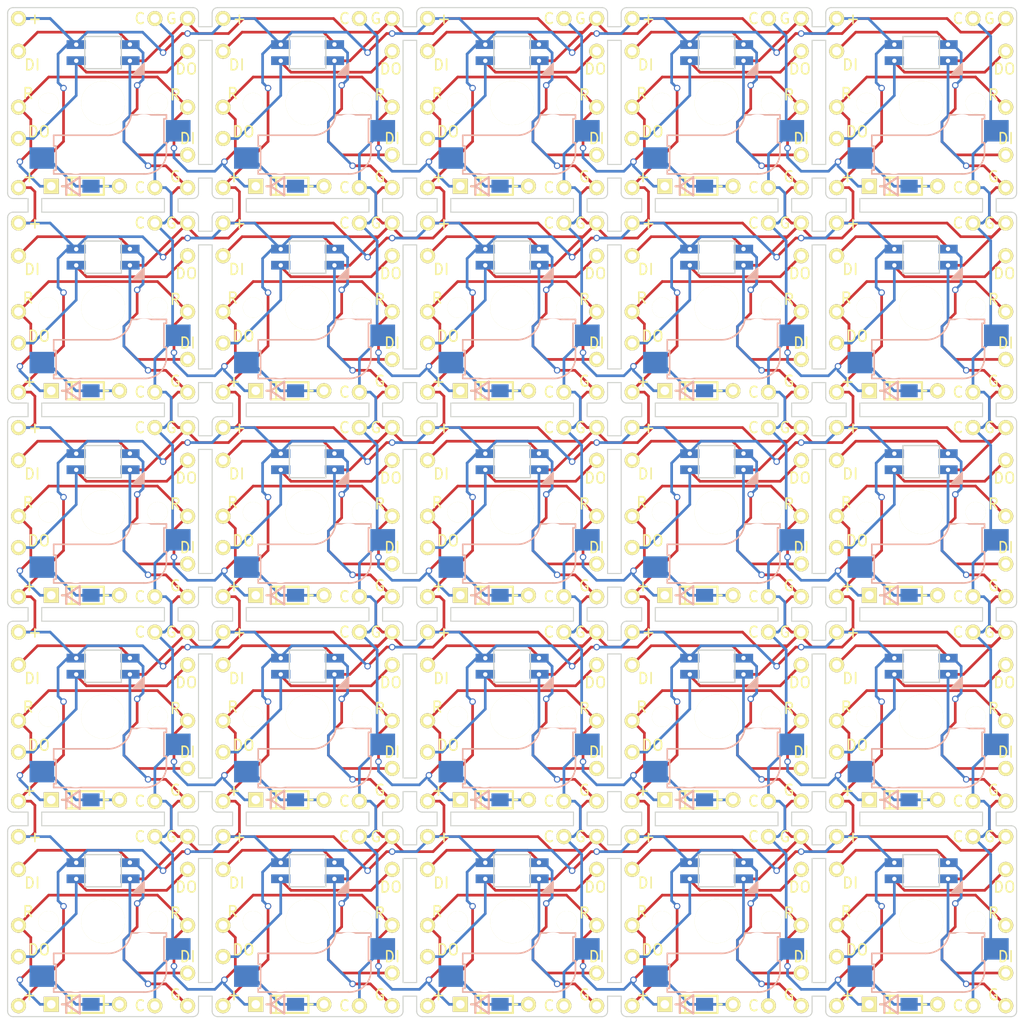
<source format=kicad_pcb>
(kicad_pcb (version 20211014) (generator pcbnew)
  (layers (0 "F.Cu" signal) (31 "B.Cu" signal) (34 "B.Paste" user) (35 "F.Paste" user) (36 "B.SilkS" user "B.Silkscreen") (37 "F.SilkS" user "F.Silkscreen") (38 "B.Mask" user) (39 "F.Mask" user) (44 "Edge.Cuts" user))
  (net 0 "")
  (net 1 "row0")
  (net 2 "Net-(D1-Pad2)")
  (net 3 "row1")
  (net 4 "Net-(D2-Pad2)")
  (net 5 "row2")
  (net 6 "Net-(D3-Pad2)")
  (net 7 "row3")
  (net 8 "Net-(D4-Pad2)")
  (net 9 "row4")
  (net 10 "Net-(D5-Pad2)")
  (net 11 "Net-(D6-Pad2)")
  (net 12 "Net-(D7-Pad2)")
  (net 13 "Net-(D8-Pad2)")
  (net 14 "Net-(D9-Pad2)")
  (net 15 "Net-(D10-Pad2)")
  (net 16 "Net-(D11-Pad2)")
  (net 17 "Net-(D12-Pad2)")
  (net 18 "Net-(D13-Pad2)")
  (net 19 "Net-(D14-Pad2)")
  (net 20 "Net-(D15-Pad2)")
  (net 21 "Net-(D16-Pad2)")
  (net 22 "Net-(D17-Pad2)")
  (net 23 "Net-(D18-Pad2)")
  (net 24 "Net-(D19-Pad2)")
  (net 25 "Net-(D20-Pad2)")
  (net 26 "Net-(D21-Pad2)")
  (net 27 "Net-(D22-Pad2)")
  (net 28 "Net-(D23-Pad2)")
  (net 29 "Net-(D24-Pad2)")
  (net 30 "Net-(D25-Pad2)")
  (net 31 "col0")
  (net 32 "col1")
  (net 33 "col2")
  (net 34 "col3")
  (net 35 "col4")
  (net 36 "GND")
  (net 37 "VCC")
  (net 38 "unconnected-(L1-Pad4)")
  (net 39 "unconnected-(L1-Pad2)")
  (footprint "" (layer "F.Cu") (at 90.678 95.504)
    (fp_text reference "65" hide)
    (fp_text value "")
  )
  (footprint "" (layer "F.Cu") (at 109.728 49.276)
    (fp_text reference "" hide)
    (fp_text value "")
  )
  (footprint "kbd:1pin_conn_no_silkscreen" (layer "F.Cu") (at 106.426 77.978)
    (fp_text reference "**81" hide)
    (fp_text value "Val**" hide)
  )
  (footprint "kbd:1pin_conn_no_silkscreen" (layer "F.Cu") (at 90.678 46.228)
    (fp_text reference "**48" hide)
    (fp_text value "Val**" hide)
  )
  (footprint "kbd:1pin_conn_no_silkscreen" (layer "F.Cu") (at 106.426 39.878)
    (fp_text reference "**11" hide)
    (fp_text value "Val**" hide)
  )
  (footprint "kbd:1pin_conn_no_silkscreen" (layer "F.Cu") (at 84.328 61.976)
    (fp_text reference "**37" hide)
    (fp_text value "Val**" hide)
  )
  (footprint "kbd:1pin_conn_no_silkscreen" (layer "F.Cu") (at 141.478 42.926)
    (fp_text reference "**23" hide)
    (fp_text value "Val**" hide)
  )
  (footprint "kbd:1pin_conn_no_silkscreen" (layer "F.Cu") (at 109.728 61.976)
    (fp_text reference "**50" hide)
    (fp_text value "Val**" hide)
  )
  (footprint "kbd:1pin_conn_no_silkscreen" (layer "F.Cu") (at 103.378 100.076)
    (fp_text reference "**114" hide)
    (fp_text value "Val**" hide)
  )
  (footprint "kbd:1pin_conn_no_silkscreen" (layer "F.Cu") (at 122.428 119.126)
    (fp_text reference "**156" hide)
    (fp_text value "Val**" hide)
  )
  (footprint "" (layer "F.Cu") (at 71.628 92.583)
    (fp_text reference "62" hide)
    (fp_text value "")
  )
  (footprint "kbd:1pin_conn_no_silkscreen" (layer "F.Cu") (at 128.778 46.228)
    (fp_text reference "**62" hide)
    (fp_text value "Val**" hide)
  )
  (footprint "kbd:1pin_conn_no_silkscreen" (layer "F.Cu") (at 87.376 30.226)
    (fp_text reference "**5" hide)
    (fp_text value "Val**" hide)
  )
  (footprint "kbd:1pin_conn_no_silkscreen" (layer "F.Cu") (at 68.326 103.378)
    (fp_text reference "**140" hide)
    (fp_text value "Val**" hide)
  )
  (footprint "kbd:1pin_conn_no_silkscreen" (layer "F.Cu") (at 90.678 103.378)
    (fp_text reference "**153" hide)
    (fp_text value "Val**" hide)
  )
  (footprint "kbd:1pin_conn_no_silkscreen" (layer "F.Cu") (at 68.326 30.226)
    (fp_text reference "**" hide)
    (fp_text value "Val**" hide)
  )
  (footprint "kbd:1pin_conn_no_silkscreen" (layer "F.Cu") (at 128.778 103.378)
    (fp_text reference "**167" hide)
    (fp_text value "Val**" hide)
  )
  (footprint "kbd:1pin_conn_no_silkscreen" (layer "F.Cu") (at 125.476 77.978)
    (fp_text reference "**88" hide)
    (fp_text value "Val**" hide)
  )
  (footprint "" (layer "F.Cu") (at 52.578 49.276)
    (fp_text reference "" hide)
    (fp_text value "")
  )
  (footprint "kbd:1pin_conn_no_silkscreen" (layer "F.Cu") (at 87.376 97.028)
    (fp_text reference "**109" hide)
    (fp_text value "Val**" hide)
  )
  (footprint "kbd:1pin_conn_no_silkscreen" (layer "F.Cu") (at 125.476 30.226)
    (fp_text reference "**19" hide)
    (fp_text value "Val**" hide)
  )
  (footprint "kbd:1pin_conn_no_silkscreen" (layer "F.Cu") (at 125.476 97.028)
    (fp_text reference "**123" hide)
    (fp_text value "Val**" hide)
  )
  (footprint "" (layer "F.Cu") (at 141.478 103.378)
    (fp_text reference "96" hide)
    (fp_text value "")
  )
  (footprint "kbd:1pin_conn_no_silkscreen" (layer "F.Cu") (at 144.526 106.426)
    (fp_text reference "**166" hide)
    (fp_text value "Val**" hide)
  )
  (footprint "kbd:1pin_conn_no_silkscreen" (layer "F.Cu") (at 52.578 65.278)
    (fp_text reference "**69" hide)
    (fp_text value "Val**" hide)
  )
  (footprint "kbd:CherryMX_Hotswap_single_side" (layer "F.Cu") (at 79.502 111.252 180)
    (fp_text reference "SW22" hide)
    (fp_text value "SW_PUSH" hide)
  )
  (footprint "kbd:CherryMX_Hotswap_single_side" (layer "F.Cu") (at 136.652 73.152 180)
    (fp_text reference "SW15" hide)
    (fp_text value "SW_PUSH" hide)
  )
  (footprint "kbd:1pin_conn_no_silkscreen" (layer "F.Cu") (at 87.376 61.976)
    (fp_text reference "**38" hide)
    (fp_text value "Val**" hide)
  )
  (footprint "kbd:1pin_conn_no_silkscreen" (layer "F.Cu") (at 106.426 49.276)
    (fp_text reference "**47" hide)
    (fp_text value "Val**" hide)
  )
  (footprint "" (layer "F.Cu") (at 128.778 57.404)
    (fp_text reference "33" hide)
    (fp_text value "")
  )
  (footprint "" (layer "F.Cu") (at 125.476 111.633)
    (fp_text reference "91" hide)
    (fp_text value "")
  )
  (footprint "kbd:1pin_conn_no_silkscreen" (layer "F.Cu") (at 125.476 119.126)
    (fp_text reference "**157" hide)
    (fp_text value "Val**" hide)
  )
  (footprint "kbd:1pin_conn_no_silkscreen" (layer "F.Cu") (at 87.376 116.078)
    (fp_text reference "**144" hide)
    (fp_text value "Val**" hide)
  )
  (footprint "kbd:1pin_conn_no_silkscreen" (layer "F.Cu") (at 144.526 100.076)
    (fp_text reference "**129" hide)
    (fp_text value "Val**" hide)
  )
  (footprint "kbd:1pin_conn_no_silkscreen" (layer "F.Cu") (at 106.426 68.326)
    (fp_text reference "**82" hide)
    (fp_text value "Val**" hide)
  )
  (footprint "" (layer "F.Cu") (at 128.778 106.426)
    (fp_text reference "" hide)
    (fp_text value "")
  )
  (footprint "" (layer "F.Cu") (at 52.578 38.354)
    (fp_text reference "" hide)
    (fp_text value "")
  )
  (footprint "kbd:1pin_conn_no_silkscreen" (layer "F.Cu") (at 84.328 42.926)
    (fp_text reference "**2" hide)
    (fp_text value "Val**" hide)
  )
  (footprint "kbd:1pin_conn_no_silkscreen" (layer "F.Cu") (at 125.476 65.278)
    (fp_text reference "**91" hide)
    (fp_text value "Val**" hide)
  )
  (footprint "kbd:1pin_conn_no_silkscreen" (layer "F.Cu") (at 87.376 103.378)
    (fp_text reference "**147" hide)
    (fp_text value "Val**" hide)
  )
  (footprint "kbd:1pin_conn_no_silkscreen" (layer "F.Cu") (at 125.476 61.976)
    (fp_text reference "**52" hide)
    (fp_text value "Val**" hide)
  )
  (footprint "" (layer "F.Cu") (at 87.376 92.583)
    (fp_text reference "63" hide)
    (fp_text value "")
  )
  (footprint "kbd:1pin_conn_no_silkscreen" (layer "F.Cu") (at 71.628 81.026)
    (fp_text reference "**71" hide)
    (fp_text value "Val**" hide)
  )
  (footprint "" (layer "F.Cu") (at 90.678 49.276)
    (fp_text reference "" hide)
    (fp_text value "")
  )
  (footprint "" (layer "F.Cu") (at 106.426 111.633)
    (fp_text reference "87" hide)
    (fp_text value "")
  )
  (footprint "kbd:1pin_conn_no_silkscreen" (layer "F.Cu") (at 87.376 119.126)
    (fp_text reference "**143" hide)
    (fp_text value "Val**" hide)
  )
  (footprint "kbd:D3_hybrid_common_hole" (layer "F.Cu") (at 131.826 118.999)
    (fp_text reference "D" hide)
    (fp_text value "D" hide)
  )
  (footprint "kbd:CherryMX_Hotswap_single_side" (layer "F.Cu") (at 117.602 111.252 180)
    (fp_text reference "SW24" hide)
    (fp_text value "SW_PUSH" hide)
  )
  (footprint "" (layer "F.Cu") (at 109.728 76.454)
    (fp_text reference "49" hide)
    (fp_text value "")
  )
  (footprint "kbd:1pin_conn_no_silkscreen" (layer "F.Cu") (at 68.326 27.178)
    (fp_text reference "**" hide)
    (fp_text value "Val**" hide)
  )
  (footprint "" (layer "F.Cu") (at 125.476 92.583)
    (fp_text reference "71" hide)
    (fp_text value "")
  )
  (footprint "" (layer "F.Cu") (at 128.778 73.533)
    (fp_text reference "54" hide)
    (fp_text value "")
  )
  (footprint "kbd:D3_hybrid_common_hole" (layer "F.Cu") (at 93.726 118.999)
    (fp_text reference "D" hide)
    (fp_text value "D" hide)
  )
  (footprint "kbd:D3_hybrid_common_hole" (layer "F.Cu") (at 55.626 118.999)
    (fp_text reference "D" hide)
    (fp_text value "D" hide)
  )
  (footprint "" (layer "F.Cu") (at 87.376 73.533)
    (fp_text reference "43" hide)
    (fp_text value "")
  )
  (footprint "kbd:1pin_conn_no_silkscreen" (layer "F.Cu") (at 90.678 119.126)
    (fp_text reference "**148" hide)
    (fp_text value "Val**" hide)
  )
  (footprint "kbd:1pin_conn_no_silkscreen" (layer "F.Cu") (at 125.476 68.326)
    (fp_text reference "**89" hide)
    (fp_text value "Val**" hide)
  )
  (footprint "" (layer "F.Cu") (at 65.278 27.178)
    (fp_text reference "" hide)
    (fp_text value "")
  )
  (footprint "kbd:1pin_conn_no_silkscreen" (layer "F.Cu") (at 90.678 61.976)
    (fp_text reference "**43" hide)
    (fp_text value "Val**" hide)
  )
  (footprint "kbd:1pin_conn_no_silkscreen" (layer "F.Cu") (at 52.578 103.378)
    (fp_text reference "**139" hide)
    (fp_text value "Val**" hide)
  )
  (footprint "kbd:1pin_conn_no_silkscreen" (layer "F.Cu") (at 125.476 49.276)
    (fp_text reference "**54" hide)
    (fp_text value "Val**" hide)
  )
  (footprint "kbd:1pin_conn_no_silkscreen" (layer "F.Cu") (at 109.728 65.278)
    (fp_text reference "**90" hide)
    (fp_text value "Val**" hide)
  )
  (footprint "" (layer "F.Cu") (at 106.426 73.533)
    (fp_text reference "47" hide)
    (fp_text value "")
  )
  (footprint "" (layer "F.Cu") (at 68.326 111.633)
    (fp_text reference "79" hide)
    (fp_text value "")
  )
  (footprint "kbd:1pin_conn_no_silkscreen" (layer "F.Cu") (at 71.628 103.378)
    (fp_text reference "**146" hide)
    (fp_text value "Val**" hide)
  )
  (footprint "kbd:D3_hybrid_common_hole" (layer "F.Cu") (at 74.676 42.799)
    (fp_text reference "D" hide)
    (fp_text value "D" hide)
  )
  (footprint "" (layer "F.Cu") (at 109.728 35.433)
    (fp_text reference "10" hide)
    (fp_text value "")
  )
  (footprint "kbd:1pin_conn_no_silkscreen" (layer "F.Cu") (at 68.326 68.326)
    (fp_text reference "**68" hide)
    (fp_text value "Val**" hide)
  )
  (footprint "kbd:CherryMX_Hotswap_single_side" (layer "F.Cu") (at 117.602 92.202 180)
    (fp_text reference "SW19" hide)
    (fp_text value "SW_PUSH" hide)
  )
  (footprint "kbd:1pin_conn_no_silkscreen" (layer "F.Cu") (at 68.326 77.978)
    (fp_text reference "**67" hide)
    (fp_text value "Val**" hide)
  )
  (footprint "kbd:CherryMX_Hotswap_single_side" (layer "F.Cu") (at 136.652 54.102 180)
    (fp_text reference "SW10" hide)
    (fp_text value "SW_PUSH" hide)
  )
  (footprint "" (layer "F.Cu") (at 65.278 103.378)
    (fp_text reference "80" hide)
    (fp_text value "")
  )
  (footprint "kbd:1pin_conn_no_silkscreen" (layer "F.Cu") (at 52.578 61.976)
    (fp_text reference "**29" hide)
    (fp_text value "Val**" hide)
  )
  (footprint "kbd:1pin_conn_no_silkscreen" (layer "F.Cu") (at 68.326 42.926)
    (fp_text reference "**" hide)
    (fp_text value "Val**" hide)
  )
  (footprint "kbd:CherryMX_Hotswap_single_side" (layer "F.Cu") (at 136.652 111.252 180)
    (fp_text reference "SW25" hide)
    (fp_text value "SW_PUSH" hide)
  )
  (footprint "kbd:1pin_conn_no_silkscreen" (layer "F.Cu") (at 109.728 42.926)
    (fp_text reference "**15" hide)
    (fp_text value "Val**" hide)
  )
  (footprint "kbd:1pin_conn_no_silkscreen" (layer "F.Cu") (at 144.526 39.878)
    (fp_text reference "**25" hide)
    (fp_text value "Val**" hide)
  )
  (footprint "kbd:1pin_conn_no_silkscreen" (layer "F.Cu") (at 106.426 61.976)
    (fp_text reference "**45" hide)
    (fp_text value "Val**" hide)
  )
  (footprint "kbd:D3_hybrid_common_hole" (layer "F.Cu") (at 131.826 61.849)
    (fp_text reference "D" hide)
    (fp_text value "D" hide)
  )
  (footprint "" (layer "F.Cu") (at 128.778 92.583)
    (fp_text reference "74" hide)
    (fp_text value "")
  )
  (footprint "" (layer "F.Cu") (at 103.378 27.178)
    (fp_text reference "8" hide)
    (fp_text value "")
  )
  (footprint "kbd:1pin_conn_no_silkscreen" (layer "F.Cu") (at 52.578 27.178)
    (fp_text reference "**" hide)
    (fp_text value "Val**" hide)
  )
  (footprint "kbd:1pin_conn_no_silkscreen" (layer "F.Cu") (at 125.476 58.928)
    (fp_text reference "**53" hide)
    (fp_text value "Val**" hide)
  )
  (footprint "kbd:1pin_conn_no_silkscreen" (layer "F.Cu") (at 125.476 106.426)
    (fp_text reference "**159" hide)
    (fp_text value "Val**" hide)
  )
  (footprint "" (layer "F.Cu") (at 52.578 106.426)
    (fp_text reference "" hide)
    (fp_text value "")
  )
  (footprint "" (layer "F.Cu") (at 52.578 114.554)
    (fp_text reference "77" hide)
    (fp_text value "")
  )
  (footprint "" (layer "F.Cu") (at 71.628 54.483)
    (fp_text reference "22" hide)
    (fp_text value "")
  )
  (footprint "" (layer "F.Cu") (at 125.476 35.433)
    (fp_text reference "11" hide)
    (fp_text value "")
  )
  (footprint "kbd:1pin_conn_no_silkscreen" (layer "F.Cu") (at 144.526 116.078)
    (fp_text reference "**165" hide)
    (fp_text value "Val**" hide)
  )
  (footprint "kbd:1pin_conn_no_silkscreen" (layer "F.Cu") (at 87.376 58.928)
    (fp_text reference "**39" hide)
    (fp_text value "Val**" hide)
  )
  (footprint "kbd:1pin_conn_no_silkscreen" (layer "F.Cu") (at 125.476 42.926)
    (fp_text reference "**17" hide)
    (fp_text value "Val**" hide)
  )
  (footprint "kbd:1pin_conn_no_silkscreen" (layer "F.Cu") (at 128.778 100.076)
    (fp_text reference "**127" hide)
    (fp_text value "Val**" hide)
  )
  (footprint "" (layer "F.Cu") (at 52.578 54.483)
    (fp_text reference "18" hide)
    (fp_text value "")
  )
  (footprint "kbd:1pin_conn_no_silkscreen" (layer "F.Cu") (at 128.778 61.976)
    (fp_text reference "**57" hide)
    (fp_text value "Val**" hide)
  )
  (footprint "kbd:CherryMX_Hotswap_single_side" (layer "F.Cu") (at 79.502 73.152 180)
    (fp_text reference "SW12" hide)
    (fp_text value "SW_PUSH" hide)
  )
  (footprint "kbd:1pin_conn_no_silkscreen" (layer "F.Cu") (at 144.526 97.028)
    (fp_text reference "**130" hide)
    (fp_text value "Val**" hide)
  )
  (footprint "kbd:1pin_conn_no_silkscreen" (layer "F.Cu") (at 128.778 119.126)
    (fp_text reference "**162" hide)
    (fp_text value "Val**" hide)
  )
  (footprint "kbd:1pin_conn_no_silkscreen" (layer "F.Cu") (at 68.326 106.426)
    (fp_text reference "**138" hide)
    (fp_text value "Val**" hide)
  )
  (footprint "" (layer "F.Cu") (at 122.428 84.328)
    (fp_text reference "72" hide)
    (fp_text value "")
  )
  (footprint "" (layer "F.Cu") (at 71.628 114.554)
    (fp_text reference "81" hide)
    (fp_text value "")
  )
  (footprint "kbd:CherryMX_Hotswap_single_side" (layer "F.Cu") (at 117.602 35.052 180)
    (fp_text reference "SW4" hide)
    (fp_text value "SW_PUSH" hide)
  )
  (footprint "kbd:1pin_conn_no_silkscreen" (layer "F.Cu") (at 109.728 103.378)
    (fp_text reference "**160" hide)
    (fp_text value "Val**" hide)
  )
  (footprint "kbd:1pin_conn_no_silkscreen" (layer "F.Cu") (at 144.526 61.976)
    (fp_text reference "**59" hide)
    (fp_text value "Val**" hide)
  )
  (footprint "kbd:1pin_conn_no_silkscreen" (layer "F.Cu") (at 68.326 100.076)
    (fp_text reference "**101" hide)
    (fp_text value "Val**" hide)
  )
  (footprint "kbd:1pin_conn_no_silkscreen" (layer "F.Cu") (at 68.326 49.276)
    (fp_text reference "**33" hide)
    (fp_text value "Val**" hide)
  )
  (footprint "kbd:1pin_conn_no_silkscreen" (layer "F.Cu") (at 128.778 65.278)
    (fp_text reference "**97" hide)
    (fp_text value "Val**" hide)
  )
  (footprint "kbd:1pin_conn_no_silkscreen" (layer "F.Cu") (at 144.526 58.928)
    (fp_text reference "**60" hide)
    (fp_text value "Val**" hide)
  )
  (footprint "kbd:D3_hybrid_common_hole" (layer "F.Cu") (at 112.776 80.899)
    (fp_text reference "D" hide)
    (fp_text value "D" hide)
  )
  (footprint "" (layer "F.Cu") (at 103.378 84.328)
    (fp_text reference "68" hide)
    (fp_text value "")
  )
  (footprint "" (layer "F.Cu") (at 128.778 111.633)
    (fp_text reference "94" hide)
    (fp_text value "")
  )
  (footprint "" (layer "F.Cu") (at 52.578 30.226)
    (fp_text reference "" hide)
    (fp_text value "")
  )
  (footprint "" (layer "F.Cu") (at 90.678 73.533)
    (fp_text reference "46" hide)
    (fp_text value "")
  )
  (footprint "" (layer "F.Cu") (at 65.278 84.328)
    (fp_text reference "60" hide)
    (fp_text value "")
  )
  (footprint "" (layer "F.Cu") (at 109.728 38.354)
    (fp_text reference "9" hide)
    (fp_text value "")
  )
  (footprint "" (layer "F.Cu") (at 109.728 114.554)
    (fp_text reference "89" hide)
    (fp_text value "")
  )
  (footprint "" (layer "F.Cu") (at 128.778 35.433)
    (fp_text reference "14" hide)
    (fp_text value "")
  )
  (footprint "" (layer "F.Cu") (at 71.628 106.426)
    (fp_text reference "" hide)
    (fp_text value "")
  )
  (footprint "kbd:1pin_conn_no_silkscreen" (layer "F.Cu") (at 103.378 119.126)
    (fp_text reference "**149" hide)
    (fp_text value "Val**" hide)
  )
  (footprint "kbd:1pin_conn_no_silkscreen" (layer "F.Cu") (at 125.476 46.228)
    (fp_text reference "**56" hide)
    (fp_text value "Val**" hide)
  )
  (footprint "kbd:1pin_conn_no_silkscreen" (layer "F.Cu") (at 144.526 46.228)
    (fp_text reference "**63" hide)
    (fp_text value "Val**" hide)
  )
  (footprint "kbd:1pin_conn_no_silkscreen" (layer "F.Cu") (at 71.628 65.278)
    (fp_text reference "**76" hide)
    (fp_text value "Val**" hide)
  )
  (footprint "kbd:1pin_conn_no_silkscreen" (layer "F.Cu") (at 106.426 116.078)
    (fp_text reference "**151" hide)
    (fp_text value "Val**" hide)
  )
  (footprint "kbd:D3_hybrid_common_hole" (layer "F.Cu") (at 55.626 42.799)
    (fp_text reference "D" hide)
    (fp_text value "D" hide)
  )
  (footprint "kbd:1pin_conn_no_silkscreen" (layer "F.Cu") (at 144.526 77.978)
    (fp_text reference "**95" hide)
    (fp_text value "Val**" hide)
  )
  (footprint "kbd:1pin_conn_no_silkscreen" (layer "F.Cu") (at 90.678 42.926)
    (fp_text reference "**8" hide)
    (fp_text value "Val**" hide)
  )
  (footprint "" (layer "F.Cu") (at 122.428 46.228)
    (fp_text reference "32" hide)
    (fp_text value "")
  )
  (footprint "kbd:1pin_conn_no_silkscreen" (layer "F.Cu") (at 87.376 84.328)
    (fp_text reference "**112" hide)
    (fp_text value "Val**" hide)
  )
  (footprint "kbd:1pin_conn_no_silkscreen" (layer "F.Cu") (at 106.426 65.278)
    (fp_text reference "**84" hide)
    (fp_text value "Val**" hide)
  )
  (footprint "kbd:1pin_conn_no_silkscreen" (layer "F.Cu") (at 71.628 27.178)
    (fp_text reference "**6" hide)
    (fp_text value "Val**" hide)
  )
  (footprint "kbd:1pin_conn_no_silkscreen" (layer "F.Cu") (at 87.376 87.376)
    (fp_text reference "**110" hide)
    (fp_text value "Val**" hide)
  )
  (footprint "" (layer "F.Cu") (at 90.678 54.483)
    (fp_text reference "26" hide)
    (fp_text value "")
  )
  (footprint "kbd:1pin_conn_no_silkscreen" (layer "F.Cu") (at 106.426 106.426)
    (fp_text reference "**152" hide)
    (fp_text value "Val**" hide)
  )
  (footprint "" (layer "F.Cu") (at 109.728 30.226)
    (fp_text reference "" hide)
    (fp_text value "")
  )
  (footprint "kbd:1pin_conn_no_silkscreen" (layer "F.Cu") (at 144.526 81.026)
    (fp_text reference "**94" hide)
    (fp_text value "Val**" hide)
  )
  (footprint "" (layer "F.Cu") (at 71.628 30.226)
    (fp_text reference "" hide)
    (fp_text value "")
  )
  (footprint "" (layer "F.Cu") (at 71.628 49.276)
    (fp_text reference "" hide)
    (fp_text value "")
  )
  (footprint "kbd:1pin_conn_no_silkscreen" (layer "F.Cu") (at 125.476 103.378)
    (fp_text reference "**161" hide)
    (fp_text value "Val**" hide)
  )
  (footprint "kbd:1pin_conn_no_silkscreen" (layer "F.Cu") (at 87.376 65.278)
    (fp_text reference "**77" hide)
    (fp_text value "Val**" hide)
  )
  (footprint "" (layer "F.Cu") (at 122.428 27.178)
    (fp_text reference "12" hide)
    (fp_text value "")
  )
  (footprint "kbd:1pin_conn_no_silkscreen" (layer "F.Cu") (at 87.376 77.978)
    (fp_text reference "**74" hide)
    (fp_text value "Val**" hide)
  )
  (footprint "kbd:1pin_conn_no_silkscreen" (layer "F.Cu") (at 87.376 39.878)
    (fp_text reference "**4" hide)
    (fp_text value "Val**" hide)
  )
  (footprint "kbd:CherryMX_Hotswap_single_side" (layer "F.Cu") (at 136.652 92.202 180)
    (fp_text reference "SW20" hide)
    (fp_text value "SW_PUSH" hide)
  )
  (footprint "" (layer "F.Cu") (at 84.328 84.328)
    (fp_text reference "64" hide)
    (fp_text value "")
  )
  (footprint "" (layer "F.Cu") (at 65.278 46.228)
    (fp_text reference "20" hide)
    (fp_text value "")
  )
  (footprint "" (layer "F.Cu") (at 109.728 106.426)
    (fp_text reference "" hide)
    (fp_text value "")
  )
  (footprint "kbd:1pin_conn_no_silkscreen" (layer "F.Cu") (at 144.526 27.178)
    (fp_text reference "**28" hide)
    (fp_text value "Val**" hide)
  )
  (footprint "kbd:CherryMX_Hotswap_single_side" (layer "F.Cu") (at 79.502 35.052 180)
    (fp_text reference "SW2" hide)
    (fp_text value "SW_PUSH" hide)
  )
  (footprint "kbd:D3_hybrid_common_hole" (layer "F.Cu") (at 93.726 99.949)
    (fp_text reference "D" hide)
    (fp_text value "D" hide)
  )
  (footprint "kbd:1pin_conn_no_silkscreen" (layer "F.Cu") (at 122.428 100.076)
    (fp_text reference "**121" hide)
    (fp_text value "Val**" hide)
  )
  (footprint "kbd:CherryMX_Hotswap_single_side" (layer "F.Cu") (at 60.452 73.152 180)
    (fp_text reference "SW11" hide)
    (fp_text value "SW_PUSH" hide)
  )
  (footprint "kbd:1pin_conn_no_silkscreen" (layer "F.Cu") (at 122.428 42.926)
    (fp_text reference "**16" hide)
    (fp_text value "Val**" hide)
  )
  (footprint "kbd:1pin_conn_no_silkscreen" (layer "F.Cu") (at 128.778 81.026)
    (fp_text reference "**92" hide)
    (fp_text value "Val**" hide)
  )
  (footprint "" (layer "F.Cu") (at 52.578 95.504)
    (fp_text reference "57" hide)
    (fp_text value "")
  )
  (footprint "" (layer "F.Cu") (at 68.326 92.583)
    (fp_text reference "59" hide)
    (fp_text value "")
  )
  (footprint "kbd:1pin_conn_no_silkscreen" (layer "F.Cu") (at 68.326 119.126)
    (fp_text reference "**136" hide)
    (fp_text value "Val**" hide)
  )
  (footprint "kbd:1pin_conn_no_silkscreen" (layer "F.Cu") (at 106.426 84.328)
    (fp_text reference "**119" hide)
    (fp_text value "Val**" hide)
  )
  (footprint "" (layer "F.Cu") (at 71.628 111.633)
    (fp_text reference "82" hide)
    (fp_text value "")
  )
  (footprint "kbd:1pin_conn_no_silkscreen" (layer "F.Cu") (at 128.778 84.328)
    (fp_text reference "**132" hide)
    (fp_text value "Val**" hide)
  )
  (footprint "" (layer "F.Cu") (at 52.578 111.633)
    (fp_text reference "78" hide)
    (fp_text value "")
  )
  (footprint "" (layer "F.Cu") (at 128.778 49.276)
    (fp_text reference "" hide)
    (fp_text value "")
  )
  (footprint "kbd:1pin_conn_no_silkscreen" (layer "F.Cu") (at 106.426 46.228)
    (fp_text reference "**49" hide)
    (fp_text value "Val**" hide)
  )
  (footprint "kbd:1pin_conn_no_silkscreen" (layer "F.Cu") (at 52.578 46.228)
    (fp_text reference "**34" hide)
    (fp_text value "Val**" hide)
  )
  (footprint "" (layer "F.Cu") (at 106.426 92.583)
    (fp_text reference "67" hide)
    (fp_text value "")
  )
  (footprint "" (layer "F.Cu") (at 144.526 92.583)
    (fp_text reference "75" hide)
    (fp_text value "")
  )
  (footprint "kbd:CherryMX_Hotswap_single_side" (layer "F.Cu") (at 117.602 54.102 180)
    (fp_text reference "SW9" hide)
    (fp_text value "SW_PUSH" hide)
  )
  (footprint "kbd:1pin_conn_no_silkscreen" (layer "F.Cu") (at 106.426 103.378)
    (fp_text reference "**154" hide)
    (fp_text value "Val**" hide)
  )
  (footprint "kbd:D3_hybrid_common_hole" (layer "F.Cu") (at 131.826 99.949)
    (fp_text reference "D" hide)
    (fp_text value "D" hide)
  )
  (footprint "kbd:1pin_conn_no_silkscreen" (layer "F.Cu") (at 65.278 81.026)
    (fp_text reference "**65" hide)
    (fp_text value "Val**" hide)
  )
  (footprint "kbd:1pin_conn_no_silkscreen" (layer "F.Cu") (at 109.728 81.026)
    (fp_text reference "**85" hide)
    (fp_text value "Val**" hide)
  )
  (footprint "kbd:D3_hybrid_common_hole" (layer "F.Cu") (at 55.626 61.849)
    (fp_text reference "D" hide)
    (fp_text value "D" hide)
  )
  (footprint "" (layer "F.Cu") (at 71.628 38.354)
    (fp_text reference "1" hide)
    (fp_text value "")
  )
  (footprint "kbd:D3_hybrid_common_hole" (layer "F.Cu") (at 74.676 118.999)
    (fp_text reference "D" hide)
    (fp_text value "D" hide)
  )
  (footprint "kbd:1pin_conn_no_silkscreen" (layer "F.Cu") (at 122.428 61.976)
    (fp_text reference "**51" hide)
    (fp_text value "Val**" hide)
  )
  (footprint "" (layer "F.Cu") (at 71.628 68.326)
    (fp_text reference "" hide)
    (fp_text value "")
  )
  (footprint "kbd:1pin_conn_no_silkscreen" (layer "F.Cu") (at 141.478 61.976)
    (fp_text reference "**58" hide)
    (fp_text value "Val**" hide)
  )
  (footprint "" (layer "F.Cu") (at 87.376 54.483)
    (fp_text reference "23" hide)
    (fp_text value "")
  )
  (footprint "kbd:1pin_conn_no_silkscreen" (layer "F.Cu") (at 144.526 49.276)
    (fp_text reference "**61" hide)
    (fp_text value "Val**" hide)
  )
  (footprint "kbd:1pin_conn_no_silkscreen" (layer "F.Cu") (at 141.478 100.076)
    (fp_text reference "**128" hide)
    (fp_text value "Val**" hide)
  )
  (footprint "" (layer "F.Cu") (at 90.678 114.554)
    (fp_text reference "85" hide)
    (fp_text value "")
  )
  (footprint "kbd:1pin_conn_no_silkscreen" (layer "F.Cu") (at 84.328 81.026)
    (fp_text reference "**72" hide)
    (fp_text value "Val**" hide)
  )
  (footprint "kbd:1pin_conn_no_silkscreen" (layer "F.Cu") (at 106.426 58.928)
    (fp_text reference "**46" hide)
    (fp_text value "Val**" hide)
  )
  (footprint "kbd:1pin_conn_no_silkscreen" (layer "F.Cu") (at 52.578 42.926)
    (fp_text reference "**" hide)
    (fp_text value "Val**" hide)
  )
  (footprint "" (layer "F.Cu") (at 68.326 54.483)
    (fp_text reference "19" hide)
    (fp_text value "")
  )
  (footprint "" (layer "F.Cu") (at 84.328 65.278)
    (fp_text reference "44" hide)
    (fp_text value "")
  )
  (footprint "kbd:1pin_conn_no_silkscreen" (layer "F.Cu") (at 90.678 84.328)
    (fp_text reference "**118" hide)
    (fp_text value "Val**" hide)
  )
  (footprint "kbd:1pin_conn_no_silkscreen" (layer "F.Cu") (at 106.426 42.926)
    (fp_text reference "**10" hide)
    (fp_text value "Val**" hide)
  )
  (footprint "kbd:1pin_conn_no_silkscreen" (layer "F.Cu") (at 90.678 81.026)
    (fp_text reference "**78" hide)
    (fp_text value "Val**" hide)
  )
  (footprint "kbd:1pin_conn_no_silkscreen" (layer "F.Cu") (at 106.426 81.026)
    (fp_text reference "**80" hide)
    (fp_text value "Val**" hide)
  )
  (footprint "kbd:D3_hybrid_common_hole" (layer "F.Cu") (at 93.726 80.899)
    (fp_text reference "D" hide)
    (fp_text value "D" hide)
  )
  (footprint "kbd:1pin_conn_no_silkscreen" (layer "F.Cu") (at 144.526 103.378)
    (fp_text reference "**168" hide)
    (fp_text value "Val**" hide)
  )
  (footprint "" (layer "F.Cu") (at 141.478 27.178)
    (fp_text reference "16" hide)
    (fp_text value "")
  )
  (footprint "kbd:1pin_conn_no_silkscreen" (layer "F.Cu") (at 141.478 81.026)
    (fp_text reference "**93" hide)
    (fp_text value "Val**" hide)
  )
  (footprint "" (layer "F.Cu") (at 109.728 87.376)
    (fp_text reference "" hide)
    (fp_text value "")
  )
  (footprint "kbd:1pin_conn_no_silkscreen" (layer "F.Cu") (at 144.526 87.376)
    (fp_text reference "**131" hide)
    (fp_text value "Val**" hide)
  )
  (footprint "" (layer "F.Cu") (at 128.778 38.354)
    (fp_text reference "13" hide)
    (fp_text value "")
  )
  (footprint "kbd:1pin_conn_no_silkscreen" (layer "F.Cu") (at 65.278 61.976)
    (fp_text reference "**30" hide)
    (fp_text value "Val**" hide)
  )
  (footprint "" (layer "F.Cu") (at 128.778 30.226)
    (fp_text reference "" hide)
    (fp_text value "")
  )
  (footprint "" (layer "F.Cu") (at 122.428 65.278)
    (fp_text reference "52" hide)
    (fp_text value "")
  )
  (footprint "kbd:1pin_conn_no_silkscreen" (layer "F.Cu") (at 144.526 30.226)
    (fp_text reference "**26" hide)
    (fp_text value "Val**" hide)
  )
  (footprint "" (layer "F.Cu") (at 71.628 76.454)
    (fp_text reference "41" hide)
    (fp_text value "")
  )
  (footprint "kbd:1pin_conn_no_silkscreen" (layer "F.Cu") (at 109.728 27.178)
    (fp_text reference "**20" hide)
    (fp_text value "Val**" hide)
  )
  (footprint "" (layer "F.Cu") (at 103.378 65.278)
    (fp_text reference "48" hide)
    (fp_text value "")
  )
  (footprint "kbd:1pin_conn_no_silkscreen" (layer "F.Cu") (at 65.278 100.076)
    (fp_text reference "**100" hide)
    (fp_text value "Val**" hide)
  )
  (footprint "" (layer "F.Cu") (at 109.728 54.483)
    (fp_text reference "30" hide)
    (fp_text value "")
  )
  (footprint "" (layer "F.Cu") (at 144.526 73.533)
    (fp_text reference "55" hide)
    (fp_text value "")
  )
  (footprint "kbd:1pin_conn_no_silkscreen" (layer "F.Cu") (at 125.476 39.878)
    (fp_text reference "**18" hide)
    (fp_text value "Val**" hide)
  )
  (footprint "kbd:D3_hybrid_common_hole" (layer "F.Cu") (at 112.776 42.799)
    (fp_text reference "D" hide)
    (fp_text value "D" hide)
  )
  (footprint "kbd:1pin_conn_no_silkscreen" (layer "F.Cu") (at 52.578 100.076)
    (fp_text reference "**99" hide)
    (fp_text value "Val**" hide)
  )
  (footprint "kbd:1pin_conn_no_silkscreen" (layer "F.Cu") (at 71.628 42.926)
    (fp_text reference "**1" hide)
    (fp_text value "Val**" hide)
  )
  (footprint "kbd:1pin_conn_no_silkscreen" (layer "F.Cu") (at 144.526 68.326)
    (fp_text reference "**96" hide)
    (fp_text value "Val**" hide)
  )
  (footprint "kbd:1pin_conn_no_silkscreen" (layer "F.Cu") (at 65.278 119.126)
    (fp_text reference "**135" hide)
    (fp_text value "Val**" hide)
  )
  (footprint "" (layer "F.Cu") (at 90.678 106.426)
    (fp_text reference "" hide)
    (fp_text value "")
  )
  (footprint "" (layer "F.Cu") (at 128.778 54.483)
    (fp_text reference "34" hide)
    (fp_text value "")
  )
  (footprint "kbd:1pin_conn_no_silkscreen" (layer "F.Cu") (at 68.326 61.976)
    (fp_text reference "**31" hide)
    (fp_text value "Val**" hide)
  )
  (footprint "kbd:D3_hybrid_common_hole" (layer "F.Cu") (at 74.676 80.899)
    (fp_text reference "D" hide)
    (fp_text value "D" hide)
  )
  (footprint "" (layer "F.Cu") (at 109.728 57.404)
    (fp_text reference "29" hide)
    (fp_text value "")
  )
  (footprint "" (layer "F.Cu") (at 90.678 30.226)
    (fp_text reference "" hide)
    (fp_text value "")
  )
  (footprint "" (layer "F.Cu") (at 71.628 57.404)
    (fp_text reference "21" hide)
    (fp_text value "")
  )
  (footprint "kbd:1pin_conn_no_silkscreen" (layer "F.Cu") (at 87.376 27.178)
    (fp_text reference "**7" hide)
    (fp_text value "Val**" hide)
  )
  (footprint "kbd:1pin_conn_no_silkscreen" (layer "F.Cu") (at 84.328 119.126)
    (fp_text reference "**142" hide)
    (fp_text value "Val**" hide)
  )
  (footprint "kbd:1pin_conn_no_silkscreen" (layer "F.Cu") (at 71.628 119.126)
    (fp_text reference "**141" hide)
    (fp_text value "Val**" hide)
  )
  (footprint "kbd:1pin_conn_no_silkscreen" (layer "F.Cu") (at 68.326 65.278)
    (fp_text reference "**70" hide)
    (fp_text value "Val**" hide)
  )
  (footprint "kbd:D3_hybrid_common_hole" (layer "F.Cu") (at 74.676 99.949)
    (fp_text reference "D" hide)
    (fp_text value "D" hide)
  )
  (footprint "" (layer "F.Cu") (at 71.628 35.433)
    (fp_text reference "2" hide)
    (fp_text value "")
  )
  (footprint "" (layer "F.Cu") (at 71.628 87.376)
    (fp_text reference "" hide)
    (fp_text value "")
  )
  (footprint "" (layer "F.Cu") (at 103.378 46.228)
    (fp_text reference "28" hide)
    (fp_text value "")
  )
  (footprint "kbd:CherryMX_Hotswap_single_side" (layer "F.Cu") (at 60.452 35.052 180)
    (fp_text reference "SW1" hide)
    (fp_text value "SW_PUSH" hide)
  )
  (footprint "kbd:D3_hybrid_common_hole" (layer "F.Cu") (at 93.726 61.849)
    (fp_text reference "D" hide)
    (fp_text value "D" hide)
  )
  (footprint "" (layer "F.Cu") (at 103.378 103.378)
    (fp_text reference "88" hide)
    (fp_text value "")
  )
  (footprint "kbd:1pin_conn_no_silkscreen" (layer "F.Cu") (at 68.326 58.928)
    (fp_text reference "**32" hide)
    (fp_text value "Val**" hide)
  )
  (footprint "" (layer "F.Cu") (at 109.728 111.633)
    (fp_text reference "90" hide)
    (fp_text value "")
  )
  (footprint "kbd:1pin_conn_no_silkscreen" (layer "F.Cu") (at 144.526 84.328)
    (fp_text reference "**133" hide)
    (fp_text value "Val**" hide)
  )
  (footprint "kbd:1pin_conn_no_silkscreen" (layer "F.Cu") (at 71.628 61.976)
    (fp_text reference "**36" hide)
    (fp_text value "Val**" hide)
  )
  (footprint "" (layer "F.Cu") (at 90.678 35.433)
    (fp_text reference "6" hide)
    (fp_text value "")
  )
  (footprint "" (layer "F.Cu") (at 90.678 57.404)
    (fp_text reference "25" hide)
    (fp_text value "")
  )
  (footprint "kbd:D3_hybrid_common_hole" (layer "F.Cu") (at 131.826 42.799)
    (fp_text reference "D" hide)
    (fp_text value "D" hide)
  )
  (footprint "" (layer "F.Cu") (at 52.578 76.454)
    (fp_text reference "37" hide)
    (fp_text value "")
  )
  (footprint "" (layer "F.Cu") (at 128.778 87.376)
    (fp_text reference "" hide)
    (fp_text value "")
  )
  (footprint "kbd:1pin_conn_no_silkscreen" (layer "F.Cu") (at 52.578 81.026)
    (fp_text reference "**64" hide)
    (fp_text value "Val**" hide)
  )
  (footprint "kbd:1pin_conn_no_silkscreen" (layer "F.Cu") (at 122.428 81.026)
    (fp_text reference "**86" hide)
    (fp_text value "Val**" hide)
  )
  (footprint "" (layer "F.Cu") (at 106.426 54.483)
    (fp_text reference "27" hide)
    (fp_text value "")
  )
  (footprint "kbd:1pin_conn_no_silkscreen" (layer "F.Cu") (at 65.278 42.926)
    (fp_text reference "**" hide)
    (fp_text value "Val**" hide)
  )
  (footprint "" (layer "F.Cu") (at 52.578 73.533)
    (fp_text reference "38" hide)
    (fp_text value "")
  )
  (footprint "" (layer "F.Cu") (at 90.678 38.354)
    (fp_text reference "5" hide)
    (fp_text value "")
  )
  (footprint "kbd:1pin_conn_no_silkscreen" (layer "F.Cu") (at 52.578 119.126)
    (fp_text reference "**134" hide)
    (fp_text value "Val**" hide)
  )
  (footprint "" (layer "F.Cu") (at 144.526 35.433)
    (fp_text reference "15" hide)
    (fp_text value "")
  )
  (footprint "" (layer "F.Cu") (at 141.478 46.228)
    (fp_text reference "36" hide)
    (fp_text value "")
  )
  (footprint "" (layer "F.Cu") (at 65.278 65.278)
    (fp_text reference "40" hide)
    (fp_text value "")
  )
  (footprint "kbd:1pin_conn_no_silkscreen" (layer "F.Cu") (at 71.628 46.228)
    (fp_text reference "**41" hide)
    (fp_text value "Val**" hide)
  )
  (footprint "" (layer "F.Cu") (at 52.578 87.376)
    (fp_text reference "" hide)
    (fp_text value "")
  )
  (footprint "kbd:1pin_conn_no_silkscreen" (layer "F.Cu") (at 68.326 84.328)
    (fp_text reference "**105" hide)
    (fp_text value "Val**" hide)
  )
  (footprint "kbd:CherryMX_Hotswap_single_side" (layer "F.Cu") (at 98.552 92.202 180)
    (fp_text reference "SW18" hide)
    (fp_text value "SW_PUSH" hide)
  )
  (footprint "kbd:1pin_conn_no_silkscreen" (layer "F.Cu") (at 84.328 100.076)
    (fp_text reference "**107" hide)
    (fp_text value "Val**" hide)
  )
  (footprint "kbd:1pin_conn_no_silkscreen" (layer "F.Cu") (at 109.728 119.126)
    (fp_text reference "**155" hide)
    (fp_text value "Val**" hide)
  )
  (footprint "kbd:CherryMX_Hotswap_single_side" (layer "F.Cu") (at 117.602 73.152 180)
    (fp_text reference "SW14" hide)
    (fp_text value "SW_PUSH" hide)
  )
  (footprint "" (layer "F.Cu") (at 106.426 35.433)
    (fp_text reference "7" hide)
    (fp_text value "")
  )
  (footprint "kbd:CherryMX_Hotswap_single_side" (layer "F.Cu") (at 136.652 35.052 180)
    (fp_text reference "SW5" hide)
    (fp_text value "SW_PUSH" hide)
  )
  (footprint "" (layer "F.Cu") (at 52.578 35.433)
    (fp_text reference "" hide)
    (fp_text value "")
  )
  (footprint "" (layer "F.Cu") (at 122.428 103.378)
    (fp_text reference "92" hide)
    (fp_text value "")
  )
  (footprint "kbd:1pin_conn_no_silkscreen" (layer "F.Cu") (at 68.326 116.078)
    (fp_text reference "**137" hide)
    (fp_text value "Val**" hide)
  )
  (footprint "" (layer "F.Cu") (at 52.578 57.404)
    (fp_text reference "17" hide)
    (fp_text value "")
  )
  (footprint "kbd:1pin_conn_no_silkscreen" (layer "F.Cu") (at 71.628 84.328)
    (fp_text reference "**111" hide)
    (fp_text value "Val**" hide)
  )
  (footprint "" (layer "F.Cu") (at 90.678 76.454)
    (fp_text reference "45" hide)
    (fp_text value "")
  )
  (footprint "" (layer "F.Cu") (at 71.628 73.533)
    (fp_text reference "42" hide)
    (fp_text value "")
  )
  (footprint "kbd:1pin_conn_no_silkscreen" (layer "F.Cu") (at 87.376 68.326)
    (fp_text reference "**75" hide)
    (fp_text value "Val**" hide)
  )
  (footprint "kbd:1pin_conn_no_silkscreen" (layer "F.Cu") (at 109.728 46.228)
    (fp_text reference "**55" hide)
    (fp_text value "Val**" hide)
  )
  (footprint "kbd:1pin_conn_no_silkscreen" (layer "F.Cu") (at 141.478 119.126)
    (fp_text reference "**163" hide)
    (fp_text value "Val**" hide)
  )
  (footprint "kbd:1pin_conn_no_silkscreen" (layer "F.Cu") (at 109.728 100.076)
    (fp_text reference "**120" hide)
    (fp_text value "Val**" hide)
  )
  (footprint "kbd:1pin_conn_no_silkscreen" (layer "F.Cu") (at 68.326 39.878)
    (fp_text reference "**" hide)
    (fp_text value "Val**" hide)
  )
  (footprint "" (layer "F.Cu") (at 52.578 68.326)
    (fp_text reference "" hide)
    (fp_text value "")
  )
  (footprint "" (layer "F.Cu") (at 84.328 103.378)
    (fp_text reference "84" hide)
    (fp_text value "")
  )
  (footprint "kbd:1pin_conn_no_silkscreen" (layer "F.Cu") (at 87.376 46.228)
    (fp_text reference "**42" hide)
    (fp_text value "Val**" hide)
  )
  (footprint "kbd:1pin_conn_no_silkscreen" (layer "F.Cu") (at 125.476 100.076)
    (fp_text reference "**122" hide)
    (fp_text value "Val**" hide)
  )
  (footprint "" (layer "F.Cu") (at 90.678 111.633)
    (fp_text reference "86" hide)
    (fp_text value "")
  )
  (footprint "" (layer "F.Cu") (at 84.328 46.228)
    (fp_text reference "24" hide)
    (fp_text value "")
  )
  (footprint "" (layer "F.Cu") (at 71.628 95.504)
    (fp_text reference "61" hide)
    (fp_text value "")
  )
  (footprint "kbd:1pin_conn_no_silkscreen" (layer "F.Cu") (at 87.376 106.426)
    (fp_text reference "**145" hide)
    (fp_text value "Val**" hide)
  )
  (footprint "kbd:1pin_conn_no_silkscreen" (layer "F.Cu") (at 125.476 116.078)
    (fp_text reference "**158" hide)
    (fp_text value "Val**" hide)
  )
  (footprint "" (layer "F.Cu") (at 87.376 111.633)
    (fp_text reference "83" hide)
    (fp_text value "")
  )
  (footprint "" (layer "F.Cu") (at 144.526 54.483)
    (fp_text reference "35" hide)
    (fp_text value "")
  )
  (footprint "kbd:1pin_conn_no_silkscreen" (layer "F.Cu") (at 106.426 97.028)
    (fp_text reference "**116" hide)
    (fp_text value "Val**" hide)
  )
  (footprint "kbd:CherryMX_Hotswap_single_side" (layer "F.Cu") (at 60.452 111.252 180)
    (fp_text reference "SW21" hide)
    (fp_text value "SW_PUSH" hide)
  )
  (footprint "kbd:1pin_conn_no_silkscreen" (layer "F.Cu") (at 106.426 100.076)
    (fp_text reference "**115" hide)
    (fp_text value "Val**" hide)
  )
  (footprint "kbd:1pin_conn_no_silkscreen" (layer "F.Cu") (at 106.426 119.126)
    (fp_text reference "**150" hide)
    (fp_text value "Val**" hide)
  )
  (footprint "" (layer "F.Cu") (at 141.478 65.278)
    (fp_text reference "56" hide)
    (fp_text value "")
  )
  (footprint "kbd:1pin_conn_no_silkscreen" (layer "F.Cu") (at 87.376 100.076)
    (fp_text reference "**108" hide)
    (fp_text value "Val**" hide)
  )
  (footprint "" (layer "F.Cu") (at 128.778 76.454)
    (fp_text reference "53" hide)
    (fp_text value "")
  )
  (footprint "" (layer "F.Cu") (at 90.678 92.583)
    (fp_text reference "66" hide)
    (fp_text value "")
  )
  (footprint "" (layer "F.Cu") (at 90.678 68.326)
    (fp_text reference "" hide)
    (fp_text value "")
  )
  (footprint "kbd:1pin_conn_no_silkscreen" (layer "F.Cu") (at 90.678 100.076)
    (fp_text reference "**113" hide)
    (fp_text value "Val**" hide)
  )
  (footprint "kbd:1pin_conn_no_silkscreen" (layer "F.Cu") (at 106.426 87.376)
    (fp_text reference "**117" hide)
    (fp_text value "Val**" hide)
  )
  (footprint "kbd:1pin_conn_no_silkscreen" (layer "F.Cu") (at 125.476 27.178)
    (fp_text reference "**21" hide)
    (fp_text value "Val**" hide)
  )
  (footprint "" (layer "F.Cu") (at 125.476 54.483)
    (fp_text reference "31" hide)
    (fp_text value "")
  )
  (footprint "kbd:CherryMX_Hotswap_single_side" (layer "F.Cu") (at 98.552 35.052 180)
    (fp_text reference "SW3" hide)
    (fp_text value "SW_PUSH" hide)
  )
  (footprint "kbd:CherryMX_Hotswap_single_side" (layer "F.Cu") (at 98.552 73.152 180)
    (fp_text reference "SW13" hide)
    (fp_text value "SW_PUSH" hide)
  )
  (footprint "kbd:D3_hybrid_common_hole" (layer "F.Cu") (at 112.776 99.949)
    (fp_text reference "D" hide)
    (fp_text value "D" hide)
  )
  (footprint "kbd:D3_hybrid_common_hole" (layer "F.Cu") (at 112.776 61.849)
    (fp_text reference "D" hide)
    (fp_text value "D" hide)
  )
  (footprint "" (layer "F.Cu") (at 125.476 73.533)
    (fp_text reference "51" hide)
    (fp_text value "")
  )
  (footprint "kbd:1pin_conn_no_silkscreen" (layer "F.Cu") (at 71.628 100.076)
    (fp_text reference "**106" hide)
    (fp_text value "Val**" hide)
  )
  (footprint "kbd:CherryMX_Hotswap_single_side" (layer "F.Cu") (at 60.452 54.102 180)
    (fp_text reference "SW6" hide)
    (fp_text value "SW_PUSH" hide)
  )
  (footprint "" (layer "F.Cu") (at 128.778 95.504)
    (fp_text reference "73" hide)
    (fp_text value "")
  )
  (footprint "kbd:1pin_conn_no_silkscreen" (layer "F.Cu") (at 144.526 65.278)
    (fp_text reference "**98" hide)
    (fp_text value "Val**" hide)
  )
  (footprint "kbd:D3_hybrid_common_hole" (layer "F.Cu") (at 55.626 80.899)
    (fp_text reference "D" hide)
    (fp_text value "D" hide)
  )
  (footprint "kbd:1pin_conn_no_silkscreen" (layer "F.Cu") (at 144.526 42.926)
    (fp_text reference "**24" hide)
    (fp_text value "Val**" hide)
  )
  (footprint "kbd:1pin_conn_no_silkscreen" (layer "F.Cu") (at 106.426 30.226)
    (fp_text reference "**12" hide)
    (fp_text value "Val**" hide)
  )
  (footprint "kbd:1pin_conn_no_silkscreen" (layer "F.Cu") (at 68.326 97.028)
    (fp_text reference "**102" hide)
    (fp_text value "Val**" hide)
  )
  (footprint "" (layer "F.Cu") (at 109.728 73.533)
    (fp_text reference "50" hide)
    (fp_text value "")
  )
  (footprint "kbd:1pin_conn_no_silkscreen" (layer "F.Cu") (at 106.426 27.178)
    (fp_text reference "**14" hide)
    (fp_text value "Val**" hide)
  )
  (footprint "kbd:1pin_conn_no_silkscreen" (layer "F.Cu") (at 87.376 42.926)
    (fp_text reference "**3" hide)
    (fp_text value "Val**" hide)
  )
  (footprint "kbd:1pin_conn_no_silkscreen" (layer "F.Cu") (at 68.326 81.026)
    (fp_text reference "**66" hide)
    (fp_text value "Val**" hide)
  )
  (footprint "kbd:1pin_conn_no_silkscreen" (layer "F.Cu") (at 52.578 84.328)
    (fp_text reference "**104" hide)
    (fp_text value "Val**" hide)
  )
  (footprint "kbd:1pin_conn_no_silkscreen" (layer "F.Cu") (at 144.526 119.126)
    (fp_text reference "**164" hide)
    (fp_text value "Val**" hide)
  )
  (footprint "kbd:CherryMX_Hotswap_single_side" (layer "F.Cu") (at 60.452 92.202 180)
    (fp_text reference "SW16" hide)
    (fp_text value "SW_PUSH" hide)
  )
  (footprint "" (layer "F.Cu") (at 52.578 92.583)
    (fp_text reference "58" hide)
    (fp_text value "")
  )
  (footprint "kbd:D3_hybrid_common_hole" (layer "F.Cu") (at 55.626 99.949)
    (fp_text reference "D" hide)
    (fp_text value "D" hide)
  )
  (footprint "kbd:1pin_conn_no_silkscreen" (layer "F.Cu") (at 87.376 81.026)
    (fp_text reference "**73" hide)
    (fp_text value "Val**" hide)
  )
  (footprint "kbd:1pin_conn_no_silkscreen" (layer "F.Cu") (at 103.378 61.976)
    (fp_text reference "**44" hide)
    (fp_text value "Val**" hide)
  )
  (footprint "kbd:1pin_conn_no_silkscreen" (layer "F.Cu") (at 87.376 49.276)
    (fp_text reference "**40" hide)
    (fp_text value "Val**" hide)
  )
  (footprint "" (layer "F.Cu") (at 68.326 35.433)
    (fp_text reference "" hide)
    (fp_text value "")
  )
  (footprint "kbd:1pin_conn_no_silkscreen" (layer "F.Cu") (at 90.678 65.278)
    (fp_text reference "**83" hide)
    (fp_text value "Val**" hide)
  )
  (footprint "kbd:CherryMX_Hotswap_single_side" (layer "F.Cu") (at 98.552 111.252 180)
    (fp_text reference "SW23" hide)
    (fp_text value "SW_PUSH" hide)
  )
  (footprint "" (layer "F.Cu") (at 68.326 73.533)
    (fp_text reference "39" hide)
    (fp_text value "")
  )
  (footprint "kbd:1pin_conn_no_silkscreen" (layer "F.Cu") (at 125.476 84.328)
    (fp_text reference "**126" hide)
    (fp_text value "Val**" hide)
  )
  (footprint "kbd:1pin_conn_no_silkscreen" (layer "F.Cu") (at 103.378 81.026)
    (fp_text reference "**79" hide)
    (fp_text value "Val**" hide)
  )
  (footprint "kbd:1pin_conn_no_silkscreen" (layer "F.Cu") (at 103.378 42.926)
    (fp_text reference "**9" hide)
    (fp_text value "Val**" hide)
  )
  (footprint "kbd:1pin_conn_no_silkscreen" (layer "F.Cu") (at 90.678 27.178)
    (fp_text reference "**13" hide)
    (fp_text value "Val**" hide)
  )
  (footprint "" (layer "F.Cu") (at 109.728 68.326)
    (fp_text reference "" hide)
    (fp_text value "")
  )
  (footprint "kbd:D3_hybrid_common_hole" (layer "F.Cu") (at 112.776 118.999)
    (fp_text reference "D" hide)
    (fp_text value "D" hide)
  )
  (footprint "" (layer "F.Cu") (at 87.376 35.433)
    (fp_text reference "3" hide)
    (fp_text value "")
  )
  (footprint "" (layer "F.Cu") (at 109.728 92.583)
    (fp_text reference "70" hide)
    (fp_text value "")
  )
  (footprint "" (layer "F.Cu") (at 144.526 111.633)
    (fp_text reference "95" hide)
    (fp_text value "")
  )
  (footprint "" (layer "F.Cu") (at 128.778 114.554)
    (fp_text reference "93" hide)
    (fp_text value "")
  )
  (footprint "" (layer "F.Cu") (at 128.778 68.326)
    (fp_text reference "" hide)
    (fp_text value "")
  )
  (footprint "" (layer "F.Cu") (at 141.478 84.328)
    (fp_text reference "76" hide)
    (fp_text value "")
  )
  (footprint "kbd:1pin_conn_no_silkscreen" (layer "F.Cu") (at 128.778 42.926)
    (fp_text reference "**22" hide)
    (fp_text value "Val**" hide)
  )
  (footprint "" (layer "F.Cu") (at 109.728 95.504)
    (fp_text reference "69" hide)
    (fp_text value "")
  )
  (footprint "kbd:1pin_conn_no_silkscreen" (layer "F.Cu") (at 125.476 81.026)
    (fp_text reference "**87" hide)
    (fp_text value "Val**" hide)
  )
  (footprint "kbd:1pin_conn_no_silkscreen" (layer "F.Cu") (at 128.778 27.178)
    (fp_text reference "**27" hide)
    (fp_text value "Val**" hide)
  )
  (footprint "kbd:D3_hybrid_common_hole" (layer "F.Cu") (at 93.726 42.799)
    (fp_text reference "D" hide)
    (fp_text value "D" hide)
  )
  (footprint "" (layer "F.Cu") (at 84.328 27.178)
    (fp_text reference "4" hide)
    (fp_text value "")
  )
  (footprint "kbd:CherryMX_Hotswap_single_side" (layer "F.Cu") (at 79.502 92.202 180)
    (fp_text reference "SW17" hide)
    (fp_text value "SW_PUSH" hide)
  )
  (footprint "kbd:1pin_conn_no_silkscreen" (layer "F.Cu") (at 68.326 46.228)
    (fp_text reference "**35" hide)
    (fp_text value "Val**" hide)
  )
  (footprint "kbd:1pin_conn_no_silkscreen" (layer "F.Cu") (at 68.326 87.376)
    (fp_text reference "**103" hide)
    (fp_text value "Val**" hide)
  )
  (footprint "kbd:CherryMX_Hotswap_single_side" (layer "F.Cu") (at 79.502 54.102 180)
    (fp_text reference "SW7" hide)
    (fp_text value "SW_PUSH" hide)
  )
  (footprint "kbd:D3_hybrid_common_hole" (layer "F.Cu") (at 74.676 61.849)
    (fp_text reference "D" hide)
    (fp_text value "D" hide)
  )
  (footprint "kbd:D3_hybrid_common_hole" (layer "F.Cu") (at 131.826 80.899)
    (fp_text reference "D" hide)
    (fp_text value "D" hide)
  )
  (footprint "kbd:1pin_conn_no_silkscreen" (layer "F.Cu") (at 125.476 87.376)
    (fp_text reference "**124" hide)
    (fp_text value "Val**" hide)
  )
  (footprint "kbd:1pin_conn_no_silkscreen" (layer "F.Cu") (at 109.728 84.328)
    (fp_text reference "**125" hide)
    (fp_text value "Val**" hide)
  )
  (footprint "" (layer "F.Cu") (at 90.678 87.376)
    (fp_text reference "" hide)
    (fp_text value "")
  )
  (footprint "kbd:CherryMX_Hotswap_single_side" (layer "F.Cu") (at 98.552 54.102 180)
    (fp_text reference "SW8" hide)
    (fp_text value "SW_PUSH" hide)
  )
  (footprint "kbd:YS-SK6812MINI-E" (layer "B.Cu") (at 79.502 30.353 180)
    (fp_text reference "L1" hide)
    (fp_text value "SK6812MINI")
    (fp_line (start -1.7 1.5) (end -1.7 -1.5) (layer "Edge.Cuts") (width 0.12))
    (fp_line (start 1.7 1.5) (end -1.7 1.5) (layer "Edge.Cuts") (width 0.12))
    (fp_line (start -1.7 -1.5) (end 1.7 -1.5) (layer "Edge.Cuts") (width 0.12))
    (fp_line (start 1.7 -1.5) (end 1.7 1.5) (layer "Edge.Cuts") (width 0.12))
  )
  (footprint "kbd:YS-SK6812MINI-E" (layer "B.Cu") (at 98.552 106.553 180)
    (fp_text reference "L1" hide)
    (fp_text value "SK6812MINI")
    (fp_line (start -1.7 -1.5) (end 1.7 -1.5) (layer "Edge.Cuts") (width 0.12))
    (fp_line (start 1.7 1.5) (end -1.7 1.5) (layer "Edge.Cuts") (width 0.12))
    (fp_line (start 1.7 -1.5) (end 1.7 1.5) (layer "Edge.Cuts") (width 0.12))
    (fp_line (start -1.7 1.5) (end -1.7 -1.5) (layer "Edge.Cuts") (width 0.12))
  )
  (footprint "kbd:YS-SK6812MINI-E" (layer "B.Cu") (at 60.452 68.453 180)
    (fp_text reference "L1" hide)
    (fp_text value "SK6812MINI")
    (fp_line (start -1.7 -1.5) (end 1.7 -1.5) (layer "Edge.Cuts") (width 0.12))
    (fp_line (start 1.7 1.5) (end -1.7 1.5) (layer "Edge.Cuts") (width 0.12))
    (fp_line (start 1.7 -1.5) (end 1.7 1.5) (layer "Edge.Cuts") (width 0.12))
    (fp_line (start -1.7 1.5) (end -1.7 -1.5) (layer "Edge.Cuts") (width 0.12))
  )
  (footprint "kbd:YS-SK6812MINI-E" (layer "B.Cu") (at 117.602 49.403 180)
    (fp_text reference "L1" hide)
    (fp_text value "SK6812MINI")
    (fp_line (start 1.7 -1.5) (end 1.7 1.5) (layer "Edge.Cuts") (width 0.12))
    (fp_line (start -1.7 -1.5) (end 1.7 -1.5) (layer "Edge.Cuts") (width 0.12))
    (fp_line (start 1.7 1.5) (end -1.7 1.5) (layer "Edge.Cuts") (width 0.12))
    (fp_line (start -1.7 1.5) (end -1.7 -1.5) (layer "Edge.Cuts") (width 0.12))
  )
  (footprint "kbd:YS-SK6812MINI-E" (layer "B.Cu") (at 117.602 30.353 180)
    (fp_text reference "L1" hide)
    (fp_text value "SK6812MINI")
    (fp_line (start 1.7 -1.5) (end 1.7 1.5) (layer "Edge.Cuts") (width 0.12))
    (fp_line (start 1.7 1.5) (end -1.7 1.5) (layer "Edge.Cuts") (width 0.12))
    (fp_line (start -1.7 -1.5) (end 1.7 -1.5) (layer "Edge.Cuts") (width 0.12))
    (fp_line (start -1.7 1.5) (end -1.7 -1.5) (layer "Edge.Cuts") (width 0.12))
  )
  (footprint "kbd:YS-SK6812MINI-E" (layer "B.Cu") (at 98.552 30.353 180)
    (fp_text reference "L1" hide)
    (fp_text value "SK6812MINI")
    (fp_line (start -1.7 -1.5) (end 1.7 -1.5) (layer "Edge.Cuts") (width 0.12))
    (fp_line (start 1.7 -1.5) (end 1.7 1.5) (layer "Edge.Cuts") (width 0.12))
    (fp_line (start 1.7 1.5) (end -1.7 1.5) (layer "Edge.Cuts") (width 0.12))
    (fp_line (start -1.7 1.5) (end -1.7 -1.5) (layer "Edge.Cuts") (width 0.12))
  )
  (footprint "kbd:YS-SK6812MINI-E" (layer "B.Cu") (at 60.452 106.553 180)
    (fp_text reference "L1" hide)
    (fp_text value "SK6812MINI")
    (fp_line (start 1.7 -1.5) (end 1.7 1.5) (layer "Edge.Cuts") (width 0.12))
    (fp_line (start -1.7 -1.5) (end 1.7 -1.5) (layer "Edge.Cuts") (width 0.12))
    (fp_line (start -1.7 1.5) (end -1.7 -1.5) (layer "Edge.Cuts") (width 0.12))
    (fp_line (start 1.7 1.5) (end -1.7 1.5) (layer "Edge.Cuts") (width 0.12))
  )
  (footprint "kbd:YS-SK6812MINI-E" (layer "B.Cu") (at 60.452 49.403 180)
    (fp_text reference "L1" hide)
    (fp_text value "SK6812MINI")
    (fp_line (start 1.7 -1.5) (end 1.7 1.5) (layer "Edge.Cuts") (width 0.12))
    (fp_line (start -1.7 -1.5) (end 1.7 -1.5) (layer "Edge.Cuts") (width 0.12))
    (fp_line (start 1.7 1.5) (end -1.7 1.5) (layer "Edge.Cuts") (width 0.12))
    (fp_line (start -1.7 1.5) (end -1.7 -1.5) (layer "Edge.Cuts") (width 0.12))
  )
  (footprint "kbd:YS-SK6812MINI-E" (layer "B.Cu") (at 117.602 87.503 180)
    (fp_text reference "L1" hide)
    (fp_text value "SK6812MINI")
    (fp_line (start -1.7 -1.5) (end 1.7 -1.5) (layer "Edge.Cuts") (width 0.12))
    (fp_line (start -1.7 1.5) (end -1.7 -1.5) (layer "Edge.Cuts") (width 0.12))
    (fp_line (start 1.7 1.5) (end -1.7 1.5) (layer "Edge.Cuts") (width 0.12))
    (fp_line (start 1.7 -1.5) (end 1.7 1.5) (layer "Edge.Cuts") (width 0.12))
  )
  (footprint "kbd:YS-SK6812MINI-E" (layer "B.Cu") (at 136.652 68.453 180)
    (fp_text reference "L1" hide)
    (fp_text value "SK6812MINI")
    (fp_line (start -1.7 1.5) (end -1.7 -1.5) (layer "Edge.Cuts") (width 0.12))
    (fp_line (start 1.7 -1.5) (end 1.7 1.5) (layer "Edge.Cuts") (width 0.12))
    (fp_line (start 1.7 1.5) (end -1.7 1.5) (layer "Edge.Cuts") (width 0.12))
    (fp_line (start -1.7 -1.5) (end 1.7 -1.5) (layer "Edge.Cuts") (width 0.12))
  )
  (footprint "kbd:YS-SK6812MINI-E" (layer "B.Cu") (at 79.502 87.503 180)
    (fp_text reference "L1" hide)
    (fp_text value "SK6812MINI")
    (fp_line (start 1.7 -1.5) (end 1.7 1.5) (layer "Edge.Cuts") (width 0.12))
    (fp_line (start 1.7 1.5) (end -1.7 1.5) (layer "Edge.Cuts") (width 0.12))
    (fp_line (start -1.7 1.5) (end -1.7 -1.5) (layer "Edge.Cuts") (width 0.12))
    (fp_line (start -1.7 -1.5) (end 1.7 -1.5) (layer "Edge.Cuts") (width 0.12))
  )
  (footprint "kbd:YS-SK6812MINI-E" (layer "B.Cu") (at 136.652 49.403 180)
    (fp_text reference "L1" hide)
    (fp_text value "SK6812MINI")
    (fp_line (start -1.7 -1.5) (end 1.7 -1.5) (layer "Edge.Cuts") (width 0.12))
    (fp_line (start -1.7 1.5) (end -1.7 -1.5) (layer "Edge.Cuts") (width 0.12))
    (fp_line (start 1.7 1.5) (end -1.7 1.5) (layer "Edge.Cuts") (width 0.12))
    (fp_line (start 1.7 -1.5) (end 1.7 1.5) (layer "Edge.Cuts") (width 0.12))
  )
  (footprint "kbd:YS-SK6812MINI-E" (layer "B.Cu") (at 79.502 106.553 180)
    (fp_text reference "L1" hide)
    (fp_text value "SK6812MINI")
    (fp_line (start 1.7 -1.5) (end 1.7 1.5) (layer "Edge.Cuts") (width 0.12))
    (fp_line (start -1.7 -1.5) (end 1.7 -1.5) (layer "Edge.Cuts") (width 0.12))
    (fp_line (start 1.7 1.5) (end -1.7 1.5) (layer "Edge.Cuts") (width 0.12))
    (fp_line (start -1.7 1.5) (end -1.7 -1.5) (layer "Edge.Cuts") (width 0.12))
  )
  (footprint "kbd:YS-SK6812MINI-E" (layer "B.Cu") (at 98.552 87.503 180)
    (fp_text reference "L1" hide)
    (fp_text value "SK6812MINI")
    (fp_line (start 1.7 -1.5) (end 1.7 1.5) (layer "Edge.Cuts") (width 0.12))
    (fp_line (start -1.7 -1.5) (end 1.7 -1.5) (layer "Edge.Cuts") (width 0.12))
    (fp_line (start -1.7 1.5) (end -1.7 -1.5) (layer "Edge.Cuts") (width 0.12))
    (fp_line (start 1.7 1.5) (end -1.7 1.5) (layer "Edge.Cuts") (width 0.12))
  )
  (footprint "kbd:YS-SK6812MINI-E" (layer "B.Cu") (at 79.502 49.403 180)
    (fp_text reference "L1" hide)
    (fp_text value "SK6812MINI")
    (fp_line (start 1.7 -1.5) (end 1.7 1.5) (layer "Edge.Cuts") (width 0.12))
    (fp_line (start -1.7 -1.5) (end 1.7 -1.5) (layer "Edge.Cuts") (width 0.12))
    (fp_line (start -1.7 1.5) (end -1.7 -1.5) (layer "Edge.Cuts") (width 0.12))
    (fp_line (start 1.7 1.5) (end -1.7 1.5) (layer "Edge.Cuts") (width 0.12))
  )
  (footprint "kbd:YS-SK6812MINI-E" (layer "B.Cu") (at 60.452 87.503 180)
    (fp_text reference "L1" hide)
    (fp_text value "SK6812MINI")
    (fp_line (start -1.7 1.5) (end -1.7 -1.5) (layer "Edge.Cuts") (width 0.12))
    (fp_line (start -1.7 -1.5) (end 1.7 -1.5) (layer "Edge.Cuts") (width 0.12))
    (fp_line (start 1.7 -1.5) (end 1.7 1.5) (layer "Edge.Cuts") (width 0.12))
    (fp_line (start 1.7 1.5) (end -1.7 1.5) (layer "Edge.Cuts") (width 0.12))
  )
  (footprint "kbd:YS-SK6812MINI-E" (layer "B.Cu") (at 79.502 68.453 180)
    (fp_text reference "L1" hide)
    (fp_text value "SK6812MINI")
    (fp_line (start 1.7 1.5) (end -1.7 1.5) (layer "Edge.Cuts") (width 0.12))
    (fp_line (start -1.7 -1.5) (end 1.7 -1.5) (layer "Edge.Cuts") (width 0.12))
    (fp_line (start -1.7 1.5) (end -1.7 -1.5) (layer "Edge.Cuts") (width 0.12))
    (fp_line (start 1.7 -1.5) (end 1.7 1.5) (layer "Edge.Cuts") (width 0.12))
  )
  (footprint "kbd:YS-SK6812MINI-E" (layer "B.Cu") (at 98.552 49.403 180)
    (fp_text reference "L1" hide)
    (fp_text value "SK6812MINI")
    (fp_line (start 1.7 1.5) (end -1.7 1.5) (layer "Edge.Cuts") (width 0.12))
    (fp_line (start 1.7 -1.5) (end 1.7 1.5) (layer "Edge.Cuts") (width 0.12))
    (fp_line (start -1.7 1.5) (end -1.7 -1.5) (layer "Edge.Cuts") (width 0.12))
    (fp_line (start -1.7 -1.5) (end 1.7 -1.5) (layer "Edge.Cuts") (width 0.12))
  )
  (footprint "kbd:YS-SK6812MINI-E" (layer "B.Cu") (at 136.652 87.503 180)
    (fp_text reference "L1" hide)
    (fp_text value "SK6812MINI")
    (fp_line (start 1.7 -1.5) (end 1.7 1.5) (layer "Edge.Cuts") (width 0.12))
    (fp_line (start -1.7 1.5) (end -1.7 -1.5) (layer "Edge.Cuts") (width 0.12))
    (fp_line (start 1.7 1.5) (end -1.7 1.5) (layer "Edge.Cuts") (width 0.12))
    (fp_line (start -1.7 -1.5) (end 1.7 -1.5) (layer "Edge.Cuts") (width 0.12))
  )
  (footprint "kbd:YS-SK6812MINI-E" (layer "B.Cu") (at 117.602 68.453 180)
    (fp_text reference "L1" hide)
    (fp_text value "SK6812MINI")
    (fp_line (start -1.7 1.5) (end -1.7 -1.5) (layer "Edge.Cuts") (width 0.12))
    (fp_line (start 1.7 -1.5) (end 1.7 1.5) (layer "Edge.Cuts") (width 0.12))
    (fp_line (start 1.7 1.5) (end -1.7 1.5) (layer "Edge.Cuts") (width 0.12))
    (fp_line (start -1.7 -1.5) (end 1.7 -1.5) (layer "Edge.Cuts") (width 0.12))
  )
  (footprint "kbd:YS-SK6812MINI-E" (layer "B.Cu") (at 98.552 68.453 180)
    (fp_text reference "L1" hide)
    (fp_text value "SK6812MINI")
    (fp_line (start 1.7 -1.5) (end 1.7 1.5) (layer "Edge.Cuts") (width 0.12))
    (fp_line (start -1.7 -1.5) (end 1.7 -1.5) (layer "Edge.Cuts") (width 0.12))
    (fp_line (start -1.7 1.5) (end -1.7 -1.5) (layer "Edge.Cuts") (width 0.12))
    (fp_line (start 1.7 1.5) (end -1.7 1.5) (layer "Edge.Cuts") (width 0.12))
  )
  (footprint "kbd:YS-SK6812MINI-E" (layer "B.Cu") (at 136.652 106.553 180)
    (fp_text reference "L1" hide)
    (fp_text value "SK6812MINI")
    (fp_line (start -1.7 -1.5) (end 1.7 -1.5) (layer "Edge.Cuts") (width 0.12))
    (fp_line (start -1.7 1.5) (end -1.7 -1.5) (layer "Edge.Cuts") (width 0.12))
    (fp_line (start 1.7 -1.5) (end 1.7 1.5) (layer "Edge.Cuts") (width 0.12))
    (fp_line (start 1.7 1.5) (end -1.7 1.5) (layer "Edge.Cuts") (width 0.12))
  )
  (footprint "kbd:YS-SK6812MINI-E" (layer "B.Cu") (at 117.602 106.553 180)
    (fp_text reference "L1" hide)
    (fp_text value "SK6812MINI")
    (fp_line (start 1.7 -1.5) (end 1.7 1.5) (layer "Edge.Cuts") (width 0.12))
    (fp_line (start 1.7 1.5) (end -1.7 1.5) (layer "Edge.Cuts") (width 0.12))
    (fp_line (start -1.7 -1.5) (end 1.7 -1.5) (layer "Edge.Cuts") (width 0.12))
    (fp_line (start -1.7 1.5) (end -1.7 -1.5) (layer "Edge.Cuts") (width 0.12))
  )
  (footprint "kbd:YS-SK6812MINI-E" (layer "B.Cu") (at 136.652 30.353 180)
    (fp_text reference "L1" hide)
    (fp_text value "SK6812MINI")
    (fp_line (start 1.7 -1.5) (end 1.7 1.5) (layer "Edge.Cuts") (width 0.12))
    (fp_line (start -1.7 1.5) (end -1.7 -1.5) (layer "Edge.Cuts") (width 0.12))
    (fp_line (start 1.7 1.5) (end -1.7 1.5) (layer "Edge.Cuts") (width 0.12))
    (fp_line (start -1.7 -1.5) (end 1.7 -1.5) (layer "Edge.Cuts") (width 0.12))
  )
  (footprint "kbd:YS-SK6812MINI-E" (layer "B.Cu") (at 60.452 30.353 180)
    (fp_text reference "L1" hide)
    (fp_text value "SK6812MINI")
    (fp_line (start -1.7 1.5) (end -1.7 -1.5) (layer "Edge.Cuts") (width 0.12))
    (fp_line (start -1.7 -1.5) (end 1.7 -1.5) (layer "Edge.Cuts") (width 0.12))
    (fp_line (start 1.7 -1.5) (end 1.7 1.5) (layer "Edge.Cuts") (width 0.12))
    (fp_line (start 1.7 1.5) (end -1.7 1.5) (layer "Edge.Cuts") (width 0.12))
  )
  (gr_arc (start 52.07 120.142) (mid 51.71079 119.99321) (end 51.562 119.634) (layer "Edge.Cuts") (width 0.1))
  (gr_line (start 105.537 101.092) (end 106.934 101.092) (layer "Edge.Cuts") (width 0.1))
  (gr_line (start 123.317 102.362) (end 111.887 102.362) (layer "Edge.Cuts") (width 0.1))
  (gr_line (start 142.367 64.262) (end 130.937 64.262) (layer "Edge.Cuts") (width 0.1))
  (gr_arc (start 70.612 83.82) (mid 70.76079 83.46079) (end 71.12 83.312) (layer "Edge.Cuts") (width 0.1))
  (gr_line (start 145.034 45.212) (end 143.637 45.212) (layer "Edge.Cuts") (width 0.1))
  (gr_arc (start 145.034 45.212) (mid 145.39321 45.36079) (end 145.542 45.72) (layer "Edge.Cuts") (width 0.1))
  (gr_arc (start 68.834 45.212) (mid 69.19321 45.36079) (end 69.342 45.72) (layer "Edge.Cuts") (width 0.1))
  (gr_line (start 54.737 64.262) (end 54.737 62.992) (layer "Edge.Cuts") (width 0.1))
  (gr_line (start 107.442 66.04) (end 108.712 66.04) (layer "Edge.Cuts") (width 0.1))
  (gr_line (start 126.492 48.26) (end 127.762 48.26) (layer "Edge.Cuts") (width 0.1))
  (gr_line (start 127.762 118.237) (end 127.762 119.634) (layer "Edge.Cuts") (width 0.1))
  (gr_line (start 54.737 102.362) (end 54.737 101.092) (layer "Edge.Cuts") (width 0.1))
  (gr_line (start 90.17 82.042) (end 91.567 82.042) (layer "Edge.Cuts") (width 0.1))
  (gr_line (start 126.492 105.41) (end 127.762 105.41) (layer "Edge.Cuts") (width 0.1))
  (gr_line (start 69.342 40.767) (end 69.342 29.21) (layer "Edge.Cuts") (width 0.1))
  (gr_line (start 104.267 102.362) (end 92.837 102.362) (layer "Edge.Cuts") (width 0.1))
  (gr_line (start 125.984 83.312) (end 124.587 83.312) (layer "Edge.Cuts") (width 0.1))
  (gr_arc (start 107.442 119.634) (mid 107.29321 119.99321) (end 106.934 120.142) (layer "Edge.Cuts") (width 0.1))
  (gr_line (start 126.492 104.14) (end 126.492 102.87) (layer "Edge.Cuts") (width 0.1))
  (gr_line (start 109.22 82.042) (end 110.617 82.042) (layer "Edge.Cuts") (width 0.1))
  (gr_line (start 143.637 82.042) (end 143.637 83.312) (layer "Edge.Cuts") (width 0.1))
  (gr_line (start 70.612 83.82) (end 70.612 85.09) (layer "Edge.Cuts") (width 0.1))
  (gr_line (start 110.617 62.992) (end 110.617 64.262) (layer "Edge.Cuts") (width 0.1))
  (gr_line (start 126.492 43.434) (end 126.492 42.037) (layer "Edge.Cuts") (width 0.1))
  (gr_line (start 89.662 99.187) (end 89.662 100.584) (layer "Edge.Cuts") (width 0.1))
  (gr_line (start 145.542 62.484) (end 145.542 45.72) (layer "Edge.Cuts") (width 0.1))
  (gr_line (start 69.342 46.99) (end 69.342 45.72) (layer "Edge.Cuts") (width 0.1))
  (gr_line (start 107.442 62.484) (end 107.442 61.087) (layer "Edge.Cuts") (width 0.1))
  (gr_line (start 107.442 27.94) (end 107.442 26.67) (layer "Edge.Cuts") (width 0.1))
  (gr_line (start 124.587 43.942) (end 124.587 45.212) (layer "Edge.Cuts") (width 0.1))
  (gr_line (start 88.392 61.087) (end 89.662 61.087) (layer "Edge.Cuts") (width 0.1))
  (gr_arc (start 125.984 102.362) (mid 126.34321 102.51079) (end 126.492 102.87) (layer "Edge.Cuts") (width 0.1))
  (gr_line (start 51.562 26.67) (end 51.562 43.434) (layer "Edge.Cuts") (width 0.1))
  (gr_line (start 70.612 61.087) (end 70.612 62.484) (layer "Edge.Cuts") (width 0.1))
  (gr_arc (start 127.762 45.72) (mid 127.91079 45.36079) (end 128.27 45.212) (layer "Edge.Cuts") (width 0.1))
  (gr_line (start 89.662 26.67) (end 89.662 27.94) (layer "Edge.Cuts") (width 0.1))
  (gr_line (start 88.392 81.534) (end 88.392 80.137) (layer "Edge.Cuts") (width 0.1))
  (gr_line (start 107.442 78.867) (end 107.442 67.31) (layer "Edge.Cuts") (width 0.1))
  (gr_line (start 66.167 83.312) (end 54.737 83.312) (layer "Edge.Cuts") (width 0.1))
  (gr_line (start 85.217 64.262) (end 73.787 64.262) (layer "Edge.Cuts") (width 0.1))
  (gr_line (start 90.17 43.942) (end 91.567 43.942) (layer "Edge.Cuts") (width 0.1))
  (gr_line (start 127.762 45.72) (end 127.762 46.99) (layer "Edge.Cuts") (width 0.1))
  (gr_line (start 126.492 80.137) (end 127.762 80.137) (layer "Edge.Cuts") (width 0.1))
  (gr_line (start 91.567 62.992) (end 91.567 64.262) (layer "Edge.Cuts") (width 0.1))
  (gr_line (start 125.984 64.262) (end 124.587 64.262) (layer "Edge.Cuts") (width 0.1))
  (gr_line (start 107.442 48.26) (end 108.712 48.26) (layer "Edge.Cuts") (width 0.1))
  (gr_line (start 107.442 46.99) (end 107.442 45.72) (layer "Edge.Cuts") (width 0.1))
  (gr_line (start 111.887 82.042) (end 123.317 82.042) (layer "Edge.Cuts") (width 0.1))
  (gr_line (start 92.837 101.092) (end 104.267 101.092) (layer "Edge.Cuts") (width 0.1))
  (gr_line (start 145.034 83.312) (end 143.637 83.312) (layer "Edge.Cuts") (width 0.1))
  (gr_line (start 86.487 82.042) (end 86.487 83.312) (layer "Edge.Cuts") (width 0.1))
  (gr_arc (start 90.17 62.992) (mid 89.81079 62.84321) (end 89.662 62.484) (layer "Edge.Cuts") (width 0.1))
  (gr_arc (start 109.22 82.042) (mid 108.86079 81.89321) (end 108.712 81.534) (layer "Edge.Cuts") (width 0.1))
  (gr_line (start 107.442 43.434) (end 107.442 42.037) (layer "Edge.Cuts") (width 0.1))
  (gr_line (start 126.492 29.21) (end 127.762 29.21) (layer "Edge.Cuts") (width 0.1))
  (gr_line (start 107.442 99.187) (end 108.712 99.187) (layer "Edge.Cuts") (width 0.1))
  (gr_line (start 54.737 45.212) (end 54.737 43.942) (layer "Edge.Cuts") (width 0.1))
  (gr_arc (start 51.562 102.87) (mid 51.71079 102.51079) (end 52.07 102.362) (layer "Edge.Cuts") (width 0.1))
  (gr_line (start 111.887 45.212) (end 111.887 43.942) (layer "Edge.Cuts") (width 0.1))
  (gr_line (start 86.487 62.992) (end 87.884 62.992) (layer "Edge.Cuts") (width 0.1))
  (gr_arc (start 125.984 26.162) (mid 126.34321 26.31079) (end 126.492 26.67) (layer "Edge.Cuts") (width 0.1))
  (gr_line (start 67.437 82.042) (end 68.834 82.042) (layer "Edge.Cuts") (width 0.1))
  (gr_line (start 126.492 86.36) (end 127.762 86.36) (layer "Edge.Cuts") (width 0.1))
  (gr_line (start 107.442 104.14) (end 107.442 102.87) (layer "Edge.Cuts") (width 0.1))
  (gr_line (start 111.887 62.992) (end 123.317 62.992) (layer "Edge.Cuts") (width 0.1))
  (gr_line (start 71.12 120.142) (end 87.884 120.142) (layer "Edge.Cuts") (width 0.1))
  (gr_line (start 68.834 102.362) (end 67.437 102.362) (layer "Edge.Cuts") (width 0.1))
  (gr_line (start 51.562 64.77) (end 51.562 81.534) (layer "Edge.Cuts") (width 0.1))
  (gr_line (start 108.712 29.21) (end 108.712 40.767) (layer "Edge.Cuts") (width 0.1))
  (gr_arc (start 106.934 26.162) (mid 107.29321 26.31079) (end 107.442 26.67) (layer "Edge.Cuts") (width 0.1))
  (gr_arc (start 125.984 45.212) (mid 126.34321 45.36079) (end 126.492 45.72) (layer "Edge.Cuts") (width 0.1))
  (gr_line (start 108.712 118.237) (end 108.712 119.634) (layer "Edge.Cuts") (width 0.1))
  (gr_line (start 69.342 66.04) (end 70.612 66.04) (layer "Edge.Cuts") (width 0.1))
  (gr_line (start 54.737 62.992) (end 66.167 62.992) (layer "Edge.Cuts") (width 0.1))
  (gr_arc (start 89.662 83.82) (mid 89.81079 83.46079) (end 90.17 83.312) (layer "Edge.Cuts") (width 0.1))
  (gr_line (start 109.22 43.942) (end 110.617 43.942) (layer "Edge.Cuts") (width 0.1))
  (gr_line (start 69.342 66.04) (end 69.342 64.77) (layer "Edge.Cuts") (width 0.1))
  (gr_arc (start 145.542 100.584) (mid 145.39321 100.94321) (end 145.034 101.092) (layer "Edge.Cuts") (width 0.1))
  (gr_line (start 70.612 42.037) (end 70.612 43.434) (layer "Edge.Cuts") (width 0.1))
  (gr_line (start 88.392 118.237) (end 89.662 118.237) (layer "Edge.Cuts") (width 0.1))
  (gr_line (start 69.342 59.817) (end 70.612 59.817) (layer "Edge.Cuts") (width 0.1))
  (gr_line (start 86.487 62.992) (end 86.487 64.262) (layer "Edge.Cuts") (width 0.1))
  (gr_arc (start 88.392 43.434) (mid 88.24321 43.79321) (end 87.884 43.942) (layer "Edge.Cuts") (width 0.1))
  (gr_line (start 108.712 102.87) (end 108.712 104.14) (layer "Edge.Cuts") (width 0.1))
  (gr_line (start 126.492 97.917) (end 126.492 86.36) (layer "Edge.Cuts") (width 0.1))
  (gr_arc (start 88.392 119.634) (mid 88.24321 119.99321) (end 87.884 120.142) (layer "Edge.Cuts") (width 0.1))
  (gr_line (start 124.587 82.042) (end 125.984 82.042) (layer "Edge.Cuts") (width 0.1))
  (gr_line (start 88.392 40.767) (end 89.662 40.767) (layer "Edge.Cuts") (width 0.1))
  (gr_line (start 108.712 26.67) (end 108.712 27.94) (layer "Edge.Cuts") (width 0.1))
  (gr_line (start 88.392 46.99) (end 88.392 45.72) (layer "Edge.Cuts") (width 0.1))
  (gr_line (start 129.667 83.312) (end 128.27 83.312) (layer "Edge.Cuts") (width 0.1))
  (gr_line (start 67.437 101.092) (end 68.834 101.092) (layer "Edge.Cuts") (width 0.1))
  (gr_arc (start 87.884 26.162) (mid 88.24321 26.31079) (end 88.392 26.67) (layer "Edge.Cuts") (width 0.1))
  (gr_line (start 66.167 64.262) (end 54.737 64.262) (layer "Edge.Cuts") (width 0.1))
  (gr_line (start 88.392 85.09) (end 89.662 85.09) (layer "Edge.Cuts") (width 0.1))
  (gr_line (start 73.787 82.042) (end 85.217 82.042) (layer "Edge.Cuts") (width 0.1))
  (gr_line (start 89.662 29.21) (end 89.662 40.767) (layer "Edge.Cuts") (width 0.1))
  (gr_line (start 92.837 43.942) (end 104.267 43.942) (layer "Edge.Cuts") (width 0.1))
  (gr_arc (start 127.762 26.67) (mid 127.91079 26.31079) (end 128.27 26.162) (layer "Edge.Cuts") (width 0.1))
  (gr_line (start 92.837 64.262) (end 92.837 62.992) (layer "Edge.Cuts") (width 0.1))
  (gr_arc (start 127.762 64.77) (mid 127.91079 64.41079) (end 128.27 64.262) (layer "Edge.Cuts") (width 0.1))
  (gr_line (start 130.937 64.262) (end 130.937 62.992) (layer "Edge.Cuts") (width 0.1))
  (gr_line (start 108.712 99.187) (end 108.712 100.584) (layer "Edge.Cuts") (width 0.1))
  (gr_line (start 54.737 82.042) (end 66.167 82.042) (layer "Edge.Cuts") (width 0.1))
  (gr_line (start 88.392 59.817) (end 88.392 48.26) (layer "Edge.Cuts") (width 0.1))
  (gr_line (start 126.492 116.967) (end 126.492 105.41) (layer "Edge.Cuts") (width 0.1))
  (gr_arc (start 128.27 101.092) (mid 127.91079 100.94321) (end 127.762 100.584) (layer "Edge.Cuts") (width 0.1))
  (gr_line (start 145.034 102.362) (end 143.637 102.362) (layer "Edge.Cuts") (width 0.1))
  (gr_line (start 70.612 45.72) (end 70.612 46.99) (layer "Edge.Cuts") (width 0.1))
  (gr_line (start 130.937 45.212) (end 130.937 43.942) (layer "Edge.Cuts") (width 0.1))
  (gr_line (start 126.492 27.94) (end 127.762 27.94) (layer "Edge.Cuts") (width 0.1))
  (gr_line (start 69.342 48.26) (end 70.612 48.26) (layer "Edge.Cuts") (width 0.1))
  (gr_line (start 88.392 42.037) (end 89.662 42.037) (layer "Edge.Cuts") (width 0.1))
  (gr_arc (start 69.342 62.484) (mid 69.19321 62.84321) (end 68.834 62.992) (layer "Edge.Cuts") (width 0.1))
  (gr_arc (start 89.662 102.87) (mid 89.81079 102.51079) (end 90.17 102.362) (layer "Edge.Cuts") (width 0.1))
  (gr_arc (start 71.12 43.942) (mid 70.76079 43.79321) (end 70.612 43.434) (layer "Edge.Cuts") (width 0.1))
  (gr_arc (start 87.884 102.362) (mid 88.24321 102.51079) (end 88.392 102.87) (layer "Edge.Cuts") (width 0.1))
  (gr_line (start 89.662 67.31) (end 89.662 78.867) (layer "Edge.Cuts") (width 0.1))
  (gr_line (start 89.662 83.82) (end 89.662 85.09) (layer "Edge.Cuts") (width 0.1))
  (gr_line (start 69.342 104.14) (end 70.612 104.14) (layer "Edge.Cuts") (width 0.1))
  (gr_arc (start 128.27 82.042) (mid 127.91079 81.89321) (end 127.762 81.534) (layer "Edge.Cuts") (width 0.1))
  (gr_arc (start 126.492 43.434) (mid 126.34321 43.79321) (end 125.984 43.942) (layer "Edge.Cuts") (width 0.1))
  (gr_line (start 108.712 67.31) (end 108.712 78.867) (layer "Edge.Cuts") (width 0.1))
  (gr_line (start 110.617 101.092) (end 110.617 102.362) (layer "Edge.Cuts") (width 0.1))
  (gr_line (start 66.167 45.212) (end 54.737 45.212) (layer "Edge.Cuts") (width 0.1))
  (gr_line (start 126.492 67.31) (end 127.762 67.31) (layer "Edge.Cuts") (width 0.1))
  (gr_line (start 130.937 82.042) (end 142.367 82.042) (layer "Edge.Cuts") (width 0.1))
  (gr_arc (start 87.884 83.312) (mid 88.24321 83.46079) (end 88.392 83.82) (layer "Edge.Cuts") (width 0.1))
  (gr_line (start 126.492 104.14) (end 127.762 104.14) (layer "Edge.Cuts") (width 0.1))
  (gr_line (start 69.342 43.434) (end 69.342 42.037) (layer "Edge.Cuts") (width 0.1))
  (gr_line (start 70.612 67.31) (end 70.612 78.867) (layer "Edge.Cuts") (width 0.1))
  (gr_line (start 107.442 119.634) (end 107.442 118.237) (layer "Edge.Cuts") (width 0.1))
  (gr_line (start 108.712 48.26) (end 108.712 59.817) (layer "Edge.Cuts") (width 0.1))
  (gr_arc (start 71.12 120.142) (mid 70.76079 119.99321) (end 70.612 119.634) (layer "Edge.Cuts") (width 0.1))
  (gr_line (start 105.537 82.042) (end 106.934 82.042) (layer "Edge.Cuts") (width 0.1))
  (gr_line (start 72.517 83.312) (end 71.12 83.312) (layer "Edge.Cuts") (width 0.1))
  (gr_line (start 107.442 29.21) (end 108.712 29.21) (layer "Edge.Cuts") (width 0.1))
  (gr_line (start 104.267 83.312) (end 92.837 83.312) (layer "Edge.Cuts") (width 0.1))
  (gr_line (start 89.662 105.41) (end 89.662 116.967) (layer "Edge.Cuts") (width 0.1))
  (gr_arc (start 69.342 100.584) (mid 69.19321 100.94321) (end 68.834 101.092) (layer "Edge.Cuts") (width 0.1))
  (gr_line (start 91.567 82.042) (end 91.567 83.312) (layer "Edge.Cuts") (width 0.1))
  (gr_line (start 88.392 66.04) (end 89.662 66.04) (layer "Edge.Cuts") (width 0.1))
  (gr_line (start 69.342 86.36) (end 70.612 86.36) (layer "Edge.Cuts") (width 0.1))
  (gr_arc (start 145.034 102.362) (mid 145.39321 102.51079) (end 145.542 102.87) (layer "Edge.Cuts") (width 0.1))
  (gr_line (start 108.712 80.137) (end 108.712 81.534) (layer "Edge.Cuts") (width 0.1))
  (gr_arc (start 145.542 81.534) (mid 145.39321 81.89321) (end 145.034 82.042) (layer "Edge.Cuts") (width 0.1))
  (gr_line (start 108.712 105.41) (end 108.712 116.967) (layer "Edge.Cuts") (width 0.1))
  (gr_line (start 142.367 64.262) (end 142.367 62.992) (layer "Edge.Cuts") (width 0.1))
  (gr_line (start 69.342 67.31) (end 70.612 67.31) (layer "Edge.Cuts") (width 0.1))
  (gr_line (start 69.342 78.867) (end 70.612 78.867) (layer "Edge.Cuts") (width 0.1))
  (gr_line (start 126.492 85.09) (end 127.762 85.09) (layer "Edge.Cuts") (width 0.1))
  (gr_line (start 142.367 102.362) (end 142.367 101.092) (layer "Edge.Cuts") (width 0.1))
  (gr_arc (start 69.342 81.534) (mid 69.19321 81.89321) (end 68.834 82.042) (layer "Edge.Cuts") (width 0.1))
  (gr_arc (start 106.934 102.362) (mid 107.29321 102.51079) (end 107.442 102.87) (layer "Edge.Cuts") (width 0.1))
  (gr_line (start 126.492 118.237) (end 127.762 118.237) (layer "Edge.Cuts") (width 0.1))
  (gr_line (start 88.392 116.967) (end 88.392 105.41) (layer "Edge.Cuts") (width 0.1))
  (gr_line (start 107.442 104.14) (end 108.712 104.14) (layer "Edge.Cuts") (width 0.1))
  (gr_line (start 126.492 66.04) (end 127.762 66.04) (layer "Edge.Cuts") (width 0.1))
  (gr_line (start 91.567 101.092) (end 91.567 102.362) (layer "Edge.Cuts") (width 0.1))
  (gr_arc (start 145.034 83.312) (mid 145.39321 83.46079) (end 145.542 83.82) (layer "Edge.Cuts") (width 0.1))
  (gr_arc (start 109.22 101.092) (mid 108.86079 100.94321) (end 108.712 100.584) (layer "Edge.Cuts") (width 0.1))
  (gr_line (start 92.837 102.362) (end 92.837 101.092) (layer "Edge.Cuts") (width 0.1))
  (gr_line (start 68.834 83.312) (end 67.437 83.312) (layer "Edge.Cuts") (width 0.1))
  (gr_line (start 51.562 45.72) (end 51.562 62.484) (layer "Edge.Cuts") (width 0.1))
  (gr_line (start 107.442 78.867) (end 108.712 78.867) (layer "Edge.Cuts") (width 0.1))
  (gr_line (start 72.517 101.092) (end 72.517 102.362) (layer "Edge.Cuts") (width 0.1))
  (gr_line (start 54.737 83.312) (end 54.737 82.042) (layer "Edge.Cuts") (width 0.1))
  (gr_line (start 68.834 45.212) (end 67.437 45.212) (layer "Edge.Cuts") (width 0.1))
  (gr_line (start 86.487 101.092) (end 86.487 102.362) (layer "Edge.Cuts") (width 0.1))
  (gr_arc (start 52.07 62.992) (mid 51.71079 62.84321) (end 51.562 62.484) (layer "Edge.Cuts") (width 0.1))
  (gr_line (start 68.834 26.162) (end 52.07 26.162) (layer "Edge.Cuts") (width 0.1))
  (gr_line (start 53.467 43.942) (end 53.467 45.212) (layer "Edge.Cuts") (width 0.1))
  (gr_arc (start 126.492 62.484) (mid 126.34321 62.84321) (end 125.984 62.992) (layer "Edge.Cuts") (width 0.1))
  (gr_line (start 126.492 97.917) (end 127.762 97.917) (layer "Edge.Cuts") (width 0.1))
  (gr_line (start 107.442 66.04) (end 107.442 64.77) (layer "Edge.Cuts") (width 0.1))
  (gr_line (start 143.637 43.942) (end 143.637 45.212) (layer "Edge.Cuts") (width 0.1))
  (gr_arc (start 70.612 102.87) (mid 70.76079 102.51079) (end 71.12 102.362) (layer "Edge.Cuts") (width 0.1))
  (gr_line (start 129.667 62.992) (end 129.667 64.262) (layer "Edge.Cuts") (width 0.1))
  (gr_line (start 126.492 42.037) (end 127.762 42.037) (layer "Edge.Cuts") (width 0.1))
  (gr_arc (start 70.612 26.67) (mid 70.76079 26.31079) (end 71.12 26.162) (layer "Edge.Cuts") (width 0.1))
  (gr_line (start 70.612 64.77) (end 70.612 66.04) (layer "Edge.Cuts") (width 0.1))
  (gr_arc (start 106.934 64.262) (mid 107.29321 64.41079) (end 107.442 64.77) (layer "Edge.Cuts") (width 0.1))
  (gr_line (start 69.342 85.09) (end 70.612 85.09) (layer "Edge.Cuts") (width 0.1))
  (gr_line (start 107.442 105.41) (end 108.712 105.41) (layer "Edge.Cuts") (width 0.1))
  (gr_arc (start 126.492 81.534) (mid 126.34321 81.89321) (end 125.984 82.042) (layer "Edge.Cuts") (width 0.1))
  (gr_arc (start 90.17 120.142) (mid 89.81079 119.99321) (end 89.662 119.634) (layer "Edge.Cuts") (width 0.1))
  (gr_line (start 106.934 83.312) (end 105.537 83.312) (layer "Edge.Cuts") (width 0.1))
  (gr_line (start 110.617 64.262) (end 109.22 64.262) (layer "Edge.Cuts") (width 0.1))
  (gr_line (start 143.637 62.992) (end 143.637 64.262) (layer "Edge.Cuts") (width 0.1))
  (gr_line (start 124.587 62.992) (end 124.587 64.262) (layer "Edge.Cuts") (width 0.1))
  (gr_line (start 124.587 43.942) (end 125.984 43.942) (layer "Edge.Cuts") (width 0.1))
  (gr_line (start 107.442 85.09) (end 108.712 85.09) (layer "Edge.Cuts") (width 0.1))
  (gr_arc (start 108.712 45.72) (mid 108.86079 45.36079) (end 109.22 45.212) (layer "Edge.Cuts") (width 0.1))
  (gr_line (start 69.342 119.634) (end 69.342 118.237) (layer "Edge.Cuts") (width 0.1))
  (gr_line (start 69.342 59.817) (end 69.342 48.26) (layer "Edge.Cuts") (width 0.1))
  (gr_line (start 110.617 43.942) (end 110.617 45.212) (layer "Edge.Cuts") (width 0.1))
  (gr_line (start 126.492 119.634) (end 126.492 118.237) (layer "Edge.Cuts") (width 0.1))
  (gr_line (start 70.612 26.67) (end 70.612 27.94) (layer "Edge.Cuts") (width 0.1))
  (gr_line (start 53.467 82.042) (end 53.467 83.312) (layer "Edge.Cuts") (width 0.1))
  (gr_line (start 72.517 102.362) (end 71.12 102.362) (layer "Edge.Cuts") (width 0.1))
  (gr_line (start 105.537 43.942) (end 106.934 43.942) (layer "Edge.Cuts") (width 0.1))
  (gr_line (start 70.612 48.26) (end 70.612 59.817) (layer "Edge.Cuts") (width 0.1))
  (gr_line (start 89.662 80.137) (end 89.662 81.534) (layer "Edge.Cuts") (width 0.1))
  (gr_line (start 72.517 45.212) (end 71.12 45.212) (layer "Edge.Cuts") (width 0.1))
  (gr_line (start 124.587 62.992) (end 125.984 62.992) (layer "Edge.Cuts") (width 0.1))
  (gr_arc (start 125.984 83.312) (mid 126.34321 83.46079) (end 126.492 83.82) (layer "Edge.Cuts") (width 0.1))
  (gr_line (start 107.442 86.36) (end 108.712 86.36) (layer "Edge.Cuts") (width 0.1))
  (gr_arc (start 69.342 43.434) (mid 69.19321 43.79321) (end 68.834 43.942) (layer "Edge.Cuts") (width 0.1))
  (gr_line (start 53.467 45.212) (end 52.07 45.212) (layer "Edge.Cuts") (width 0.1))
  (gr_line (start 107.442 67.31) (end 108.712 67.31) (layer "Edge.Cuts") (width 0.1))
  (gr_line (start 88.392 99.187) (end 89.662 99.187) (layer "Edge.Cuts") (width 0.1))
  (gr_arc (start 87.884 45.212) (mid 88.24321 45.36079) (end 88.392 45.72) (layer "Edge.Cuts") (width 0.1))
  (gr_arc (start 108.712 26.67) (mid 108.86079 26.31079) (end 109.22 26.162) (layer "Edge.Cuts") (width 0.1))
  (gr_line (start 73.787 64.262) (end 73.787 62.992) (layer "Edge.Cuts") (width 0.1))
  (gr_line (start 127.762 80.137) (end 127.762 81.534) (layer "Edge.Cuts") (width 0.1))
  (gr_line (start 69.342 100.584) (end 69.342 99.187) (layer "Edge.Cuts") (width 0.1))
  (gr_line (start 73.787 43.942) (end 85.217 43.942) (layer "Edge.Cuts") (width 0.1))
  (gr_line (start 89.662 102.87) (end 89.662 104.14) (layer "Edge.Cuts") (width 0.1))
  (gr_line (start 88.392 43.434) (end 88.392 42.037) (layer "Edge.Cuts") (width 0.1))
  (gr_line (start 126.492 81.534) (end 126.492 80.137) (layer "Edge.Cuts") (width 0.1))
  (gr_line (start 92.837 83.312) (end 92.837 82.042) (layer "Edge.Cuts") (width 0.1))
  (gr_arc (start 71.12 101.092) (mid 70.76079 100.94321) (end 70.612 100.584) (layer "Edge.Cuts") (width 0.1))
  (gr_line (start 107.442 42.037) (end 108.712 42.037) (layer "Edge.Cuts") (width 0.1))
  (gr_line (start 106.934 26.162) (end 90.17 26.162) (layer "Edge.Cuts") (width 0.1))
  (gr_line (start 87.884 83.312) (end 86.487 83.312) (layer "Edge.Cuts") (width 0.1))
  (gr_line (start 52.07 101.092) (end 53.467 101.092) (layer "Edge.Cuts") (width 0.1))
  (gr_line (start 71.12 62.992) (end 72.517 62.992) (layer "Edge.Cuts") (width 0.1))
  (gr_arc (start 89.662 45.72) (mid 89.81079 45.36079) (end 90.17 45.212) (layer "Edge.Cuts") (width 0.1))
  (gr_line (start 105.537 43.942) (end 105.537 45.212) (layer "Edge.Cuts") (width 0.1))
  (gr_line (start 69.342 27.94) (end 69.342 26.67) (layer "Edge.Cuts") (width 0.1))
  (gr_line (start 126.492 78.867) (end 127.762 78.867) (layer "Edge.Cuts") (width 0.1))
  (gr_arc (start 87.884 64.262) (mid 88.24321 64.41079) (end 88.392 64.77) (layer "Edge.Cuts") (width 0.1))
  (gr_line (start 69.342 42.037) (end 70.612 42.037) (layer "Edge.Cuts") (width 0.1))
  (gr_line (start 130.937 83.312) (end 130.937 82.042) (layer "Edge.Cuts") (width 0.1))
  (gr_line (start 86.487 43.942) (end 87.884 43.942) (layer "Edge.Cuts") (width 0.1))
  (gr_line (start 67.437 62.992) (end 68.834 62.992) (layer "Edge.Cuts") (width 0.1))
  (gr_arc (start 145.542 119.634) (mid 145.39321 119.99321) (end 145.034 120.142) (layer "Edge.Cuts") (width 0.1))
  (gr_line (start 127.762 67.31) (end 127.762 78.867) (layer "Edge.Cuts") (width 0.1))
  (gr_line (start 143.637 101.092) (end 143.637 102.362) (layer "Edge.Cuts") (width 0.1))
  (gr_arc (start 71.12 62.992) (mid 70.76079 62.84321) (end 70.612 62.484) (layer "Edge.Cuts") (width 0.1))
  (gr_line (start 127.762 102.87) (end 127.762 104.14) (layer "Edge.Cuts") (width 0.1))
  (gr_line (start 70.612 86.36) (end 70.612 97.917) (layer "Edge.Cuts") (width 0.1))
  (gr_line (start 107.442 118.237) (end 108.712 118.237) (layer "Edge.Cuts") (width 0.1))
  (gr_line (start 128.27 62.992) (end 129.667 62.992) (layer "Edge.Cuts") (width 0.1))
  (gr_line (start 123.317 83.312) (end 111.887 83.312) (layer "Edge.Cuts") (width 0.1))
  (gr_line (start 145.034 64.262) (end 143.637 64.262) (layer "Edge.Cuts") (width 0.1))
  (gr_line (start 87.884 45.212) (end 86.487 45.212) (layer "Edge.Cuts") (width 0.1))
  (gr_line (start 145.542 81.534) (end 145.542 64.77) (layer "Edge.Cuts") (width 0.1))
  (gr_line (start 129.667 102.362) (end 128.27 102.362) (layer "Edge.Cuts") (width 0.1))
  (gr_line (start 108.712 86.36) (end 108.712 97.917) (layer "Edge.Cuts") (width 0.1))
  (gr_line (start 67.437 43.942) (end 68.834 43.942) (layer "Edge.Cuts") (width 0.1))
  (gr_line (start 125.984 26.162) (end 109.22 26.162) (layer "Edge.Cuts") (width 0.1))
  (gr_line (start 126.492 78.867) (end 126.492 67.31) (layer "Edge.Cuts") (width 0.1))
  (gr_line (start 106.934 45.212) (end 105.537 45.212) (layer "Edge.Cuts") (width 0.1))
  (gr_arc (start 145.542 62.484) (mid 145.39321 62.84321) (end 145.034 62.992) (layer "Edge.Cuts") (width 0.1))
  (gr_line (start 126.492 116.967) (end 127.762 116.967) (layer "Edge.Cuts") (width 0.1))
  (gr_line (start 126.492 40.767) (end 126.492 29.21) (layer "Edge.Cuts") (width 0.1))
  (gr_line (start 73.787 45.212) (end 73.787 43.942) (layer "Edge.Cuts") (width 0.1))
  (gr_line (start 111.887 83.312) (end 111.887 82.042) (layer "Edge.Cuts") (width 0.1))
  (gr_arc (start 51.562 64.77) (mid 51.71079 64.41079) (end 52.07 64.262) (layer "Edge.Cuts") (width 0.1))
  (gr_line (start 53.467 102.362) (end 52.07 102.362) (layer "Edge.Cuts") (width 0.1))
  (gr_line (start 125.984 45.212) (end 124.587 45.212) (layer "Edge.Cuts") (width 0.1))
  (gr_line (start 107.442 116.967) (end 108.712 116.967) (layer "Edge.Cuts") (width 0.1))
  (gr_line (start 107.442 97.917) (end 108.712 97.917) (layer "Edge.Cuts") (width 0.1))
  (gr_line (start 69.342 61.087) (end 70.612 61.087) (layer "Edge.Cuts") (width 0.1))
  (gr_line (start 86.487 43.942) (end 86.487 45.212) (layer "Edge.Cuts") (width 0.1))
  (gr_arc (start 106.934 45.212) (mid 107.29321 45.36079) (end 107.442 45.72) (layer "Edge.Cuts") (width 0.1))
  (gr_arc (start 107.442 81.534) (mid 107.29321 81.89321) (end 106.934 82.042) (layer "Edge.Cuts") (width 0.1))
  (gr_line (start 68.834 64.262) (end 67.437 64.262) (layer "Edge.Cuts") (width 0.1))
  (gr_arc (start 88.392 62.484) (mid 88.24321 62.84321) (end 87.884 62.992) (layer "Edge.Cuts") (width 0.1))
  (gr_line (start 69.342 80.137) (end 70.612 80.137) (layer "Edge.Cuts") (width 0.1))
  (gr_line (start 69.342 40.767) (end 70.612 40.767) (layer "Edge.Cuts") (width 0.1))
  (gr_line (start 89.662 45.72) (end 89.662 46.99) (layer "Edge.Cuts") (width 0.1))
  (gr_line (start 142.367 102.362) (end 130.937 102.362) (layer "Edge.Cuts") (width 0.1))
  (gr_line (start 88.392 116.967) (end 89.662 116.967) (layer "Edge.Cuts") (width 0.1))
  (gr_line (start 53.467 101.092) (end 53.467 102.362) (layer "Edge.Cuts") (width 0.1))
  (gr_line (start 126.492 40.767) (end 127.762 40.767) (layer "Edge.Cuts") (width 0.1))
  (gr_line (start 88.392 104.14) (end 89.662 104.14) (layer "Edge.Cuts") (width 0.1))
  (gr_line (start 69.342 78.867) (end 69.342 67.31) (layer "Edge.Cuts") (width 0.1))
  (gr_line (start 70.612 102.87) (end 70.612 104.14) (layer "Edge.Cuts") (width 0.1))
  (gr_line (start 73.787 62.992) (end 85.217 62.992) (layer "Edge.Cuts") (width 0.1))
  (gr_arc (start 52.07 43.942) (mid 51.71079 43.79321) (end 51.562 43.434) (layer "Edge.Cuts") (width 0.1))
  (gr_line (start 88.392 78.867) (end 88.392 67.31) (layer "Edge.Cuts") (width 0.1))
  (gr_line (start 89.662 61.087) (end 89.662 62.484) (layer "Edge.Cuts") (width 0.1))
  (gr_line (start 69.342 27.94) (end 70.612 27.94) (layer "Edge.Cuts") (width 0.1))
  (gr_line (start 53.467 64.262) (end 52.07 64.262) (layer "Edge.Cuts") (width 0.1))
  (gr_line (start 69.342 97.917) (end 70.612 97.917) (layer "Edge.Cuts") (width 0.1))
  (gr_line (start 142.367 45.212) (end 130.937 45.212) (layer "Edge.Cuts") (width 0.1))
  (gr_arc (start 52.07 82.042) (mid 51.71079 81.89321) (end 51.562 81.534) (layer "Edge.Cuts") (width 0.1))
  (gr_line (start 91.567 43.942) (end 91.567 45.212) (layer "Edge.Cuts") (width 0.1))
  (gr_line (start 129.667 64.262) (end 128.27 64.262) (layer "Edge.Cuts") (width 0.1))
  (gr_line (start 88.392 29.21) (end 89.662 29.21) (layer "Edge.Cuts") (width 0.1))
  (gr_line (start 129.667 43.942) (end 129.667 45.212) (layer "Edge.Cuts") (width 0.1))
  (gr_line (start 104.267 83.312) (end 104.267 82.042) (layer "Edge.Cuts") (width 0.1))
  (gr_line (start 106.934 102.362) (end 105.537 102.362) (layer "Edge.Cuts") (width 0.1))
  (gr_line (start 73.787 102.362) (end 73.787 101.092) (layer "Edge.Cuts") (width 0.1))
  (gr_line (start 126.492 62.484) (end 126.492 61.087) (layer "Edge.Cuts") (width 0.1))
  (gr_line (start 87.884 64.262) (end 86.487 64.262) (layer "Edge.Cuts") (width 0.1))
  (gr_arc (start 108.712 102.87) (mid 108.86079 102.51079) (end 109.22 102.362) (layer "Edge.Cuts") (width 0.1))
  (gr_line (start 123.317 45.212) (end 111.887 45.212) (layer "Edge.Cuts") (width 0.1))
  (gr_line (start 92.837 62.992) (end 104.267 62.992) (layer "Edge.Cuts") (width 0.1))
  (gr_line (start 70.612 29.21) (end 70.612 40.767) (layer "Edge.Cuts") (width 0.1))
  (gr_line (start 127.762 99.187) (end 127.762 100.584) (layer "Edge.Cuts") (width 0.1))
  (gr_line (start 66.167 83.312) (end 66.167 82.042) (layer "Edge.Cuts") (width 0.1))
  (gr_line (start 90.17 62.992) (end 91.567 62.992) (layer "Edge.Cuts") (width 0.1))
  (gr_line (start 130.937 102.362) (end 130.937 101.092) (layer "Edge.Cuts") (width 0.1))
  (gr_arc (start 71.12 82.042) (mid 70.76079 81.89321) (end 70.612 81.534) (layer "Edge.Cuts") (width 0.1))
  (gr_line (start 88.392 100.584) (end 88.392 99.187) (layer "Edge.Cuts") (width 0.1))
  (gr_line (start 108.712 61.087) (end 108.712 62.484) (layer "Edge.Cuts") (width 0.1))
  (gr_arc (start 128.27 120.142) (mid 127.91079 119.99321) (end 127.762 119.634) (layer "Edge.Cuts") (width 0.1))
  (gr_arc (start 127.762 83.82) (mid 127.91079 83.46079) (end 128.27 83.312) (layer "Edge.Cuts") (width 0.1))
  (gr_line (start 88.392 27.94) (end 88.392 26.67) (layer "Edge.Cuts") (width 0.1))
  (gr_line (start 90.17 101.092) (end 91.567 101.092) (layer "Edge.Cuts") (width 0.1))
  (gr_line (start 88.392 66.04) (end 88.392 64.77) (layer "Edge.Cuts") (width 0.1))
  (gr_line (start 129.667 101.092) (end 129.667 102.362) (layer "Edge.Cuts") (width 0.1))
  (gr_line (start 106.934 64.262) (end 105.537 64.262) (layer "Edge.Cuts") (width 0.1))
  (gr_line (start 127.762 48.26) (end 127.762 59.817) (layer "Edge.Cuts") (width 0.1))
  (gr_line (start 111.887 101.092) (end 123.317 101.092) (layer "Edge.Cuts") (width 0.1))
  (gr_line (start 107.442 81.534) (end 107.442 80.137) (layer "Edge.Cuts") (width 0.1))
  (gr_line (start 89.662 64.77) (end 89.662 66.04) (layer "Edge.Cuts") (width 0.1))
  (gr_line (start 145.034 26.162) (end 128.27 26.162) (layer "Edge.Cuts") (width 0.1))
  (gr_line (start 71.12 101.092) (end 72.517 101.092) (layer "Edge.Cuts") (width 0.1))
  (gr_line (start 66.167 45.212) (end 66.167 43.942) (layer "Edge.Cuts") (width 0.1))
  (gr_line (start 52.07 82.042) (end 53.467 82.042) (layer "Edge.Cuts") (width 0.1))
  (gr_line (start 69.342 81.534) (end 69.342 80.137) (layer "Edge.Cuts") (width 0.1))
  (gr_line (start 88.392 97.917) (end 88.392 86.36) (layer "Edge.Cuts") (width 0.1))
  (gr_line (start 85.217 83.312) (end 85.217 82.042) (layer "Edge.Cuts") (width 0.1))
  (gr_arc (start 51.562 83.82) (mid 51.71079 83.46079) (end 52.07 83.312) (layer "Edge.Cuts") (width 0.1))
  (gr_arc (start 125.984 64.262) (mid 126.34321 64.41079) (end 126.492 64.77) (layer "Edge.Cuts") (width 0.1))
  (gr_line (start 110.617 83.312) (end 109.22 83.312) (layer "Edge.Cuts") (width 0.1))
  (gr_arc (start 68.834 102.362) (mid 69.19321 102.51079) (end 69.342 102.87) (layer "Edge.Cuts") (width 0.1))
  (gr_arc (start 145.034 64.262) (mid 145.39321 64.41079) (end 145.542 64.77) (layer "Edge.Cuts") (width 0.1))
  (gr_line (start 123.317 83.312) (end 123.317 82.042) (layer "Edge.Cuts") (width 0.1))
  (gr_line (start 108.712 45.72) (end 108.712 46.99) (layer "Edge.Cuts") (width 0.1))
  (gr_arc (start 88.392 81.534) (mid 88.24321 81.89321) (end 87.884 82.042) (layer "Edge.Cuts") (width 0.1))
  (gr_line (start 70.612 105.41) (end 70.612 116.967) (layer "Edge.Cuts") (width 0.1))
  (gr_arc (start 106.934 83.312) (mid 107.29321 83.46079) (end 107.442 83.82) (layer "Edge.Cuts") (width 0.1))
  (gr_line (start 128.27 120.142) (end 145.034 120.142) (layer "Edge.Cuts") (width 0.1))
  (gr_line (start 110.617 82.042) (end 110.617 83.312) (layer "Edge.Cuts") (width 0.1))
  (gr_line (start 72.517 82.042) (end 72.517 83.312) (layer "Edge.Cuts") (width 0.1))
  (gr_line (start 71.12 43.942) (end 72.517 43.942) (layer "Edge.Cuts") (width 0.1))
  (gr_arc (start 109.22 43.942) (mid 108.86079 43.79321) (end 108.712 43.434) (layer "Edge.Cuts") (width 0.1))
  (gr_line (start 89.662 48.26) (end 89.662 59.817) (layer "Edge.Cuts") (width 0.1))
  (gr_line (start 128.27 82.042) (end 129.667 82.042) (layer "Edge.Cuts") (width 0.1))
  (gr_line (start 107.442 116.967) (end 107.442 105.41) (layer "Edge.Cuts") (width 0.1))
  (gr_line (start 107.442 100.584) (end 107.442 99.187) (layer "Edge.Cuts") (width 0.1))
  (gr_line (start 72.517 43.942) (end 72.517 45.212) (layer "Edge.Cuts") (width 0.1))
  (gr_line (start 127.762 26.67) (end 127.762 27.94) (layer "Edge.Cuts") (width 0.1))
  (gr_line (start 66.167 102.362) (end 66.167 101.092) (layer "Edge.Cuts") (width 0.1))
  (gr_line (start 92.837 82.042) (end 104.267 82.042) (layer "Edge.Cuts") (width 0.1))
  (gr_arc (start 90.17 101.092) (mid 89.81079 100.94321) (end 89.662 100.584) (layer "Edge.Cuts") (width 0.1))
  (gr_arc (start 108.712 64.77) (mid 108.86079 64.41079) (end 109.22 64.262) (layer "Edge.Cuts") (width 0.1))
  (gr_line (start 110.617 45.212) (end 109.22 45.212) (layer "Edge.Cuts") (width 0.1))
  (gr_line (start 88.392 46.99) (end 89.662 46.99) (layer "Edge.Cuts") (width 0.1))
  (gr_line (start 88.392 59.817) (end 89.662 59.817) (layer "Edge.Cuts") (width 0.1))
  (gr_line (start 126.492 46.99) (end 127.762 46.99) (layer "Edge.Cuts") (width 0.1))
  (gr_line (start 85.217 45.212) (end 85.217 43.942) (layer "Edge.Cuts") (width 0.1))
  (gr_line (start 88.392 40.767) (end 88.392 29.21) (layer "Edge.Cuts") (width 0.1))
  (gr_line (start 126.492 46.99) (end 126.492 45.72) (layer "Edge.Cuts") (width 0.1))
  (gr_arc (start 109.22 62.992) (mid 108.86079 62.84321) (end 108.712 62.484) (layer "Edge.Cuts") (width 0.1))
  (gr_line (start 91.567 83.312) (end 90.17 83.312) (layer "Edge.Cuts") (width 0.1))
  (gr_line (start 104.267 102.362) (end 104.267 101.092) (layer "Edge.Cuts") (width 0.1))
  (gr_arc (start 51.562 45.72) (mid 51.71079 45.36079) (end 52.07 45.212) (layer "Edge.Cuts") (width 0.1))
  (gr_line (start 54.737 101.092) (end 66.167 101.092) (layer "Edge.Cuts") (width 0.1))
  (gr_line (start 88.392 80.137) (end 89.662 80.137) (layer "Edge.Cuts") (width 0.1))
  (gr_line (start 107.442 40.767) (end 107.442 29.21) (layer "Edge.Cuts") (width 0.1))
  (gr_line (start 104.267 64.262) (end 104.267 62.992) (layer "Edge.Cuts") (width 0.1))
  (gr_line (start 107.442 97.917) (end 107.442 86.36) (layer "Edge.Cuts") (width 0.1))
  (gr_line (start 126.492 85.09) (end 126.492 83.82) (layer "Edge.Cuts") (width 0.1))
  (gr_line (start 143.637 101.092) (end 145.034 101.092) (layer "Edge.Cuts") (width 0.1))
  (gr_line (start 127.762 105.41) (end 127.762 116.967) (layer "Edge.Cuts") (width 0.1))
  (gr_line (start 104.267 45.212) (end 104.267 43.942) (layer "Edge.Cuts") (width 0.1))
  (gr_line (start 52.07 43.942) (end 53.467 43.942) (layer "Edge.Cuts") (width 0.1))
  (gr_line (start 126.492 59.817) (end 126.492 48.26) (layer "Edge.Cuts") (width 0.1))
  (gr_line (start 67.437 101.092) (end 67.437 102.362) (layer "Edge.Cuts") (width 0.1))
  (gr_line (start 69.342 62.484) (end 69.342 61.087) (layer "Edge.Cuts") (width 0.1))
  (gr_arc (start 68.834 26.162) (mid 69.19321 26.31079) (end 69.342 26.67) (layer "Edge.Cuts") (width 0.1))
  (gr_line (start 88.392 78.867) (end 89.662 78.867) (layer "Edge.Cuts") (width 0.1))
  (gr_line (start 51.562 102.87) (end 51.562 119.634) (layer "Edge.Cuts") (width 0.1))
  (gr_line (start 126.492 66.04) (end 126.492 64.77) (layer "Edge.Cuts") (width 0.1))
  (gr_line (start 88.392 105.41) (end 89.662 105.41) (layer "Edge.Cuts") (width 0.1))
  (gr_line (start 123.317 102.362) (end 123.317 101.092) (layer "Edge.Cuts") (width 0.1))
  (gr_line (start 70.612 118.237) (end 70.612 119.634) (layer "Edge.Cuts") (width 0.1))
  (gr_line (start 91.567 64.262) (end 90.17 64.262) (layer "Edge.Cuts") (width 0.1))
  (gr_line (start 111.887 102.362) (end 111.887 101.092) (layer "Edge.Cuts") (width 0.1))
  (gr_line (start 108.712 83.82) (end 108.712 85.09) (layer "Edge.Cuts") (width 0.1))
  (gr_arc (start 107.442 100.584) (mid 107.29321 100.94321) (end 106.934 101.092) (layer "Edge.Cuts") (width 0.1))
  (gr_arc (start 128.27 43.942) (mid 127.91079 43.79321) (end 127.762 43.434) (layer "Edge.Cuts") (width 0.1))
  (gr_line (start 88.392 119.634) (end 88.392 118.237) (layer "Edge.Cuts") (width 0.1))
  (gr_arc (start 89.662 26.67) (mid 89.81079 26.31079) (end 90.17 26.162) (layer "Edge.Cuts") (width 0.1))
  (gr_line (start 126.492 27.94) (end 126.492 26.67) (layer "Edge.Cuts") (width 0.1))
  (gr_line (start 51.562 83.82) (end 51.562 100.584) (layer "Edge.Cuts") (width 0.1))
  (gr_line (start 105.537 62.992) (end 105.537 64.262) (layer "Edge.Cuts") (width 0.1))
  (gr_line (start 105.537 82.042) (end 105.537 83.312) (layer "Edge.Cuts") (width 0.1))
  (gr_line (start 127.762 83.82) (end 127.762 85.09) (layer "Edge.Cuts") (width 0.1))
  (gr_arc (start 145.034 26.162) (mid 145.39321 26.31079) (end 145.542 26.67) (layer "Edge.Cuts") (width 0.1))
  (gr_line (start 128.27 43.942) (end 129.667 43.942) (layer "Edge.Cuts") (width 0.1))
  (gr_line (start 123.317 64.262) (end 123.317 62.992) (layer "Edge.Cuts") (width 0.1))
  (gr_line (start 107.442 61.087) (end 108.712 61.087) (layer "Edge.Cuts") (width 0.1))
  (gr_line (start 88.392 67.31) (end 89.662 67.31) (layer "Edge.Cuts") (width 0.1))
  (gr_line (start 126.492 99.187) (end 127.762 99.187) (layer "Edge.Cuts") (width 0.1))
  (gr_line (start 127.762 86.36) (end 127.762 97.917) (layer "Edge.Cuts") (width 0.1))
  (gr_line (start 129.667 45.212) (end 128.27 45.212) (layer "Edge.Cuts") (width 0.1))
  (gr_arc (start 70.612 45.72) (mid 70.76079 45.36079) (end 71.12 45.212) (layer "Edge.Cuts") (width 0.1))
  (gr_line (start 85.217 102.362) (end 85.217 101.092) (layer "Edge.Cuts") (width 0.1))
  (gr_line (start 109.22 120.142) (end 125.984 120.142) (layer "Edge.Cuts") (width 0.1))
  (gr_line (start 125.984 102.362) (end 124.587 102.362) (layer "Edge.Cuts") (width 0.1))
  (gr_line (start 111.887 64.262) (end 111.887 62.992) (layer "Edge.Cuts") (width 0.1))
  (gr_line (start 53.467 83.312) (end 52.07 83.312) (layer "Edge.Cuts") (width 0.1))
  (gr_line (start 88.392 86.36) (end 89.662 86.36) (layer "Edge.Cuts") (width 0.1))
  (gr_line (start 127.762 42.037) (end 127.762 43.434) (layer "Edge.Cuts") (width 0.1))
  (gr_line (start 85.217 102.362) (end 73.787 102.362) (layer "Edge.Cuts") (width 0.1))
  (gr_line (start 129.667 82.042) (end 129.667 83.312) (layer "Edge.Cuts") (width 0.1))
  (gr_arc (start 126.492 119.634) (mid 126.34321 119.99321) (end 125.984 120.142) (layer "Edge.Cuts") (width 0.1))
  (gr_line (start 87.884 102.362) (end 86.487 102.362) (layer "Edge.Cuts") (width 0.1))
  (gr_line (start 89.662 42.037) (end 89.662 43.434) (layer "Edge.Cuts") (width 0.1))
  (gr_line (start 70.612 80.137) (end 70.612 81.534) (layer "Edge.Cuts") (width 0.1))
  (gr_line (start 69.342 105.41) (end 70.612 105.41) (layer "Edge.Cuts") (width 0.1))
  (gr_line (start 86.487 101.092) (end 87.884 101.092) (layer "Edge.Cuts") (width 0.1))
  (gr_line (start 69.342 85.09) (end 69.342 83.82) (layer "Edge.Cuts") (width 0.1))
  (gr_arc (start 108.712 83.82) (mid 108.86079 83.46079) (end 109.22 83.312) (layer "Edge.Cuts") (width 0.1))
  (gr_line (start 107.442 59.817) (end 108.712 59.817) (layer "Edge.Cuts") (width 0.1))
  (gr_line (start 89.662 86.36) (end 89.662 97.917) (layer "Edge.Cuts") (width 0.1))
  (gr_line (start 130.937 43.942) (end 142.367 43.942) (layer "Edge.Cuts") (width 0.1))
  (gr_arc (start 107.442 43.434) (mid 107.29321 43.79321) (end 106.934 43.942) (layer "Edge.Cuts") (width 0.1))
  (gr_line (start 110.617 102.362) (end 109.22 102.362) (layer "Edge.Cuts") (width 0.1))
  (gr_line (start 104.267 45.212) (end 92.837 45.212) (layer "Edge.Cuts") (width 0.1))
  (gr_line (start 71.12 82.042) (end 72.517 82.042) (layer "Edge.Cuts") (width 0.1))
  (gr_line (start 89.662 118.237) (end 89.662 119.634) (layer "Edge.Cuts") (width 0.1))
  (gr_arc (start 70.612 64.77) (mid 70.76079 64.41079) (end 71.12 64.262) (layer "Edge.Cuts") (width 0.1))
  (gr_line (start 67.437 82.042) (end 67.437 83.312) (layer "Edge.Cuts") (width 0.1))
  (gr_line (start 85.217 64.262) (end 85.217 62.992) (layer "Edge.Cuts") (width 0.1))
  (gr_line (start 53.467 62.992) (end 53.467 64.262) (layer "Edge.Cuts") (width 0.1))
  (gr_line (start 127.762 64.77) (end 127.762 66.04) (layer "Edge.Cuts") (width 0.1))
  (gr_line (start 73.787 101.092) (end 85.217 101.092) (layer "Edge.Cuts") (width 0.1))
  (gr_line (start 88.392 48.26) (end 89.662 48.26) (layer "Edge.Cuts") (width 0.1))
  (gr_line (start 87.884 26.162) (end 71.12 26.162) (layer "Edge.Cuts") (width 0.1))
  (gr_line (start 126.492 100.584) (end 126.492 99.187) (layer "Edge.Cuts") (width 0.1))
  (gr_arc (start 128.27 62.992) (mid 127.91079 62.84321) (end 127.762 62.484) (layer "Edge.Cuts") (width 0.1))
  (gr_line (start 126.492 61.087) (end 127.762 61.087) (layer "Edge.Cuts") (width 0.1))
  (gr_line (start 145.542 119.634) (end 145.542 102.87) (layer "Edge.Cuts") (width 0.1))
  (gr_line (start 124.587 101.092) (end 124.587 102.362) (layer "Edge.Cuts") (width 0.1))
  (gr_line (start 145.542 100.584) (end 145.542 83.82) (layer "Edge.Cuts") (width 0.1))
  (gr_arc (start 52.07 101.092) (mid 51.71079 100.94321) (end 51.562 100.584) (layer "Edge.Cuts") (width 0.1))
  (gr_line (start 143.637 43.942) (end 145.034 43.942) (layer "Edge.Cuts") (width 0.1))
  (gr_line (start 70.612 99.187) (end 70.612 100.584) (layer "Edge.Cuts") (width 0.1))
  (gr_line (start 67.437 43.942) (end 67.437 45.212) (layer "Edge.Cuts") (width 0.1))
  (gr_line (start 107.442 80.137) (end 108.712 80.137) (layer "Edge.Cuts") (width 0.1))
  (gr_arc (start 90.17 43.942) (mid 89.81079 43.79321) (end 89.662 43.434) (layer "Edge.Cuts") (width 0.1))
  (gr_arc (start 68.834 83.312) (mid 69.19321 83.46079) (end 69.342 83.82) (layer "Edge.Cuts") (width 0.1))
  (gr_line (start 92.837 45.212) (end 92.837 43.942) (layer "Edge.Cuts") (width 0.1))
  (gr_line (start 142.367 83.312) (end 130.937 83.312) (layer "Edge.Cuts") (width 0.1))
  (gr_line (start 104.267 64.262) (end 92.837 64.262) (layer "Edge.Cuts") (width 0.1))
  (gr_line (start 107.442 40.767) (end 108.712 40.767) (layer "Edge.Cuts") (width 0.1))
  (gr_line (start 69.342 104.14) (end 69.342 102.87) (layer "Edge.Cuts") (width 0.1))
  (gr_arc (start 145.542 43.434) (mid 145.39321 43.79321) (end 145.034 43.942) (layer "Edge.Cuts") (width 0.1))
  (gr_line (start 124.587 101.092) (end 125.984 101.092) (layer "Edge.Cuts") (width 0.1))
  (gr_arc (start 51.562 26.67) (mid 51.71079 26.31079) (end 52.07 26.162) (layer "Edge.Cuts") (width 0.1))
  (gr_line (start 126.492 59.817) (end 127.762 59.817) (layer "Edge.Cuts") (width 0.1))
  (gr_line (start 52.07 62.992) (end 53.467 62.992) (layer "Edge.Cuts") (width 0.1))
  (gr_line (start 88.392 104.14) (end 88.392 102.87) (layer "Edge.Cuts") (width 0.1))
  (gr_line (start 142.367 83.312) (end 142.367 82.042) (layer "Edge.Cuts") (width 0.1))
  (gr_line (start 130.937 101.092) (end 142.367 101.092) (layer "Edge.Cuts") (width 0.1))
  (gr_line (start 90.17 120.142) (end 106.934 120.142) (layer "Edge.Cuts") (width 0.1))
  (gr_line (start 107.442 46.99) (end 108.712 46.99) (layer "Edge.Cuts") (width 0.1))
  (gr_line (start 69.342 118.237) (end 70.612 118.237) (layer "Edge.Cuts") (width 0.1))
  (gr_line (start 86.487 82.042) (end 87.884 82.042) (layer "Edge.Cuts") (width 0.1))
  (gr_line (start 130.937 62.992) (end 142.367 62.992) (layer "Edge.Cuts") (width 0.1))
  (gr_arc (start 107.442 62.484) (mid 107.29321 62.84321) (end 106.934 62.992) (layer "Edge.Cuts") (width 0.1))
  (gr_line (start 69.342 99.187) (end 70.612 99.187) (layer "Edge.Cuts") (width 0.1))
  (gr_line (start 88.392 27.94) (end 89.662 27.94) (layer "Edge.Cuts") (width 0.1))
  (gr_line (start 52.07 120.142) (end 68.834 120.142) (layer "Edge.Cuts") (width 0.1))
  (gr_arc (start 89.662 64.77) (mid 89.81079 64.41079) (end 90.17 64.262) (layer "Edge.Cuts") (width 0.1))
  (gr_line (start 123.317 64.262) (end 111.887 64.262) (layer "Edge.Cuts") (width 0.1))
  (gr_line (start 67.437 62.992) (end 67.437 64.262) (layer "Edge.Cuts") (width 0.1))
  (gr_line (start 72.517 62.992) (end 72.517 64.262) (layer "Edge.Cuts") (width 0.1))
  (gr_arc (start 109.22 120.142) (mid 108.86079 119.99321) (end 108.712 119.634) (layer "Edge.Cuts") (width 0.1))
  (gr_line (start 142.367 45.212) (end 142.367 43.942) (layer "Edge.Cuts") (width 0.1))
  (gr_line (start 66.167 64.262) (end 66.167 62.992) (layer "Edge.Cuts") (width 0.1))
  (gr_line (start 91.567 45.212) (end 90.17 45.212) (layer "Edge.Cuts") (width 0.1))
  (gr_line (start 109.22 101.092) (end 110.617 101.092) (layer "Edge.Cuts") (width 0.1))
  (gr_line (start 123.317 45.212) (end 123.317 43.942) (layer "Edge.Cuts") (width 0.1))
  (gr_line (start 91.567 102.362) (end 90.17 102.362) (layer "Edge.Cuts") (width 0.1))
  (gr_line (start 111.887 43.942) (end 123.317 43.942) (layer "Edge.Cuts") (width 0.1))
  (gr_line (start 69.342 116.967) (end 69.342 105.41) (layer "Edge.Cuts") (width 0.1))
  (gr_line (start 88.392 85.09) (end 88.392 83.82) (layer "Edge.Cuts") (width 0.1))
  (gr_line (start 73.787 83.312) (end 73.787 82.042) (layer "Edge.Cuts") (width 0.1))
  (gr_line (start 54.737 43.942) (end 66.167 43.942) (layer "Edge.Cuts") (width 0.1))
  (gr_line (start 107.442 27.94) (end 108.712 27.94) (layer "Edge.Cuts") (width 0.1))
  (gr_line (start 72.517 64.262) (end 71.12 64.262) (layer "Edge.Cuts") (width 0.1))
  (gr_line (start 108.712 42.037) (end 108.712 43.434) (layer "Edge.Cuts") (width 0.1))
  (gr_line (start 105.537 101.092) (end 105.537 102.362) (layer "Edge.Cuts") (width 0.1))
  (gr_arc (start 126.492 100.584) (mid 126.34321 100.94321) (end 125.984 101.092) (layer "Edge.Cuts") (width 0.1))
  (gr_line (start 105.537 62.992) (end 106.934 62.992) (layer "Edge.Cuts") (width 0.1))
  (gr_line (start 145.542 43.434) (end 145.542 26.67) (layer "Edge.Cuts") (width 0.1))
  (gr_line (start 88.392 62.484) (end 88.392 61.087) (layer "Edge.Cuts") (width 0.1))
  (gr_line (start 69.342 46.99) (end 70.612 46.99) (layer "Edge.Cuts") (width 0.1))
  (gr_arc (start 69.342 119.634) (mid 69.19321 119.99321) (end 68.834 120.142) (layer "Edge.Cuts") (width 0.1))
  (gr_line (start 107.442 59.817) (end 107.442 48.26) (layer "Edge.Cuts") (width 0.1))
  (gr_line (start 107.442 85.09) (end 107.442 83.82) (layer "Edge.Cuts") (width 0.1))
  (gr_line (start 85.217 83.312) (end 73.787 83.312) (layer "Edge.Cuts") (width 0.1))
  (gr_line (start 109.22 62.992) (end 110.617 62.992) (layer "Edge.Cuts") (width 0.1))
  (gr_line (start 143.637 82.042) (end 145.034 82.042) (layer "Edge.Cuts") (width 0.1))
  (gr_line (start 143.637 62.992) (end 145.034 62.992) (layer "Edge.Cuts") (width 0.1))
  (gr_line (start 69.342 29.21) (end 70.612 29.21) (layer "Edge.Cuts") (width 0.1))
  (gr_arc (start 88.392 100.584) (mid 88.24321 100.94321) (end 87.884 101.092) (layer "Edge.Cuts") (width 0.1))
  (gr_line (start 108.712 64.77) (end 108.712 66.04) (layer "Edge.Cuts") (width 0.1))
  (gr_arc (start 127.762 102.87) (mid 127.91079 102.51079) (end 128.27 102.362) (layer "Edge.Cuts") (width 0.1))
  (gr_line (start 88.392 97.917) (end 89.662 97.917) (layer "Edge.Cuts") (width 0.1))
  (gr_line (start 127.762 61.087) (end 127.762 62.484) (layer "Edge.Cuts") (width 0.1))
  (gr_line (start 69.342 97.917) (end 69.342 86.36) (layer "Edge.Cuts") (width 0.1))
  (gr_line (start 128.27 101.092) (end 129.667 101.092) (layer "Edge.Cuts") (width 0.1))
  (gr_arc (start 68.834 64.262) (mid 69.19321 64.41079) (end 69.342 64.77) (layer "Edge.Cuts") (width 0.1))
  (gr_line (start 85.217 45.212) (end 73.787 45.212) (layer "Edge.Cuts") (width 0.1))
  (gr_line (start 124.587 82.042) (end 124.587 83.312) (layer "Edge.Cuts") (width 0.1))
  (gr_line (start 69.342 116.967) (end 70.612 116.967) (layer "Edge.Cuts") (width 0.1))
  (gr_arc (start 90.17 82.042) (mid 89.81079 81.89321) (end 89.662 81.534) (layer "Edge.Cuts") (width 0.1))
  (gr_line (start 127.762 29.21) (end 127.762 40.767) (layer "Edge.Cuts") (width 0.1))
  (gr_line (start 66.167 102.362) (end 54.737 102.362) (layer "Edge.Cuts") (width 0.1))
  (gr_text "G" (at 143.383 60.96) (layer "F.SilkS") (effects (font (size 1 1))))
  (gr_text "C" (at 101.981 65.278) (layer "F.SilkS") (effects (font (size 1 1))))
  (gr_text "+" (at 130.302 46.228) (layer "F.SilkS") (effects (font (size 1 1))))
  (gr_text "R" (at 129.667 34.163) (layer "F.SilkS") (effects (font (size 1 1))))
  (gr_text "G" (at 86.233 41.91) (layer "F.SilkS") (effects (font (size 1 1))))
  (gr_text "C" (at 101.981 103.378) (layer "F.SilkS") (effects (font (size 1 1))))
  (gr_text "DI" (at 87.376 76.454) (layer "F.SilkS") (effects (font (size 1 1))))
  (gr_text "C" (at 121.031 27.178) (layer "F.SilkS") (effects (font (size 1 1))))
  (gr_text "C" (at 140.081 119.126) (layer "F.SilkS") (effects (font (size 1 1))))
  (gr_text "R" (at 72.517 91.313) (layer "F.SilkS") (effects (font (size 1 1))))
  (gr_text "DO" (at 106.299 69.977) (layer "F.SilkS") (effects (font (size 1 1))))
  (gr_text "DI" (at 106.426 114.554) (layer "F.SilkS") (effects (font (size 1 1))))
  (gr_text "R" (at 72.517 72.263) (layer "F.SilkS") (effects (font (size 1 1))))
  (gr_text "G" (at 123.952 46.228) (layer "F.SilkS") (effects (font (size 1 1))))
  (gr_text "DI" (at 110.998 107.696) (layer "F.SilkS") (effects (font (size 1 1))))
  (gr_text "DI" (at 87.376 114.554) (layer "F.SilkS") (effects (font (size 1 1))))
  (gr_text "DO" (at 144.399 50.927) (layer "F.SilkS") (effects (font (size 1 1))))
  (gr_text "R" (at 124.333 53.34) (layer "F.SilkS") (effects (font (size 1 1))))
  (gr_text "DI" (at 68.326 76.454) (layer "F.SilkS") (effects (font (size 1 1))))
  (gr_text "G" (at 85.852 27.178) (layer "F.SilkS") (effects (font (size 1 1))))
  (gr_text "DI" (at 106.426 95.504) (layer "F.SilkS") (effects (font (size 1 1))))
  (gr_text "R" (at 143.383 110.49) (layer "F.SilkS") (effects (font (size 1 1))))
  (gr_text "DI" (at 91.948 69.596) (layer "F.SilkS") (effects (font (size 1 1))))
  (gr_text "DO" (at 54.483 75.819) (layer "F.SilkS") (effects (font (size 1 1))))
  (gr_text "+" (at 73.152 46.228) (layer "F.SilkS") (effects (font (size 1 1))))
  (gr_text "R" (at 91.567 72.263) (layer "F.SilkS") (effects (font (size 1 1))))
  (gr_text "DO" (at 73.533 37.719) (layer "F.SilkS") (effects (font (size 1 1))))
  (gr_text "+" (at 92.202 84.328) (layer "F.SilkS") (effects (font (size 1 1))))
  (gr_text "DI" (at 68.326 95.504) (layer "F.SilkS") (effects (font (size 1 1))))
  (gr_text "R" (at 72.517 34.163) (layer "F.SilkS") (effects (font (size 1 1))))
  (gr_text "R" (at 124.333 91.44) (layer "F.SilkS") (effects (font (size 1 1))))
  (gr_text "+" (at 73.152 103.378) (layer "F.SilkS") (effects (font (size 1 1))))
  (gr_text "C" (at 101.981 84.328) (layer "F.SilkS") (effects (font (size 1 1))))
  (gr_text "R" (at 53.467 34.163) (layer "F.SilkS") (effects (font (size 1 1))))
  (gr_text "DI" (at 130.048 50.546) (layer "F.SilkS") (effects (font (size 1 1))))
  (gr_text "DI" (at 130.048 88.646) (layer "F.SilkS") (effects (font (size 1 1))))
  (gr_text "DI" (at 68.326 38.354) (layer "F.SilkS") (effects (font (size 1 1))))
  (gr_text "G" (at 67.183 41.91) (layer "F.SilkS") (effects (font (size 1 1))))
  (gr_text "DO" (at 111.633 37.719) (layer "F.SilkS") (effects (font (size 1 1))))
  (gr_text "DI" (at 53.848 50.546) (layer "F.SilkS") (effects (font (size 1 1))))
  (gr_text "+" (at 91.694 60.96) (layer "F.SilkS") (effects (font (size 1 1))))
  (gr_text "DO" (at 68.199 69.977) (layer "F.SilkS") (effects (font (size 1 1))))
  (gr_text "DI" (at 87.376 57.404) (layer "F.SilkS") (effects (font (size 1 1))))
  (gr_text "G" (at 123.952 103.378) (layer "F.SilkS") (effects (font (size 1 1))))
  (gr_text "G" (at 123.952 84.328) (layer "F.SilkS") (effects (font (size 1 1))))
  (gr_text "G" (at 66.802 65.278) (layer "F.SilkS") (effects (font (size 1 1))))
  (gr_text "DI" (at 53.848 88.646) (layer "F.SilkS") (effects (font (size 1 1))))
  (gr_text "+" (at 73.152 65.278) (layer "F.SilkS") (effects (font (size 1 1))))
  (gr_text "C" (at 63.881 103.378) (layer "F.SilkS") (effects (font (size 1 1))))
  (gr_text "DO" (at 106.299 108.077) (layer "F.SilkS") (effects (font (size 1 1))))
  (gr_text "+" (at 130.302 84.328) (layer "F.SilkS") (effects (font (size 1 1))))
  (gr_text "R" (at 86.233 53.34) (layer "F.SilkS") (effects (font (size 1 1))))
  (gr_text "R" (at 67.183 53.34) (layer "F.SilkS") (effects (font (size 1 1))))
  (gr_text "G" (at 86.233 99.06) (layer "F.SilkS") (effects (font (size 1 1))))
  (gr_text "C" (at 82.931 46.228) (layer "F.SilkS") (effects (font (size 1 1))))
  (gr_text "+" (at 72.644 99.06) (layer "F.SilkS") (effects (font (size 1 1))))
  (gr_text "C" (at 63.881 119.126) (layer "F.SilkS") (effects (font (size 1 1))))
  (gr_text "R" (at 91.567 34.163) (layer "F.SilkS") (effects (font (size 1 1))))
  (gr_text "G" (at 86.233 80.01) (layer "F.SilkS") (effects (font (size 1 1))))
  (gr_text "R" (at 53.467 110.363) (layer "F.SilkS") (effects (font (size 1 1))))
  (gr_text "+" (at 92.202 103.378) (layer "F.SilkS") (effects (font (size 1 1))))
  (gr_text "G" (at 105.283 118.11) (layer "F.SilkS") (effects (font (size 1 1))))
  (gr_text "G" (at 85.852 65.278) (layer "F.SilkS") (effects (font (size 1 1))))
  (gr_text "DO" (at 144.399 31.877) (layer "F.SilkS") (effects (font (size 1 1))))
  (gr_text "DI" (at 110.998 88.646) (layer "F.SilkS") (effects (font (size 1 1))))
  (gr_text "DI" (at 125.476 95.504) (layer "F.SilkS") (effects (font (size 1 1))))
  (gr_text "R" (at 91.567 110.363) (layer "F.SilkS") (effects (font (size 1 1))))
  (gr_text "DI" (at 130.048 69.596) (layer "F.SilkS") (effects (font (size 1 1))))
  (gr_text "C" (at 121.031 65.278) (layer "F.SilkS") (effects (font (size 1 1))))
  (gr_text "C" (at 82.931 103.378) (layer "F.SilkS") (effects (font (size 1 1))))
  (gr_text "DI" (at 110.998 50.546) (layer "F.SilkS") (effects (font (size 1 1))))
  (gr_text "R" (at 124.333 34.29) (layer "F.SilkS") (effects (font (size 1 1))))
  (gr_text "DO" (at 130.683 56.769) (layer "F.SilkS") (effects (font (size 1 1))))
  (gr_text "G" (at 104.902 65.278) (layer "F.SilkS") (effects (font (size 1 1))))
  (gr_text "DI" (at 110.998 31.496) (layer "F.SilkS") (effects (font (size 1 1))))
  (gr_text "R" (at 72.517 110.363) (layer "F.SilkS") (effects (font (size 1 1))))
  (gr_text "C" (at 63.881 84.328) (layer "F.SilkS") (effects (font (size 1 1))))
  (gr_text "+" (at 72.644 80.01) (layer "F.SilkS") (effects (font (size 1 1))))
  (gr_text "+" (at 53.594 118.11) (layer "F.SilkS") (effects (font (size 1 1))))
  (gr_text "+" (at 111.252 84.328) (layer "F.SilkS") (effects (font (size 1 1))))
  (gr_text "DI" (at 130.048 107.696) (layer "F.SilkS") (effects (font (size 1 1))))
  (gr_text "G" (at 86.233 60.96) (layer "F.SilkS") (effects (font (size 1 1))))
  (gr_text "C" (at 101.981 100.076) (layer "F.SilkS") (effects (font (size 1 1))))
  (gr_text "+" (at 54.102 46.228) (layer "F.SilkS") (effects (font (size 1 1))))
  (gr_text "G" (at 105.283 41.91) (layer "F.SilkS") (effects (font (size 1 1))))
  (gr_text "C" (at 101.981 81.026) (layer "F.SilkS") (effects (font (size 1 1))))
  (gr_text "G" (at 85.852 103.378) (layer "F.SilkS") (effects (font (size 1 1))))
  (gr_text "G" (at 66.802 27.178) (layer "F.SilkS") (effects (font (size 1 1))))
  (gr_text "R" (at 105.283 91.44) (layer "F.SilkS") (effects (font (size 1 1))))
  (gr_text "+" (at 129.794 80.01) (layer "F.SilkS") (effects (font (size 1 1))))
  (gr_text "+" (at 110.744 99.06) (layer "F.SilkS") (effects (font (size 1 1))))
  (gr_text "G" (at 124.333 118.11) (layer "F.SilkS") (effects (font (size 1 1))))
  (gr_text "DI" (at 144.526 114.554) (layer "F.SilkS") (effects (font (size 1 1))))
  (gr_text "+" (at 72.644 118.11) (layer "F.SilkS") (effects (font (size 1 1))))
  (gr_text "DI" (at 125.476 76.454) (layer "F.SilkS") (effects (font (size 1 1))))
  (gr_text "+" (at 54.102 84.328) (layer "F.SilkS") (effects (font (size 1 1))))
  (gr_text "+" (at 91.694 80.01) (layer "F.SilkS") (effects (font (size 1 1))))
  (gr_text "DO" (at 92.583 113.919) (layer "F.SilkS") (effects (font (size 1 1))))
  (gr_text "R" (at 86.233 91.44) (layer "F.SilkS") (effects (font (size 1 1))))
  (gr_text "+" (at 111.252 103.378) (layer "F.SilkS") (effects (font (size 1 1))))
  (gr_text "DI" (at 144.526 57.404) (layer "F.SilkS") (effects (font (size 1 1))))
  (gr_text "G" (at 66.802 84.328) (layer "F.SilkS") (effects (font (size 1 1))))
  (gr_text "R" (at 124.333 110.49) (layer "F.SilkS") (effects (font (size 1 1))))
  (gr_text "C" (at 121.031 103.378) (layer "F.SilkS") (effects (font (size 1 1))))
  (gr_text "DO" (at 73.533 94.869) (layer "F.SilkS") (effects (font (size 1 1))))
  (gr_text "C" (at 121.031 61.976) (layer "F.SilkS") (effects (font (size 1 1))))
  (gr_text "R" (at 129.667 72.263) (layer "F.SilkS") (effects (font (size 1 1))))
  (gr_text "DI" (at 125.476 38.354) (layer "F.SilkS") (effects (font (size 1 1))))
  (gr_text "R" (at 67.183 34.29) (layer "F.SilkS") (effects (font (size 1 1))))
  (gr_text "R" (at 143.383 72.39) (layer "F.SilkS") (effects (font (size 1 1))))
  (gr_text "DO" (at 144.399 89.027) (layer "F.SilkS") (effects (font (size 1 1))))
  (gr_text "+" (at 129.794 118.11) (layer "F.SilkS") (effects (font (size 1 1))))
  (gr_text "DI" (at 110.998 69.596) (layer "F.SilkS") (effects (font (size 1 1))))
  (gr_text "DI" (at 144.526 95.504) (layer "F.SilkS") (effects (font (size 1 1))))
  (gr_text "R" (at 53.467 53.213) (layer "F.SilkS") (effects (font (size 1 1))))
  (gr_text "DI" (at 72.898 69.596) (layer "F.SilkS") (effects (font (size 1 1))))
  (gr_text "C" (at 140.081 61.976) (layer "F.SilkS") (effects (font (size 1 1))))
  (gr_text "R" (at 129.667 110.363) (layer "F.SilkS") (effects (font (size 1 1))))
  (gr_text "DO" (at 73.533 75.819) (layer "F.SilkS") (effects (font (size 1 1))))
  (gr_text "DI" (at 91.948 50.546) (layer "F.SilkS") (effects (font (size 1 1))))
  (gr_text "+" (at 72.644 41.91) (layer "F.SilkS") (effects (font (size 1 1))))
  (gr_text "R" (at 67.183 91.44) (layer "F.SilkS") (effects (font (size 1 1))))
  (gr_text "C" (at 101.981 61.976) (layer "F.SilkS") (effects (font (size 1 1))))
  (gr_text "C" (at 101.981 119.126) (layer "F.SilkS") (effects (font (size 1 1))))
  (gr_text "R" (at 86.233 110.49) (layer "F.SilkS") (effects (font (size 1 1))))
  (gr_text "DO" (at 125.349 89.027) (layer "F.SilkS") (effects (font (size 1 1))))
  (gr_text "DO" (at 54.483 37.719) (layer "F.SilkS") (effects (font (size 1 1))))
  (gr_text "DI" (at 72.898 88.646) (layer "F.SilkS") (effects (font (size 1 1))))
  (gr_text "DO" (at 106.299 31.877) (layer "F.SilkS") (effects (font (size 1 1))))
  (gr_text "C" (at 101.981 27.178) (layer "F.SilkS") (effects (font (size 1 1))))
  (gr_text "+" (at 92.202 65.278) (layer "F.SilkS") (effects (font (size 1 1))))
  (gr_text "DO" (at 73.533 113.919) (layer "F.SilkS") (effects (font (size 1 1))))
  (gr_text "C" (at 82.931 27.178) (layer "F.SilkS") (effects (font (size 1 1))))
  (gr_text "DO" (at 87.249 50.927) (layer "F.SilkS") (effects (font (size 1 1))))
  (gr_text "DO" (at 87.249 108.077) (layer "F.SilkS") (effects (font (size 1 1))))
  (gr_text "R" (at 72.517 53.213) (layer "F.SilkS") (effects (font (size 1 1))))
  (gr_text "DI" (at 72.898 50.546) (layer "F.SilkS") (effects (font (size 1 1))))
  (gr_text "C" (at 82.931 65.278) (layer "F.SilkS") (effects (font (size 1 1))))
  (gr_text "G" (at 143.002 84.328) (layer "F.SilkS") (effects (font (size 1 1))))
  (gr_text "DO" (at 130.683 37.719) (layer "F.SilkS") (effects (font (size 1 1))))
  (gr_text "+" (at 110.744 60.96) (layer "F.SilkS") (effects (font (size 1 1))))
  (gr_text "C" (at 82.931 100.076) (layer "F.SilkS") (effects (font (size 1 1))))
  (gr_text "+" (at 129.794 41.91) (layer "F.SilkS") (effects (font (size 1 1))))
  (gr_text "G" (at 143.383 118.11) (layer "F.SilkS") (effects (font (size 1 1))))
  (gr_text "R" (at 105.283 110.49) (layer "F.SilkS") (effects (font (size 1 1))))
  (gr_text "DO" (at 54.483 56.769) (layer "F.SilkS") (effects (font (size 1 1))))
  (gr_text "C" (at 82.931 84.328) (layer "F.SilkS") (effects (font (size 1 1))))
  (gr_text "DI" (at 106.426 57.404) (layer "F.SilkS") (effects (font (size 1 1))))
  (gr_text "DO" (at 87.249 69.977) (layer "F.SilkS") (effects (font (size 1 1))))
  (gr_text "C" (at 121.031 42.926) (layer "F.SilkS") (effects (font (size 1 1))))
  (gr_text "C" (at 82.931 81.026) (layer "F.SilkS") (effects (font (size 1 1))))
  (gr_text "DO" (at 111.633 113.919) (layer "F.SilkS") (effects (font (size 1 1))))
  (gr_text "+" (at 91.694 99.06) (layer "F.SilkS") (effects (font (size 1 1))))
  (gr_text "G" (at 66.802 46.228) (layer "F.SilkS") (effects (font (size 1 1))))
  (gr_text "G" (at 143.002 27.178) (layer "F.SilkS") (effects (font (size 1 1))))
  (gr_text "C" (at 82.931 61.976) (layer "F.SilkS") (effects (font (size 1 1))))
  (gr_text "R" (at 124.333 72.39) (layer "F.SilkS") (effects (font (size 1 1))))
  (gr_text "G" (at 104.902 46.228) (layer "F.SilkS") (effects (font (size 1 1))))
  (gr_text "G" (at 67.183 99.06) (layer "F.SilkS") (effects (font (size 1 1))))
  (gr_text "G" (at 104.902 103.378) (layer "F.SilkS") (effects (font (size 1 1))))
  (gr_text "+" (at 130.302 65.278) (layer "F.SilkS") (effects (font (size 1 1))))
  (gr_text "DO" (at 92.583 94.869) (layer "F.SilkS") (effects (font (size 1 1))))
  (gr_text "G" (at 86.233 118.11) (layer "F.SilkS") (effects (font (size 1 1))))
  (gr_text "+" (at 54.102 27.178) (layer "F.SilkS") (effects (font (size 1 1))))
  (gr_text "DO" (at 106.299 89.027) (layer "F.SilkS") (effects (font (size 1 1))))
  (gr_text "G" (at 67.183 60.96) (layer "F.SilkS") (effects (font (size 1 1))))
  (gr_text "DI" (at 68.326 57.404) (layer "F.SilkS") (effects (font (size 1 1))))
  (gr_text "DO" (at 144.399 108.077) (layer "F.SilkS") (effects (font (size 1 1))))
  (gr_text "DO" (at 92.583 37.719) (layer "F.SilkS") (effects (font (size 1 1))))
  (gr_text "DO" (at 125.349 31.877) (layer "F.SilkS") (effects (font (size 1 1))))
  (gr_text "+" (at 73.152 27.178) (layer "F.SilkS") (effects (font (size 1 1))))
  (gr_text "C" (at 140.081 81.026) (layer "F.SilkS") (effects (font (size 1 1))))
  (gr_text "DO" (at 111.633 75.819) (layer "F.SilkS") (effects (font (size 1 1))))
  (gr_text "R" (at 105.283 72.39) (layer "F.SilkS") (effects (font (size 1 1))))
  (gr_text "G" (at 143.383 99.06) (layer "F.SilkS") (effects (font (size 1 1))))
  (gr_text "C" (at 140.081 100.076) (layer "F.SilkS") (effects (font (size 1 1))))
  (gr_text "DI" (at 53.848 31.496) (layer "F.SilkS") (effects (font (size 1 1))))
  (gr_text "DO" (at 87.249 31.877) (layer "F.SilkS") (effects (font (size 1 1))))
  (gr_text "DO" (at 144.399 69.977) (layer "F.SilkS") (effects (font (size 1 1))))
  (gr_text "G" (at 143.383 80.01) (layer "F.SilkS") (effects (font (size 1 1))))
  (gr_text "R" (at 110.617 91.313) (layer "F.SilkS") (effects (font (size 1 1))))
  (gr_text "DO" (at 130.683 113.919) (layer "F.SilkS") (effects (font (size 1 1))))
  (gr_text "G" (at 67.183 80.01) (layer "F.SilkS") (effects (font (size 1 1))))
  (gr_text "+" (at 92.202 27.178) (layer "F.SilkS") (effects (font (size 1 1))))
  (gr_text "G" (at 124.333 41.91) (layer "F.SilkS") (effects (font (size 1 1))))
  (gr_text "R" (at 110.617 110.363) (layer "F.SilkS") (effects (font (size 1 1))))
  (gr_text "+" (at 53.594 41.91) (layer "F.SilkS") (effects (font (size 1 1))))
  (gr_text "G" (at 123.952 27.178) (layer "F.SilkS") (effects (font (size 1 1))))
  (gr_text "DI" (at 106.426 76.454) (layer "F.SilkS") (effects (font (size 1 1))))
  (gr_text "DO" (at 68.199 50.927) (layer "F.SilkS") (effects (font (size 1 1))))
  (gr_text "R" (at 91.567 91.313) (layer "F.SilkS") (effects (font (size 1 1))))
  (gr_text "+" (at 54.102 65.278) (layer "F.SilkS") (effects (font (size 1 1))))
  (gr_text "DO" (at 54.483 94.869) (layer "F.SilkS") (effects (font (size 1 1))))
  (gr_text "R" (at 91.567 53.213) (layer "F.SilkS") (effects (font (size 1 1))))
  (gr_text "G" (at 104.902 84.328) (layer "F.SilkS") (effects (font (size 1 1))))
  (gr_text "G" (at 143.383 41.91) (layer "F.SilkS") (effects (font (size 1 1))))
  (gr_text "+" (at 72.644 60.96) (layer "F.SilkS") (effects (font (size 1 1))))
  (gr_text "DO" (at 130.683 94.869) (layer "F.SilkS") (effects (font (size 1 1))))
  (gr_text "DI" (at 106.426 38.354) (layer "F.SilkS") (effects (font (size 1 1))))
  (gr_text "DI" (at 91.948 88.646) (layer "F.SilkS") (effects (font (size 1 1))))
  (gr_text "DI" (at 87.376 38.354) (layer "F.SilkS") (effects (font (size 1 1))))
  (gr_text "DI" (at 53.848 69.596) (layer "F.SilkS") (effects (font (size 1 1))))
  (gr_text "+" (at 53.594 99.06) (layer "F.SilkS") (effects (font (size 1 1))))
  (gr_text "DO" (at 73.533 56.769) (layer "F.SilkS") (effects (font (size 1 1))))
  (gr_text "+" (at 53.594 80.01) (layer "F.SilkS") (effects (font (size 1 1))))
  (gr_text "DI" (at 144.526 38.354) (layer "F.SilkS") (effects (font (size 1 1))))
  (gr_text "+" (at 91.694 118.11) (layer "F.SilkS") (effects (font (size 1 1))))
  (gr_text "C" (at 82.931 119.126) (layer "F.SilkS") (effects (font (size 1 1))))
  (gr_text "C" (at 101.981 46.228) (layer "F.SilkS") (effects (font (size 1 1))))
  (gr_text "C" (at 63.881 100.076) (layer "F.SilkS") (effects (font (size 1 1))))
  (gr_text "DI" (at 125.476 57.404) (layer "F.SilkS") (effects (font (size 1 1))))
  (gr_text "C" (at 140.081 84.328) (layer "F.SilkS") (effects (font (size 1 1))))
  (gr_text "+" (at 111.252 65.278) (layer "F.SilkS") (effects (font (size 1 1))))
  (gr_text "DO" (at 87.249 89.027) (layer "F.SilkS") (effects (font (size 1 1))))
  (gr_text "G" (at 85.852 46.228) (layer "F.SilkS") (effects (font (size 1 1))))
  (gr_text "R" (at 53.467 91.313) (layer "F.SilkS") (effects (font (size 1 1))))
  (gr_text "+" (at 129.794 99.06) (layer "F.SilkS") (effects (font (size 1 1))))
  (gr_text "+" (at 110.744 41.91) (layer "F.SilkS") (effects (font (size 1 1))))
  (gr_text "+" (at 54.102 103.378) (layer "F.SilkS") (effects (font (size 1 1))))
  (gr_text "G" (at 105.283 80.01) (layer "F.SilkS") (effects (font (size 1 1))))
  (gr_text "C" (at 140.081 27.178) (layer "F.SilkS") (effects (font (size 1 1))))
  (gr_text "G" (at 143.002 65.278) (layer "F.SilkS") (effects (font (size 1 1))))
  (gr_text "G" (at 66.802 103.378) (layer "F.SilkS") (effects (font (size 1 1))))
  (gr_text "C" (at 63.881 61.976) (layer "F.SilkS") (effects (font (size 1 1))))
  (gr_text "DO" (at 125.349 108.077) (layer "F.SilkS") (effects (font (size 1 1))))
  (gr_text "DO" (at 125.349 69.977) (layer "F.SilkS") (effects (font (size 1 1))))
  (gr_text "G" (at 143.002 46.228) (layer "F.SilkS") (effects (font (size 1 1))))
  (gr_text "DI" (at 91.948 107.696) (layer "F.SilkS") (effects (font (size 1 1))))
  (gr_text "DI" (at 125.476 114.554) (layer "F.SilkS") (effects (font (size 1 1))))
  (gr_text "C" (at 63.881 81.026) (layer "F.SilkS") (effects (font (size 1 1))))
  (gr_text "DO" (at 125.349 50.927) (layer "F.SilkS") (effects (font (size 1 1))))
  (gr_text "DO" (at 106.299 50.927) (layer "F.SilkS") (effects (font (size 1 1))))
  (gr_text "G" (at 124.333 80.01) (layer "F.SilkS") (effects (font (size 1 1))))
  (gr_text "DO" (at 54.483 113.919) (layer "F.SilkS") (effects (font (size 1 1))))
  (gr_text "DO" (at 92.583 75.819) (layer "F.SilkS") (effects (font (size 1 1))))
  (gr_text "DO" (at 130.683 75.819) (layer "F.SilkS") (effects (font (size 1 1))))
  (gr_text "G" (at 123.952 65.278) (layer "F.SilkS") (effects (font (size 1 1))))
  (gr_text "R" (at 86.233 72.39) (layer "F.SilkS") (effects (font (size 1 1))))
  (gr_text "+" (at 111.252 46.228) (layer "F.SilkS") (effects (font (size 1 1))))
  (gr_text "DI" (at 72.898 107.696) (layer "F.SilkS") (effects (font (size 1 1))))
  (gr_text "C" (at 140.081 103.378) (layer "F.SilkS") (effects (font (size 1 1))))
  (gr_text "R" (at 105.283 34.29) (layer "F.SilkS") (effects (font (size 1 1))))
  (gr_text "R" (at 129.667 91.313) (layer "F.SilkS") (effects (font (size 1 1))))
  (gr_text "DI" (at 91.948 31.496) (layer "F.SilkS") (effects (font (size 1 1))))
  (gr_text "C" (at 63.881 65.278) (layer "F.SilkS") (effects (font (size 1 1))))
  (gr_text "DO" (at 68.199 31.877) (layer "F.SilkS") (effects (font (size 1 1))))
  (gr_text "G" (at 124.333 99.06) (layer "F.SilkS") (effects (font (size 1 1))))
  (gr_text "C" (at 121.031 84.328) (layer "F.SilkS") (effects (font (size 1 1))))
  (gr_text "G" (at 105.283 60.96) (layer "F.SilkS") (effects (font (size 1 1))))
  (gr_text "G" (at 67.183 118.11) (layer "F.SilkS") (effects (font (size 1 1))))
  (gr_text "+" (at 73.152 84.328) (layer "F.SilkS") (effects (font (size 1 1))))
  (gr_text "DI" (at 144.526 76.454) (layer "F.SilkS") (effects (font (size 1 1))))
  (gr_text "+" (at 110.744 80.01) (layer "F.SilkS") (effects (font (size 1 1))))
  (gr_text "R" (at 143.383 91.44) (layer "F.SilkS") (effects (font (size 1 1))))
  (gr_text "C" (at 63.881 42.926) (layer "F.SilkS") (effects (font (size 1 1))))
  (gr_text "+" (at 111.252 27.178) (layer "F.SilkS") (effects (font (size 1 1))))
  (gr_text "C" (at 63.881 27.178) (layer "F.SilkS") (effects (font (size 1 1))))
  (gr_text "+" (at 130.302 27.178) (layer "F.SilkS") (effects (font (size 1 1))))
  (gr_text "R" (at 86.233 34.29) (layer "F.SilkS") (effects (font (size 1 1))))
  (gr_text "R" (at 110.617 53.213) (layer "F.SilkS") (effects (font (size 1 1))))
  (gr_text "C" (at 121.031 81.026) (layer "F.SilkS") (effects (font (size 1 1))))
  (gr_text "DI" (at 72.898 31.496) (layer "F.SilkS") (effects (font (size 1 1))))
  (gr_text "C" (at 63.881 46.228) (layer "F.SilkS") (effects (font (size 1 1))))
  (gr_text "R" (at 129.667 53.213) (layer "F.SilkS") (effects (font (size 1 1))))
  (gr_text "DO" (at 68.199 108.077) (layer "F.SilkS") (effects (font (size 1 1))))
  (gr_text "DI" (at 53.848 107.696) (layer "F.SilkS") (effects (font (size 1 1))))
  (gr_text "R" (at 143.383 34.29) (layer "F.SilkS") (effects (font (size 1 1))))
  (gr_text "+" (at 53.594 60.96) (layer "F.SilkS") (effects (font (size 1 1))))
  (gr_text "C" (at 140.081 65.278) (layer "F.SilkS") (effects (font (size 1 1))))
  (gr_text "C" (at 121.031 100.076) (layer "F.SilkS") (effects (font (size 1 1))))
  (gr_text "G" (at 85.852 84.328) (layer "F.SilkS") (effects (font (size 1 1))))
  (gr_text "C" (at 101.981 42.926) (layer "F.SilkS") (effects (font (size 1 1))))
  (gr_text "R" (at 105.283 53.34) (layer "F.SilkS") (effects (font (size 1 1))))
  (gr_text "R" (at 67.183 72.39) (layer "F.SilkS") (effects (font (size 1 1))))
  (gr_text "C" (at 121.031 46.228) (layer "F.SilkS") (effects (font (size 1 1))))
  (gr_text "+" (at 110.744 118.11) (layer "F.SilkS") (effects (font (size 1 1))))
  (gr_text "G" (at 143.002 103.378) (layer "F.SilkS") (effects (font (size 1 1))))
  (gr_text "C" (at 121.031 119.126) (layer "F.SilkS") (effects (font (size 1 1))))
  (gr_text "C" (at 140.081 46.228) (layer "F.SilkS") (effects (font (size 1 1))))
  (gr_text "C" (at 140.081 42.926) (layer "F.SilkS") (effects (font (size 1 1))))
  (gr_text "+" (at 130.302 103.378) (layer "F.SilkS") (effects (font (size 1 1))))
  (gr_text "DO" (at 92.583 56.769) (layer "F.SilkS") (effects (font (size 1 1))))
  (gr_text "DI" (at 87.376 95.504) (layer "F.SilkS") (effects (font (size 1 1))))
  (gr_text "DI" (at 130.048 31.496) (layer "F.SilkS") (effects (font (size 1 1))))
  (gr_text "DO" (at 111.633 56.769) (layer "F.SilkS") (effects (font (size 1 1))))
  (gr_text "DO" (at 111.633 94.869) (layer "F.SilkS") (effects (font (size 1 1))))
  (gr_text "R" (at 143.383 53.34) (layer "F.SilkS") (effects (font (size 1 1))))
  (gr_text "G" (at 105.283 99.06) (layer "F.SilkS") (effects (font (size 1 1))))
  (gr_text "DO" (at 68.199 89.027) (layer "F.SilkS") (effects (font (size 1 1))))
  (gr_text "+" (at 91.694 41.91) (layer "F.SilkS") (effects (font (size 1 1))))
  (gr_text "+" (at 92.202 46.228) (layer "F.SilkS") (effects (font (size 1 1))))
  (gr_text "DI" (at 68.326 114.554) (layer "F.SilkS") (effects (font (size 1 1))))
  (gr_text "G" (at 124.333 60.96) (layer "F.SilkS") (effects (font (size 1 1))))
  (gr_text "+" (at 129.794 60.96) (layer "F.SilkS") (effects (font (size 1 1))))
  (gr_text "R" (at 53.467 72.263) (layer "F.SilkS") (effects (font (size 1 1))))
  (gr_text "C" (at 82.931 42.926) (layer "F.SilkS") (effects (font (size 1 1))))
  (gr_text "R" (at 67.183 110.49) (layer "F.SilkS") (effects (font (size 1 1))))
  (gr_text "G" (at 104.902 27.178) (layer "F.SilkS") (effects (font (size 1 1))))
  (gr_text "R" (at 110.617 34.163) (layer "F.SilkS") (effects (font (size 1 1))))
  (gr_text "R" (at 110.617 72.263) (layer "F.SilkS") (effects (font (size 1 1))))
  (segment (start 141.720479 32.627479) (end 131.583521 32.627479) (width 0.25) (layer "F.Cu") (net 1))
  (segment (start 53.721 36.576) (end 53.721 39.497) (width 0.25) (layer "F.Cu") (net 1))
  (segment (start 55.383521 32.627479) (end 52.578 35.433) (width 0.25) (layer "F.Cu") (net 1))
  (segment (start 74.433521 32.627479) (end 71.628 35.433) (width 0.25) (layer "F.Cu") (net 1))
  (segment (start 122.670479 32.627479) (end 112.533521 32.627479) (width 0.25) (layer "F.Cu") (net 1))
  (segment (start 129.921 39.497) (end 128.905 40.513) (width 0.25) (layer "F.Cu") (net 1))
  (segment (start 71.628 35.433) (end 72.771 36.576) (width 0.25) (layer "F.Cu") (net 1))
  (segment (start 91.821 39.497) (end 90.805 40.513) (width 0.25) (layer "F.Cu") (net 1))
  (segment (start 124.206 36.703) (end 124.206 39.243) (width 0.25) (layer "F.Cu") (net 1))
  (segment (start 125.476 35.433) (end 124.206 36.703) (width 0.25) (layer "F.Cu") (net 1))
  (segment (start 86.106 36.703) (end 86.106 39.243) (width 0.25) (layer "F.Cu") (net 1))
  (segment (start 112.533521 32.627479) (end 109.728 35.433) (width 0.25) (layer "F.Cu") (net 1))
  (segment (start 72.771 39.497) (end 71.755 40.513) (width 0.25) (layer "F.Cu") (net 1))
  (segment (start 93.483521 32.627479) (end 90.678 35.433) (width 0.25) (layer "F.Cu") (net 1))
  (segment (start 128.778 35.433) (end 129.921 36.576) (width 0.25) (layer "F.Cu") (net 1))
  (segment (start 109.728 35.433) (end 110.871 36.576) (width 0.25) (layer "F.Cu") (net 1))
  (segment (start 52.578 35.433) (end 53.721 36.576) (width 0.25) (layer "F.Cu") (net 1))
  (segment (start 84.570479 32.627479) (end 74.433521 32.627479) (width 0.25) (layer "F.Cu") (net 1))
  (segment (start 129.921 36.576) (end 129.921 39.497) (width 0.25) (layer "F.Cu") (net 1))
  (segment (start 105.156 36.703) (end 105.156 39.243) (width 0.25) (layer "F.Cu") (net 1))
  (segment (start 110.871 36.576) (end 110.871 39.497) (width 0.25) (layer "F.Cu") (net 1))
  (segment (start 87.376 35.433) (end 84.570479 32.627479) (width 0.25) (layer "F.Cu") (net 1))
  (segment (start 53.721 39.497) (end 52.705 40.513) (width 0.25) (layer "F.Cu") (net 1))
  (segment (start 106.426 35.433) (end 103.620479 32.627479) (width 0.25) (layer "F.Cu") (net 1))
  (segment (start 67.056 36.703) (end 67.056 39.243) (width 0.25) (layer "F.Cu") (net 1))
  (segment (start 68.326 35.433) (end 65.520479 32.627479) (width 0.25) (layer "F.Cu") (net 1))
  (segment (start 65.520479 32.627479) (end 55.383521 32.627479) (width 0.25) (layer "F.Cu") (net 1))
  (segment (start 144.526 35.433) (end 141.720479 32.627479) (width 0.25) (layer "F.Cu") (net 1))
  (segment (start 125.476 35.433) (end 122.670479 32.627479) (width 0.25) (layer "F.Cu") (net 1))
  (segment (start 68.326 35.433) (end 67.056 36.703) (width 0.25) (layer "F.Cu") (net 1))
  (segment (start 110.871 39.497) (end 109.855 40.513) (width 0.25) (layer "F.Cu") (net 1))
  (segment (start 106.426 35.433) (end 105.156 36.703) (width 0.25) (layer "F.Cu") (net 1))
  (segment (start 87.376 35.433) (end 86.106 36.703) (width 0.25) (layer "F.Cu") (net 1))
  (segment (start 131.583521 32.627479) (end 128.778 35.433) (width 0.25) (layer "F.Cu") (net 1))
  (segment (start 90.678 35.433) (end 91.821 36.576) (width 0.25) (layer "F.Cu") (net 1))
  (segment (start 91.821 36.576) (end 91.821 39.497) (width 0.25) (layer "F.Cu") (net 1))
  (segment (start 72.771 36.576) (end 72.771 39.497) (width 0.25) (layer "F.Cu") (net 1))
  (segment (start 103.620479 32.627479) (end 93.483521 32.627479) (width 0.25) (layer "F.Cu") (net 1))
  (via (at 109.855 40.513) (size 0.6) (drill 0.4) (layers "F.Cu" "B.Cu") (net 1))
  (via (at 52.705 40.513) (size 0.6) (drill 0.4) (layers "F.Cu" "B.Cu") (net 1))
  (via (at 90.805 40.513) (size 0.6) (drill 0.4) (layers "F.Cu" "B.Cu") (net 1))
  (via (at 67.056 39.243) (size 0.6) (drill 0.4) (layers "F.Cu" "B.Cu") (net 1))
  (via (at 128.905 40.513) (size 0.6) (drill 0.4) (layers "F.Cu" "B.Cu") (net 1))
  (via (at 86.106 39.243) (size 0.6) (drill 0.4) (layers "F.Cu" "B.Cu") (net 1))
  (via (at 124.206 39.243) (size 0.6) (drill 0.4) (layers "F.Cu" "B.Cu") (net 1))
  (via (at 105.156 39.243) (size 0.6) (drill 0.4) (layers "F.Cu" "B.Cu") (net 1))
  (via (at 71.755 40.513) (size 0.6) (drill 0.4) (layers "F.Cu" "B.Cu") (net 1))
  (segment (start 86.106 39.243) (end 86.106 40.132) (width 0.25) (layer "B.Cu") (net 1))
  (segment (start 67.056 40.132) (end 68.326 41.402) (width 0.25) (layer "B.Cu") (net 1))
  (segment (start 125.476 41.402) (end 128.016 41.402) (width 0.25) (layer "B.Cu") (net 1))
  (segment (start 67.056 39.243) (end 67.056 40.132) (width 0.25) (layer "B.Cu") (net 1))
  (segment (start 73.629978 42.799) (end 71.755 40.924022) (width 0.25) (layer "B.Cu") (net 1))
  (segment (start 70.866 41.402) (end 71.755 40.513) (width 0.25) (layer "B.Cu") (net 1))
  (segment (start 89.916 41.402) (end 90.805 40.513) (width 0.25) (layer "B.Cu") (net 1))
  (segment (start 92.679978 42.799) (end 90.805 40.924022) (width 0.25) (layer "B.Cu") (net 1))
  (segment (start 108.966 41.402) (end 109.855 40.513) (width 0.25) (layer "B.Cu") (net 1))
  (segment (start 106.426 41.402) (end 108.966 41.402) (width 0.25) (layer "B.Cu") (net 1))
  (segment (start 90.805 40.924022) (end 90.805 40.513) (width 0.25) (layer "B.Cu") (net 1))
  (segment (start 68.326 41.402) (end 70.866 41.402) (width 0.25) (layer "B.Cu") (net 1))
  (segment (start 111.729978 42.799) (end 109.855 40.924022) (width 0.25) (layer "B.Cu") (net 1))
  (segment (start 93.726 42.799) (end 92.679978 42.799) (width 0.25) (layer "B.Cu") (net 1))
  (segment (start 109.855 40.924022) (end 109.855 40.513) (width 0.25) (layer "B.Cu") (net 1))
  (segment (start 130.779978 42.799) (end 128.905 40.924022) (width 0.25) (layer "B.Cu") (net 1))
  (segment (start 87.376 41.402) (end 89.916 41.402) (width 0.25) (layer "B.Cu") (net 1))
  (segment (start 52.705 40.924022) (end 52.705 40.513) (width 0.25) (layer "B.Cu") (net 1))
  (segment (start 124.206 39.243) (end 124.206 40.132) (width 0.25) (layer "B.Cu") (net 1))
  (segment (start 55.626 42.799) (end 54.579978 42.799) (width 0.25) (layer "B.Cu") (net 1))
  (segment (start 105.156 40.132) (end 106.426 41.402) (width 0.25) (layer "B.Cu") (net 1))
  (segment (start 124.206 40.132) (end 125.476 41.402) (width 0.25) (layer "B.Cu") (net 1))
  (segment (start 105.156 39.243) (end 105.156 40.132) (width 0.25) (layer "B.Cu") (net 1))
  (segment (start 74.676 42.799) (end 73.629978 42.799) (width 0.25) (layer "B.Cu") (net 1))
  (segment (start 112.776 42.799) (end 111.729978 42.799) (width 0.25) (layer "B.Cu") (net 1))
  (segment (start 54.579978 42.799) (end 52.705 40.924022) (width 0.25) (layer "B.Cu") (net 1))
  (segment (start 71.755 40.924022) (end 71.755 40.513) (width 0.25) (layer "B.Cu") (net 1))
  (segment (start 131.826 42.799) (end 130.779978 42.799) (width 0.25) (layer "B.Cu") (net 1))
  (segment (start 128.016 41.402) (end 128.905 40.513) (width 0.25) (layer "B.Cu") (net 1))
  (segment (start 128.905 40.924022) (end 128.905 40.513) (width 0.25) (layer "B.Cu") (net 1))
  (segment (start 86.106 40.132) (end 87.376 41.402) (width 0.25) (layer "B.Cu") (net 1))
  (segment (start 78.376 61.849) (end 76.978026 61.849) (width 0.25) (layer "B.Cu") (net 2))
  (segment (start 78.376 42.799) (end 76.978026 42.799) (width 0.25) (layer "B.Cu") (net 2))
  (segment (start 55.301026 40.172) (end 54.752 40.172) (width 0.25) (layer "B.Cu") (net 2))
  (segment (start 57.928026 99.949) (end 55.301026 97.322) (width 0.25) (layer "B.Cu") (net 2))
  (segment (start 97.426 80.899) (end 100.076 80.899) (width 0.25) (layer "B.Cu") (net 2))
  (segment (start 57.928026 118.999) (end 55.301026 116.372) (width 0.25) (layer "B.Cu") (net 2))
  (segment (start 135.526 80.899) (end 134.128026 80.899) (width 0.25) (layer "B.Cu") (net 2))
  (segment (start 135.526 80.899) (end 138.176 80.899) (width 0.25) (layer "B.Cu") (net 2))
  (segment (start 135.526 99.949) (end 134.128026 99.949) (width 0.25) (layer "B.Cu") (net 2))
  (segment (start 96.028026 61.849) (end 93.401026 59.222) (width 0.25) (layer "B.Cu") (net 2))
  (segment (start 57.928026 42.799) (end 55.301026 40.172) (width 0.25) (layer "B.Cu") (net 2))
  (segment (start 59.326 118.999) (end 57.928026 118.999) (width 0.25) (layer "B.Cu") (net 2))
  (segment (start 134.128026 118.999) (end 131.501026 116.372) (width 0.25) (layer "B.Cu") (net 2))
  (segment (start 135.526 42.799) (end 138.176 42.799) (width 0.25) (layer "B.Cu") (net 2))
  (segment (start 78.376 80.899) (end 81.026 80.899) (width 0.25) (layer "B.Cu") (net 2))
  (segment (start 135.526 99.949) (end 138.176 99.949) (width 0.25) (layer "B.Cu") (net 2))
  (segment (start 59.326 99.949) (end 57.928026 99.949) (width 0.25) (layer "B.Cu") (net 2))
  (segment (start 116.476 80.899) (end 119.126 80.899) (width 0.25) (layer "B.Cu") (net 2))
  (segment (start 97.426 61.849) (end 100.076 61.849) (width 0.25) (layer "B.Cu") (net 2))
  (segment (start 78.376 99.949) (end 76.978026 99.949) (width 0.25) (layer "B.Cu") (net 2))
  (segment (start 59.326 80.899) (end 61.976 80.899) (width 0.25) (layer "B.Cu") (net 2))
  (segment (start 78.376 42.799) (end 81.026 42.799) (width 0.25) (layer "B.Cu") (net 2))
  (segment (start 78.376 118.999) (end 76.978026 118.999) (width 0.25) (layer "B.Cu") (net 2))
  (segment (start 116.476 80.899) (end 115.078026 80.899) (width 0.25) (layer "B.Cu") (net 2))
  (segment (start 76.978026 42.799) (end 74.351026 40.172) (width 0.25) (layer "B.Cu") (net 2))
  (segment (start 78.376 61.849) (end 81.026 61.849) (width 0.25) (layer "B.Cu") (net 2))
  (segment (start 135.526 61.849) (end 138.176 61.849) (width 0.25) (layer "B.Cu") (net 2))
  (segment (start 76.978026 61.849) (end 74.351026 59.222) (width 0.25) (layer "B.Cu") (net 2))
  (segment (start 97.426 99.949) (end 96.028026 99.949) (width 0.25) (layer "B.Cu") (net 2))
  (segment (start 97.426 99.949) (end 100.076 99.949) (width 0.25) (layer "B.Cu") (net 2))
  (segment (start 115.078026 61.849) (end 112.451026 59.222) (width 0.25) (layer "B.Cu") (net 2))
  (segment (start 57.928026 80.899) (end 55.301026 78.272) (width 0.25) (layer "B.Cu") (net 2))
  (segment (start 78.376 80.899) (end 76.978026 80.899) (width 0.25) (layer "B.Cu") (net 2))
  (segment (start 59.326 118.999) (end 61.976 118.999) (width 0.25) (layer "B.Cu") (net 2))
  (segment (start 97.426 42.799) (end 96.028026 42.799) (width 0.25) (layer "B.Cu") (net 2))
  (segment (start 59.326 61.849) (end 57.928026 61.849) (width 0.25) (layer "B.Cu") (net 2))
  (segment (start 116.476 118.999) (end 119.126 118.999) (width 0.25) (layer "B.Cu") (net 2))
  (segment (start 97.426 118.999) (end 96.028026 118.999) (width 0.25) (layer "B.Cu") (net 2))
  (segment (start 76.978026 99.949) (end 74.351026 97.322) (width 0.25) (layer "B.Cu") (net 2))
  (segment (start 76.978026 80.899) (end 74.351026 78.272) (width 0.25) (layer "B.Cu") (net 2))
  (segment (start 96.028026 42.799) (end 93.401026 40.172) (width 0.25) (layer "B.Cu") (net 2))
  (segment (start 134.128026 61.849) (end 131.501026 59.222) (width 0.25) (layer "B.Cu") (net 2))
  (segment (start 78.376 118.999) (end 81.026 118.999) (width 0.25) (layer "B.Cu") (net 2))
  (segment (start 116.476 42.799) (end 115.078026 42.799) (width 0.25) (layer "B.Cu") (net 2))
  (segment (start 116.476 118.999) (end 115.078026 118.999) (width 0.25) (layer "B.Cu") (net 2))
  (segment (start 135.526 118.999) (end 138.176 118.999) (width 0.25) (layer "B.Cu") (net 2))
  (segment (start 135.526 42.799) (end 134.128026 42.799) (width 0.25) (layer "B.Cu") (net 2))
  (segment (start 96.028026 118.999) (end 93.401026 116.372) (width 0.25) (layer "B.Cu") (net 2))
  (segment (start 59.326 42.799) (end 61.976 42.799) (width 0.25) (layer "B.Cu") (net 2))
  (segment (start 116.476 61.849) (end 119.126 61.849) (width 0.25) (layer "B.Cu") (net 2))
  (segment (start 135.526 118.999) (end 134.128026 118.999) (width 0.25) (layer "B.Cu") (net 2))
  (segment (start 57.928026 61.849) (end 55.301026 59.222) (width 0.25) (layer "B.Cu") (net 2))
  (segment (start 135.526 61.849) (end 134.128026 61.849) (width 0.25) (layer "B.Cu") (net 2))
  (segment (start 115.078026 99.949) (end 112.451026 97.322) (width 0.25) (layer "B.Cu") (net 2))
  (segment (start 97.426 80.899) (end 96.028026 80.899) (width 0.25) (layer "B.Cu") (net 2))
  (segment (start 115.078026 42.799) (end 112.451026 40.172) (width 0.25) (layer "B.Cu") (net 2))
  (segment (start 76.978026 118.999) (end 74.351026 116.372) (width 0.25) (layer "B.Cu") (net 2))
  (segment (start 59.326 61.849) (end 61.976 61.849) (width 0.25) (layer "B.Cu") (net 2))
  (segment (start 116.476 99.949) (end 115.078026 99.949) (width 0.25) (layer "B.Cu") (net 2))
  (segment (start 134.128026 99.949) (end 131.501026 97.322) (width 0.25) (layer "B.Cu") (net 2))
  (segment (start 134.128026 42.799) (end 131.501026 40.172) (width 0.25) (layer "B.Cu") (net 2))
  (segment (start 115.078026 118.999) (end 112.451026 116.372) (width 0.25) (layer "B.Cu") (net 2))
  (segment (start 116.476 61.849) (end 115.078026 61.849) (width 0.25) (layer "B.Cu") (net 2))
  (segment (start 116.476 99.949) (end 119.126 99.949) (width 0.25) (layer "B.Cu") (net 2))
  (segment (start 134.128026 80.899) (end 131.501026 78.272) (width 0.25) (layer "B.Cu") (net 2))
  (segment (start 59.326 80.899) (end 57.928026 80.899) (width 0.25) (layer "B.Cu") (net 2))
  (segment (start 78.376 99.949) (end 81.026 99.949) (width 0.25) (layer "B.Cu") (net 2))
  (segment (start 97.426 42.799) (end 100.076 42.799) (width 0.25) (layer "B.Cu") (net 2))
  (segment (start 96.028026 99.949) (end 93.401026 97.322) (width 0.25) (layer "B.Cu") (net 2))
  (segment (start 97.426 118.999) (end 100.076 118.999) (width 0.25) (layer "B.Cu") (net 2))
  (segment (start 116.476 42.799) (end 119.126 42.799) (width 0.25) (layer "B.Cu") (net 2))
  (segment (start 97.426 61.849) (end 96.028026 61.849) (width 0.25) (layer "B.Cu") (net 2))
  (segment (start 96.028026 80.899) (end 93.401026 78.272) (width 0.25) (layer "B.Cu") (net 2))
  (segment (start 115.078026 80.899) (end 112.451026 78.272) (width 0.25) (layer "B.Cu") (net 2))
  (segment (start 59.326 42.799) (end 57.928026 42.799) (width 0.25) (layer "B.Cu") (net 2))
  (segment (start 59.326 99.949) (end 61.976 99.949) (width 0.25) (layer "B.Cu") (net 2))
  (segment (start 74.433521 51.677479) (end 71.628 54.483) (width 0.25) (layer "F.Cu") (net 3))
  (segment (start 141.720479 51.677479) (end 131.583521 51.677479) (width 0.25) (layer "F.Cu") (net 3))
  (segment (start 103.620479 51.677479) (end 93.483521 51.677479) (width 0.25) (layer "F.Cu") (net 3))
  (segment (start 52.578 54.483) (end 53.721 55.626) (width 0.25) (layer "F.Cu") (net 3))
  (segment (start 125.476 54.483) (end 122.670479 51.677479) (width 0.25) (layer "F.Cu") (net 3))
  (segment (start 90.678 54.483) (end 91.821 55.626) (width 0.25) (layer "F.Cu") (net 3))
  (segment (start 110.871 58.547) (end 109.855 59.563) (width 0.25) (layer "F.Cu") (net 3))
  (segment (start 109.728 54.483) (end 110.871 55.626) (width 0.25) (layer "F.Cu") (net 3))
  (segment (start 91.821 58.547) (end 90.805 59.563) (width 0.25) (layer "F.Cu") (net 3))
  (segment (start 87.376 54.483) (end 84.570479 51.677479) (width 0.25) (layer "F.Cu") (net 3))
  (segment (start 129.921 55.626) (end 129.921 58.547) (width 0.25) (layer "F.Cu") (net 3))
  (segment (start 112.533521 51.677479) (end 109.728 54.483) (width 0.25) (layer "F.Cu") (net 3))
  (segment (start 144.526 54.483) (end 141.720479 51.677479) (width 0.25) (layer "F.Cu") (net 3))
  (segment (start 129.921 58.547) (end 128.905 59.563) (width 0.25) (layer "F.Cu") (net 3))
  (segment (start 93.483521 51.677479) (end 90.678 54.483) (width 0.25) (layer "F.Cu") (net 3))
  (segment (start 128.778 54.483) (end 129.921 55.626) (width 0.25) (layer "F.Cu") (net 3))
  (segment (start 129.921 58.547) (end 128.905 59.563) (width 0.25) (layer "F.Cu") (net 3))
  (segment (start 86.106 55.753) (end 86.106 58.293) (width 0.25) (layer "F.Cu") (net 3))
  (segment (start 65.520479 51.677479) (end 55.383521 51.677479) (width 0.25) (layer "F.Cu") (net 3))
  (segment (start 125.476 54.483) (end 124.206 55.753) (width 0.25) (layer "F.Cu") (net 3))
  (segment (start 55.383521 51.677479) (end 52.578 54.483) (width 0.25) (layer "F.Cu") (net 3))
  (segment (start 68.326 54.483) (end 67.056 55.753) (width 0.25) (layer "F.Cu") (net 3))
  (segment (start 67.056 55.753) (end 67.056 58.293) (width 0.25) (layer "F.Cu") (net 3))
  (segment (start 106.426 54.483) (end 105.156 55.753) (width 0.25) (layer "F.Cu") (net 3))
  (segment (start 53.721 58.547) (end 52.705 59.563) (width 0.25) (layer "F.Cu") (net 3))
  (segment (start 106.426 54.483) (end 103.620479 51.677479) (width 0.25) (layer "F.Cu") (net 3))
  (segment (start 53.721 55.626) (end 53.721 58.547) (width 0.25) (layer "F.Cu") (net 3))
  (segment (start 128.778 54.483) (end 129.921 55.626) (width 0.25) (layer "F.Cu") (net 3))
  (segment (start 131.583521 51.677479) (end 128.778 54.483) (width 0.25) (layer "F.Cu") (net 3))
  (segment (start 84.570479 51.677479) (end 74.433521 51.677479) (width 0.25) (layer "F.Cu") (net 3))
  (segment (start 87.376 54.483) (end 86.106 55.753) (width 0.25) (layer "F.Cu") (net 3))
  (segment (start 72.771 58.547) (end 71.755 59.563) (width 0.25) (layer "F.Cu") (net 3))
  (segment (start 71.628 54.483) (end 72.771 55.626) (width 0.25) (layer "F.Cu") (net 3))
  (segment (start 105.156 55.753) (end 105.156 58.293) (width 0.25) (layer "F.Cu") (net 3))
  (segment (start 129.921 55.626) (end 129.921 58.547) (width 0.25) (layer "F.Cu") (net 3))
  (segment (start 122.670479 51.677479) (end 112.533521 51.677479) (width 0.25) (layer "F.Cu") (net 3))
  (segment (start 68.326 54.483) (end 65.520479 51.677479) (width 0.25) (layer "F.Cu") (net 3))
  (segment (start 124.206 55.753) (end 124.206 58.293) (width 0.25) (layer "F.Cu") (net 3))
  (segment (start 110.871 55.626) (end 110.871 58.547) (width 0.25) (layer "F.Cu") (net 3))
  (segment (start 72.771 55.626) (end 72.771 58.547) (width 0.25) (layer "F.Cu") (net 3))
  (segment (start 91.821 55.626) (end 91.821 58.547) (width 0.25) (layer "F.Cu") (net 3))
  (via (at 71.755 59.563) (size 0.6) (drill 0.4) (layers "F.Cu" "B.Cu") (net 3))
  (via (at 86.106 58.293) (size 0.6) (drill 0.4) (layers "F.Cu" "B.Cu") (net 3))
  (via (at 124.206 58.293) (size 0.6) (drill 0.4) (layers "F.Cu" "B.Cu") (net 3))
  (via (at 105.156 58.293) (size 0.6) (drill 0.4) (layers "F.Cu" "B.Cu") (net 3))
  (via (at 67.056 58.293) (size 0.6) (drill 0.4) (layers "F.Cu" "B.Cu") (net 3))
  (via (at 52.705 59.563) (size 0.6) (drill 0.4) (layers "F.Cu" "B.Cu") (net 3))
  (via (at 109.855 59.563) (size 0.6) (drill 0.4) (layers "F.Cu" "B.Cu") (net 3))
  (via (at 90.805 59.563) (size 0.6) (drill 0.4) (layers "F.Cu" "B.Cu") (net 3))
  (via (at 128.905 59.563) (size 0.6) (drill 0.4) (layers "F.Cu" "B.Cu") (net 3))
  (segment (start 112.776 61.849) (end 111.729978 61.849) (width 0.25) (layer "B.Cu") (net 3))
  (segment (start 89.916 60.452) (end 90.805 59.563) (width 0.25) (layer "B.Cu") (net 3))
  (segment (start 105.156 58.293) (end 105.156 59.182) (width 0.25) (layer "B.Cu") (net 3))
  (segment (start 105.156 59.182) (end 106.426 60.452) (width 0.25) (layer "B.Cu") (net 3))
  (segment (start 111.729978 61.849) (end 109.855 59.974022) (width 0.25) (layer "B.Cu") (net 3))
  (segment (start 68.326 60.452) (end 70.866 60.452) (width 0.25) (layer "B.Cu") (net 3))
  (segment (start 67.056 59.182) (end 68.326 60.452) (width 0.25) (layer "B.Cu") (net 3))
  (segment (start 106.426 60.452) (end 108.966 60.452) (width 0.25) (layer "B.Cu") (net 3))
  (segment (start 74.676 61.849) (end 73.629978 61.849) (width 0.25) (layer "B.Cu") (net 3))
  (segment (start 73.629978 61.849) (end 71.755 59.974022) (width 0.25) (layer "B.Cu") (net 3))
  (segment (start 70.866 60.452) (end 71.755 59.563) (width 0.25) (layer "B.Cu") (net 3))
  (segment (start 124.206 59.182) (end 125.476 60.452) (width 0.25) (layer "B.Cu") (net 3))
  (segment (start 128.905 59.974022) (end 128.905 59.563) (width 0.25) (layer "B.Cu") (net 3))
  (segment (start 124.206 58.293) (end 124.206 59.182) (width 0.25) (layer "B.Cu") (net 3))
  (segment (start 54.579978 61.849) (end 52.705 59.974022) (width 0.25) (layer "B.Cu") (net 3))
  (segment (start 108.966 60.452) (end 109.855 59.563) (width 0.25) (layer "B.Cu") (net 3))
  (segment (start 92.679978 61.849) (end 90.805 59.974022) (width 0.25) (layer "B.Cu") (net 3))
  (segment (start 130.779978 61.849) (end 128.905 59.974022) (width 0.25) (layer "B.Cu") (net 3))
  (segment (start 86.106 58.293) (end 86.106 59.182) (width 0.25) (layer "B.Cu") (net 3))
  (segment (start 67.056 58.293) (end 67.056 59.182) (width 0.25) (layer "B.Cu") (net 3))
  (segment (start 93.726 61.849) (end 92.679978 61.849) (width 0.25) (layer "B.Cu") (net 3))
  (segment (start 71.755 59.974022) (end 71.755 59.563) (width 0.25) (layer "B.Cu") (net 3))
  (segment (start 55.626 61.849) (end 54.579978 61.849) (width 0.25) (layer "B.Cu") (net 3))
  (segment (start 128.016 60.452) (end 128.905 59.563) (width 0.25) (layer "B.Cu") (net 3))
  (segment (start 52.705 59.974022) (end 52.705 59.563) (width 0.25) (layer "B.Cu") (net 3))
  (segment (start 90.805 59.974022) (end 90.805 59.563) (width 0.25) (layer "B.Cu") (net 3))
  (segment (start 86.106 59.182) (end 87.376 60.452) (width 0.25) (layer "B.Cu") (net 3))
  (segment (start 125.476 60.452) (end 128.016 60.452) (width 0.25) (layer "B.Cu") (net 3))
  (segment (start 109.855 59.974022) (end 109.855 59.563) (width 0.25) (layer "B.Cu") (net 3))
  (segment (start 87.376 60.452) (end 89.916 60.452) (width 0.25) (layer "B.Cu") (net 3))
  (segment (start 131.826 61.849) (end 130.779978 61.849) (width 0.25) (layer "B.Cu") (net 3))
  (segment (start 72.771 77.597) (end 71.755 78.613) (width 0.25) (layer "F.Cu") (net 5))
  (segment (start 144.526 73.533) (end 141.720479 70.727479) (width 0.25) (layer "F.Cu") (net 5))
  (segment (start 52.578 73.533) (end 53.721 74.676) (width 0.25) (layer "F.Cu") (net 5))
  (segment (start 129.921 77.597) (end 128.905 78.613) (width 0.25) (layer "F.Cu") (net 5))
  (segment (start 67.056 74.803) (end 67.056 77.343) (width 0.25) (layer "F.Cu") (net 5))
  (segment (start 129.921 74.676) (end 129.921 77.597) (width 0.25) (layer "F.Cu") (net 5))
  (segment (start 91.821 74.676) (end 91.821 77.597) (width 0.25) (layer "F.Cu") (net 5))
  (segment (start 71.628 73.533) (end 72.771 74.676) (width 0.25) (layer "F.Cu") (net 5))
  (segment (start 93.483521 70.727479) (end 90.678 73.533) (width 0.25) (layer "F.Cu") (net 5))
  (segment (start 68.326 73.533) (end 65.520479 70.727479) (width 0.25) (layer "F.Cu") (net 5))
  (segment (start 53.721 77.597) (end 52.705 78.613) (width 0.25) (layer "F.Cu") (net 5))
  (segment (start 125.476 73.533) (end 124.206 74.803) (width 0.25) (layer "F.Cu") (net 5))
  (segment (start 86.106 74.803) (end 86.106 77.343) (width 0.25) (layer "F.Cu") (net 5))
  (segment (start 110.871 74.676) (end 110.871 77.597) (width 0.25) (layer "F.Cu") (net 5))
  (segment (start 90.678 73.533) (end 91.821 74.676) (width 0.25) (layer "F.Cu") (net 5))
  (segment (start 106.426 73.533) (end 105.156 74.803) (width 0.25) (layer "F.Cu") (net 5))
  (segment (start 122.670479 70.727479) (end 112.533521 70.727479) (width 0.25) (layer "F.Cu") (net 5))
  (segment (start 141.720479 70.727479) (end 131.583521 70.727479) (width 0.25) (layer "F.Cu") (net 5))
  (segment (start 110.871 77.597) (end 109.855 78.613) (width 0.25) (layer "F.Cu") (net 5))
  (segment (start 128.778 73.533) (end 129.921 74.676) (width 0.25) (layer "F.Cu") (net 5))
  (segment (start 91.821 77.597) (end 90.805 78.613) (width 0.25) (layer "F.Cu") (net 5))
  (segment (start 87.376 73.533) (end 86.106 74.803) (width 0.25) (layer "F.Cu") (net 5))
  (segment (start 55.383521 70.727479) (end 52.578 73.533) (width 0.25) (layer "F.Cu") (net 5))
  (segment (start 68.326 73.533) (end 67.056 74.803) (width 0.25) (layer "F.Cu") (net 5))
  (segment (start 105.156 74.803) (end 105.156 77.343) (width 0.25) (layer "F.Cu") (net 5))
  (segment (start 65.520479 70.727479) (end 55.383521 70.727479) (width 0.25) (layer "F.Cu") (net 5))
  (segment (start 124.206 74.803) (end 124.206 77.343) (width 0.25) (layer "F.Cu") (net 5))
  (segment (start 87.376 73.533) (end 84.570479 70.727479) (width 0.25) (layer "F.Cu") (net 5))
  (segment (start 131.583521 70.727479) (end 128.778 73.533) (width 0.25) (layer "F.Cu") (net 5))
  (segment (start 109.728 73.533) (end 110.871 74.676) (width 0.25) (layer "F.Cu") (net 5))
  (segment (start 112.533521 70.727479) (end 109.728 73.533) (width 0.25) (layer "F.Cu") (net 5))
  (segment (start 125.476 73.533) (end 122.670479 70.727479) (width 0.25) (layer "F.Cu") (net 5))
  (segment (start 106.426 73.533) (end 103.620479 70.727479) (width 0.25) (layer "F.Cu") (net 5))
  (segment (start 53.721 74.676) (end 53.721 77.597) (width 0.25) (layer "F.Cu") (net 5))
  (segment (start 72.771 74.676) (end 72.771 77.597) (width 0.25) (layer "F.Cu") (net 5))
  (segment (start 103.620479 70.727479) (end 93.483521 70.727479) (width 0.25) (layer "F.Cu") (net 5))
  (segment (start 84.570479 70.727479) (end 74.433521 70.727479) (width 0.25) (layer "F.Cu") (net 5))
  (segment (start 74.433521 70.727479) (end 71.628 73.533) (width 0.25) (layer "F.Cu") (net 5))
  (via (at 52.705 78.613) (size 0.6) (drill 0.4) (layers "F.Cu" "B.Cu") (net 5))
  (via (at 71.755 78.613) (size 0.6) (drill 0.4) (layers "F.Cu" "B.Cu") (net 5))
  (via (at 128.905 78.613) (size 0.6) (drill 0.4) (layers "F.Cu" "B.Cu") (net 5))
  (via (at 124.206 77.343) (size 0.6) (drill 0.4) (layers "F.Cu" "B.Cu") (net 5))
  (via (at 109.855 78.613) (size 0.6) (drill 0.4) (layers "F.Cu" "B.Cu") (net 5))
  (via (at 67.056 77.343) (size 0.6) (drill 0.4) (layers "F.Cu" "B.Cu") (net 5))
  (via (at 105.156 77.343) (size 0.6) (drill 0.4) (layers "F.Cu" "B.Cu") (net 5))
  (via (at 90.805 78.613) (size 0.6) (drill 0.4) (layers "F.Cu" "B.Cu") (net 5))
  (via (at 86.106 77.343) (size 0.6) (drill 0.4) (layers "F.Cu" "B.Cu") (net 5))
  (segment (start 86.106 78.232) (end 87.376 79.502) (width 0.25) (layer "B.Cu") (net 5))
  (segment (start 108.966 79.502) (end 109.855 78.613) (width 0.25) (layer "B.Cu") (net 5))
  (segment (start 86.106 77.343) (end 86.106 78.232) (width 0.25) (layer "B.Cu") (net 5))
  (segment (start 89.916 79.502) (end 90.805 78.613) (width 0.25) (layer "B.Cu") (net 5))
  (segment (start 112.776 80.899) (end 111.729978 80.899) (width 0.25) (layer "B.Cu") (net 5))
  (segment (start 125.476 79.502) (end 128.016 79.502) (width 0.25) (layer "B.Cu") (net 5))
  (segment (start 130.779978 80.899) (end 128.905 79.024022) (width 0.25) (layer "B.Cu") (net 5))
  (segment (start 67.056 77.343) (end 67.056 78.232) (width 0.25) (layer "B.Cu") (net 5))
  (segment (start 73.629978 80.899) (end 71.755 79.024022) (width 0.25) (layer "B.Cu") (net 5))
  (segment (start 124.206 77.343) (end 124.206 78.232) (width 0.25) (layer "B.Cu") (net 5))
  (segment (start 67.056 78.232) (end 68.326 79.502) (width 0.25) (layer "B.Cu") (net 5))
  (segment (start 124.206 78.232) (end 125.476 79.502) (width 0.25) (layer "B.Cu") (net 5))
  (segment (start 128.016 79.502) (end 128.905 78.613) (width 0.25) (layer "B.Cu") (net 5))
  (segment (start 52.705 79.024022) (end 52.705 78.613) (width 0.25) (layer "B.Cu") (net 5))
  (segment (start 93.726 80.899) (end 92.679978 80.899) (width 0.25) (layer "B.Cu") (net 5))
  (segment (start 92.679978 80.899) (end 90.805 79.024022) (width 0.25) (layer "B.Cu") (net 5))
  (segment (start 105.156 77.343) (end 105.156 78.232) (width 0.25) (layer "B.Cu") (net 5))
  (segment (start 128.905 79.024022) (end 128.905 78.613) (width 0.25) (layer "B.Cu") (net 5))
  (segment (start 55.626 80.899) (end 54.579978 80.899) (width 0.25) (layer "B.Cu") (net 5))
  (segment (start 74.676 80.899) (end 73.629978 80.899) (width 0.25) (layer "B.Cu") (net 5))
  (segment (start 109.855 79.024022) (end 109.855 78.613) (width 0.25) (layer "B.Cu") (net 5))
  (segment (start 105.156 78.232) (end 106.426 79.502) (width 0.25) (layer "B.Cu") (net 5))
  (segment (start 90.805 79.024022) (end 90.805 78.613) (width 0.25) (layer "B.Cu") (net 5))
  (segment (start 111.729978 80.899) (end 109.855 79.024022) (width 0.25) (layer "B.Cu") (net 5))
  (segment (start 54.579978 80.899) (end 52.705 79.024022) (width 0.25) (layer "B.Cu") (net 5))
  (segment (start 68.326 79.502) (end 70.866 79.502) (width 0.25) (layer "B.Cu") (net 5))
  (segment (start 106.426 79.502) (end 108.966 79.502) (width 0.25) (layer "B.Cu") (net 5))
  (segment (start 70.866 79.502) (end 71.755 78.613) (width 0.25) (layer "B.Cu") (net 5))
  (segment (start 71.755 79.024022) (end 71.755 78.613) (width 0.25) (layer "B.Cu") (net 5))
  (segment (start 131.826 80.899) (end 130.779978 80.899) (width 0.25) (layer "B.Cu") (net 5))
  (segment (start 87.376 79.502) (end 89.916 79.502) (width 0.25) (layer "B.Cu") (net 5))
  (segment (start 109.728 92.583) (end 110.871 93.726) (width 0.25) (layer "F.Cu") (net 7))
  (segment (start 52.578 92.583) (end 53.721 93.726) (width 0.25) (layer "F.Cu") (net 7))
  (segment (start 87.376 92.583) (end 84.570479 89.777479) (width 0.25) (layer "F.Cu") (net 7))
  (segment (start 72.771 93.726) (end 72.771 96.647) (width 0.25) (layer "F.Cu") (net 7))
  (segment (start 105.156 93.853) (end 105.156 96.393) (width 0.25) (layer "F.Cu") (net 7))
  (segment (start 86.106 93.853) (end 86.106 96.393) (width 0.25) (layer "F.Cu") (net 7))
  (segment (start 106.426 92.583) (end 105.156 93.853) (width 0.25) (layer "F.Cu") (net 7))
  (segment (start 90.678 92.583) (end 91.821 93.726) (width 0.25) (layer "F.Cu") (net 7))
  (segment (start 141.720479 89.777479) (end 131.583521 89.777479) (width 0.25) (layer "F.Cu") (net 7))
  (segment (start 93.483521 89.777479) (end 90.678 92.583) (width 0.25) (layer "F.Cu") (net 7))
  (segment (start 129.921 96.647) (end 128.905 97.663) (width 0.25) (layer "F.Cu") (net 7))
  (segment (start 106.426 92.583) (end 103.620479 89.777479) (width 0.25) (layer "F.Cu") (net 7))
  (segment (start 68.326 92.583) (end 65.520479 89.777479) (width 0.25) (layer "F.Cu") (net 7))
  (segment (start 110.871 93.726) (end 110.871 96.647) (width 0.25) (layer "F.Cu") (net 7))
  (segment (start 129.921 93.726) (end 129.921 96.647) (width 0.25) (layer "F.Cu") (net 7))
  (segment (start 74.433521 89.777479) (end 71.628 92.583) (width 0.25) (layer "F.Cu") (net 7))
  (segment (start 72.771 96.647) (end 71.755 97.663) (width 0.25) (layer "F.Cu") (net 7))
  (segment (start 112.533521 89.777479) (end 109.728 92.583) (width 0.25) (layer "F.Cu") (net 7))
  (segment (start 125.476 92.583) (end 124.206 93.853) (width 0.25) (layer "F.Cu") (net 7))
  (segment (start 125.476 92.583) (end 122.670479 89.777479) (width 0.25) (layer "F.Cu") (net 7))
  (segment (start 131.583521 89.777479) (end 128.778 92.583) (width 0.25) (layer "F.Cu") (net 7))
  (segment (start 68.326 92.583) (end 67.056 93.853) (width 0.25) (layer "F.Cu") (net 7))
  (segment (start 91.821 93.726) (end 91.821 96.647) (width 0.25) (layer "F.Cu") (net 7))
  (segment (start 87.376 92.583) (end 86.106 93.853) (width 0.25) (layer "F.Cu") (net 7))
  (segment (start 53.721 96.647) (end 52.705 97.663) (width 0.25) (layer "F.Cu") (net 7))
  (segment (start 53.721 93.726) (end 53.721 96.647) (width 0.25) (layer "F.Cu") (net 7))
  (segment (start 103.620479 89.777479) (end 93.483521 89.777479) (width 0.25) (layer "F.Cu") (net 7))
  (segment (start 122.670479 89.777479) (end 112.533521 89.777479) (width 0.25) (layer "F.Cu") (net 7))
  (segment (start 55.383521 89.777479) (end 52.578 92.583) (width 0.25) (layer "F.Cu") (net 7))
  (segment (start 84.570479 89.777479) (end 74.433521 89.777479) (width 0.25) (layer "F.Cu") (net 7))
  (segment (start 71.628 92.583) (end 72.771 93.726) (width 0.25) (layer "F.Cu") (net 7))
  (segment (start 144.526 92.583) (end 141.720479 89.777479) (width 0.25) (layer "F.Cu") (net 7))
  (segment (start 91.821 96.647) (end 90.805 97.663) (width 0.25) (layer "F.Cu") (net 7))
  (segment (start 110.871 96.647) (end 109.855 97.663) (width 0.25) (layer "F.Cu") (net 7))
  (segment (start 124.206 93.853) (end 124.206 96.393) (width 0.25) (layer "F.Cu") (net 7))
  (segment (start 128.778 92.583) (end 129.921 93.726) (width 0.25) (layer "F.Cu") (net 7))
  (segment (start 67.056 93.853) (end 67.056 96.393) (width 0.25) (layer "F.Cu") (net 7))
  (segment (start 65.520479 89.777479) (end 55.383521 89.777479) (width 0.25) (layer "F.Cu") (net 7))
  (via (at 124.206 96.393) (size 0.6) (drill 0.4) (layers "F.Cu" "B.Cu") (net 7))
  (via (at 109.855 97.663) (size 0.6) (drill 0.4) (layers "F.Cu" "B.Cu") (net 7))
  (via (at 86.106 96.393) (size 0.6) (drill 0.4) (layers "F.Cu" "B.Cu") (net 7))
  (via (at 52.705 97.663) (size 0.6) (drill 0.4) (layers "F.Cu" "B.Cu") (net 7))
  (via (at 128.905 97.663) (size 0.6) (drill 0.4) (layers "F.Cu" "B.Cu") (net 7))
  (via (at 105.156 96.393) (size 0.6) (drill 0.4) (layers "F.Cu" "B.Cu") (net 7))
  (via (at 67.056 96.393) (size 0.6) (drill 0.4) (layers "F.Cu" "B.Cu") (net 7))
  (via (at 90.805 97.663) (size 0.6) (drill 0.4) (layers "F.Cu" "B.Cu") (net 7))
  (via (at 71.755 97.663) (size 0.6) (drill 0.4) (layers "F.Cu" "B.Cu") (net 7))
  (segment (start 68.326 98.552) (end 70.866 98.552) (width 0.25) (layer "B.Cu") (net 7))
  (segment (start 71.755 98.074022) (end 71.755 97.663) (width 0.25) (layer "B.Cu") (net 7))
  (segment (start 86.106 96.393) (end 86.106 97.282) (width 0.25) (layer "B.Cu") (net 7))
  (segment (start 67.056 96.393) (end 67.056 97.282) (width 0.25) (layer "B.Cu") (net 7))
  (segment (start 124.206 96.393) (end 124.206 97.282) (width 0.25) (layer "B.Cu") (net 7))
  (segment (start 125.476 98.552) (end 128.016 98.552) (width 0.25) (layer "B.Cu") (net 7))
  (segment (start 52.705 98.074022) (end 52.705 97.663) (width 0.25) (layer "B.Cu") (net 7))
  (segment (start 93.726 99.949) (end 92.679978 99.949) (width 0.25) (layer "B.Cu") (net 7))
  (segment (start 92.679978 99.949) (end 90.805 98.074022) (width 0.25) (layer "B.Cu") (net 7))
  (segment (start 124.206 97.282) (end 125.476 98.552) (width 0.25) (layer "B.Cu") (net 7))
  (segment (start 87.376 98.552) (end 89.916 98.552) (width 0.25) (layer "B.Cu") (net 7))
  (segment (start 105.156 97.282) (end 106.426 98.552) (width 0.25) (layer "B.Cu") (net 7))
  (segment (start 130.779978 99.949) (end 128.905 98.074022) (width 0.25) (layer "B.Cu") (net 7))
  (segment (start 70.866 98.552) (end 71.755 97.663) (width 0.25) (layer "B.Cu") (net 7))
  (segment (start 90.805 98.074022) (end 90.805 97.663) (width 0.25) (layer "B.Cu") (net 7))
  (segment (start 86.106 97.282) (end 87.376 98.552) (width 0.25) (layer "B.Cu") (net 7))
  (segment (start 108.966 98.552) (end 109.855 97.663) (width 0.25) (layer "B.Cu") (net 7))
  (segment (start 55.626 99.949) (end 54.579978 99.949) (width 0.25) (layer "B.Cu") (net 7))
  (segment (start 112.776 99.949) (end 111.729978 99.949) (width 0.25) (layer "B.Cu") (net 7))
  (segment (start 73.629978 99.949) (end 71.755 98.074022) (width 0.25) (layer "B.Cu") (net 7))
  (segment (start 109.855 98.074022) (end 109.855 97.663) (width 0.25) (layer "B.Cu") (net 7))
  (segment (start 74.676 99.949) (end 73.629978 99.949) (width 0.25) (layer "B.Cu") (net 7))
  (segment (start 54.579978 99.949) (end 52.705 98.074022) (width 0.25) (layer "B.Cu") (net 7))
  (segment (start 105.156 96.393) (end 105.156 97.282) (width 0.25) (layer "B.Cu") (net 7))
  (segment (start 67.056 97.282) (end 68.326 98.552) (width 0.25) (layer "B.Cu") (net 7))
  (segment (start 131.826 99.949) (end 130.779978 99.949) (width 0.25) (layer "B.Cu") (net 7))
  (segment (start 128.905 98.074022) (end 128.905 97.663) (width 0.25) (layer "B.Cu") (net 7))
  (segment (start 128.016 98.552) (end 128.905 97.663) (width 0.25) (layer "B.Cu") (net 7))
  (segment (start 89.916 98.552) (end 90.805 97.663) (width 0.25) (layer "B.Cu") (net 7))
  (segment (start 111.729978 99.949) (end 109.855 98.074022) (width 0.25) (layer "B.Cu") (net 7))
  (segment (start 106.426 98.552) (end 108.966 98.552) (width 0.25) (layer "B.Cu") (net 7))
  (segment (start 128.778 111.633) (end 129.921 112.776) (width 0.25) (layer "F.Cu") (net 9))
  (segment (start 128.778 111.633) (end 129.921 112.776) (width 0.25) (layer "F.Cu") (net 9))
  (segment (start 67.056 112.903) (end 67.056 115.443) (width 0.25) (layer "F.Cu") (net 9))
  (segment (start 110.871 115.697) (end 109.855 116.713) (width 0.25) (layer "F.Cu") (net 9))
  (segment (start 53.721 112.776) (end 53.721 115.697) (width 0.25) (layer "F.Cu") (net 9))
  (segment (start 124.206 112.903) (end 124.206 115.443) (width 0.25) (layer "F.Cu") (net 9))
  (segment (start 106.426 111.633) (end 103.620479 108.827479) (width 0.25) (layer "F.Cu") (net 9))
  (segment (start 55.383521 108.827479) (end 52.578 111.633) (width 0.25) (layer "F.Cu") (net 9))
  (segment (start 86.106 112.903) (end 86.106 115.443) (width 0.25) (layer "F.Cu") (net 9))
  (segment (start 103.620479 108.827479) (end 93.483521 108.827479) (width 0.25) (layer "F.Cu") (net 9))
  (segment (start 106.426 111.633) (end 105.156 112.903) (width 0.25) (layer "F.Cu") (net 9))
  (segment (start 122.670479 108.827479) (end 112.533521 108.827479) (width 0.25) (layer "F.Cu") (net 9))
  (segment (start 87.376 111.633) (end 86.106 112.903) (width 0.25) (layer "F.Cu") (net 9))
  (segment (start 87.376 111.633) (end 84.570479 108.827479) (width 0.25) (layer "F.Cu") (net 9))
  (segment (start 129.921 112.776) (end 129.921 115.697) (width 0.25) (layer "F.Cu") (net 9))
  (segment (start 74.433521 108.827479) (end 71.628 111.633) (width 0.25) (layer "F.Cu") (net 9))
  (segment (start 131.583521 108.827479) (end 128.778 111.633) (width 0.25) (layer "F.Cu") (net 9))
  (segment (start 52.578 111.633) (end 53.721 112.776) (width 0.25) (layer "F.Cu") (net 9))
  (segment (start 141.720479 108.827479) (end 131.583521 108.827479) (width 0.25) (layer "F.Cu") (net 9))
  (segment (start 91.821 115.697) (end 90.805 116.713) (width 0.25) (layer "F.Cu") (net 9))
  (segment (start 72.771 115.697) (end 71.755 116.713) (width 0.25) (layer "F.Cu") (net 9))
  (segment (start 68.326 111.633) (end 67.056 112.903) (width 0.25) (layer "F.Cu") (net 9))
  (segment (start 105.156 112.903) (end 105.156 115.443) (width 0.25) (layer "F.Cu") (net 9))
  (segment (start 65.520479 108.827479) (end 55.383521 108.827479) (width 0.25) (layer "F.Cu") (net 9))
  (segment (start 112.533521 108.827479) (end 109.728 111.633) (width 0.25) (layer "F.Cu") (net 9))
  (segment (start 71.628 111.633) (end 72.771 112.776) (width 0.25) (layer "F.Cu") (net 9))
  (segment (start 93.483521 108.827479) (end 90.678 111.633) (width 0.25) (layer "F.Cu") (net 9))
  (segment (start 129.921 115.697) (end 128.905 116.713) (width 0.25) (layer "F.Cu") (net 9))
  (segment (start 53.721 115.697) (end 52.705 116.713) (width 0.25) (layer "F.Cu") (net 9))
  (segment (start 109.728 111.633) (end 110.871 112.776) (width 0.25) (layer "F.Cu") (net 9))
  (segment (start 144.526 111.633) (end 141.720479 108.827479) (width 0.25) (layer "F.Cu") (net 9))
  (segment (start 125.476 111.633) (end 122.670479 108.827479) (width 0.25) (layer "F.Cu") (net 9))
  (segment (start 91.821 112.776) (end 91.821 115.697) (width 0.25) (layer "F.Cu") (net 9))
  (segment (start 68.326 111.633) (end 65.520479 108.827479) (width 0.25) (layer "F.Cu") (net 9))
  (segment (start 84.570479 108.827479) (end 74.433521 108.827479) (width 0.25) (layer "F.Cu") (net 9))
  (segment (start 125.476 111.633) (end 124.206 112.903) (width 0.25) (layer "F.Cu") (net 9))
  (segment (start 90.678 111.633) (end 91.821 112.776) (width 0.25) (layer "F.Cu") (net 9))
  (segment (start 72.771 112.776) (end 72.771 115.697) (width 0.25) (layer "F.Cu") (net 9))
  (segment (start 110.871 112.776) (end 110.871 115.697) (width 0.25) (layer "F.Cu") (net 9))
  (via (at 67.056 115.443) (size 0.6) (drill 0.4) (layers "F.Cu" "B.Cu") (net 9))
  (via (at 105.156 115.443) (size 0.6) (drill 0.4) (layers "F.Cu" "B.Cu") (net 9))
  (via (at 128.905 116.713) (size 0.6) (drill 0.4) (layers "F.Cu" "B.Cu") (net 9))
  (via (at 86.106 115.443) (size 0.6) (drill 0.4) (layers "F.Cu" "B.Cu") (net 9))
  (via (at 71.755 116.713) (size 0.6) (drill 0.4) (layers "F.Cu" "B.Cu") (net 9))
  (via (at 124.206 115.443) (size 0.6) (drill 0.4) (layers "F.Cu" "B.Cu") (net 9))
  (via (at 90.805 116.713) (size 0.6) (drill 0.4) (layers "F.Cu" "B.Cu") (net 9))
  (via (at 52.705 116.713) (size 0.6) (drill 0.4) (layers "F.Cu" "B.Cu") (net 9))
  (via (at 109.855 116.713) (size 0.6) (drill 0.4) (layers "F.Cu" "B.Cu") (net 9))
  (segment (start 67.056 115.443) (end 67.056 116.332) (width 0.25) (layer "B.Cu") (net 9))
  (segment (start 109.855 117.124022) (end 109.855 116.713) (width 0.25) (layer "B.Cu") (net 9))
  (segment (start 108.966 117.602) (end 109.855 116.713) (width 0.25) (layer "B.Cu") (net 9))
  (segment (start 131.826 118.999) (end 130.779978 118.999) (width 0.25) (layer "B.Cu") (net 9))
  (segment (start 128.905 117.124022) (end 128.905 116.713) (width 0.25) (layer "B.Cu") (net 9))
  (segment (start 106.426 117.602) (end 108.966 117.602) (width 0.25) (layer "B.Cu") (net 9))
  (segment (start 130.779978 118.999) (end 128.905 117.124022) (width 0.25) (layer "B.Cu") (net 9))
  (segment (start 112.776 118.999) (end 111.729978 118.999) (width 0.25) (layer "B.Cu") (net 9))
  (segment (start 89.916 117.602) (end 90.805 116.713) (width 0.25) (layer "B.Cu") (net 9))
  (segment (start 87.376 117.602) (end 89.916 117.602) (width 0.25) (layer "B.Cu") (net 9))
  (segment (start 92.679978 118.999) (end 90.805 117.124022) (width 0.25) (layer "B.Cu") (net 9))
  (segment (start 55.626 118.999) (end 54.579978 118.999) (width 0.25) (layer "B.Cu") (net 9))
  (segment (start 70.866 117.602) (end 71.755 116.713) (width 0.25) (layer "B.Cu") (net 9))
  (segment (start 90.805 117.124022) (end 90.805 116.713) (width 0.25) (layer "B.Cu") (net 9))
  (segment (start 105.156 115.443) (end 105.156 116.332) (width 0.25) (layer "B.Cu") (net 9))
  (segment (start 74.676 118.999) (end 73.629978 118.999) (width 0.25) (layer "B.Cu") (net 9))
  (segment (start 125.476 117.602) (end 128.016 117.602) (width 0.25) (layer "B.Cu") (net 9))
  (segment (start 111.729978 118.999) (end 109.855 117.124022) (width 0.25) (layer "B.Cu") (net 9))
  (segment (start 54.579978 118.999) (end 52.705 117.124022) (width 0.25) (layer "B.Cu") (net 9))
  (segment (start 128.016 117.602) (end 128.905 116.713) (width 0.25) (layer "B.Cu") (net 9))
  (segment (start 73.629978 118.999) (end 71.755 117.124022) (width 0.25) (layer "B.Cu") (net 9))
  (segment (start 86.106 115.443) (end 86.106 116.332) (width 0.25) (layer "B.Cu") (net 9))
  (segment (start 105.156 116.332) (end 106.426 117.602) (width 0.25) (layer "B.Cu") (net 9))
  (segment (start 67.056 116.332) (end 68.326 117.602) (width 0.25) (layer "B.Cu") (net 9))
  (segment (start 71.755 117.124022) (end 71.755 116.713) (width 0.25) (layer "B.Cu") (net 9))
  (segment (start 86.106 116.332) (end 87.376 117.602) (width 0.25) (layer "B.Cu") (net 9))
  (segment (start 52.705 117.124022) (end 52.705 116.713) (width 0.25) (layer "B.Cu") (net 9))
  (segment (start 93.726 118.999) (end 92.679978 118.999) (width 0.25) (layer "B.Cu") (net 9))
  (segment (start 68.326 117.602) (end 70.866 117.602) (width 0.25) (layer "B.Cu") (net 9))
  (segment (start 124.206 116.332) (end 125.476 117.602) (width 0.25) (layer "B.Cu") (net 9))
  (segment (start 124.206 115.443) (end 124.206 116.332) (width 0.25) (layer "B.Cu") (net 9))
  (segment (start 66.294 42.926) (end 66.802 43.434) (width 0.25) (layer "B.Cu") (net 31))
  (segment (start 67.452 94.782) (end 65.278 96.956) (width 0.25) (layer "B.Cu") (net 31))
  (segment (start 65.278 61.976) (end 66.294 61.976) (width 0.25) (layer "B.Cu") (net 31))
  (segment (start 66.929 47.879) (end 65.278 46.228) (width 0.25) (layer "B.Cu") (net 31))
  (segment (start 66.167 84.328) (end 66.802 83.693) (width 0.25) (layer "B.Cu") (net 31))
  (segment (start 65.278 77.906) (end 65.278 81.026) (width 0.25) (layer "B.Cu") (net 31))
  (segment (start 67.452 56.682) (end 65.278 58.856) (width 0.25) (layer "B.Cu") (net 31))
  (segment (start 65.278 103.378) (end 66.167 103.378) (width 0.25) (layer "B.Cu") (net 31))
  (segment (start 66.294 81.026) (end 66.802 81.534) (width 0.25) (layer "B.Cu") (net 31))
  (segment (start 66.294 100.076) (end 66.802 100.584) (width 0.25) (layer "B.Cu") (net 31))
  (segment (start 66.802 81.534) (end 66.802 83.693) (width 0.25) (layer "B.Cu") (net 31))
  (segment (start 66.929 75.209) (end 67.452 75.732) (width 0.25) (layer "B.Cu") (net 31))
  (segment (start 66.929 105.029) (end 65.278 103.378) (width 0.25) (layer "B.Cu") (net 31))
  (segment (start 65.278 42.926) (end 66.294 42.926) (width 0.25) (layer "B.Cu") (net 31))
  (segment (start 66.929 66.929) (end 66.929 75.209) (width 0.25) (layer "B.Cu") (net 31))
  (segment (start 66.929 47.879) (end 66.929 56.159) (width 0.25) (layer "B.Cu") (net 31))
  (segment (start 65.278 27.178) (end 66.929 28.829) (width 0.25) (layer "B.Cu") (net 31))
  (segment (start 66.167 65.278) (end 66.802 64.643) (width 0.25) (layer "B.Cu") (net 31))
  (segment (start 65.278 46.228) (end 66.167 46.228) (width 0.25) (layer "B.Cu") (net 31))
  (segment (start 66.802 62.484) (end 66.802 64.643) (width 0.25) (layer "B.Cu") (net 31))
  (segment (start 66.929 94.259) (end 67.452 94.782) (width 0.25) (layer "B.Cu") (net 31))
  (segment (start 65.278 39.806) (end 65.278 42.926) (width 0.25) (layer "B.Cu") (net 31))
  (segment (start 65.278 116.006) (end 65.278 119.126) (width 0.25) (layer "B.Cu") (net 31))
  (segment (start 67.452 113.832) (end 65.278 116.006) (width 0.25) (layer "B.Cu") (net 31))
  (segment (start 65.278 58.856) (end 65.278 61.976) (width 0.25) (layer "B.Cu") (net 31))
  (segment (start 66.929 66.929) (end 65.278 65.278) (width 0.25) (layer "B.Cu") (net 31))
  (segment (start 65.278 65.278) (end 66.167 65.278) (width 0.25) (layer "B.Cu") (net 31))
  (segment (start 66.802 43.434) (end 66.802 45.593) (width 0.25) (layer "B.Cu") (net 31))
  (segment (start 66.929 113.309) (end 67.452 113.832) (width 0.25) (layer "B.Cu") (net 31))
  (segment (start 66.929 105.029) (end 66.929 113.309) (width 0.25) (layer "B.Cu") (net 31))
  (segment (start 67.452 75.732) (end 65.278 77.906) (width 0.25) (layer "B.Cu") (net 31))
  (segment (start 66.929 37.109) (end 67.452 37.632) (width 0.25) (layer "B.Cu") (net 31))
  (segment (start 65.278 96.956) (end 65.278 100.076) (width 0.25) (layer "B.Cu") (net 31))
  (segment (start 65.278 84.328) (end 66.167 84.328) (width 0.25) (layer "B.Cu") (net 31))
  (segment (start 66.856521 37.036521) (end 67.452 37.632) (width 0.25) (layer "B.Cu") (net 31))
  (segment (start 65.278 100.076) (end 66.294 100.076) (width 0.25) (layer "B.Cu") (net 31))
  (segment (start 66.929 85.979) (end 66.929 94.259) (width 0.25) (layer "B.Cu") (net 31))
  (segment (start 65.278 81.026) (end 66.294 81.026) (width 0.25) (layer "B.Cu") (net 31))
  (segment (start 66.929 85.979) (end 65.278 84.328) (width 0.25) (layer "B.Cu") (net 31))
  (segment (start 66.929 56.159) (end 67.452 56.682) (width 0.25) (layer "B.Cu") (net 31))
  (segment (start 66.167 103.378) (end 66.802 102.743) (width 0.25) (layer "B.Cu") (net 31))
  (segment (start 66.294 61.976) (end 66.802 62.484) (width 0.25) (layer "B.Cu") (net 31))
  (segment (start 66.167 46.228) (end 66.802 45.593) (width 0.25) (layer "B.Cu") (net 31))
  (segment (start 66.802 100.584) (end 66.802 102.743) (width 0.25) (layer "B.Cu") (net 31))
  (segment (start 67.452 37.632) (end 65.278 39.806) (width 0.25) (layer "B.Cu") (net 31))
  (segment (start 66.929 28.829) (end 66.929 37.109) (width 0.25) (layer "B.Cu") (net 31))
  (segment (start 85.852 62.484) (end 85.852 64.643) (width 0.25) (layer "B.Cu") (net 32))
  (segment (start 85.979 85.979) (end 85.979 94.259) (width 0.25) (layer "B.Cu") (net 32))
  (segment (start 85.979 66.929) (end 84.328 65.278) (width 0.25) (layer "B.Cu") (net 32))
  (segment (start 85.344 61.976) (end 85.852 62.484) (width 0.25) (layer "B.Cu") (net 32))
  (segment (start 85.979 37.109) (end 86.502 37.632) (width 0.25) (layer "B.Cu") (net 32))
  (segment (start 85.217 46.228) (end 85.852 45.593) (width 0.25) (layer "B.Cu") (net 32))
  (segment (start 85.979 75.209) (end 86.502 75.732) (width 0.25) (layer "B.Cu") (net 32))
  (segment (start 85.344 42.926) (end 85.852 43.434) (width 0.25) (layer "B.Cu") (net 32))
  (segment (start 85.217 65.278) (end 85.852 64.643) (width 0.25) (layer "B.Cu") (net 32))
  (segment (start 85.852 43.434) (end 85.852 45.593) (width 0.25) (layer "B.Cu") (net 32))
  (segment (start 85.979 28.829) (end 85.979 37.109) (width 0.25) (layer "B.Cu") (net 32))
  (segment (start 84.328 116.006) (end 84.328 119.126) (width 0.25) (layer "B.Cu") (net 32))
  (segment (start 85.979 47.879) (end 85.979 56.159) (width 0.25) (layer "B.Cu") (net 32))
  (segment (start 84.328 84.328) (end 85.217 84.328) (width 0.25) (layer "B.Cu") (net 32))
  (segment (start 85.344 81.026) (end 85.852 81.534) (width 0.25) (layer "B.Cu") (net 32))
  (segment (start 86.502 75.732) (end 84.328 77.906) (width 0.25) (layer "B.Cu") (net 32))
  (segment (start 84.328 39.806) (end 84.328 42.926) (width 0.25) (layer "B.Cu") (net 32))
  (segment (start 84.328 65.278) (end 85.217 65.278) (width 0.25) (layer "B.Cu") (net 32))
  (segment (start 84.328 100.076) (end 85.344 100.076) (width 0.25) (layer "B.Cu") (net 32))
  (segment (start 84.328 46.228) (end 85.217 46.228) (width 0.25) (layer "B.Cu") (net 32))
  (segment (start 84.328 61.976) (end 85.344 61.976) (width 0.25) (layer "B.Cu") (net 32))
  (segment (start 84.328 81.026) (end 85.344 81.026) (width 0.25) (layer "B.Cu") (net 32))
  (segment (start 84.328 77.906) (end 84.328 81.026) (width 0.25) (layer "B.Cu") (net 32))
  (segment (start 86.502 37.632) (end 84.328 39.806) (width 0.25) (layer "B.Cu") (net 32))
  (segment (start 85.979 113.309) (end 86.502 113.832) (width 0.25) (layer "B.Cu") (net 32))
  (segment (start 85.979 66.929) (end 85.979 75.209) (width 0.25) (layer "B.Cu") (net 32))
  (segment (start 85.852 81.534) (end 85.852 83.693) (width 0.25) (layer "B.Cu") (net 32))
  (segment (start 85.979 85.979) (end 84.328 84.328) (width 0.25) (layer "B.Cu") (net 32))
  (segment (start 85.979 105.029) (end 85.979 113.309) (width 0.25) (layer "B.Cu") (net 32))
  (segment (start 86.502 113.832) (end 84.328 116.006) (width 0.25) (layer "B.Cu") (net 32))
  (segment (start 85.217 84.328) (end 85.852 83.693) (width 0.25) (layer "B.Cu") (net 32))
  (segment (start 84.328 58.856) (end 84.328 61.976) (width 0.25) (layer "B.Cu") (net 32))
  (segment (start 85.979 105.029) (end 84.328 103.378) (width 0.25) (layer "B.Cu") (net 32))
  (segment (start 85.979 47.879) (end 84.328 46.228) (width 0.25) (layer "B.Cu") (net 32))
  (segment (start 86.502 94.782) (end 84.328 96.956) (width 0.25) (layer "B.Cu") (net 32))
  (segment (start 86.502 56.682) (end 84.328 58.856) (width 0.25) (layer "B.Cu") (net 32))
  (segment (start 85.979 94.259) (end 86.502 94.782) (width 0.25) (layer "B.Cu") (net 32))
  (segment (start 84.328 42.926) (end 85.344 42.926) (width 0.25) (layer "B.Cu") (net 32))
  (segment (start 85.852 100.584) (end 85.852 102.743) (width 0.25) (layer "B.Cu") (net 32))
  (segment (start 84.328 103.378) (end 85.217 103.378) (width 0.25) (layer "B.Cu") (net 32))
  (segment (start 84.328 96.956) (end 84.328 100.076) (width 0.25) (layer "B.Cu") (net 32))
  (segment (start 85.979 28.829) (end 84.328 27.178) (width 0.25) (layer "B.Cu") (net 32))
  (segment (start 85.217 103.378) (end 85.852 102.743) (width 0.25) (layer "B.Cu") (net 32))
  (segment (start 85.979 56.159) (end 86.502 56.682) (width 0.25) (layer "B.Cu") (net 32))
  (segment (start 85.344 100.076) (end 85.852 100.584) (width 0.25) (layer "B.Cu") (net 32))
  (segment (start 105.029 28.829) (end 103.378 27.178) (width 0.25) (layer "B.Cu") (net 33))
  (segment (start 105.029 28.829) (end 105.029 37.109) (width 0.25) (layer "B.Cu") (net 33))
  (segment (start 104.394 100.076) (end 104.902 100.584) (width 0.25) (layer "B.Cu") (net 33))
  (segment (start 104.267 103.378) (end 104.902 102.743) (width 0.25) (layer "B.Cu") (net 33))
  (segment (start 103.378 42.926) (end 104.394 42.926) (width 0.25) (layer "B.Cu") (net 33))
  (segment (start 104.902 81.534) (end 104.902 83.693) (width 0.25) (layer "B.Cu") (net 33))
  (segment (start 105.029 47.879) (end 103.378 46.228) (width 0.25) (layer "B.Cu") (net 33))
  (segment (start 105.029 94.259) (end 105.552 94.782) (width 0.25) (layer "B.Cu") (net 33))
  (segment (start 104.267 46.228) (end 104.902 45.593) (width 0.25) (layer "B.Cu") (net 33))
  (segment (start 104.394 42.926) (end 104.902 43.434) (width 0.25) (layer "B.Cu") (net 33))
  (segment (start 103.378 116.006) (end 103.378 119.126) (width 0.25) (layer "B.Cu") (net 33))
  (segment (start 105.029 105.029) (end 103.378 103.378) (width 0.25) (layer "B.Cu") (net 33))
  (segment (start 104.267 84.328) (end 104.902 83.693) (width 0.25) (layer "B.Cu") (net 33))
  (segment (start 105.552 37.632) (end 103.378 39.806) (width 0.25) (layer "B.Cu") (net 33))
  (segment (start 104.902 43.434) (end 104.902 45.593) (width 0.25) (layer "B.Cu") (net 33))
  (segment (start 104.394 61.976) (end 104.902 62.484) (width 0.25) (layer "B.Cu") (net 33))
  (segment (start 105.029 85.979) (end 103.378 84.328) (width 0.25) (layer "B.Cu") (net 33))
  (segment (start 105.029 105.029) (end 105.029 113.309) (width 0.25) (layer "B.Cu") (net 33))
  (segment (start 105.029 85.979) (end 105.029 94.259) (width 0.25) (layer "B.Cu") (net 33))
  (segment (start 104.267 65.278) (end 104.902 64.643) (width 0.25) (layer "B.Cu") (net 33))
  (segment (start 103.378 65.278) (end 104.267 65.278) (width 0.25) (layer "B.Cu") (net 33))
  (segment (start 103.378 77.906) (end 103.378 81.026) (width 0.25) (layer "B.Cu") (net 33))
  (segment (start 103.378 96.956) (end 103.378 100.076) (width 0.25) (layer "B.Cu") (net 33))
  (segment (start 103.378 81.026) (end 104.394 81.026) (width 0.25) (layer "B.Cu") (net 33))
  (segment (start 105.029 66.929) (end 103.378 65.278) (width 0.25) (layer "B.Cu") (net 33))
  (segment (start 105.552 94.782) (end 103.378 96.956) (width 0.25) (layer "B.Cu") (net 33))
  (segment (start 103.378 103.378) (end 104.267 103.378) (width 0.25) (layer "B.Cu") (net 33))
  (segment (start 105.029 113.309) (end 105.552 113.832) (width 0.25) (layer "B.Cu") (net 33))
  (segment (start 105.029 66.929) (end 105.029 75.209) (width 0.25) (layer "B.Cu") (net 33))
  (segment (start 103.378 39.806) (end 103.378 42.926) (width 0.25) (layer "B.Cu") (net 33))
  (segment (start 105.552 75.732) (end 103.378 77.906) (width 0.25) (layer "B.Cu") (net 33))
  (segment (start 105.029 56.159) (end 105.552 56.682) (width 0.25) (layer "B.Cu") (net 33))
  (segment (start 105.552 56.682) (end 103.378 58.856) (width 0.25) (layer "B.Cu") (net 33))
  (segment (start 104.902 100.584) (end 104.902 102.743) (width 0.25) (layer "B.Cu") (net 33))
  (segment (start 103.378 46.228) (end 104.267 46.228) (width 0.25) (layer "B.Cu") (net 33))
  (segment (start 105.552 113.832) (end 103.378 116.006) (width 0.25) (layer "B.Cu") (net 33))
  (segment (start 103.378 100.076) (end 104.394 100.076) (width 0.25) (layer "B.Cu") (net 33))
  (segment (start 103.378 61.976) (end 104.394 61.976) (width 0.25) (layer "B.Cu") (net 33))
  (segment (start 103.378 84.328) (end 104.267 84.328) (width 0.25) (layer "B.Cu") (net 33))
  (segment (start 104.394 81.026) (end 104.902 81.534) (width 0.25) (layer "B.Cu") (net 33))
  (segment (start 103.378 58.856) (end 103.378 61.976) (width 0.25) (layer "B.Cu") (net 33))
  (segment (start 105.029 75.209) (end 105.552 75.732) (width 0.25) (layer "B.Cu") (net 33))
  (segment (start 104.902 62.484) (end 104.902 64.643) (width 0.25) (layer "B.Cu") (net 33))
  (segment (start 105.029 47.879) (end 105.029 56.159) (width 0.25) (layer "B.Cu") (net 33))
  (segment (start 105.029 37.109) (end 105.552 37.632) (width 0.25) (layer "B.Cu") (net 33))
  (segment (start 123.444 61.976) (end 123.952 62.484) (width 0.25) (layer "B.Cu") (net 34))
  (segment (start 124.079 113.309) (end 124.602 113.832) (width 0.25) (layer "B.Cu") (net 34))
  (segment (start 123.952 43.434) (end 123.952 45.593) (width 0.25) (layer "B.Cu") (net 34))
  (segment (start 124.602 56.682) (end 122.428 58.856) (width 0.25) (layer "B.Cu") (net 34))
  (segment (start 124.079 105.029) (end 122.428 103.378) (width 0.25) (layer "B.Cu") (net 34))
  (segment (start 124.079 47.879) (end 124.079 56.159) (width 0.25) (layer "B.Cu") (net 34))
  (segment (start 124.079 66.929) (end 122.428 65.278) (width 0.25) (layer "B.Cu") (net 34))
  (segment (start 122.428 103.378) (end 123.317 103.378) (width 0.25) (layer "B.Cu") (net 34))
  (segment (start 123.952 100.584) (end 123.952 102.743) (width 0.25) (layer "B.Cu") (net 34))
  (segment (start 123.444 42.926) (end 123.952 43.434) (width 0.25) (layer "B.Cu") (net 34))
  (segment (start 123.952 62.484) (end 123.952 64.643) (width 0.25) (layer "B.Cu") (net 34))
  (segment (start 124.079 56.159) (end 124.602 56.682) (width 0.25) (layer "B.Cu") (net 34))
  (segment (start 122.428 46.228) (end 123.317 46.228) (width 0.25) (layer "B.Cu") (net 34))
  (segment (start 124.079 47.879) (end 122.428 46.228) (width 0.25) (layer "B.Cu") (net 34))
  (segment (start 124.079 85.979) (end 124.079 94.259) (width 0.25) (layer "B.Cu") (net 34))
  (segment (start 123.317 65.278) (end 123.952 64.643) (width 0.25) (layer "B.Cu") (net 34))
  (segment (start 124.602 37.632) (end 122.428 39.806) (width 0.25) (layer "B.Cu") (net 34))
  (segment (start 123.317 84.328) (end 123.952 83.693) (width 0.25) (layer "B.Cu") (net 34))
  (segment (start 122.428 84.328) (end 123.317 84.328) (width 0.25) (layer "B.Cu") (net 34))
  (segment (start 124.079 75.209) (end 124.602 75.732) (width 0.25) (layer "B.Cu") (net 34))
  (segment (start 122.428 116.006) (end 122.428 119.126) (width 0.25) (layer "B.Cu") (net 34))
  (segment (start 123.952 81.534) (end 123.952 83.693) (width 0.25) (layer "B.Cu") (net 34))
  (segment (start 123.444 81.026) (end 123.952 81.534) (width 0.25) (layer "B.Cu") (net 34))
  (segment (start 122.428 65.278) (end 123.317 65.278) (width 0.25) (layer "B.Cu") (net 34))
  (segment (start 124.602 75.732) (end 122.428 77.906) (width 0.25) (layer "B.Cu") (net 34))
  (segment (start 123.444 100.076) (end 123.952 100.584) (width 0.25) (layer "B.Cu") (net 34))
  (segment (start 124.079 28.829) (end 124.079 37.109) (width 0.25) (layer "B.Cu") (net 34))
  (segment (start 123.317 46.228) (end 123.952 45.593) (width 0.25) (layer "B.Cu") (net 34))
  (segment (start 122.428 58.856) (end 122.428 61.976) (width 0.25) (layer "B.Cu") (net 34))
  (segment (start 122.428 77.906) (end 122.428 81.026) (width 0.25) (layer "B.Cu") (net 34))
  (segment (start 124.079 105.029) (end 124.079 113.309) (width 0.25) (layer "B.Cu") (net 34))
  (segment (start 122.428 61.976) (end 123.444 61.976) (width 0.25) (layer "B.Cu") (net 34))
  (segment (start 123.317 103.378) (end 123.952 102.743) (width 0.25) (layer "B.Cu") (net 34))
  (segment (start 124.079 66.929) (end 124.079 75.209) (width 0.25) (layer "B.Cu") (net 34))
  (segment (start 124.079 94.259) (end 124.602 94.782) (width 0.25) (layer "B.Cu") (net 34))
  (segment (start 124.602 113.832) (end 122.428 116.006) (width 0.25) (layer "B.Cu") (net 34))
  (segment (start 122.428 100.076) (end 123.444 100.076) (width 0.25) (layer "B.Cu") (net 34))
  (segment (start 124.602 94.782) (end 122.428 96.956) (width 0.25) (layer "B.Cu") (net 34))
  (segment (start 124.079 37.109) (end 124.602 37.632) (width 0.25) (layer "B.Cu") (net 34))
  (segment (start 122.428 42.926) (end 123.444 42.926) (width 0.25) (layer "B.Cu") (net 34))
  (segment (start 122.428 39.806) (end 122.428 42.926) (width 0.25) (layer "B.Cu") (net 34))
  (segment (start 124.079 85.979) (end 122.428 84.328) (width 0.25) (layer "B.Cu") (net 34))
  (segment (start 122.428 96.956) (end 122.428 100.076) (width 0.25) (layer "B.Cu") (net 34))
  (segment (start 122.428 81.026) (end 123.444 81.026) (width 0.25) (layer "B.Cu") (net 34))
  (segment (start 124.079 28.829) (end 122.428 27.178) (width 0.25) (layer "B.Cu") (net 34))
  (segment (start 143.129 105.029) (end 141.478 103.378) (width 0.25) (layer "B.Cu") (net 35))
  (segment (start 142.367 65.278) (end 143.002 64.643) (width 0.25) (layer "B.Cu") (net 35))
  (segment (start 143.129 28.829) (end 143.129 37.109) (width 0.25) (layer "B.Cu") (net 35))
  (segment (start 143.002 43.434) (end 143.002 45.593) (width 0.25) (layer "B.Cu") (net 35))
  (segment (start 143.129 66.929) (end 143.129 75.209) (width 0.25) (layer "B.Cu") (net 35))
  (segment (start 141.478 81.026) (end 142.494 81.026) (width 0.25) (layer "B.Cu") (net 35))
  (segment (start 143.652 37.632) (end 141.478 39.806) (width 0.25) (layer "B.Cu") (net 35))
  (segment (start 141.478 42.926) (end 142.494 42.926) (width 0.25) (layer "B.Cu") (net 35))
  (segment (start 141.478 103.378) (end 142.367 103.378) (width 0.25) (layer "B.Cu") (net 35))
  (segment (start 143.002 81.534) (end 143.002 83.693) (width 0.25) (layer "B.Cu") (net 35))
  (segment (start 143.652 113.832) (end 141.478 116.006) (width 0.25) (layer "B.Cu") (net 35))
  (segment (start 142.367 84.328) (end 143.002 83.693) (width 0.25) (layer "B.Cu") (net 35))
  (segment (start 143.129 66.929) (end 141.478 65.278) (width 0.25) (layer "B.Cu") (net 35))
  (segment (start 143.129 105.029) (end 143.129 113.309) (width 0.25) (layer "B.Cu") (net 35))
  (segment (start 143.129 85.979) (end 141.478 84.328) (width 0.25) (layer "B.Cu") (net 35))
  (segment (start 143.129 47.879) (end 143.129 56.159) (width 0.25) (layer "B.Cu") (net 35))
  (segment (start 143.002 62.484) (end 143.002 64.643) (width 0.25) (layer "B.Cu") (net 35))
  (segment (start 143.129 85.979) (end 143.129 94.259) (width 0.25) (layer "B.Cu") (net 35))
  (segment (start 143.002 100.584) (end 143.002 102.743) (width 0.25) (layer "B.Cu") (net 35))
  (segment (start 143.129 37.109) (end 143.652 37.632) (width 0.25) (layer "B.Cu") (net 35))
  (segment (start 143.129 56.159) (end 143.652 56.682) (width 0.25) (layer "B.Cu") (net 35))
  (segment (start 141.478 46.228) (end 142.367 46.228) (width 0.25) (layer "B.Cu") (net 35))
  (segment (start 141.478 96.956) (end 141.478 100.076) (width 0.25) (layer "B.Cu") (net 35))
  (segment (start 142.494 61.976) (end 143.002 62.484) (width 0.25) (layer "B.Cu") (net 35))
  (segment (start 141.478 100.076) (end 142.494 100.076) (width 0.25) (layer "B.Cu") (net 35))
  (segment (start 141.478 39.806) (end 141.478 42.926) (width 0.25) (layer "B.Cu") (net 35))
  (segment (start 141.478 84.328) (end 142.367 84.328) (width 0.25) (layer "B.Cu") (net 35))
  (segment (start 143.129 28.829) (end 141.478 27.178) (width 0.25) (layer "B.Cu") (net 35))
  (segment (start 143.652 75.732) (end 141.478 77.906) (width 0.25) (layer "B.Cu") (net 35))
  (segment (start 141.478 61.976) (end 142.494 61.976) (width 0.25) (layer "B.Cu") (net 35))
  (segment (start 143.129 75.209) (end 143.652 75.732) (width 0.25) (layer "B.Cu") (net 35))
  (segment (start 143.129 94.259) (end 143.652 94.782) (width 0.25) (layer "B.Cu") (net 35))
  (segment (start 142.494 81.026) (end 143.002 81.534) (width 0.25) (layer "B.Cu") (net 35))
  (segment (start 143.129 113.309) (end 143.652 113.832) (width 0.25) (layer "B.Cu") (net 35))
  (segment (start 143.652 94.782) (end 141.478 96.956) (width 0.25) (layer "B.Cu") (net 35))
  (segment (start 141.478 116.006) (end 141.478 119.126) (width 0.25) (layer "B.Cu") (net 35))
  (segment (start 141.478 65.278) (end 142.367 65.278) (width 0.25) (layer "B.Cu") (net 35))
  (segment (start 142.367 46.228) (end 143.002 45.593) (width 0.25) (layer "B.Cu") (net 35))
  (segment (start 142.367 103.378) (end 143.002 102.743) (width 0.25) (layer "B.Cu") (net 35))
  (segment (start 143.129 47.879) (end 141.478 46.228) (width 0.25) (layer "B.Cu") (net 35))
  (segment (start 141.478 77.906) (end 141.478 81.026) (width 0.25) (layer "B.Cu") (net 35))
  (segment (start 143.652 56.682) (end 141.478 58.856) (width 0.25) (layer "B.Cu") (net 35))
  (segment (start 141.478 58.856) (end 141.478 61.976) (width 0.25) (layer "B.Cu") (net 35))
  (segment (start 142.494 42.926) (end 143.002 43.434) (width 0.25) (layer "B.Cu") (net 35))
  (segment (start 142.494 100.076) (end 143.002 100.584) (width 0.25) (layer "B.Cu") (net 35))
  (segment (start 87.376 61.976) (end 86.487 61.976) (width 0.25) (layer "F.Cu") (net 36))
  (segment (start 129.286 28.575) (end 130.683 27.178) (width 0.25) (layer "F.Cu") (net 36))
  (segment (start 66.802 100.711) (end 66.802 102.743) (width 0.25) (layer "F.Cu") (net 36))
  (segment (start 72.136 66.675) (end 73.533 65.278) (width 0.25) (layer "F.Cu") (net 36))
  (segment (start 85.852 81.661) (end 85.852 83.693) (width 0.25) (layer "F.Cu") (net 36))
  (segment (start 143.256 104.648) (end 144.526 103.378) (width 0.25) (layer "F.Cu") (net 36))
  (segment (start 140.335 66.548) (end 143.256 66.548) (width 0.25) (layer "F.Cu") (net 36))
  (segment (start 81.915 84.328) (end 83.185 85.598) (width 0.25) (layer "F.Cu") (net 36))
  (segment (start 91.186 85.725) (end 92.583 84.328) (width 0.25) (layer "F.Cu") (net 36))
  (segment (start 81.915 27.178) (end 83.185 28.448) (width 0.25) (layer "F.Cu") (net 36))
  (segment (start 140.589 69.215) (end 144.526 65.278) (width 0.25) (layer "F.Cu") (net 36))
  (segment (start 105.537 100.076) (end 104.902 100.711) (width 0.25) (layer "F.Cu") (net 36))
  (segment (start 125.476 100.076) (end 124.587 100.076) (width 0.25) (layer "F.Cu") (net 36))
  (segment (start 111.633 103.378) (end 120.015 103.378) (width 0.25) (layer "F.Cu") (net 36))
  (segment (start 102.743 40.894) (end 104.394 40.894) (width 0.25) (layer "F.Cu") (net 36))
  (segment (start 144.526 42.926) (end 143.637 42.926) (width 0.25) (layer "F.Cu") (net 36))
  (segment (start 139.152 50.165) (end 140.589 50.165) (width 0.25) (layer "F.Cu") (net 36))
  (segment (start 92.583 46.228) (end 100.965 46.228) (width 0.25) (layer "F.Cu") (net 36))
  (segment (start 102.489 69.215) (end 106.426 65.278) (width 0.25) (layer "F.Cu") (net 36))
  (segment (start 68.326 84.709) (end 69.342 85.725) (width 0.25) (layer "F.Cu") (net 36))
  (segment (start 91.186 66.675) (end 92.583 65.278) (width 0.25) (layer "F.Cu") (net 36))
  (segment (start 66.294 78.994) (end 68.326 81.026) (width 0.25) (layer "F.Cu") (net 36))
  (segment (start 88.392 85.725) (end 91.186 85.725) (width 0.25) (layer "F.Cu") (net 36))
  (segment (start 105.156 66.548) (end 106.426 65.278) (width 0.25) (layer "F.Cu") (net 36))
  (segment (start 92.583 84.328) (end 100.965 84.328) (width 0.25) (layer "F.Cu") (net 36))
  (segment (start 106.426 61.976) (end 105.537 61.976) (width 0.25) (layer "F.Cu") (net 36))
  (segment (start 62.952 31.115) (end 64.389 31.115) (width 0.25) (layer "F.Cu") (net 36))
  (segment (start 143.637 42.926) (end 143.002 43.561) (width 0.25) (layer "F.Cu") (net 36))
  (segment (start 123.952 43.561) (end 123.952 45.593) (width 0.25) (layer "F.Cu") (net 36))
  (segment (start 107.442 28.575) (end 110.236 28.575) (width 0.25) (layer "F.Cu") (net 36))
  (segment (start 123.952 81.661) (end 123.952 83.693) (width 0.25) (layer "F.Cu") (net 36))
  (segment (start 64.389 107.315) (end 68.326 103.378) (width 0.25) (layer "F.Cu") (net 36))
  (segment (start 142.494 117.094) (end 144.526 119.126) (width 0.25) (layer "F.Cu") (net 36))
  (segment (start 125.476 103.378) (end 124.587 103.378) (width 0.25) (layer "F.Cu") (net 36))
  (segment (start 87.376 81.026) (end 86.487 81.026) (width 0.25) (layer "F.Cu") (net 36))
  (segment (start 123.444 117.094) (end 125.476 119.126) (width 0.25) (layer "F.Cu") (net 36))
  (segment (start 82.002 107.315) (end 83.439 107.315) (width 0.25) (layer "F.Cu") (net 36))
  (segment (start 105.156 28.448) (end 106.426 27.178) (width 0.25) (layer "F.Cu") (net 36))
  (segment (start 82.002 50.165) (end 83.439 50.165) (width 0.25) (layer "F.Cu") (net 36))
  (segment (start 92.583 27.178) (end 100.965 27.178) (width 0.25) (layer "F.Cu") (net 36))
  (segment (start 83.185 47.498) (end 86.106 47.498) (width 0.25) (layer "F.Cu") (net 36))
  (segment (start 143.637 46.228) (end 143.002 45.593) (width 0.25) (layer "F.Cu") (net 36))
  (segment (start 83.185 85.598) (end 86.106 85.598) (width 0.25) (layer "F.Cu") (net 36))
  (segment (start 69.342 104.775) (end 72.136 104.775) (width 0.25) (layer "F.Cu") (net 36))
  (segment (start 121.793 40.894) (end 123.444 40.894) (width 0.25) (layer "F.Cu") (net 36))
  (segment (start 125.476 27.559) (end 126.492 28.575) (width 0.25) (layer "F.Cu") (net 36))
  (segment (start 64.643 98.044) (end 66.294 98.044) (width 0.25) (layer "F.Cu") (net 36))
  (segment (start 111.633 46.228) (end 120.015 46.228) (width 0.25) (layer "F.Cu") (net 36))
  (segment (start 68.326 81.026) (end 67.437 81.026) (width 0.25) (layer "F.Cu") (net 36))
  (segment (start 140.335 85.598) (end 143.256 85.598) (width 0.25) (layer "F.Cu") (net 36))
  (segment (start 73.533 27.178) (end 81.915 27.178) (width 0.25) (layer "F.Cu") (net 36))
  (segment (start 143.637 103.378) (end 143.002 102.743) (width 0.25) (layer "F.Cu") (net 36))
  (segment (start 102.235 104.648) (end 105.156 104.648) (width 0.25) (layer "F.Cu") (net 36))
  (segment (start 104.394 40.894) (end 106.426 42.926) (width 0.25) (layer "F.Cu") (net 36))
  (segment (start 101.052 69.215) (end 102.489 69.215) (width 0.25) (layer "F.Cu") (net 36))
  (segment (start 144.526 103.378) (end 143.637 103.378) (width 0.25) (layer "F.Cu") (net 36))
  (segment (start 125.476 65.659) (end 126.492 66.675) (width 0.25) (layer "F.Cu") (net 36))
  (segment (start 124.587 84.328) (end 123.952 83.693) (width 0.25) (layer "F.Cu") (net 36))
  (segment (start 68.326 103.759) (end 69.342 104.775) (width 0.25) (layer "F.Cu") (net 36))
  (segment (start 140.589 31.115) (end 144.526 27.178) (width 0.25) (layer "F.Cu") (net 36))
  (segment (start 102.743 98.044) (end 104.394 98.044) (width 0.25) (layer "F.Cu") (net 36))
  (segment (start 101.052 50.165) (end 102.489 50.165) (width 0.25) (layer "F.Cu") (net 36))
  (segment (start 64.643 59.944) (end 66.294 59.944) (width 0.25) (layer "F.Cu") (net 36))
  (segment (start 130.683 46.228) (end 139.065 46.228) (width 0.25) (layer "F.Cu") (net 36))
  (segment (start 68.326 84.328) (end 67.437 84.328) (width 0.25) (layer "F.Cu") (net 36))
  (segment (start 121.539 31.115) (end 125.476 27.178) (width 0.25) (layer "F.Cu") (net 36))
  (segment (start 143.002 62.611) (end 143.002 64.643) (width 0.25) (layer "F.Cu") (net 36))
  (segment (start 106.426 100.076) (end 105.537 100.076) (width 0.25) (layer "F.Cu") (net 36))
  (segment (start 106.426 27.559) (end 107.442 28.575) (width 0.25) (layer "F.Cu") (net 36))
  (segment (start 85.852 100.711) (end 85.852 102.743) (width 0.25) (layer "F.Cu") (net 36))
  (segment (start 88.392 28.575) (end 91.186 28.575) (width 0.25) (layer "F.Cu") (net 36))
  (segment (start 86.106 66.548) (end 87.376 65.278) (width 0.25) (layer "F.Cu") (net 36))
  (segment (start 139.065 84.328) (end 140.335 85.598) (width 0.25) (layer "F.Cu") (net 36))
  (segment (start 121.793 78.994) (end 123.444 78.994) (width 0.25) (layer "F.Cu") (net 36))
  (segment (start 68.326 61.976) (end 67.437 61.976) (width 0.25) (layer "F.Cu") (net 36))
  (segment (start 106.426 81.026) (end 105.537 81.026) (width 0.25) (layer "F.Cu") (net 36))
  (segment (start 129.286 47.625) (end 130.683 46.228) (width 0.25) (layer "F.Cu") (net 36))
  (segment (start 130.683 103.378) (end 139.065 103.378) (width 0.25) (layer "F.Cu") (net 36))
  (segment (start 102.743 78.994) (end 104.394 78.994) (width 0.25) (layer "F.Cu") (net 36))
  (segment (start 140.589 88.265) (end 144.526 84.328) (width 0.25) (layer "F.Cu") (net 36))
  (segment (start 126.492 104.775) (end 129.286 104.775) (width 0.25) (layer "F.Cu") (net 36))
  (segment (start 126.492 47.625) (end 129.286 47.625) (width 0.25) (layer "F.Cu") (net 36))
  (segment (start 102.489 31.115) (end 106.426 27.178) (width 0.25) (layer "F.Cu") (net 36))
  (segment (start 100.965 46.228) (end 102.235 47.498) (width 0.25) (layer "F.Cu") (net 36))
  (segment (start 121.793 117.094) (end 123.444 117.094) (width 0.25) (layer "F.Cu") (net 36))
  (segment (start 64.643 78.994) (end 66.294 78.994) (width 0.25) (layer "F.Cu") (net 36))
  (segment (start 139.065 27.178) (end 140.335 28.448) (width 0.25) (layer "F.Cu") (net 36))
  (segment (start 100.965 103.378) (end 102.235 104.648) (width 0.25) (layer "F.Cu") (net 36))
  (segment (start 68.326 46.228) (end 67.437 46.228) (width 0.25) (layer "F.Cu") (net 36))
  (segment (start 101.052 107.315) (end 102.489 107.315) (width 0.25) (layer "F.Cu") (net 36))
  (segment (start 104.902 81.661) (end 104.902 83.693) (width 0.25) (layer "F.Cu") (net 36))
  (segment (start 64.389 31.115) (end 68.326 27.178) (width 0.25) (layer "F.Cu") (net 36))
  (segment (start 104.902 62.611) (end 104.902 64.643) (width 0.25) (layer "F.Cu") (net 36))
  (segment (start 68.326 42.926) (end 67.437 42.926) (width 0.25) (layer "F.Cu") (net 36))
  (segment (start 106.426 65.278) (end 105.537 65.278) (width 0.25) (layer "F.Cu") (net 36))
  (segment (start 105.537 46.228) (end 104.902 45.593) (width 0.25) (layer "F.Cu") (net 36))
  (segment (start 91.186 104.775) (end 92.583 103.378) (width 0.25) (layer "F.Cu") (net 36))
  (segment (start 125.476 46.228) (end 124.587 46.228) (width 0.25) (layer "F.Cu") (net 36))
  (segment (start 124.206 104.648) (end 125.476 103.378) (width 0.25) (layer "F.Cu") (net 36))
  (segment (start 102.235 28.448) (end 105.156 28.448) (width 0.25) (layer "F.Cu") (net 36))
  (segment (start 125.476 61.976) (end 124.587 61.976) (width 0.25) (layer "F.Cu") (net 36))
  (segment (start 140.589 50.165) (end 144.526 46.228) (width 0.25) (layer "F.Cu") (net 36))
  (segment (start 67.437 61.976) (end 66.802 62.611) (width 0.25) (layer "F.Cu") (net 36))
  (segment (start 123.952 62.611) (end 123.952 64.643) (width 0.25) (layer "F.Cu") (net 36))
  (segment (start 86.487 46.228) (end 85.852 45.593) (width 0.25) (layer "F.Cu") (net 36))
  (segment (start 107.442 47.625) (end 110.236 47.625) (width 0.25) (layer "F.Cu") (net 36))
  (segment (start 124.587 46.228) (end 123.952 45.593) (width 0.25) (layer "F.Cu") (net 36))
  (segment (start 143.256 85.598) (end 144.526 84.328) (width 0.25) (layer "F.Cu") (net 36))
  (segment (start 68.326 100.076) (end 67.437 100.076) (width 0.25) (layer "F.Cu") (net 36))
  (segment (start 87.376 27.559) (end 88.392 28.575) (width 0.25) (layer "F.Cu") (net 36))
  (segment (start 73.533 103.378) (end 81.915 103.378) (width 0.25) (layer "F.Cu") (net 36))
  (segment (start 81.915 46.228) (end 83.185 47.498) (width 0.25) (layer "F.Cu") (net 36))
  (segment (start 100.965 65.278) (end 102.235 66.548) (width 0.25) (layer "F.Cu") (net 36))
  (segment (start 125.476 42.926) (end 124.587 42.926) (width 0.25) (layer "F.Cu") (net 36))
  (segment (start 144.526 65.278) (end 143.637 65.278) (width 0.25) (layer "F.Cu") (net 36))
  (segment (start 100.965 84.328) (end 102.235 85.598) (width 0.25) (layer "F.Cu") (net 36))
  (segment (start 67.437 65.278) (end 66.802 64.643) (width 0.25) (layer "F.Cu") (net 36))
  (segment (start 69.342 85.725) (end 72.136 85.725) (width 0.25) (layer "F.Cu") (net 36))
  (segment (start 104.394 117.094) (end 106.426 119.126) (width 0.25) (layer "F.Cu") (net 36))
  (segment (start 67.437 100.076) (end 66.802 100.711) (width 0.25) (layer "F.Cu") (net 36))
  (segment (start 68.326 27.178) (end 68.326 27.559) (width 0.25) (layer "F.Cu") (net 36))
  (segment (start 66.294 117.094) (end 68.326 119.126) (width 0.25) (layer "F.Cu") (net 36))
  (segment (start 86.106 28.448) (end 87.376 27.178) (width 0.25) (layer "F.Cu") (net 36))
  (segment (start 123.444 40.894) (end 125.476 42.926) (width 0.25) (layer "F.Cu") (net 36))
  (segment (start 121.539 88.265) (end 125.476 84.328) (width 0.25) (layer "F.Cu") (net 36))
  (segment (start 83.439 50.165) (end 87.376 46.228) (width 0.25) (layer "F.Cu") (net 36))
  (segment (start 85.344 78.994) (end 87.376 81.026) (width 0.25) (layer "F.Cu") (net 36))
  (segment (start 67.437 84.328) (end 66.802 83.693) (width 0.25) (layer "F.Cu") (net 36))
  (segment (start 87.376 103.759) (end 88.392 104.775) (width 0.25) (layer "F.Cu") (net 36))
  (segment (start 106.426 84.328) (end 105.537 84.328) (width 0.25) (layer "F.Cu") (net 36))
  (segment (start 86.487 84.328) (end 85.852 83.693) (width 0.25) (layer "F.Cu") (net 36))
  (segment (start 130.683 27.178) (end 139.065 27.178) (width 0.25) (layer "F.Cu") (net 36))
  (segment (start 121.285 47.498) (end 124.206 47.498) (width 0.25) (layer "F.Cu") (net 36))
  (segment (start 120.102 31.115) (end 121.539 31.115) (width 0.25) (layer "F.Cu") (net 36))
  (segment (start 143.256 66.548) (end 144.526 65.278) (width 0.25) (layer "F.Cu") (net 36))
  (segment (start 140.843 40.894) (end 142.494 40.894) (width 0.25) (layer "F.Cu") (net 36))
  (segment (start 73.533 84.328) (end 81.915 84.328) (width 0.25) (layer "F.Cu") (net 36))
  (segment (start 111.633 27.178) (end 120.015 27.178) (width 0.25) (layer "F.Cu") (net 36))
  (segment (start 140.335 47.498) (end 143.256 47.498) (width 0.25) (layer "F.Cu") (net 36))
  (segment (start 144.526 81.026) (end 143.637 81.026) (width 0.25) (layer "F.Cu") (net 36))
  (segment (start 86.106 104.648) (end 87.376 103.378) (width 0.25) (layer "F.Cu") (net 36))
  (segment (start 66.294 40.894) (end 68.326 42.926) (width 0.25) (layer "F.Cu") (net 36))
  (segment (start 81.915 65.278) (end 83.185 66.548) (width 0.25) (layer "F.Cu") (net 36))
  (segment (start 105.537 42.926) (end 104.902 43.561) (width 0.25) (layer "F.Cu") (net 36))
  (segment (start 104.394 98.044) (end 106.426 100.076) (width 0.25) (layer "F.Cu") (net 36))
  (segment (start 72.136 28.575) (end 73.533 27.178) (width 0.25) (layer "F.Cu") (net 36))
  (segment (start 124.587 42.926) (end 123.952 43.561) (width 0.25) (layer "F.Cu") (net 36))
  (segment (start 68.326 65.659) (end 69.342 66.675) (width 0.25) (layer "F.Cu") (net 36))
  (segment (start 124.587 103.378) (end 123.952 102.743) (width 0.25) (layer "F.Cu") (net 36))
  (segment (start 83.439 69.215) (end 87.376 65.278) (width 0.25) (layer "F.Cu") (net 36))
  (segment (start 67.437 81.026) (end 66.802 81.661) (width 0.25) (layer "F.Cu") (net 36))
  (segment (start 82.002 69.215) (end 83.439 69.215) (width 0.25) (layer "F.Cu") (net 36))
  (segment (start 129.286 104.775) (end 130.683 103.378) (width 0.25) (layer "F.Cu") (net 36))
  (segment (start 73.533 46.228) (end 81.915 46.228) (width 0.25) (layer "F.Cu") (net 36))
  (segment (start 62.952 88.265) (end 64.389 88.265) (width 0.25) (layer "F.Cu") (net 36))
  (segment (start 87.376 100.076) (end 86.487 100.076) (width 0.25) (layer "F.Cu") (net 36))
  (segment (start 106.426 42.926) (end 105.537 42.926) (width 0.25) (layer "F.Cu") (net 36))
  (segment (start 126.492 85.725) (end 129.286 85.725) (width 0.25) (layer "F.Cu") (net 36))
  (segment (start 83.693 117.094) (end 85.344 117.094) (width 0.25) (layer "F.Cu") (net 36))
  (segment (start 82.002 31.115) (end 83.439 31.115) (width 0.25) (layer "F.Cu") (net 36))
  (segment (start 142.494 98.044) (end 144.526 100.076) (width 0.25) (layer "F.Cu") (net 36))
  (segment (start 87.376 84.328) (end 86.487 84.328) (width 0.25) (layer "F.Cu") (net 36))
  (segment (start 125.476 84.328) (end 124.587 84.328) (width 0.25) (layer "F.Cu") (net 36))
  (segment (start 143.256 47.498) (end 144.526 46.228) (width 0.25) (layer "F.Cu") (net 36))
  (segment (start 87.376 46.228) (end 86.487 46.228) (width 0.25) (layer "F.Cu") (net 36))
  (segment (start 126.492 28.575) (end 129.286 28.575) (width 0.25) (layer "F.Cu") (net 36))
  (segment (start 121.285 28.448) (end 124.206 28.448) (width 0.25) (layer "F.Cu") (net 36))
  (segment (start 111.633 65.278) (end 120.015 65.278) (width 0.25) (layer "F.Cu") (net 36))
  (segment (start 66.294 98.044) (end 68.326 100.076) (width 0.25) (layer "F.Cu") (net 36))
  (segment (start 85.344 40.894) (end 87.376 42.926) (width 0.25) (layer "F.Cu") (net 36))
  (segment (start 110.236 28.575) (end 111.633 27.178) (width 0.25) (layer "F.Cu") (net 36))
  (segment (start 121.539 107.315) (end 125.476 103.378) (width 0.25) (layer "F.Cu") (net 36))
  (segment (start 102.235 66.548) (end 105.156 66.548) (width 0.25) (layer "F.Cu") (net 36))
  (segment (start 83.693 98.044) (end 85.344 98.044) (width 0.25) (layer "F.Cu") (net 36))
  (segment (start 87.376 42.926) (end 86.487 42.926) (width 0.25) (layer "F.Cu") (net 36))
  (segment (start 105.537 61.976) (end 104.902 62.611) (width 0.25) (layer "F.Cu") (net 36))
  (segment (start 68.326 65.278) (end 67.437 65.278) (width 0.25) (layer "F.Cu") (net 36))
  (segment (start 66.802 62.611) (end 66.802 64.643) (width 0.25) (layer "F.Cu") (net 36))
  (segment (start 81.915 103.378) (end 83.185 104.648) (width 0.25) (layer "F.Cu") (net 36))
  (segment (start 142.494 78.994) (end 144.526 81.026) (width 0.25) (layer "F.Cu") (net 36))
  (segment (start 88.392 66.675) (end 91.186 66.675) (width 0.25) (layer "F.Cu") (net 36))
  (segment (start 129.286 66.675) (end 130.683 65.278) (width 0.25) (layer "F.Cu") (net 36))
  (segment (start 72.136 47.625) (end 73.533 46.228) (width 0.25) (layer "F.Cu") (net 36))
  (segment (start 121.285 85.598) (end 124.206 85.598) (width 0.25) (layer "F.Cu") (net 36))
  (segment (start 91.186 28.575) (end 92.583 27.178) (width 0.25) (layer "F.Cu") (net 36))
  (segment (start 87.376 65.278) (end 86.487 65.278) (width 0.25) (layer "F.Cu") (net 36))
  (segment (start 144.526 84.328) (end 143.637 84.328) (width 0.25) (layer "F.Cu") (net 36))
  (segment (start 107.442 104.775) (end 110.236 104.775) (width 0.25) (layer "F.Cu") (net 36))
  (segment (start 120.102 88.265) (end 121.539 88.265) (width 0.25) (layer "F.Cu") (net 36))
  (segment (start 124.587 100.076) (end 123.952 100.711) (width 0.25) (layer "F.Cu") (net 36))
  (segment (start 120.015 27.178) (end 121.285 28.448) (width 0.25) (layer "F.Cu") (net 36))
  (segment (start 68.326 27.559) (end 69.342 28.575) (width 0.25) (layer "F.Cu") (net 36))
  (segment (start 67.437 42.926) (end 66.802 43.561) (width 0.25) (layer "F.Cu") (net 36))
  (segment (start 120.102 50.165) (end 121.539 50.165) (width 0.25) (layer "F.Cu") (net 36))
  (segment (start 121.285 104.648) (end 124.206 104.648) (width 0.25) (layer "F.Cu") (net 36))
  (segment (start 83.185 104.648) (end 86.106 104.648) (width 0.25) (layer "F.Cu") (net 36))
  (segment (start 139.152 69.215) (end 140.589 69.215) (width 0.25) (layer "F.Cu") (net 36))
  (segment (start 86.487 61.976) (end 85.852 62.611) (width 0.25) (layer "F.Cu") (net 36))
  (segment (start 107.442 85.725) (end 110.236 85.725) (width 0.25) (layer "F.Cu") (net 36))
  (segment (start 124.206 85.598) (end 125.476 84.328) (width 0.25) (layer "F.Cu") (net 36))
  (segment (start 66.802 81.661) (end 66.802 83.693) (width 0.25) (layer "F.Cu") (net 36))
  (segment (start 143.637 61.976) (end 143.002 62.611) (width 0.25) (layer "F.Cu") (net 36))
  (segment (start 102.235 47.498) (end 105.156 47.498) (width 0.25) (layer "F.Cu") (net 36))
  (segment (start 144.526 46.228) (end 143.637 46.228) (width 0.25) (layer "F.Cu") (net 36))
  (segment (start 125.476 81.026) (end 124.587 81.026) (width 0.25) (layer "F.Cu") (net 36))
  (segment (start 111.633 84.328) (end 120.015 84.328) (width 0.25) (layer "F.Cu") (net 36))
  (segment (start 125.476 84.709) (end 126.492 85.725) (width 0.25) (layer "F.Cu") (net 36))
  (segment (start 144.526 61.976) (end 143.637 61.976) (width 0.25) (layer "F.Cu") (net 36))
  (segment (start 140.843 117.094) (end 142.494 117.094) (width 0.25) (layer "F.Cu") (net 36))
  (segment (start 129.286 85.725) (end 130.683 84.328) (width 0.25) (layer "F.Cu") (net 36))
  (segment (start 124.587 61.976) (end 123.952 62.611) (width 0.25) (layer "F.Cu") (net 36))
  (segment (start 144.526 100.076) (end 143.637 100.076) (width 0.25) (layer "F.Cu") (net 36))
  (segment (start 142.494 40.894) (end 144.526 42.926) (width 0.25) (layer "F.Cu") (net 36))
  (segment (start 64.389 50.165) (end 68.326 46.228) (width 0.25) (layer "F.Cu") (net 36))
  (segment (start 106.426 46.609) (end 107.442 47.625) (width 0.25) (layer "F.Cu") (net 36))
  (segment (start 105.156 104.648) (end 106.426 103.378) (width 0.25) (layer "F.Cu") (net 36))
  (segment (start 85.852 62.611) (end 85.852 64.643) (width 0.25) (layer "F.Cu") (net 36))
  (segment (start 68.326 103.378) (end 67.437 103.378) (width 0.25) (layer "F.Cu") (net 36))
  (segment (start 102.489 88.265) (end 106.426 84.328) (width 0.25) (layer "F.Cu") (net 36))
  (segment (start 92.583 103.378) (end 100.965 103.378) (width 0.25) (layer "F.Cu") (net 36))
  (segment (start 120.015 84.328) (end 121.285 85.598) (width 0.25) (layer "F.Cu") (net 36))
  (segment (start 83.439 31.115) (end 87.376 27.178) (width 0.25) (layer "F.Cu") (net 36))
  (segment (start 139.152 107.315) (end 140.589 107.315) (width 0.25) (layer "F.Cu") (net 36))
  (segment (start 106.426 103.378) (end 105.537 103.378) (width 0.25) (layer "F.Cu") (net 36))
  (segment (start 130.683 65.278) (end 139.065 65.278) (width 0.25) (layer "F.Cu") (net 36))
  (segment (start 123.444 78.994) (end 125.476 81.026) (width 0.25) (layer "F.Cu") (net 36))
  (segment (start 126.492 66.675) (end 129.286 66.675) (width 0.25) (layer "F.Cu") (net 36))
  (segment (start 124.587 81.026) (end 123.952 81.661) (width 0.25) (layer "F.Cu") (net 36))
  (segment (start 106.426 84.709) (end 107.442 85.725) (width 0.25) (layer "F.Cu") (net 36))
  (segment (start 72.136 85.725) (end 73.533 84.328) (width 0.25) (layer "F.Cu") (net 36))
  (segment (start 64.389 88.265) (end 68.326 84.328) (width 0.25) (layer "F.Cu") (net 36))
  (segment (start 64.389 69.215) (end 68.326 65.278) (width 0.25) (layer "F.Cu") (net 36))
  (segment (start 120.015 46.228) (end 121.285 47.498) (width 0.25) (layer "F.Cu") (net 36))
  (segment (start 110.236 85.725) (end 111.633 84.328) (width 0.25) (layer "F.Cu") (net 36))
  (segment (start 125.476 65.278) (end 124.587 65.278) (width 0.25) (layer "F.Cu") (net 36))
  (segment (start 100.965 27.178) (end 102.235 28.448) (width 0.25) (layer "F.Cu") (net 36))
  (segment (start 106.426 103.759) (end 107.442 104.775) (width 0.25) (layer "F.Cu") (net 36))
  (segment (start 140.335 28.448) (end 143.256 28.448) (width 0.25) (layer "F.Cu") (net 36))
  (segment (start 143.637 81.026) (end 143.002 81.661) (width 0.25) (layer "F.Cu") (net 36))
  (segment (start 123.952 100.711) (end 123.952 102.743) (width 0.25) (layer "F.Cu") (net 36))
  (segment (start 143.637 84.328) (end 143.002 83.693) (width 0.25) (layer "F.Cu") (net 36))
  (segment (start 83.439 88.265) (end 87.376 84.328) (width 0.25) (layer "F.Cu") (net 36))
  (segment (start 86.487 81.026) (end 85.852 81.661) (width 0.25) (layer "F.Cu") (net 36))
  (segment (start 102.743 117.094) (end 104.394 117.094) (width 0.25) (layer "F.Cu") (net 36))
  (segment (start 104.902 100.711) (end 104.902 102.743) (width 0.25) (layer "F.Cu") (net 36))
  (segment (start 105.537 103.378) (end 104.902 102.743) (width 0.25) (layer "F.Cu") (net 36))
  (segment (start 62.952 50.165) (end 64.389 50.165) (width 0.25) (layer "F.Cu") (net 36))
  (segment (start 130.683 84.328) (end 139.065 84.328) (width 0.25) (layer "F.Cu") (net 36))
  (segment (start 140.843 59.944) (end 142.494 59.944) (width 0.25) (layer "F.Cu") (net 36))
  (segment (start 143.002 43.561) (end 143.002 45.593) (width 0.25) (layer "F.Cu") (net 36))
  (segment (start 139.065 65.278) (end 140.335 66.548) (width 0.25) (layer "F.Cu") (net 36))
  (segment (start 102.743 59.944) (end 104.394 59.944) (width 0.25) (layer "F.Cu") (net 36))
  (segment (start 124.206 66.548) (end 125.476 65.278) (width 0.25) (layer "F.Cu") (net 36))
  (segment (start 143.002 81.661) (end 143.002 83.693) (width 0.25) (layer "F.Cu") (net 36))
  (segment (start 88.392 104.775) (end 91.186 104.775) (width 0.25) (layer "F.Cu") (net 36))
  (segment (start 121.285 66.548) (end 124.206 66.548) (width 0.25) (layer "F.Cu") (net 36))
  (segment (start 124.206 47.498) (end 125.476 46.228) (width 0.25) (layer "F.Cu") (net 36))
  (segment (start 140.843 98.044) (end 142.494 98.044) (width 0.25) (layer "F.Cu") (net 36))
  (segment (start 140.589 107.315) (end 144.526 103.378) (width 0.25) (layer "F.Cu") (net 36))
  (segment (start 73.533 65.278) (end 81.915 65.278) (width 0.25) (layer "F.Cu") (net 36))
  (segment (start 85.344 117.094) (end 87.376 119.126) (width 0.25) (layer "F.Cu") (net 36))
  (segment (start 86.487 65.278) (end 85.852 64.643) (width 0.25) (layer "F.Cu") (net 36))
  (segment (start 87.376 65.659) (end 88.392 66.675) (width 0.25) (layer "F.Cu") (net 36))
  (segment (start 120.015 103.378) (end 121.285 104.648) (width 0.25) (layer "F.Cu") (net 36))
  (segment (start 86.487 100.076) (end 85.852 100.711) (width 0.25) (layer "F.Cu") (net 36))
  (segment (start 66.294 59.944) (end 68.326 61.976) (width 0.25) (layer "F.Cu") (net 36))
  (segment (start 105.537 65.278) (end 104.902 64.643) (width 0.25) (layer "F.Cu") (net 36))
  (segment (start 62.952 107.315) (end 64.389 107.315) (width 0.25) (layer "F.Cu") (net 36))
  (segment (start 104.394 78.994) (end 106.426 81.026) (width 0.25) (layer "F.Cu") (net 36))
  (segment (start 121.793 98.044) (end 123.444 98.044) (width 0.25) (layer "F.Cu") (net 36))
  (segment (start 83.185 28.448) (end 86.106 28.448) (width 0.25) (layer "F.Cu") (net 36))
  (segment (start 142.494 59.944) (end 144.526 61.976) (width 0.25) (layer "F.Cu") (net 36))
  (segment (start 69.342 47.625) (end 72.136 47.625) (width 0.25) (layer "F.Cu") (net 36))
  (segment (start 139.065 103.378) (end 140.335 104.648) (width 0.25) (layer "F.Cu") (net 36))
  (segment (start 105.537 84.328) (end 104.902 83.693) (width 0.25) (layer "F.Cu") (net 36))
  (segment (start 124.206 28.448) (end 125.476 27.178) (width 0.25) (layer "F.Cu") (net 36))
  (segment (start 125.476 103.759) (end 126.492 104.775) (width 0.25) (layer "F.Cu") (net 36))
  (segment (start 143.256 28.448) (end 144.526 27.178) (width 0.25) (layer "F.Cu") (net 36))
  (segment (start 83.185 66.548) (end 86.106 66.548) (width 0.25) (layer "F.Cu") (net 36))
  (segment (start 121.539 69.215) (end 125.476 65.278) (width 0.25) (layer "F.Cu") (net 36))
  (segment (start 121.539 50.165) (end 125.476 46.228) (width 0.25) (layer "F.Cu") (net 36))
  (segment (start 102.489 107.315) (end 106.426 103.378) (width 0.25) (layer "F.Cu") (net 36))
  (segment (start 87.376 84.709) (end 88.392 85.725) (width 0.25) (layer "F.Cu") (net 36))
  (segment (start 120.015 65.278) (end 121.285 66.548) (width 0.25) (layer "F.Cu") (net 36))
  (segment (start 139.152 88.265) (end 140.589 88.265) (width 0.25) (layer "F.Cu") (net 36))
  (segment (start 66.802 43.561) (end 66.802 45.593) (width 0.25) (layer "F.Cu") (net 36))
  (segment (start 105.156 47.498) (end 106.426 46.228) (width 0.25) (layer "F.Cu") (net 36))
  (segment (start 88.392 47.625) (end 91.186 47.625) (width 0.25) (layer "F.Cu") (net 36))
  (segment (start 62.952 69.215) (end 64.389 69.215) (width 0.25) (layer "F.Cu") (net 36))
  (segment (start 104.902 43.561) (end 104.902 45.593) (width 0.25) (layer "F.Cu") (net 36))
  (segment (start 86.487 42.926) (end 85.852 43.561) (width 0.25) (layer "F.Cu") (net 36))
  (segment (start 107.442 66.675) (end 110.236 66.675) (width 0.25) (layer "F.Cu") (net 36))
  (segment (start 82.002 88.265) (end 83.439 88.265) (width 0.25) (layer "F.Cu") (net 36))
  (segment (start 125.476 46.609) (end 126.492 47.625) (width 0.25) (layer "F.Cu") (net 36))
  (segment (start 110.236 104.775) (end 111.633 103.378) (width 0.25) (layer "F.Cu") (net 36))
  (segment (start 106.426 46.228) (end 105.537 46.228) (width 0.25) (layer "F.Cu") (net 36))
  (segment (start 85.344 59.944) (end 87.376 61.976) (width 0.25) (layer "F.Cu") (net 36))
  (segment (start 104.394 59.944) (end 106.426 61.976) (width 0.25) (layer "F.Cu") (net 36))
  (segment (start 67.437 103.378) (end 66.802 102.743) (width 0.25) (layer "F.Cu") (net 36))
  (segment (start 67.437 46.228) (end 66.802 45.593) (width 0.25) (layer "F.Cu") (net 36))
  (segment (start 92.583 65.278) (end 100.965 65.278) (width 0.25) (layer "F.Cu") (net 36))
  (segment (start 143.637 65.278) (end 143.002 64.643) (width 0.25) (layer "F.Cu") (net 36))
  (segment (start 86.106 47.498) (end 87.376 46.228) (width 0.25) (layer "F.Cu") (net 36))
  (segment (start 83.693 40.894) (end 85.344 40.894) (width 0.25) (layer "F.Cu") (net 36))
  (segment (start 139.065 46.228) (end 140.335 47.498) (width 0.25) (layer "F.Cu") (net 36))
  (segment (start 110.236 47.625) (end 111.633 46.228) (width 0.25) (layer "F.Cu") (net 36))
  (segment (start 140.335 104.648) (end 143.256 104.648) (width 0.25) (layer "F.Cu") (net 36))
  (segment (start 68.326 46.609) (end 69.342 47.625) (width 0.25) (layer "F.Cu") (net 36))
  (segment (start 143.002 100.711) (end 143.002 102.743) (width 0.25) (layer "F.Cu") (net 36))
  (segment (start 139.152 31.115) (end 140.589 31.115) (width 0.25) (layer "F.Cu") (net 36))
  (segment (start 85.344 98.044) (end 87.376 100.076) (width 0.25) (layer "F.Cu") (net 36))
  (segment (start 140.843 78.994) (end 142.494 78.994) (width 0.25) (layer "F.Cu") (net 36))
  (segment (start 91.186 47.625) (end 92.583 46.228) (width 0.25) (layer "F.Cu") (net 36))
  (segment (start 120.102 69.215) (end 121.539 69.215) (width 0.25) (layer "F.Cu") (net 36))
  (segment (start 101.052 31.115) (end 102.489 31.115) (width 0.25) (layer "F.Cu") (net 36))
  (segment (start 143.637 100.076) (end 143.002 100.711) (width 0.25) (layer "F.Cu") (net 36))
  (segment (start 72.136 104.775) (end 73.533 103.378) (width 0.25) (layer "F.Cu") (net 36))
  (segment (start 64.643 40.894) (end 66.294 40.894) (width 0.25) (layer "F.Cu") (net 36))
  (segment (start 110.236 66.675) (end 111.633 65.278) (width 0.25) (layer "F.Cu") (net 36))
  (segment (start 83.693 78.994) (end 85.344 78.994) (width 0.25) (layer "F.Cu") (net 36))
  (segment (start 87.376 46.609) (end 88.392 47.625) (width 0.25) (layer "F.Cu") (net 36))
  (segment (start 64.643 117.094) (end 66.294 117.094) (width 0.25) (layer "F.Cu") (net 36))
  (segment (start 123.444 59.944) (end 125.476 61.976) (width 0.25) (layer "F.Cu") (net 36))
  (segment (start 124.587 65.278) (end 123.952 64.643) (width 0.25) (layer "F.Cu") (net 36))
  (segment (start 102.235 85.598) (end 105.156 85.598) (width 0.25) (layer "F.Cu") (net 36))
  (segment (start 102.489 50.165) (end 106.426 46.228) (width 0.25) (layer "F.Cu") (net 36))
  (segment (start 69.342 28.575) (end 72.136 28.575) (width 0.25) (layer "F.Cu") (net 36))
  (segment (start 101.052 88.265) (end 102.489 88.265) (width 0.25) (layer "F.Cu") (net 36))
  (segment (start 87.376 103.378) (end 86.487 103.378) (width 0.25) (layer "F.Cu") (net 36))
  (segment (start 105.537 81.026) (end 104.902 81.661) (width 0.25) (layer "F.Cu") (net 36))
  (segment (start 121.793 59.944) (end 123.444 59.944) (width 0.25) (layer "F.Cu") (net 36))
  (segment (start 85.852 43.561) (end 85.852 45.593) (width 0.25) (layer "F.Cu") (net 36))
  (segment (start 120.102 107.315) (end 121.539 107.315) (width 0.25) (layer "F.Cu") (net 36))
  (segment (start 83.439 107.315) (end 87.376 103.378) (width 0.25) (layer "F.Cu") (net 36))
  (segment (start 105.156 85.598) (end 106.426 84.328) (width 0.25) (layer "F.Cu") (net 36))
  (segment (start 86.106 85.598) (end 87.376 84.328) (width 0.25) (layer "F.Cu") (net 36))
  (segment (start 86.487 103.378) (end 85.852 102.743) (width 0.25) (layer "F.Cu") (net 36))
  (segment (start 69.342 66.675) (end 72.136 66.675) (width 0.25) (layer "F.Cu") (net 36))
  (segment (start 123.444 98.044) (end 125.476 100.076) (width 0.25) (layer "F.Cu") (net 36))
  (segment (start 83.693 59.944) (end 85.344 59.944) (width 0.25) (layer "F.Cu") (net 36))
  (segment (start 106.426 65.659) (end 107.442 66.675) (width 0.25) (layer "F.Cu") (net 36))
  (via (at 121.793 117.094) (size 0.6) (drill 0.4) (layers "F.Cu" "B.Cu") (net 36))
  (via (at 120.102 31.115) (size 0.6) (drill 0.4) (layers "F.Cu" "B.Cu") (net 36))
  (via (at 102.743 117.094) (size 0.6) (drill 0.4) (layers "F.Cu" "B.Cu") (net 36))
  (via (at 139.152 69.215) (size 0.6) (drill 0.4) (layers "F.Cu" "B.Cu") (net 36))
  (via (at 62.952 88.265) (size 0.6) (drill 0.4) (layers "F.Cu" "B.Cu") (net 36))
  (via (at 64.643 98.044) (size 0.6) (drill 0.4) (layers "F.Cu" "B.Cu") (net 36))
  (via (at 120.102 69.215) (size 0.6) (drill 0.4) (layers "F.Cu" "B.Cu") (net 36))
  (via (at 101.052 50.165) (size 0.6) (drill 0.4) (layers "F.Cu" "B.Cu") (net 36))
  (via (at 120.102 50.165) (size 0.6) (drill 0.4) (layers "F.Cu" "B.Cu") (net 36))
  (via (at 120.102 88.265) (size 0.6) (drill 0.4) (layers "F.Cu" "B.Cu") (net 36))
  (via (at 83.693 40.894) (size 0.6) (drill 0.4) (layers "F.Cu" "B.Cu") (net 36))
  (via (at 64.643 59.944) (size 0.6) (drill 0.4) (layers "F.Cu" "B.Cu") (net 36))
  (via (at 101.052 88.265) (size 0.6) (drill 0.4) (layers "F.Cu" "B.Cu") (net 36))
  (via (at 83.693 78.994) (size 0.6) (drill 0.4) (layers "F.Cu" "B.Cu") (net 36))
  (via (at 82.002 69.215) (size 0.6) (drill 0.4) (layers "F.Cu" "B.Cu") (net 36))
  (via (at 139.152 88.265) (size 0.6) (drill 0.4) (layers "F.Cu" "B.Cu") (net 36))
  (via (at 101.052 69.215) (size 0.6) (drill 0.4) (layers "F.Cu" "B.Cu") (net 36))
  (via (at 64.643 40.894) (size 0.6) (drill 0.4) (layers "F.Cu" "B.Cu") (net 36))
  (via (at 62.952 50.165) (size 0.6) (drill 0.4) (layers "F.Cu" "B.Cu") (net 36))
  (via (at 82.002 88.265) (size 0.6) (drill 0.4) (layers "F.Cu" "B.Cu") (net 36))
  (via (at 64.643 117.094) (size 0.6) (drill 0.4) (layers "F.Cu" "B.Cu") (net 36))
  (via (at 140.843 40.894) (size 0.6) (drill 0.4) (layers "F.Cu" "B.Cu") (net 36))
  (via (at 140.843 78.994) (size 0.6) (drill 0.4) (layers "F.Cu" "B.Cu") (net 36))
  (via (at 102.743 59.944) (size 0.6) (drill 0.4) (layers "F.Cu" "B.Cu") (net 36))
  (via (at 121.793 78.994) (size 0.6) (drill 0.4) (layers "F.Cu" "B.Cu") (net 36))
  (via (at 82.002 50.165) (size 0.6) (drill 0.4) (layers "F.Cu" "B.Cu") (net 36))
  (via (at 140.843 98.044) (size 0.6) (drill 0.4) (layers "F.Cu" "B.Cu") (net 36))
  (via (at 62.952 107.315) (size 0.6) (drill 0.4) (layers "F.Cu" "B.Cu") (net 36))
  (via (at 64.643 78.994) (size 0.6) (drill 0.4) (layers "F.Cu" "B.Cu") (net 36))
  (via (at 101.052 31.115) (size 0.6) (drill 0.4) (layers "F.Cu" "B.Cu") (net 36))
  (via (at 140.843 59.944) (size 0.6) (drill 0.4) (layers "F.Cu" "B.Cu") (net 36))
  (via (at 102.743 40.894) (size 0.6) (drill 0.4) (layers "F.Cu" "B.Cu") (net 36))
  (via (at 82.002 31.115) (size 0.6) (drill 0.4) (layers "F.Cu" "B.Cu") (net 36))
  (via (at 121.793 98.044) (size 0.6) (drill 0.4) (layers "F.Cu" "B.Cu") (net 36))
  (via (at 62.952 69.215) (size 0.6) (drill 0.4) (layers "F.Cu" "B.Cu") (net 36))
  (via (at 83.693 98.044) (size 0.6) (drill 0.4) (layers "F.Cu" "B.Cu") (net 36))
  (via (at 139.152 50.165) (size 0.6) (drill 0.4) (layers "F.Cu" "B.Cu") (net 36))
  (via (at 121.793 40.894) (size 0.6) (drill 0.4) (layers "F.Cu" "B.Cu") (net 36))
  (via (at 102.743 78.994) (size 0.6) (drill 0.4) (layers "F.Cu" "B.Cu") (net 36))
  (via (at 139.152 31.115) (size 0.6) (drill 0.4) (layers "F.Cu" "B.Cu") (net 36))
  (via (at 62.952 31.115) (size 0.6) (drill 0.4) (layers "F.Cu" "B.Cu") (net 36))
  (via (at 83.693 117.094) (size 0.6) (drill 0.4) (layers "F.Cu" "B.Cu") (net 36))
  (via (at 102.743 98.044) (size 0.6) (drill 0.4) (layers "F.Cu" "B.Cu") (net 36))
  (via (at 101.052 107.315) (size 0.6) (drill 0.4) (layers "F.Cu" "B.Cu") (net 36))
  (via (at 139.152 107.315) (size 0.6) (drill 0.4) (layers "F.Cu" "B.Cu") (net 36))
  (via (at 120.102 107.315) (size 0.6) (drill 0.4) (layers "F.Cu" "B.Cu") (net 36))
  (via (at 140.843 117.094) (size 0.6) (drill 0.4) (layers "F.Cu" "B.Cu") (net 36))
  (via (at 83.693 59.944) (size 0.6) (drill 0.4) (layers "F.Cu" "B.Cu") (net 36))
  (via (at 82.002 107.315) (size 0.6) (drill 0.4) (layers "F.Cu" "B.Cu") (net 36))
  (via (at 121.793 59.944) (size 0.6) (drill 0.4) (layers "F.Cu" "B.Cu") (net 36))
  (segment (start 62.952 88.265) (end 62.952 93.401026) (width 0.25) (layer "B.Cu") (net 36))
  (segment (start 81.437479 74.915547) (end 81.437479 76.738479) (width 0.25) (layer "B.Cu") (net 36))
  (segment (start 139.152 69.215) (end 139.152 74.351026) (width 0.25) (layer "B.Cu") (net 36))
  (segment (start 62.387479 95.788479) (end 64.643 98.044) (width 0.25) (layer "B.Cu") (net 36))
  (segment (start 62.952 55.301026) (end 62.387479 55.865547) (width 0.25) (layer "B.Cu") (net 36))
  (segment (start 100.487479 57.688479) (end 102.743 59.944) (width 0.25) (layer "B.Cu") (net 36))
  (segment (start 119.537479 57.688479) (end 121.793 59.944) (width 0.25) (layer "B.Cu") (net 36))
  (segment (start 62.387479 93.965547) (end 62.387479 95.788479) (width 0.25) (layer "B.Cu") (net 36))
  (segment (start 138.587479 57.688479) (end 140.843 59.944) (width 0.25) (layer "B.Cu") (net 36))
  (segment (start 62.952 69.215) (end 62.952 74.351026) (width 0.25) (layer "B.Cu") (net 36))
  (segment (start 62.952 93.401026) (end 62.387479 93.965547) (width 0.25) (layer "B.Cu") (net 36))
  (segment (start 81.437479 57.688479) (end 83.693 59.944) (width 0.25) (layer "B.Cu") (net 36))
  (segment (start 120.102 88.265) (end 120.102 93.401026) (width 0.25) (layer "B.Cu") (net 36))
  (segment (start 138.587479 114.838479) (end 140.843 117.094) (width 0.25) (layer "B.Cu") (net 36))
  (segment (start 62.387479 76.738479) (end 64.643 78.994) (width 0.25) (layer "B.Cu") (net 36))
  (segment (start 62.387479 38.638479) (end 64.643 40.894) (width 0.25) (layer "B.Cu") (net 36))
  (segment (start 119.537479 114.838479) (end 121.793 117.094) (width 0.25) (layer "B.Cu") (net 36))
  (segment (start 139.152 74.351026) (end 138.587479 74.915547) (width 0.25) (layer "B.Cu") (net 36))
  (segment (start 82.002 50.165) (end 82.002 55.301026) (width 0.25) (layer "B.Cu") (net 36))
  (segment (start 138.587479 36.815547) (end 138.587479 38.638479) (width 0.25) (layer "B.Cu") (net 36))
  (segment (start 82.002 69.215) (end 82.002 74.351026) (width 0.25) (layer "B.Cu") (net 36))
  (segment (start 82.002 112.451026) (end 81.437479 113.015547) (width 0.25) (layer "B.Cu") (net 36))
  (segment (start 82.002 88.265) (end 82.002 93.401026) (width 0.25) (layer "B.Cu") (net 36))
  (segment (start 100.487479 55.865547) (end 100.487479 57.688479) (width 0.25) (layer "B.Cu") (net 36))
  (segment (start 100.487479 74.915547) (end 100.487479 76.738479) (width 0.25) (layer "B.Cu") (net 36))
  (segment (start 100.487479 95.788479) (end 102.743 98.044) (width 0.25) (layer "B.Cu") (net 36))
  (segment (start 139.152 88.265) (end 139.152 93.401026) (width 0.25) (layer "B.Cu") (net 36))
  (segment (start 81.437479 55.865547) (end 81.437479 57.688479) (width 0.25) (layer "B.Cu") (net 36))
  (segment (start 139.152 107.315) (end 139.152 112.451026) (width 0.25) (layer "B.Cu") (net 36))
  (segment (start 138.587479 74.915547) (end 138.587479 76.738479) (width 0.25) (layer "B.Cu") (net 36))
  (segment (start 62.387479 57.688479) (end 64.643 59.944) (width 0.25) (layer "B.Cu") (net 36))
  (segment (start 101.052 107.315) (end 101.052 112.451026) (width 0.25) (layer "B.Cu") (net 36))
  (segment (start 119.537479 55.865547) (end 119.537479 57.688479) (width 0.25) (layer "B.Cu") (net 36))
  (segment (start 101.052 36.251026) (end 100.487479 36.815547) (width 0.25) (layer "B.Cu") (net 36))
  (segment (start 139.152 36.251026) (end 138.587479 36.815547) (width 0.25) (layer "B.Cu") (net 36))
  (segment (start 81.437479 113.015547) (end 81.437479 114.838479) (width 0.25) (layer "B.Cu") (net 36))
  (segment (start 139.152 50.165) (end 139.152 55.301026) (width 0.25) (layer "B.Cu") (net 36))
  (segment (start 119.537479 113.015547) (end 119.537479 114.838479) (width 0.25) (layer "B.Cu") (net 36))
  (segment (start 120.102 107.315) (end 120.102 112.451026) (width 0.25) (layer "B.Cu") (net 36))
  (segment (start 138.587479 93.965547) (end 138.587479 95.788479) (width 0.25) (layer "B.Cu") (net 36))
  (segment (start 119.537479 93.965547) (end 119.537479 95.788479) (width 0.25) (layer "B.Cu") (net 36))
  (segment (start 101.052 88.265) (end 101.052 93.401026) (width 0.25) (layer "B.Cu") (net 36))
  (segment (start 120.102 93.401026) (end 119.537479 93.965547) (width 0.25) (layer "B.Cu") (net 36))
  (segment (start 62.952 107.315) (end 62.952 112.451026) (width 0.25) (layer "B.Cu") (net 36))
  (segment (start 101.052 74.351026) (end 100.487479 74.915547) (width 0.25) (layer "B.Cu") (net 36))
  (segment (start 81.437479 36.815547) (end 81.437479 38.638479) (width 0.25) (layer "B.Cu") (net 36))
  (segment (start 62.952 31.115) (end 62.952 36.251026) (width 0.25) (layer "B.Cu") (net 36))
  (segment (start 101.052 31.115) (end 101.052 36.251026) (width 0.25) (layer "B.Cu") (net 36))
  (segment (start 101.052 112.451026) (end 100.487479 113.015547) (width 0.25) (layer "B.Cu") (net 36))
  (segment (start 120.102 50.165) (end 120.102 55.301026) (width 0.25) (layer "B.Cu") (net 36))
  (segment (start 138.587479 38.638479) (end 140.843 40.894) (width 0.25) (layer "B.Cu") (net 36))
  (segment (start 120.102 74.351026) (end 119.537479 74.915547) (width 0.25) (layer "B.Cu") (net 36))
  (segment (start 81.437479 38.638479) (end 83.693 40.894) (width 0.25) (layer "B.Cu") (net 36))
  (segment (start 100.487479 36.815547) (end 100.487479 38.638479) (width 0.25) (layer "B.Cu") (net 36))
  (segment (start 100.487479 76.738479) (end 102.743 78.994) (width 0.25) (layer "B.Cu") (net 36))
  (segment (start 101.052 50.165) (end 101.052 55.301026) (width 0.25) (layer "B.Cu") (net 36))
  (segment (start 82.002 55.301026) (end 81.437479 55.865547) (width 0.25) (layer "B.Cu") (net 36))
  (segment (start 62.387479 74.915547) (end 62.387479 76.738479) (width 0.25) (layer "B.Cu") (net 36))
  (segment (start 62.952 112.451026) (end 62.387479 113.015547) (width 0.25) (layer "B.Cu") (net 36))
  (segment (start 101.052 69.215) (end 101.052 74.351026) (width 0.25) (layer "B.Cu") (net 36))
  (segment (start 81.437479 114.838479) (end 83.693 117.094) (width 0.25) (layer "B.Cu") (net 36))
  (segment (start 119.537479 95.788479) (end 121.793 98.044) (width 0.25) (layer "B.Cu") (net 36))
  (segment (start 119.537479 36.815547) (end 119.537479 38.638479) (width 0.25) (layer "B.Cu") (net 36))
  (segment (start 120.102 69.215) (end 120.102 74.351026) (width 0.25) (layer "B.Cu") (net 36))
  (segment (start 81.437479 93.965547) (end 81.437479 95.788479) (width 0.25) (layer "B.Cu") (net 36))
  (segment (start 82.002 74.351026) (end 81.437479 74.915547) (width 0.25) (layer "B.Cu") (net 36))
  (segment (start 119.537479 38.638479) (end 121.793 40.894) (width 0.25) (layer "B.Cu") (net 36))
  (segment (start 138.587479 55.865547) (end 138.587479 57.688479) (width 0.25) (layer "B.Cu") (net 36))
  (segment (start 82.002 93.401026) (end 81.437479 93.965547) (width 0.25) (layer "B.Cu") (net 36))
  (segment (start 62.387479 36.815547) (end 62.387479 38.638479) (width 0.25) (layer "B.Cu") (net 36))
  (segment (start 120.102 112.451026) (end 119.537479 113.015547) (width 0.25) (layer "B.Cu") (net 36))
  (segment (start 120.102 55.301026) (end 119.537479 55.865547) (width 0.25) (layer "B.Cu") (net 36))
  (segment (start 100.487479 93.965547) (end 100.487479 95.788479) (width 0.25) (layer "B.Cu") (net 36))
  (segment (start 138.587479 95.788479) (end 140.843 98.044) (width 0.25) (layer "B.Cu") (net 36))
  (segment (start 120.102 36.251026) (end 119.537479 36.815547) (width 0.25) (layer "B.Cu") (net 36))
  (segment (start 139.152 55.301026) (end 138.587479 55.865547) (width 0.25) (layer "B.Cu") (net 36))
  (segment (start 120.102 31.115) (end 120.102 36.251026) (width 0.25) (layer "B.Cu") (net 36))
  (segment (start 81.437479 76.738479) (end 83.693 78.994) (width 0.25) (layer "B.Cu") (net 36))
  (segment (start 139.152 93.401026) (end 138.587479 93.965547) (width 0.25) (layer "B.Cu") (net 36))
  (segment (start 62.387479 55.865547) (end 62.387479 57.688479) (width 0.25) (layer "B.Cu") (net 36))
  (segment (start 62.952 74.351026) (end 62.387479 74.915547) (width 0.25) (layer "B.Cu") (net 36))
  (segment (start 82.002 107.315) (end 82.002 112.451026) (width 0.25) (layer "B.Cu") (net 36))
  (segment (start 100.487479 114.838479) (end 102.743 117.094) (width 0.25) (layer "B.Cu") (net 36))
  (segment (start 138.587479 76.738479) (end 140.843 78.994) (width 0.25) (layer "B.Cu") (net 36))
  (segment (start 62.387479 114.838479) (end 64.643 117.094) (width 0.25) (layer "B.Cu") (net 36))
  (segment (start 62.952 50.165) (end 62.952 55.301026) (width 0.25) (layer "B.Cu") (net 36))
  (segment (start 101.052 93.401026) (end 100.487479 93.965547) (width 0.25) (layer "B.Cu") (net 36))
  (segment (start 62.387479 113.015547) (end 62.387479 114.838479) (width 0.25) (layer "B.Cu") (net 36))
  (segment (start 100.487479 38.638479) (end 102.743 40.894) (width 0.25) (layer "B.Cu") (net 36))
  (segment (start 100.487479 113.015547) (end 100.487479 114.838479) (width 0.25) (layer "B.Cu") (net 36))
  (segment (start 101.052 55.301026) (end 100.487479 55.865547) (width 0.25) (layer "B.Cu") (net 36))
  (segment (start 82.002 31.115) (end 82.002 36.251026) (width 0.25) (layer "B.Cu") (net 36))
  (segment (start 119.537479 74.915547) (end 119.537479 76.738479) (width 0.25) (layer "B.Cu") (net 36))
  (segment (start 139.152 112.451026) (end 138.587479 113.015547) (width 0.25) (layer "B.Cu") (net 36))
  (segment (start 82.002 36.251026) (end 81.437479 36.815547) (width 0.25) (layer "B.Cu") (net 36))
  (segment (start 81.437479 95.788479) (end 83.693 98.044) (width 0.25) (layer "B.Cu") (net 36))
  (segment (start 138.587479 113.015547) (end 138.587479 114.838479) (width 0.25) (layer "B.Cu") (net 36))
  (segment (start 62.952 36.251026) (end 62.387479 36.815547) (width 0.25) (layer "B.Cu") (net 36))
  (segment (start 139.152 31.115) (end 139.152 36.251026) (width 0.25) (layer "B.Cu") (net 36))
  (segment (start 119.537479 76.738479) (end 121.793 78.994) (width 0.25) (layer "B.Cu") (net 36))
  (segment (start 75.819 33.655) (end 75.819 38.624026) (width 0.25) (layer "F.Cu") (net 37))
  (segment (start 111.252 45.847) (end 110.871 46.228) (width 0.25) (layer "F.Cu") (net 37))
  (segment (start 130.302 62.357) (end 130.302 64.897) (width 0.25) (layer "F.Cu") (net 37))
  (segment (start 90.678 61.976) (end 91.821 61.976) (width 0.25) (layer "F.Cu") (net 37))
  (segment (start 86.868 85.725) (end 85.09 87.503) (width 0.25) (layer "F.Cu") (net 37))
  (segment (start 53.721 103.378) (end 52.578 103.378) (width 0.25) (layer "F.Cu") (net 37))
  (segment (start 68.326 104.775) (end 67.818 104.775) (width 0.25) (layer "F.Cu") (net 37))
  (segment (start 94.869 52.705) (end 94.869 57.674026) (width 0.25) (layer "F.Cu") (net 37))
  (segment (start 75.819 52.705) (end 75.819 57.674026) (width 0.25) (layer "F.Cu") (net 37))
  (segment (start 132.969 95.774026) (end 128.778 99.965026) (width 0.25) (layer "F.Cu") (net 37))
  (segment (start 91.821 65.278) (end 90.678 65.278) (width 0.25) (layer "F.Cu") (net 37))
  (segment (start 132.969 90.805) (end 132.969 95.774026) (width 0.25) (layer "F.Cu") (net 37))
  (segment (start 110.871 103.378) (end 109.728 103.378) (width 0.25) (layer "F.Cu") (net 37))
  (segment (start 132.969 38.624026) (end 128.778 42.815026) (width 0.25) (layer "F.Cu") (net 37))
  (segment (start 110.871 81.026) (end 111.252 81.407) (width 0.25) (layer "F.Cu") (net 37))
  (segment (start 67.818 66.675) (end 66.04 68.453) (width 0.25) (layer "F.Cu") (net 37))
  (segment (start 53.721 100.076) (end 54.102 100.457) (width 0.25) (layer "F.Cu") (net 37))
  (segment (start 110.871 42.926) (end 111.252 43.307) (width 0.25) (layer "F.Cu") (net 37))
  (segment (start 124.968 28.575) (end 123.19 30.353) (width 0.25) (layer "F.Cu") (net 37))
  (segment (start 110.871 100.076) (end 111.252 100.457) (width 0.25) (layer "F.Cu") (net 37))
  (segment (start 92.202 83.947) (end 91.821 84.328) (width 0.25) (layer "F.Cu") (net 37))
  (segment (start 113.919 38.624026) (end 109.728 42.815026) (width 0.25) (layer "F.Cu") (net 37))
  (segment (start 106.426 66.675) (end 105.918 66.675) (width 0.25) (layer "F.Cu") (net 37))
  (segment (start 130.302 64.897) (end 129.921 65.278) (width 0.25) (layer "F.Cu") (net 37))
  (segment (start 87.376 47.625) (end 86.868 47.625) (width 0.25) (layer "F.Cu") (net 37))
  (segment (start 130.302 100.457) (end 130.302 102.997) (width 0.25) (layer "F.Cu") (net 37))
  (segment (start 94.869 76.724026) (end 90.678 80.915026) (width 0.25) (layer "F.Cu") (net 37))
  (segment (start 124.968 47.625) (end 123.19 49.403) (width 0.25) (layer "F.Cu") (net 37))
  (segment (start 113.919 57.674026) (end 109.728 61.865026) (width 0.25) (layer "F.Cu") (net 37))
  (segment (start 53.721 61.976) (end 54.102 62.357) (width 0.25) (layer "F.Cu") (net 37))
  (segment (start 87.376 66.675) (end 86.868 66.675) (width 0.25) (layer "F.Cu") (net 37))
  (segment (start 111.252 83.947) (end 110.871 84.328) (width 0.25) (layer "F.Cu") (net 37))
  (segment (start 94.869 95.774026) (end 90.678 99.965026) (width 0.25) (layer "F.Cu") (net 37))
  (segment (start 56.769 33.655) (end 56.769 38.624026) (width 0.25) (layer "F.Cu") (net 37))
  (segment (start 132.969 33.655) (end 132.969 38.624026) (width 0.25) (layer "F.Cu") (net 37))
  (segment (start 52.578 42.815026) (end 52.578 42.926) (width 0.25) (layer "F.Cu") (net 37))
  (segment (start 86.868 47.625) (end 85.09 49.403) (width 0.25) (layer "F.Cu") (net 37))
  (segment (start 94.869 114.824026) (end 90.678 119.015026) (width 0.25) (layer "F.Cu") (net 37))
  (segment (start 73.152 62.357) (end 73.152 64.897) (width 0.25) (layer "F.Cu") (net 37))
  (segment (start 56.769 76.724026) (end 52.578 80.915026) (width 0.25) (layer "F.Cu") (net 37))
  (segment (start 106.426 104.775) (end 105.918 104.775) (width 0.25) (layer "F.Cu") (net 37))
  (segment (start 90.678 42.926) (end 91.821 42.926) (width 0.25) (layer "F.Cu") (net 37))
  (segment (start 132.969 114.824026) (end 128.778 119.015026) (width 0.25) (layer "F.Cu") (net 37))
  (segment (start 128.778 100.076) (end 129.921 100.076) (width 0.25) (layer "F.Cu") (net 37))
  (segment (start 94.869 71.755) (end 94.869 76.724026) (width 0.25) (layer "F.Cu") (net 37))
  (segment (start 111.252 43.307) (end 111.252 45.847) (width 0.25) (layer "F.Cu") (net 37))
  (segment (start 56.769 114.824026) (end 52.578 119.015026) (width 0.25) (layer "F.Cu") (net 37))
  (segment (start 72.771 103.378) (end 71.628 103.378) (width 0.25) (layer "F.Cu") (net 37))
  (segment (start 94.869 90.805) (end 94.869 95.774026) (width 0.25) (layer "F.Cu") (net 37))
  (segment (start 113.919 76.724026) (end 109.728 80.915026) (width 0.25) (layer "F.Cu") (net 37))
  (segment (start 52.578 42.926) (end 53.721 42.926) (width 0.25) (layer "F.Cu") (net 37))
  (segment (start 75.819 90.805) (end 75.819 95.774026) (width 0.25) (layer "F.Cu") (net 37))
  (segment (start 105.918 85.725) (end 104.14 87.503) (width 0.25) (layer "F.Cu") (net 37))
  (segment (start 124.968 66.675) (end 123.19 68.453) (width 0.25) (layer "F.Cu") (net 37))
  (segment (start 129.921 61.976) (end 130.302 62.357) (width 0.25) (layer "F.Cu") (net 37))
  (segment (start 109.728 81.026) (end 110.871 81.026) (width 0.25) (layer "F.Cu") (net 37))
  (segment (start 72.771 61.976) (end 73.152 62.357) (width 0.25) (layer "F.Cu") (net 37))
  (segment (start 113.919 52.705) (end 113.919 57.674026) (width 0.25) (layer "F.Cu") (net 37))
  (segment (start 54.102 81.407) (end 54.102 83.947) (width 0.25) (layer "F.Cu") (net 37))
  (segment (start 94.869 109.855) (end 94.869 114.824026) (width 0.25) (layer "F.Cu") (net 37))
  (segment (start 105.918 47.625) (end 104.14 49.403) (width 0.25) (layer "F.Cu") (net 37))
  (segment (start 129.921 81.026) (end 130.302 81.407) (width 0.25) (layer "F.Cu") (net 37))
  (segment (start 54.102 83.947) (end 53.721 84.328) (width 0.25) (layer "F.Cu") (net 37))
  (segment (start 110.871 84.328) (end 109.728 84.328) (width 0.25) (layer "F.Cu") (net 37))
  (segment (start 86.868 28.575) (end 85.09 30.353) (width 0.25) (layer "F.Cu") (net 37))
  (segment (start 111.252 64.897) (end 110.871 65.278) (width 0.25) (layer "F.Cu") (net 37))
  (segment (start 52.578 81.026) (end 53.721 81.026) (width 0.25) (layer "F.Cu") (net 37))
  (segment (start 91.821 84.328) (end 90.678 84.328) (width 0.25) (layer "F.Cu") (net 37))
  (segment (start 54.102 102.997) (end 53.721 103.378) (width 0.25) (layer "F.Cu") (net 37))
  (segment (start 53.721 81.026) (end 54.102 81.407) (width 0.25) (layer "F.Cu") (net 37))
  (segment (start 132.969 57.674026) (end 128.778 61.865026) (width 0.25) (layer "F.Cu") (net 37))
  (segment (start 56.769 71.755) (end 56.769 76.724026) (width 0.25) (layer "F.Cu") (net 37))
  (segment (start 125.476 28.575) (end 124.968 28.575) (width 0.25) (layer "F.Cu") (net 37))
  (segment (start 52.578 100.076) (end 53.721 100.076) (width 0.25) (layer "F.Cu") (net 37))
  (segment (start 56.769 95.774026) (end 52.578 99.965026) (width 0.25) (layer "F.Cu") (net 37))
  (segment (start 106.426 28.575) (end 105.918 28.575) (width 0.25) (layer "F.Cu") (net 37))
  (segment (start 75.819 71.755) (end 75.819 76.724026) (width 0.25) (layer "F.Cu") (net 37))
  (segment (start 92.202 81.407) (end 92.202 83.947) (width 0.25) (layer "F.Cu") (net 37))
  (segment (start 91.821 61.976) (end 92.202 62.357) (width 0.25) (layer "F.Cu") (net 37))
  (segment (start 132.969 52.705) (end 132.969 57.674026) (width 0.25) (layer "F.Cu") (net 37))
  (segment (start 124.968 85.725) (end 123.19 87.503) (width 0.25) (layer "F.Cu") (net 37))
  (segment (start 130.302 102.997) (end 129.921 103.378) (width 0.25) (layer "F.Cu") (net 37))
  (segment (start 91.821 81.026) (end 92.202 81.407) (width 0.25) (layer "F.Cu") (net 37))
  (segment (start 110.871 46.228) (end 109.728 46.228) (width 0.25) (layer "F.Cu") (net 37))
  (segment (start 113.919 109.855) (end 113.919 114.824026) (width 0.25) (layer "F.Cu") (net 37))
  (segment (start 67.818 104.775) (end 66.04 106.553) (width 0.25) (layer "F.Cu") (net 37))
  (segment (start 94.869 38.624026) (end 90.678 42.815026) (width 0.25) (layer "F.Cu") (net 37))
  (segment (start 132.969 109.855) (end 132.969 114.824026) (width 0.25) (layer "F.Cu") (net 37))
  (segment (start 132.969 71.755) (end 132.969 76.724026) (width 0.25) (layer "F.Cu") (net 37))
  (segment (start 56.769 90.805) (end 56.769 95.774026) (width 0.25) (layer "F.Cu") (net 37))
  (segment (start 109.728 61.976) (end 110.871 61.976) (width 0.25) (layer "F.Cu") (net 37))
  (segment (start 53.721 84.328) (end 52.578 84.328) (width 0.25) (layer "F.Cu") (net 37))
  (segment (start 91.821 103.378) (end 90.678 103.378) (width 0.25) (layer "F.Cu") (net 37))
  (segment (start 75.819 38.624026) (end 71.628 42.815026) (width 0.25) (layer "F.Cu") (net 37))
  (segment (start 75.819 109.855) (end 75.819 114.824026) (width 0.25) (layer "F.Cu") (net 37))
  (segment (start 54.102 43.307) (end 54.102 45.847) (width 0.25) (layer "F.Cu") (net 37))
  (segment (start 92.202 43.307) (end 92.202 45.847) (width 0.25) (layer "F.Cu") (net 37))
  (segment (start 67.818 28.575) (end 66.04 30.353) (width 0.25) (layer "F.Cu") (net 37))
  (segment (start 53.721 65.278) (end 52.578 65.278) (width 0.25) (layer "F.Cu") (net 37))
  (segment (start 73.152 83.947) (end 72.771 84.328) (width 0.25) (layer "F.Cu") (net 37))
  (segment (start 128.778 61.976) (end 129.921 61.976) (width 0.25) (layer "F.Cu") (net 37))
  (segment (start 56.769 57.674026) (end 52.578 61.865026) (width 0.25) (layer "F.Cu") (net 37))
  (segment (start 75.819 114.824026) (end 71.628 119.015026) (width 0.25) (layer "F.Cu") (net 37))
  (segment (start 105.918 66.675) (end 104.14 68.453) (width 0.25) (layer "F.Cu") (net 37))
  (segment (start 75.819 95.774026) (end 71.628 99.965026) (width 0.25) (layer "F.Cu") (net 37))
  (segment (start 72.771 42.926) (end 73.152 43.307) (width 0.25) (layer "F.Cu") (net 37))
  (segment (start 92.202 64.897) (end 91.821 65.278) (width 0.25) (layer "F.Cu") (net 37))
  (segment (start 113.919 71.755) (end 113.919 76.724026) (width 0.25) (layer "F.Cu") (net 37))
  (segment (start 71.628 42.926) (end 72.771 42.926) (width 0.25) (layer "F.Cu") (net 37))
  (segment (start 72.771 84.328) (end 71.628 84.328) (width 0.25) (layer "F.Cu") (net 37))
  (segment (start 90.678 81.026) (end 91.821 81.026) (width 0.25) (layer "F.Cu") (net 37))
  (segment (start 73.152 43.307) (end 73.152 45.847) (width 0.25) (layer "F.Cu") (net 37))
  (segment (start 130.302 83.947) (end 129.921 84.328) (width 0.25) (layer "F.Cu") (net 37))
  (segment (start 129.921 84.328) (end 128.778 84.328) (width 0.25) (layer "F.Cu") (net 37))
  (segment (start 73.152 45.847) (end 72.771 46.228) (width 0.25) (layer "F.Cu") (net 37))
  (segment (start 92.202 100.457) (end 92.202 102.997) (width 0.25) (layer "F.Cu") (net 37))
  (segment (start 72.771 100.076) (end 73.152 100.457) (width 0.25) (layer "F.Cu") (net 37))
  (segment (start 56.769 38.624026) (end 52.578 42.815026) (width 0.25) (layer "F.Cu") (net 37))
  (segment (start 92.202 102.997) (end 91.821 103.378) (width 0.25) (layer "F.Cu") (net 37))
  (segment (start 125.476 104.775) (end 124.968 104.775) (width 0.25) (layer "F.Cu") (net 37))
  (segment (start 73.152 100.457) (end 73.152 102.997) (width 0.25) (layer "F.Cu") (net 37))
  (segment (start 113.919 95.774026) (end 109.728 99.965026) (width 0.25) (layer "F.Cu") (net 37))
  (segment (start 125.476 47.625) (end 124.968 47.625) (width 0.25) (layer "F.Cu") (net 37))
  (segment (start 54.102 62.357) (end 54.102 64.897) (width 0.25) (layer "F.Cu") (net 37))
  (segment (start 130.302 43.307) (end 130.302 45.847) (width 0.25) (layer "F.Cu") (net 37))
  (segment (start 72.771 46.228) (end 71.628 46.228) (width 0.25) (layer "F.Cu") (net 37))
  (segment (start 94.869 33.655) (end 94.869 38.624026) (width 0.25) (layer "F.Cu") (net 37))
  (segment (start 109.728 100.076) (end 110.871 100.076) (width 0.25) (layer "F.Cu") (net 37))
  (segment (start 111.252 81.407) (end 111.252 83.947) (width 0.25) (layer "F.Cu") (net 37))
  (segment (start 87.376 104.775) (end 86.868 104.775) (width 0.25) (layer "F.Cu") (net 37))
  (segment (start 113.919 114.824026) (end 109.728 119.015026) (width 0.25) (layer "F.Cu") (net 37))
  (segment (start 129.921 100.076) (end 130.302 100.457) (width 0.25) (layer "F.Cu") (net 37))
  (segment (start 105.918 104.775) (end 104.14 106.553) (width 0.25) (layer "F.Cu") (net 37))
  (segment (start 86.868 104.775) (end 85.09 106.553) (width 0.25) (layer "F.Cu") (net 37))
  (segment (start 52.578 61.976) (end 53.721 61.976) (width 0.25) (layer "F.Cu") (net 37))
  (segment (start 105.918 28.575) (end 104.14 30.353) (width 0.25) (layer "F.Cu") (net 37))
  (segment (start 132.969 76.724026) (end 128.778 80.915026) (width 0.25) (layer "F.Cu") (net 37))
  (segment (start 54.102 100.457) (end 54.102 102.997) (width 0.25) (layer "F.Cu") (net 37))
  (segment (start 56.769 52.705) (end 56.769 57.674026) (width 0.25) (layer "F.Cu") (net 37))
  (segment (start 71.628 61.976) (end 72.771 61.976) (width 0.25) (layer "F.Cu") (net 37))
  (segment (start 73.152 64.897) (end 72.771 65.278) (width 0.25) (layer "F.Cu") (net 37))
  (segment (start 125.476 85.725) (end 124.968 85.725) (width 0.25) (layer "F.Cu") (net 37))
  (segment (start 129.921 65.278) (end 128.778 65.278) (width 0.25) (layer "F.Cu") (net 37))
  (segment (start 129.921 103.378) (end 128.778 103.378) (width 0.25) (layer "F.Cu") (net 37))
  (segment (start 91.821 42.926) (end 92.202 43.307) (width 0.25) (layer "F.Cu") (net 37))
  (segment (start 91.821 46.228) (end 90.678 46.228) (width 0.25) (layer "F.Cu") (net 37))
  (segment (start 106.426 85.725) (end 105.918 85.725) (width 0.25) (layer "F.Cu") (net 37))
  (segment (start 128.778 81.026) (end 129.921 81.026) (width 0.25) (layer "F.Cu") (net 37))
  (segment (start 71.628 81.026) (end 72.771 81.026) (width 0.25) (layer "F.Cu") (net 37))
  (segment (start 68.326 28.575) (end 67.818 28.575) (width 0.25) (layer "F.Cu") (net 37))
  (segment (start 87.376 85.725) (end 86.868 85.725) (width 0.25) (layer "F.Cu") (net 37))
  (segment (start 110.871 61.976) (end 111.252 62.357) (width 0.25) (layer "F.Cu") (net 37))
  (segment (start 128.778 42.926) (end 129.921 42.926) (width 0.25) (layer "F.Cu") (net 37))
  (segment (start 72.771 81.026) (end 73.152 81.407) (width 0.25) (layer "F.Cu") (net 37))
  (segment (start 94.869 57.674026) (end 90.678 61.865026) (width 0.25) (layer "F.Cu") (net 37))
  (segment (start 130.302 45.847) (end 129.921 46.228) (width 0.25) (layer "F.Cu") (net 37))
  (segment (start 73.152 81.407) (end 73.152 83.947) (width 0.25) (layer "F.Cu") (net 37))
  (segment (start 113.919 90.805) (end 113.919 95.774026) (width 0.25) (layer "F.Cu") (net 37))
  (segment (start 111.252 102.997) (end 110.871 103.378) (width 0.25) (layer "F.Cu") (net 37))
  (segment (start 124.968 104.775) (end 123.19 106.553) (width 0.25) (layer "F.Cu") (net 37))
  (segment (start 54.102 45.847) (end 53.721 46.228) (width 0.25) (layer "F.Cu") (net 37))
  (segment (start 68.326 85.725) (end 67.818 85.725) (width 0.25) (layer "F.Cu") (net 37))
  (segment (start 73.152 102.997) (end 72.771 103.378) (width 0.25) (layer "F.Cu") (net 37))
  (segment (start 111.252 100.457) (end 111.252 102.997) (width 0.25) (layer "F.Cu") (net 37))
  (segment (start 54.102 64.897) (end 53.721 65.278) (width 0.25) (layer "F.Cu") (net 37))
  (segment (start 68.326 66.675) (end 67.818 66.675) (width 0.25) (layer "F.Cu") (net 37))
  (segment (start 92.202 62.357) (end 92.202 64.897) (width 0.25) (layer "F.Cu") (net 37))
  (segment (start 72.771 65.278) (end 71.628 65.278) (width 0.25) (layer "F.Cu") (net 37))
  (segment (start 53.721 42.926) (end 54.102 43.307) (width 0.25) (layer "F.Cu") (net 37))
  (segment (start 106.426 47.625) (end 105.918 47.625) (width 0.25) (layer "F.Cu") (net 37))
  (segment (start 91.821 100.076) (end 92.202 100.457) (width 0.25) (layer "F.Cu") (net 37))
  (segment (start 53.721 46.228) (end 52.578 46.228) (width 0.25) (layer "F.Cu") (net 37))
  (segment (start 75.819 76.724026) (end 71.628 80.915026) (width 0.25) (layer "F.Cu") (net 37))
  (segment (start 129.921 46.228) (end 128.778 46.228) (width 0.25) (layer "F.Cu") (net 37))
  (segment (start 129.921 42.926) (end 130.302 43.307) (width 0.25) (layer "F.Cu") (net 37))
  (segment (start 90.678 100.076) (end 91.821 100.076) (width 0.25) (layer "F.Cu") (net 37))
  (segment (start 110.871 65.278) (end 109.728 65.278) (width 0.25) (layer "F.Cu") (net 37))
  (segment (start 71.628 100.076) (end 72.771 100.076) (width 0.25) (layer "F.Cu") (net 37))
  (segment (start 67.818 85.725) (end 66.04 87.503) (width 0.25) (layer "F.Cu") (net 37))
  (segment (start 111.252 62.357) (end 111.252 64.897) (width 0.25) (layer "F.Cu") (net 37))
  (segment (start 113.919 33.655) (end 113.919 38.624026) (width 0.25) (layer "F.Cu") (net 37))
  (segment (start 130.302 81.407) (end 130.302 83.947) (width 0.25) (layer "F.Cu") (net 37))
  (segment (start 87.376 28.575) (end 86.868 28.575) (width 0.25) (layer "F.Cu") (net 37))
  (segment (start 75.819 57.674026) (end 71.628 61.865026) (width 0.25) (layer "F.Cu") (net 37))
  (segment (start 56.769 109.855) (end 56.769 114.824026) (width 0.25) (layer "F.Cu") (net 37))
  (segment (start 125.476 66.675) (end 124.968 66.675) (width 0.25) (layer "F.Cu") (net 37))
  (segment (start 68.326 47.625) (end 67.818 47.625) (width 0.25) (layer "F.Cu") (net 37))
  (segment (start 86.868 66.675) (end 85.09 68.453) (width 0.25) (layer "F.Cu") (net 37))
  (segment (start 92.202 45.847) (end 91.821 46.228) (width 0.25) (layer "F.Cu") (net 37))
  (segment (start 109.728 42.926) (end 110.871 42.926) (width 0.25) (layer "F.Cu") (net 37))
  (segment (start 67.818 47.625) (end 66.04 49.403) (width 0.25) (layer "F.Cu") (net 37))
  (via (at 96.052 86.75648) (size 0.6) (drill 0.4) (layers "F.Cu" "B.Cu") (net 37))
  (via (at 57.952 48.65648) (size 0.6) (drill 0.4) (layers "F.Cu" "B.Cu") (net 37))
  (via (at 125.476 66.675) (size 0.6) (drill 0.4) (layers "F.Cu" "B.Cu") (net 37))
  (via (at 123.19 87.503) (size 0.6) (drill 0.4) (layers "F.Cu" "B.Cu") (net 37))
  (via (at 77.002 29.60648) (size 0.6) (drill 0.4) (layers "F.Cu" "B.Cu") (net 37))
  (via (at 66.04 87.503) (size 0.6) (drill 0.4) (layers "F.Cu" "B.Cu") (net 37))
  (via (at 132.969 52.705) (size 0.6) (drill 0.4) (layers "F.Cu" "B.Cu") (net 37))
  (via (at 94.869 90.805) (size 0.6) (drill 0.4) (layers "F.Cu" "B.Cu") (net 37))
  (via (at 66.04 68.453) (size 0.6) (drill 0.4) (layers "F.Cu" "B.Cu") (net 37))
  (via (at 87.376 66.675) (size 0.6) (drill 0.4) (layers "F.Cu" "B.Cu") (net 37))
  (via (at 56.769 33.655) (size 0.6) (drill 0.4) (layers "F.Cu" "B.Cu") (net 37))
  (via (at 94.869 52.705) (size 0.6) (drill 0.4) (layers "F.Cu" "B.Cu") (net 37))
  (via (at 96.052 67.70648) (size 0.6) (drill 0.4) (layers "F.Cu" "B.Cu") (net 37))
  (via (at 123.19 106.553) (size 0.6) (drill 0.4) (layers "F.Cu" "B.Cu") (net 37))
  (via (at 75.819 71.755) (size 0.6) (drill 0.4) (layers "F.Cu" "B.Cu") (net 37))
  (via (at 115.102 48.65648) (size 0.6) (drill 0.4) (layers "F.Cu" "B.Cu") (net 37))
  (via (at 106.426 85.725) (size 0.6) (drill 0.4) (layers "F.Cu" "B.Cu") (net 37))
  (via (at 85.09 30.353) (size 0.6) (drill 0.4) (layers "F.Cu" "B.Cu") (net 37))
  (via (at 94.869 71.755) (size 0.6) (drill 0.4) (layers "F.Cu" "B.Cu") (net 37))
  (via (at 113.919 90.805) (size 0.6) (drill 0.4) (layers "F.Cu" "B.Cu") (net 37))
  (via (at 77.002 86.75648) (size 0.6) (drill 0.4) (layers "F.Cu" "B.Cu") (net 37))
  (via (at 134.152 48.65648) (size 0.6) (drill 0.4) (layers "F.Cu" "B.Cu") (net 37))
  (via (at 77.002 67.70648) (size 0.6) (drill 0.4) (layers "F.Cu" "B.Cu") (net 37))
  (via (at 125.476 85.725) (size 0.6) (drill 0.4) (layers "F.Cu" "B.Cu") (net 37))
  (via (at 106.426 66.675) (size 0.6) (drill 0.4) (layers "F.Cu" "B.Cu") (net 37))
  (via (at 106.426 104.775) (size 0.6) (drill 0.4) (layers "F.Cu" "B.Cu") (net 37))
  (via (at 132.969 109.855) (size 0.6) (drill 0.4) (layers "F.Cu" "B.Cu") (net 37))
  (via (at 115.102 67.70648) (size 0.6) (drill 0.4) (layers "F.Cu" "B.Cu") (net 37))
  (via (at 115.102 29.60648) (size 0.6) (drill 0.4) (layers "F.Cu" "B.Cu") (net 37))
  (via (at 104.14 106.553) (size 0.6) (drill 0.4) (layers "F.Cu" "B.Cu") (net 37))
  (via (at 125.476 104.775) (size 0.6) (drill 0.4) (layers "F.Cu" "B.Cu") (net 37))
  (via (at 113.919 52.705) (size 0.6) (drill 0.4) (layers "F.Cu" "B.Cu") (net 37))
  (via (at 56.769 52.705) (size 0.6) (drill 0.4) (layers "F.Cu" "B.Cu") (net 37))
  (via (at 56.769 71.755) (size 0.6) (drill 0.4) (layers "F.Cu" "B.Cu") (net 37))
  (via (at 85.09 49.403) (size 0.6) (drill 0.4) (layers "F.Cu" "B.Cu") (net 37))
  (via (at 85.09 68.453) (size 0.6) (drill 0.4) (layers "F.Cu" "B.Cu") (net 37))
  (via (at 57.952 29.60648) (size 0.6) (drill 0.4) (layers "F.Cu" "B.Cu") (net 37))
  (via (at 94.869 109.855) (size 0.6) (drill 0.4) (layers "F.Cu" "B.Cu") (net 37))
  (via (at 87.376 104.775) (size 0.6) (drill 0.4) (layers "F.Cu" "B.Cu") (net 37))
  (via (at 115.102 86.75648) (size 0.6) (drill 0.4) (layers "F.Cu" "B.Cu") (net 37))
  (via (at 57.952 105.80648) (size 0.6) (drill 0.4) (layers "F.Cu" "B.Cu") (net 37))
  (via (at 68.326 104.775) (size 0.6) (drill 0.4) (layers "F.Cu" "B.Cu") (net 37))
  (via (at 68.326 47.625) (size 0.6) (drill 0.4) (layers "F.Cu" "B.Cu") (net 37))
  (via (at 106.426 47.625) (size 0.6) (drill 0.4) (layers "F.Cu" "B.Cu") (net 37))
  (via (at 66.04 106.553) (size 0.6) (drill 0.4) (layers "F.Cu" "B.Cu") (net 37))
  (via (at 87.376 28.575) (size 0.6) (drill 0.4) (layers "F.Cu" "B.Cu") (net 37))
  (via (at 132.969 90.805) (size 0.6) (drill 0.4) (layers "F.Cu" "B.Cu") (net 37))
  (via (at 123.19 49.403) (size 0.6) (drill 0.4) (layers "F.Cu" "B.Cu") (net 37))
  (via (at 134.152 67.70648) (size 0.6) (drill 0.4) (layers "F.Cu" "B.Cu") (net 37))
  (via (at 66.04 49.403) (size 0.6) (drill 0.4) (layers "F.Cu" "B.Cu") (net 37))
  (via (at 57.952 67.70648) (size 0.6) (drill 0.4) (layers "F.Cu" "B.Cu") (net 37))
  (via (at 104.14 49.403) (size 0.6) (drill 0.4) (layers "F.Cu" "B.Cu") (net 37))
  (via (at 75.819 52.705) (size 0.6) (drill 0.4) (layers "F.Cu" "B.Cu") (net 37))
  (via (at 75.819 33.655) (size 0.6) (drill 0.4) (layers "F.Cu" "B.Cu") (net 37))
  (via (at 85.09 87.503) (size 0.6) (drill 0.4) (layers "F.Cu" "B.Cu") (net 37))
  (via (at 132.969 71.755) (size 0.6) (drill 0.4) (layers "F.Cu" "B.Cu") (net 37))
  (via (at 96.052 48.65648) (size 0.6) (drill 0.4) (layers "F.Cu" "B.Cu") (net 37))
  (via (at 113.919 71.755) (size 0.6) (drill 0.4) (layers "F.Cu" "B.Cu") (net 37))
  (via (at 134.152 105.80648) (size 0.6) (drill 0.4) (layers "F.Cu" "B.Cu") (net 37))
  (via (at 115.102 105.80648) (size 0.6) (drill 0.4) (layers "F.Cu" "B.Cu") (net 37))
  (via (at 134.152 86.75648) (size 0.6) (drill 0.4) (layers "F.Cu" "B.Cu") (net 37))
  (via (at 104.14 87.503) (size 0.6) (drill 0.4) (layers "F.Cu" "B.Cu") (net 37))
  (via (at 77.002 48.65648) (size 0.6) (drill 0.4) (layers "F.Cu" "B.Cu") (net 37))
  (via (at 56.769 90.805) (size 0.6) (drill 0.4) (layers "F.Cu" "B.Cu") (net 37))
  (via (at 123.19 30.353) (size 0.6) (drill 0.4) (layers "F.Cu" "B.Cu") (net 37))
  (via (at 68.326 66.675) (size 0.6) (drill 0.4) (layers "F.Cu" "B.Cu") (net 37))
  (via (at 68.326 28.575) (size 0.6) (drill 0.4) (layers "F.Cu" "B.Cu") (net 37))
  (via (at 106.426 28.575) (size 0.6) (drill 0.4) (layers "F.Cu" "B.Cu") (net 37))
  (via (at 125.476 28.575) (size 0.6) (drill 0.4) (layers "F.Cu" "B.Cu") (net 37))
  (via (at 75.819 109.855) (size 0.6) (drill 0.4) (layers "F.Cu" "B.Cu") (net 37))
  (via (at 96.052 105.80648) (size 0.6) (drill 0.4) (layers "F.Cu" "B.Cu") (net 37))
  (via (at 77.002 105.80648) (size 0.6) (drill 0.4) (layers "F.Cu" "B.Cu") (net 37))
  (via (at 85.09 106.553) (size 0.6) (drill 0.4) (layers "F.Cu" "B.Cu") (net 37))
  (via (at 56.769 109.855) (size 0.6) (drill 0.4) (layers "F.Cu" "B.Cu") (net 37))
  (via (at 125.476 47.625) (size 0.6) (drill 0.4) (layers "F.Cu" "B.Cu") (net 37))
  (via (at 104.14 30.353) (size 0.6) (drill 0.4) (layers "F.Cu" "B.Cu") (net 37))
  (via (at 68.326 85.725) (size 0.6) (drill 0.4) (layers "F.Cu" "B.Cu") (net 37))
  (via (at 75.819 90.805) (size 0.6) (drill 0.4) (layers "F.Cu" "B.Cu") (net 37))
  (via (at 87.376 47.625) (size 0.6) (drill 0.4) (layers "F.Cu" "B.Cu") (net 37))
  (via (at 57.952 86.75648) (size 0.6) (drill 0.4) (layers "F.Cu" "B.Cu") (net 37))
  (via (at 123.19 68.453) (size 0.6) (drill 0.4) (layers "F.Cu" "B.Cu") (net 37))
  (via (at 134.152 29.60648) (size 0.6) (drill 0.4) (layers "F.Cu" "B.Cu") (net 37))
  (via (at 96.052 29.60648) (size 0.6) (drill 0.4) (layers "F.Cu" "B.Cu") (net 37))
  (via (at 113.919 33.655) (size 0.6) (drill 0.4) (layers "F.Cu" "B.Cu") (net 37))
  (via (at 66.04 30.353) (size 0.6) (drill 0.4) (layers "F.Cu" "B.Cu") (net 37))
  (via (at 132.969 33.655) (size 0.6) (drill 0.4) (layers "F.Cu" "B.Cu") (net 37))
  (via (at 104.14 68.453) (size 0.6) (drill 0.4) (layers "F.Cu" "B.Cu") (net 37))
  (via (at 113.919 109.855) (size 0.6) (drill 0.4) (layers "F.Cu" "B.Cu") (net 37))
  (via (at 94.869 33.655) (size 0.6) (drill 0.4) (layers "F.Cu" "B.Cu") (net 37))
  (via (at 87.376 85.725) (size 0.6) (drill 0.4) (layers "F.Cu" "B.Cu") (net 37))
  (segment (start 109.728 65.659) (end 109.728 65.278) (width 0.25) (layer "B.Cu") (net 37))
  (segment (start 115.102 86.626196) (end 116.130196 85.598) (width 0.25) (layer "B.Cu") (net 37))
  (segment (start 102.235 47.498) (end 104.14 49.403) (width 0.25) (layer "B.Cu") (net 37))
  (segment (start 58.980196 47.498) (end 64.135 47.498) (width 0.25) (layer "B.Cu") (net 37))
  (segment (start 94.869 33.655) (end 94.361 33.147) (width 0.25) (layer "B.Cu") (net 37))
  (segment (start 74.577 103.378) (end 77.002 105.803) (width 0.25) (layer "B.Cu") (net 37))
  (segment (start 125.476 66.675) (end 127.762 66.675) (width 0.25) (layer "B.Cu") (net 37))
  (segment (start 106.426 104.775) (end 108.712 104.775) (width 0.25) (layer "B.Cu") (net 37))
  (segment (start 132.461 52.197) (end 132.461 49.53) (width 0.25) (layer "B.Cu") (net 37))
  (segment (start 109.728 46.228) (end 112.677 46.228) (width 0.25) (layer "B.Cu") (net 37))
  (segment (start 56.769 33.655) (end 56.261 33.147) (width 0.25) (layer "B.Cu") (net 37))
  (segment (start 128.778 103.378) (end 131.727 103.378) (width 0.25) (layer "B.Cu") (net 37))
  (segment (start 56.261 49.53) (end 57.138 48.653) (width 0.25) (layer "B.Cu") (net 37))
  (segment (start 94.361 52.197) (end 94.361 49.53) (width 0.25) (layer "B.Cu") (net 37))
  (segment (start 78.030196 28.448) (end 83.185 28.448) (width 0.25) (layer "B.Cu") (net 37))
  (segment (start 125.476 104.775) (end 127.762 104.775) (width 0.25) (layer "B.Cu") (net 37))
  (segment (start 71.628 27.178) (end 74.577 27.178) (width 0.25) (layer "B.Cu") (net 37))
  (segment (start 75.819 33.655) (end 75.311 33.147) (width 0.25) (layer "B.Cu") (net 37))
  (segment (start 75.311 68.58) (end 76.188 67.703) (width 0.25) (layer "B.Cu") (net 37))
  (segment (start 97.080196 28.448) (end 102.235 28.448) (width 0.25) (layer "B.Cu") (net 37))
  (segment (start 75.311 49.53) (end 76.188 48.653) (width 0.25) (layer "B.Cu") (net 37))
  (segment (start 75.819 52.705) (end 75.311 52.197) (width 0.25) (layer "B.Cu") (net 37))
  (segment (start 127.762 28.575) (end 128.778 27.559) (width 0.25) (layer "B.Cu") (net 37))
  (segment (start 56.261 106.68) (end 57.138 105.803) (width 0.25) (layer "B.Cu") (net 37))
  (segment (start 113.411 87.63) (end 114.288 86.753) (width 0.25) (layer "B.Cu") (net 37))
  (segment (start 75.311 106.68) (end 76.188 105.803) (width 0.25) (layer "B.Cu") (net 37))
  (segment (start 109.728 84.328) (end 112.677 84.328) (width 0.25) (layer "B.Cu") (net 37))
  (segment (start 75.311 52.197) (end 75.311 49.53) (width 0.25) (layer "B.Cu") (net 37))
  (segment (start 94.869 71.755) (end 94.361 71.247) (width 0.25) (layer "B.Cu") (net 37))
  (segment (start 52.578 84.328) (end 55.527 84.328) (width 0.25) (layer "B.Cu") (net 37))
  (segment (start 94.361 49.53) (end 95.238 48.653) (width 0.25) (layer "B.Cu") (net 37))
  (segment (start 121.285 85.598) (end 123.19 87.503) (width 0.25) (layer "B.Cu") (net 37))
  (segment (start 132.461 109.347) (end 132.461 106.68) (width 0.25) (layer "B.Cu") (net 37))
  (segment (start 57.952 29.603) (end 57.952 29.476196) (width 0.25) (layer "B.Cu") (net 37))
  (segment (start 70.612 85.725) (end 71.628 84.709) (width 0.25) (layer "B.Cu") (net 37))
  (segment (start 112.677 27.178) (end 115.102 29.603) (width 0.25) (layer "B.Cu") (net 37))
  (segment (start 64.135 104.648) (end 66.04 106.553) (width 0.25) (layer "B.Cu") (net 37))
  (segment (start 57.952 105.676196) (end 58.980196 104.648) (width 0.25) (layer "B.Cu") (net 37))
  (segment (start 56.769 71.755) (end 56.261 71.247) (width 0.25) (layer "B.Cu") (net 37))
  (segment (start 113.411 90.297) (end 113.411 87.63) (width 0.25) (layer "B.Cu") (net 37))
  (segment (start 109.728 27.178) (end 112.677 27.178) (width 0.25) (layer "B.Cu") (net 37))
  (segment (start 113.411 49.53) (end 114.288 48.653) (width 0.25) (layer "B.Cu") (net 37))
  (segment (start 132.969 33.655) (end 132.461 33.147) (width 0.25) (layer "B.Cu") (net 37))
  (segment (start 106.426 47.625) (end 108.712 47.625) (width 0.25) (layer "B.Cu") (net 37))
  (segment (start 52.578 27.178) (end 55.52352 27.178) (width 0.25) (layer "B.Cu") (net 37))
  (segment (start 83.185 85.598) (end 85.09 87.503) (width 0.25) (layer "B.Cu") (net 37))
  (segment (start 75.311 30.48) (end 76.188 29.603) (width 0.25) (layer "B.Cu") (net 37))
  (segment (start 71.628 65.659) (end 71.628 65.278) (width 0.25) (layer "B.Cu") (net 37))
  (segment (start 75.311 109.347) (end 75.311 106.68) (width 0.25) (layer "B.Cu") (net 37))
  (segment (start 127.762 85.725) (end 128.778 84.709) (width 0.25) (layer "B.Cu") (net 37))
  (segment (start 56.261 90.297) (end 56.261 87.63) (width 0.25) (layer "B.Cu") (net 37))
  (segment (start 108.712 28.575) (end 109.728 27.559) (width 0.25) (layer "B.Cu") (net 37))
  (segment (start 78.030196 104.648) (end 83.185 104.648) (width 0.25) (layer "B.Cu") (net 37))
  (segment (start 128.778 65.659) (end 128.778 65.278) (width 0.25) (layer "B.Cu") (net 37))
  (segment (start 64.135 28.448) (end 66.04 30.353) (width 0.25) (layer "B.Cu") (net 37))
  (segment (start 64.135 47.498) (end 66.04 49.403) (width 0.25) (layer "B.Cu") (net 37))
  (segment (start 75.311 71.247) (end 75.311 68.58) (width 0.25) (layer "B.Cu") (net 37))
  (segment (start 78.030196 66.548) (end 83.185 66.548) (width 0.25) (layer "B.Cu") (net 37))
  (segment (start 115.102 29.476196) (end 116.130196 28.448) (width 0.25) (layer "B.Cu") (net 37))
  (segment (start 109.728 84.709) (end 109.728 84.328) (width 0.25) (layer "B.Cu") (net 37))
  (segment (start 89.662 104.775) (end 90.678 103.759) (width 0.25) (layer "B.Cu") (net 37))
  (segment (start 115.102 67.576196) (end 116.130196 66.548) (width 0.25) (layer "B.Cu") (net 37))
  (segment (start 113.411 33.147) (end 113.411 30.48) (width 0.25) (layer "B.Cu") (net 37))
  (segment (start 74.577 65.278) (end 77.002 67.703) (width 0.25) (layer "B.Cu") (net 37))
  (segment (start 125.476 85.725) (end 127.762 85.725) (width 0.25) (layer "B.Cu") (net 37))
  (segment (start 71.628 103.759) (end 71.628 103.378) (width 0.25) (layer "B.Cu") (net 37))
  (segment (start 57.952 86.626196) (end 58.980196 85.598) (width 0.25) (layer "B.Cu") (net 37))
  (segment (start 132.461 33.147) (end 132.461 30.48) (width 0.25) (layer "B.Cu") (net 37))
  (segment (start 97.080196 104.648) (end 102.235 104.648) (width 0.25) (layer "B.Cu") (net 37))
  (segment (start 113.919 90.805) (end 113.411 90.297) (width 0.25) (layer "B.Cu") (net 37))
  (segment (start 71.628 46.228) (end 74.577 46.228) (width 0.25) (layer "B.Cu") (net 37))
  (segment (start 55.527 103.378) (end 57.952 105.803) (width 0.25) (layer "B.Cu") (net 37))
  (segment (start 106.426 85.725) (end 108.712 85.725) (width 0.25) (layer "B.Cu") (net 37))
  (segment (start 132.461 68.58) (end 133.338 67.703) (width 0.25) (layer "B.Cu") (net 37))
  (segment (start 75.819 90.805) (end 75.311 90.297) (width 0.25) (layer "B.Cu") (net 37))
  (segment (start 56.261 52.197) (end 56.261 49.53) (width 0.25) (layer "B.Cu") (net 37))
  (segment (start 132.461 49.53) (end 133.338 48.653) (width 0.25) (layer "B.Cu") (net 37))
  (segment (start 102.235 85.598) (end 104.14 87.503) (width 0.25) (layer "B.Cu") (net 37))
  (segment (start 75.819 109.855) (end 75.311 109.347) (width 0.25) (layer "B.Cu") (net 37))
  (segment (start 90.678 27.178) (end 93.627 27.178) (width 0.25) (layer "B.Cu") (net 37))
  (segment (start 70.612 28.575) (end 71.628 27.559) (width 0.25) (layer "B.Cu") (net 37))
  (segment (start 77.002 48.526196) (end 78.030196 47.498) (width 0.25) (layer "B.Cu") (net 37))
  (segment (start 128.778 65.278) (end 131.727 65.278) (width 0.25) (layer "B.Cu") (net 37))
  (segment (start 127.762 66.675) (end 128.778 65.659) (width 0.25) (layer "B.Cu") (net 37))
  (segment (start 58.980196 28.448) (end 64.135 28.448) (width 0.25) (layer "B.Cu") (net 37))
  (segment (start 56.261 68.58) (end 57.138 67.703) (width 0.25) (layer "B.Cu") (net 37))
  (segment (start 132.461 106.68) (end 133.338 105.803) (width 0.25) (layer "B.Cu") (net 37))
  (segment (start 87.376 104.775) (end 89.662 104.775) (width 0.25) (layer "B.Cu") (net 37))
  (segment (start 90.678 65.659) (end 90.678 65.278) (width 0.25) (layer "B.Cu") (net 37))
  (segment (start 70.612 66.675) (end 71.628 65.659) (width 0.25) (layer "B.Cu") (net 37))
  (segment (start 89.662 28.575) (end 90.678 27.559) (width 0.25) (layer "B.Cu") (net 37))
  (segment (start 83.185 28.448) (end 85.09 30.353) (width 0.25) (layer "B.Cu") (net 37))
  (segment (start 90.678 46.228) (end 93.627 46.228) (width 0.25) (layer "B.Cu") (net 37))
  (segment (start 90.678 46.609) (end 90.678 46.228) (width 0.25) (layer "B.Cu") (net 37))
  (segment (start 89.662 85.725) (end 90.678 84.709) (width 0.25) (layer "B.Cu") (net 37))
  (segment (start 128.778 84.709) (end 128.778 84.328) (width 0.25) (layer "B.Cu") (net 37))
  (segment (start 78.030196 47.498) (end 83.185 47.498) (width 0.25) (layer "B.Cu") (net 37))
  (segment (start 96.052 29.476196) (end 97.080196 28.448) (width 0.25) (layer "B.Cu") (net 37))
  (segment (start 113.919 33.655) (end 113.411 33.147) (width 0.25) (layer "B.Cu") (net 37))
  (segment (start 55.527 84.328) (end 57.952 86.753) (width 0.25) (layer "B.Cu") (net 37))
  (segment (start 68.326 28.575) (end 70.612 28.575) (width 0.25) (layer "B.Cu") (net 37))
  (segment (start 112.677 46.228) (end 115.102 48.653) (width 0.25) (layer "B.Cu") (net 37))
  (segment (start 74.577 46.228) (end 77.002 48.653) (width 0.25) (layer "B.Cu") (net 37))
  (segment (start 64.135 85.598) (end 66.04 87.503) (width 0.25) (layer "B.Cu") (net 37))
  (segment (start 94.869 52.705) (end 94.361 52.197) (width 0.25) (layer "B.Cu") (net 37))
  (segment (start 64.135 66.548) (end 66.04 68.453) (width 0.25) (layer "B.Cu") (net 37))
  (segment (start 113.411 106.68) (end 114.288 105.803) (width 0.25) (layer "B.Cu") (net 37))
  (segment (start 55.527 65.278) (end 57.952 67.703) (width 0.25) (layer "B.Cu") (net 37))
  (segment (start 89.662 47.625) (end 90.678 46.609) (width 0.25) (layer "B.Cu") (net 37))
  (segment (start 113.411 52.197) (end 113.411 49.53) (width 0.25) (layer "B.Cu") (net 37))
  (segment (start 57.138 29.603) (end 57.952 29.603) (width 0.25) (layer "B.Cu") (net 37))
  (segment (start 132.461 30.48) (end 133.338 29.603) (width 0.25) (layer "B.Cu") (net 37))
  (segment (start 109.728 103.759) (end 109.728 103.378) (width 0.25) (layer "B.Cu") (net 37))
  (segment (start 56.769 52.705) (end 56.261 52.197) (width 0.25) (layer "B.Cu") (net 37))
  (segment (start 106.426 28.575) (end 108.712 28.575) (width 0.25) (layer "B.Cu") (net 37))
  (segment (start 106.426 66.675) (end 108.712 66.675) (width 0.25) (layer "B.Cu") (net 37))
  (segment (start 71.628 46.609) (end 71.628 46.228) (width 0.25) (layer "B.Cu") (net 37))
  (segment (start 58.980196 104.648) (end 64.135 104.648) (width 0.25) (layer "B.Cu") (net 37))
  (segment (start 55.527 46.228) (end 57.952 48.653) (width 0.25) (layer "B.Cu") (net 37))
  (segment (start 57.952 67.576196) (end 58.980196 66.548) (width 0.25) (layer "B.Cu") (net 37))
  (segment (start 90.678 27.559) (end 90.678 27.178) (width 0.25) (layer "B.Cu") (net 37))
  (segment (start 75.819 71.755) (end 75.311 71.247) (width 0.25) (layer "B.Cu") (net 37))
  (segment (start 97.080196 66.548) (end 102.235 66.548) (width 0.25) (layer "B.Cu") (net 37))
  (segment (start 113.919 52.705) (end 113.411 52.197) (width 0.25) (layer "B.Cu") (net 37))
  (segment (start 102.235 104.648) (end 104.14 106.553) (width 0.25) (layer "B.Cu") (net 37))
  (segment (start 58.980196 66.548) (end 64.135 66.548) (width 0.25) (layer "B.Cu") (net 37))
  (segment (start 128.778 27.559) (end 128.778 27.178) (width 0.25) (layer "B.Cu") (net 37))
  (segment (start 87.376 28.575) (end 89.662 28.575) (width 0.25) (layer "B.Cu") (net 37))
  (segment (start 113.411 109.347) (end 113.411 106.68) (width 0.25) (layer "B.Cu") (net 37))
  (segment (start 131.727 84.328) (end 134.152 86.753) (width 0.25) (layer "B.Cu") (net 37))
  (segment (start 94.361 106.68) (end 95.238 105.803) (width 0.25) (layer "B.Cu") (net 37))
  (segment (start 57.952 29.476196) (end 58.980196 28.448) (width 0.25) (layer "B.Cu") (net 37))
  (segment (start 75.311 33.147) (end 75.311 30.48) (width 0.25) (layer "B.Cu") (net 37))
  (segment (start 93.627 103.378) (end 96.052 105.803) (width 0.25) (layer "B.Cu") (net 37))
  (segment (start 56.769 90.805) (end 56.261 90.297) (width 0.25) (layer "B.Cu") (net 37))
  (segment (start 113.411 68.58) (end 114.288 67.703) (width 0.25) (layer "B.Cu") (net 37))
  (segment (start 121.285 28.448) (end 123.19 30.353) (width 0.25) (layer "B.Cu") (net 37))
  (segment (start 131.727 65.278) (end 134.152 67.703) (width 0.25) (layer "B.Cu") (net 37))
  (segment (start 68.326 66.675) (end 70.612 66.675) (width 0.25) (layer "B.Cu") (net 37))
  (segment (start 94.361 90.297) (end 94.361 87.63) (width 0.25) (layer "B.Cu") (net 37))
  (segment (start 71.628 84.709) (end 71.628 84.328) (width 0.25) (layer "B.Cu") (net 37))
  (segment (start 77.002 105.676196) (end 78.030196 104.648) (width 0.25) (layer "B.Cu") (net 37))
  (segment (start 93.627 84.328) (end 96.052 86.753) (width 0.25) (layer "B.Cu") (net 37))
  (segment (start 132.969 109.855) (end 132.461 109.347) (width 0.25) (layer "B.Cu") (net 37))
  (segment (start 52.578 103.378) (end 55.527 103.378) (width 0.25) (layer "B.Cu") (net 37))
  (segment (start 52.578 65.278) (end 55.527 65.278) (width 0.25) (layer "B.Cu") (net 37))
  (segment (start 125.476 28.575) (end 127.762 28.575) (width 0.25) (layer "B.Cu") (net 37))
  (segment (start 77.002 86.626196) (end 78.030196 85.598) (width 0.25) (layer "B.Cu") (net 37))
  (segment (start 68.326 104.775) (end 70.612 104.775) (width 0.25) (layer "B.Cu") (net 37))
  (segment (start 108.712 104.775) (end 109.728 103.759) (width 0.25) (layer "B.Cu") (net 37))
  (segment (start 109.728 65.278) (end 112.677 65.278) (width 0.25) (layer "B.Cu") (net 37))
  (segment (start 78.030196 85.598) (end 83.185 85.598) (width 0.25) (layer "B.Cu") (net 37))
  (segment (start 109.728 103.378) (end 112.677 103.378) (width 0.25) (layer "B.Cu") (net 37))
  (segment (start 52.578 46.228) (end 55.527 46.228) (width 0.25) (layer "B.Cu") (net 37))
  (segment (start 127.762 104.775) (end 128.778 103.759) (width 0.25) (layer "B.Cu") (net 37))
  (segment (start 132.461 87.63) (end 133.338 86.753) (width 0.25) (layer "B.Cu") (net 37))
  (segment (start 113.411 71.247) (end 113.411 68.58) (width 0.25) (layer "B.Cu") (net 37))
  (segment (start 93.627 65.278) (end 96.052 67.703) (width 0.25) (layer "B.Cu") (net 37))
  (segment (start 75.311 87.63) (end 76.188 86.753) (width 0.25) (layer "B.Cu") (net 37))
  (segment (start 132.461 90.297) (end 132.461 87.63) (width 0.25) (layer "B.Cu") (net 37))
  (segment (start 77.002 67.576196) (end 78.030196 66.548) (width 0.25) (layer "B.Cu") (net 37))
  (segment (start 56.261 71.247) (end 56.261 68.58) (width 0.25) (layer "B.Cu") (net 37))
  (segment (start 56.261 30.48) (end 57.138 29.603) (width 0.25) (layer "B.Cu") (net 37))
  (segment (start 109.728 46.609) (end 109.728 46.228) (width 0.25) (layer "B.Cu") (net 37))
  (segment (start 94.869 109.855) (end 94.361 109.347) (width 0.25) (layer "B.Cu") (net 37))
  (segment (start 87.376 85.725) (end 89.662 85.725) (width 0.25) (layer "B.Cu") (net 37))
  (segment (start 115.102 105.676196) (end 116.130196 104.648) (width 0.25) (layer "B.Cu") (net 37))
  (segment (start 77.002 29.476196) (end 78.030196 28.448) (width 0.25) (layer "B.Cu") (net 37))
  (segment (start 131.727 46.228) (end 134.152 48.653) (width 0.25) (layer "B.Cu") (net 37))
  (segment (start 116.130196 104.648) (end 121.285 104.648) (width 0.25) (layer "B.Cu") (net 37))
  (segment (start 87.376 66.675) (end 89.662 66.675) (width 0.25) (layer "B.Cu") (net 37))
  (segment (start 89.662 66.675) (end 90.678 65.659) (width 0.25) (layer "B.Cu") (net 37))
  (segment (start 56.261 87.63) (end 57.138 86.753) (width 0.25) (layer "B.Cu") (net 37))
  (segment (start 96.052 48.526196) (end 97.080196 47.498) (width 0.25) (layer "B.Cu") (net 37))
  (segment (start 74.577 84.328) (end 77.002 86.753) (width 0.25) (layer "B.Cu") (net 37))
  (segment (start 108.712 85.725) (end 109.728 84.709) (width 0.25) (layer "B.Cu") (net 37))
  (segment (start 94.361 68.58) (end 95.238 67.703) (width 0.25) (layer "B.Cu") (net 37))
  (segment (start 94.361 33.147) (end 94.361 30.48) (width 0.25) (layer "B.Cu") (net 37))
  (segment (start 116.130196 47.498) (end 121.285 47.498) (width 0.25) (layer "B.Cu") (net 37))
  (segment (start 94.361 87.63) (end 95.238 86.753) (width 0.25) (layer "B.Cu") (net 37))
  (segment (start 131.727 27.178) (end 134.152 29.603) (width 0.25) (layer "B.Cu") (net 37))
  (segment (start 128.778 46.609) (end 128.778 46.228) (width 0.25) (layer "B.Cu") (net 37))
  (segment (start 90.678 84.709) (end 90.678 84.328) (width 0.25) (layer "B.Cu") (net 37))
  (segment (start 112.677 84.328) (end 115.102 86.753) (width 0.25) (layer "B.Cu") (net 37))
  (segment (start 55.52352 27.178) (end 57.952 29.60648) (width 0.25) (layer "B.Cu") (net 37))
  (segment (start 93.627 46.228) (end 96.052 48.653) (width 0.25) (layer "B.Cu") (net 37))
  (segment (start 102.235 28.448) (end 104.14 30.353) (width 0.25) (layer "B.Cu") (net 37))
  (segment (start 75.311 90.297) (end 75.311 87.63) (width 0.25) (layer "B.Cu") (net 37))
  (segment (start 112.677 65.278) (end 115.102 67.703) (width 0.25) (layer "B.Cu") (net 37))
  (segment (start 71.628 103.378) (end 74.577 103.378) (width 0.25) (layer "B.Cu") (net 37))
  (segment (start 56.261 109.347) (end 56.261 106.68) (width 0.25) (layer "B.Cu") (net 37))
  (segment (start 132.461 71.247) (end 132.461 68.58) (width 0.25) (layer "B.Cu") (net 37))
  (segment (start 83.185 104.648) (end 85.09 106.553) (width 0.25) (layer "B.Cu") (net 37))
  (segment (start 96.052 105.676196) (end 97.080196 104.648) (width 0.25) (layer "B.Cu") (net 37))
  (segment (start 90.678 103.759) (end 90.678 103.378) (width 0.25) (layer "B.Cu") (net 37))
  (segment (start 94.361 30.48) (end 95.238 29.603) (width 0.25) (layer "B.Cu") (net 37))
  (segment (start 128.778 46.228) (end 131.727 46.228) (width 0.25) (layer "B.Cu") (net 37))
  (segment (start 83.185 47.498) (end 85.09 49.403) (width 0.25) (layer "B.Cu") (net 37))
  (segment (start 132.969 90.805) (end 132.461 90.297) (width 0.25) (layer "B.Cu") (net 37))
  (segment (start 90.678 103.378) (end 93.627 103.378) (width 0.25) (layer "B.Cu") (net 37))
  (segment (start 57.952 48.526196) (end 58.980196 47.498) (width 0.25) (layer "B.Cu") (net 37))
  (segment (start 115.102 48.526196) (end 116.130196 47.498) (width 0.25) (layer "B.Cu") (net 37))
  (segment (start 71.628 27.559) (end 71.628 27.178) (width 0.25) (layer "B.Cu") (net 37))
  (segment (start 113.411 30.48) (end 114.288 29.603) (width 0.25) (layer "B.Cu") (net 37))
  (segment (start 90.678 65.278) (end 93.627 65.278) (width 0.25) (layer "B.Cu") (net 37))
  (segment (start 94.361 71.247) (end 94.361 68.58) (width 0.25) (layer "B.Cu") (net 37))
  (segment (start 131.727 103.378) (end 134.152 105.803) (width 0.25) (layer "B.Cu") (net 37))
  (segment (start 113.919 71.755) (end 113.411 71.247) (width 0.25) (layer "B.Cu") (net 37))
  (segment (start 96.052 67.576196) (end 97.080196 66.548) (width 0.25) (layer "B.Cu") (net 37))
  (segment (start 94.869 90.805) (end 94.361 90.297) (width 0.25) (layer "B.Cu") (net 37))
  (segment (start 128.778 103.759) (end 128.778 103.378) (width 0.25) (layer "B.Cu") (net 37))
  (segment (start 128.778 84.328) (end 131.727 84.328) (width 0.25) (layer "B.Cu") (net 37))
  (segment (start 108.712 47.625) (end 109.728 46.609) (width 0.25) (layer "B.Cu") (net 37))
  (segment (start 97.080196 47.498) (end 102.235 47.498) (width 0.25) (layer "B.Cu") (net 37))
  (segment (start 128.778 27.178) (end 131.727 27.178) (width 0.25) (layer "B.Cu") (net 37))
  (segment (start 58.980196 85.598) (end 64.135 85.598) (width 0.25) (layer "B.Cu") (net 37))
  (segment (start 121.285 66.548) (end 123.19 68.453) (width 0.25) (layer "B.Cu") (net 37))
  (segment (start 93.627 27.178) (end 96.052 29.603) (width 0.25) (layer "B.Cu") (net 37))
  (segment (start 68.326 85.725) (end 70.612 85.725) (width 0.25) (layer "B.Cu") (net 37))
  (segment (start 132.969 71.755) (end 132.461 71.247) (width 0.25) (layer "B.Cu") (net 37))
  (segment (start 70.612 47.625) (end 71.628 46.609) (width 0.25) (layer "B.Cu") (net 37))
  (segment (start 132.969 52.705) (end 132.461 52.197) (width 0.25) (layer "B.Cu") (net 37))
  (segment (start 70.612 104.775) (end 71.628 103.759) (width 0.25) (layer "B.Cu") (net 37))
  (segment (start 97.080196 85.598) (end 102.235 85.598) (width 0.25) (layer "B.Cu") (net 37))
  (segment (start 112.677 103.378) (end 115.102 105.803) (width 0.25) (layer "B.Cu") (net 37))
  (segment (start 90.678 84.328) (end 93.627 84.328) (width 0.25) (layer "B.Cu") (net 37))
  (segment (start 83.185 66.548) (end 85.09 68.453) (width 0.25) (layer "B.Cu") (net 37))
  (segment (start 102.235 66.548) (end 104.14 68.453) (width 0.25) (layer "B.Cu") (net 37))
  (segment (start 109.728 27.559) (end 109.728 27.178) (width 0.25) (layer "B.Cu") (net 37))
  (segment (start 121.285 104.648) (end 123.19 106.553) (width 0.25) (layer "B.Cu") (net 37))
  (segment (start 68.326 47.625) (end 70.612 47.625) (width 0.25) (layer "B.Cu") (net 37))
  (segment (start 96.052 86.626196) (end 97.080196 85.598) (width 0.25) (layer "B.Cu") (net 37))
  (segment (start 116.130196 66.548) (end 121.285 66.548) (width 0.25) (layer "B.Cu") (net 37))
  (segment (start 116.130196 28.448) (end 121.285 28.448) (width 0.25) (layer "B.Cu") (net 37))
  (segment (start 113.919 109.855) (end 113.411 109.347) (width 0.25) (layer "B.Cu") (net 37))
  (segment (start 121.285 47.498) (end 123.19 49.403) (width 0.25) (layer "B.Cu") (net 37))
  (segment (start 87.376 47.625) (end 89.662 47.625) (width 0.25) (layer "B.Cu") (net 37))
  (segment (start 71.628 65.278) (end 74.577 65.278) (width 0.25) (layer "B.Cu") (net 37))
  (segment (start 52.578 27.178) (end 55.527 27.178) (width 0.25) (layer "B.Cu") (net 37))
  (segment (start 127.762 47.625) (end 128.778 46.609) (width 0.25) (layer "B.Cu") (net 37))
  (segment (start 56.261 33.147) (end 56.261 30.48) (width 0.25) (layer "B.Cu") (net 37))
  (segment (start 56.769 109.855) (end 56.261 109.347) (width 0.25) (layer "B.Cu") (net 37))
  (segment (start 116.130196 85.598) (end 121.285 85.598) (width 0.25) (layer "B.Cu") (net 37))
  (segment (start 74.577 27.178) (end 77.002 29.603) (width 0.25) (layer "B.Cu") (net 37))
  (segment (start 125.476 47.625) (end 127.762 47.625) (width 0.25) (layer "B.Cu") (net 37))
  (segment (start 108.712 66.675) (end 109.728 65.659) (width 0.25) (layer "B.Cu") (net 37))
  (segment (start 94.361 109.347) (end 94.361 106.68) (width 0.25) (layer "B.Cu") (net 37))
  (segment (start 71.628 84.328) (end 74.577 84.328) (width 0.25) (layer "B.Cu") (net 37))
  (segment (start 55.527 27.178) (end 57.952 29.603) (width 0.25) (layer "B.Cu") (net 37))
  (segment (start 128.778 87.376) (end 130.556 85.598) (width 0.25) (layer "F.Cu") (net 38))
  (segment (start 101.727 54.626026) (end 101.727 52.451) (width 0.25) (layer "F.Cu") (net 38))
  (segment (start 73.406 66.548) (end 80.973804 66.548) (width 0.25) (layer "F.Cu") (net 38))
  (segment (start 138.587479 57.688479) (end 138.587479 55.865547) (width 0.25) (layer "F.Cu") (net 38))
  (segment (start 54.356 28.448) (end 61.923804 28.448) (width 0.25) (layer "F.Cu") (net 38))
  (segment (start 73.406 28.448) (end 80.973804 28.448) (width 0.25) (layer "F.Cu") (net 38))
  (segment (start 139.827 97.028) (end 138.587479 95.788479) (width 0.25) (layer "F.Cu") (net 38))
  (segment (start 119.537479 76.738479) (end 119.537479 74.915547) (width 0.25) (layer "F.Cu") (net 38))
  (segment (start 138.587479 55.865547) (end 139.827 54.626026) (width 0.25) (layer "F.Cu") (net 38))
  (segment (start 52.578 87.376) (end 54.356 85.598) (width 0.25) (layer "F.Cu") (net 38))
  (segment (start 81.437479 38.638479) (end 81.437479 36.815547) (width 0.25) (layer "F.Cu") (net 38))
  (segment (start 68.326 116.078) (end 63.627 116.078) (width 0.25) (layer "F.Cu") (net 38))
  (segment (start 73.406 47.498) (end 80.973804 47.498) (width 0.25) (layer "F.Cu") (net 38))
  (segment (start 138.587479 74.915547) (end 139.827 73.676026) (width 0.25) (layer "F.Cu") (net 38))
  (segment (start 111.506 47.498) (end 119.073804 47.498) (width 0.25) (layer "F.Cu") (net 38))
  (segment (start 90.678 30.226) (end 92.456 28.448) (width 0.25) (layer "F.Cu") (net 38))
  (segment (start 138.123804 66.548) (end 139.152 67.576196) (width 0.25) (layer "F.Cu") (net 38))
  (segment (start 54.356 47.498) (end 61.923804 47.498) (width 0.25) (layer "F.Cu") (net 38))
  (segment (start 130.556 28.448) (end 138.123804 28.448) (width 0.25) (layer "F.Cu") (net 38))
  (segment (start 62.387479 36.815547) (end 63.627 35.576026) (width 0.25) (layer "F.Cu") (net 38))
  (segment (start 92.456 85.598) (end 100.023804 85.598) (width 0.25) (layer "F.Cu") (net 38))
  (segment (start 120.777 39.878) (end 119.537479 38.638479) (width 0.25) (layer "F.Cu") (net 38))
  (segment (start 119.537479 113.015547) (end 120.777 111.776026) (width 0.25) (layer "F.Cu") (net 38))
  (segment (start 128.778 49.276) (end 130.556 47.498) (width 0.25) (layer "F.Cu") (net 38))
  (segment (start 71.628 87.376) (end 73.406 85.598) (width 0.25) (layer "F.Cu") (net 38))
  (segment (start 125.476 116.078) (end 120.777 116.078) (width 0.25) (layer "F.Cu") (net 38))
  (segment (start 52.578 106.426) (end 54.356 104.648) (width 0.25) (layer "F.Cu") (net 38))
  (segment (start 82.677 39.878) (end 81.437479 38.638479) (width 0.25) (layer "F.Cu") (net 38))
  (segment (start 100.487479 74.915547) (end 101.727 73.676026) (width 0.25) (layer "F.Cu") (net 38))
  (segment (start 120.777 92.726026) (end 120.777 90.551) (width 0.25) (layer "F.Cu") (net 38))
  (segment (start 100.487479 76.738479) (end 100.487479 74.915547) (width 0.25) (layer "F.Cu") (net 38))
  (segment (start 120.777 111.776026) (end 120.777 109.601) (width 0.25) (layer "F.Cu") (net 38))
  (segment (start 81.437479 74.915547) (end 82.677 73.676026) (width 0.25) (layer "F.Cu") (net 38))
  (segment (start 87.376 116.078) (end 82.677 116.078) (width 0.25) (layer "F.Cu") (net 38))
  (segment (start 120.777 35.576026) (end 120.777 33.401) (width 0.25) (layer "F.Cu") (net 38))
  (segment (start 100.023804 85.598) (end 101.052 86.626196) (width 0.25) (layer "F.Cu") (net 38))
  (segment (start 100.487479 93.965547) (end 101.727 92.726026) (width 0.25) (layer "F.Cu") (net 38))
  (segment (start 80.973804 66.548) (end 82.002 67.576196) (width 0.25) (layer "F.Cu") (net 38))
  (segment (start 100.487479 38.638479) (end 100.487479 36.815547) (width 0.25) (layer "F.Cu") (net 38))
  (segment (start 90.678 49.276) (end 92.456 47.498) (width 0.25) (layer "F.Cu") (net 38))
  (segment (start 82.677 111.776026) (end 82.677 109.601) (width 0.25) (layer "F.Cu") (net 38))
  (segment (start 68.326 58.928) (end 63.627 58.928) (width 0.25) (layer "F.Cu") (net 38))
  (segment (start 144.526 116.078) (end 139.827 116.078) (width 0.25) (layer "F.Cu") (net 38))
  (segment (start 62.387479 55.865547) (end 63.627 54.626026) (width 0.25) (layer "F.Cu") (net 38))
  (segment (start 120.777 77.978) (end 119.537479 76.738479) (width 0.25) (layer "F.Cu") (net 38))
  (segment (start 100.487479 57.688479) (end 100.487479 55.865547) (width 0.25) (layer "F.Cu") (net 38))
  (segment (start 138.587479 95.788479) (end 138.587479 93.965547) (width 0.25) (layer "F.Cu") (net 38))
  (segment (start 144.526 97.028) (end 139.827 97.028) (width 0.25) (layer "F.Cu") (net 38))
  (segment (start 111.506 104.648) (end 119.073804 104.648) (width 0.25) (layer "F.Cu") (net 38))
  (segment (start 139.827 111.776026) (end 139.827 109.601) (width 0.25) (layer "F.Cu") (net 38))
  (segment (start 71.628 30.226) (end 73.406 28.448) (width 0.25) (layer "F.Cu") (net 38))
  (segment (start 109.728 49.276) (end 111.506 47.498) (width 0.25) (layer "F.Cu") (net 38))
  (segment (start 82.677 97.028) (end 81.437479 95.788479) (width 0.25) (layer "F.Cu") (net 38))
  (segment (start 82.677 58.928) (end 81.437479 57.688479) (width 0.25) (layer "F.Cu") (net 38))
  (segment (start 63.627 39.878) (end 62.387479 38.638479) (width 0.25) (layer "F.Cu") (net 38))
  (segment (start 100.023804 66.548) (end 101.052 67.576196) (width 0.25) (layer "F.Cu") (net 38))
  (segment (start 144.526 58.928) (end 139.827 58.928) (width 0.25) (layer "F.Cu") (net 38))
  (segment (start 68.326 97.028) (end 63.627 97.028) (width 0.25) (layer "F.Cu") (net 38))
  (segment (start 61.923804 85.598) (end 62.952 86.626196) (width 0.25) (layer "F.Cu") (net 38))
  (segment (start 130.556 47.498) (end 138.123804 47.498) (width 0.25) (layer "F.Cu") (net 38))
  (segment (start 100.023804 28.448) (end 101.052 29.476196) (width 0.25) (layer "F.Cu") (net 38))
  (segment (start 130.556 66.548) (end 138.123804 66.548) (width 0.25) (layer "F.Cu") (net 38))
  (segment (start 138.123804 104.648) (end 139.152 105.676196) (width 0.25) (layer "F.Cu") (net 38))
  (segment (start 92.456 66.548) (end 100.023804 66.548) (width 0.25) (layer "F.Cu") (net 38))
  (segment (start 81.437479 114.838479) (end 81.437479 113.015547) (width 0.25) (layer "F.Cu") (net 38))
  (segment (start 81.437479 57.688479) (end 81.437479 55.865547) (width 0.25) (layer "F.Cu") (net 38))
  (segment (start 62.387479 76.738479) (end 62.387479 74.915547) (width 0.25) (layer "F.Cu") (net 38))
  (segment (start 139.827 35.576026) (end 139.827 33.401) (width 0.25) (layer "F.Cu") (net 38))
  (segment (start 62.952 29.476196) (end 62.952 29.591) (width 0.25) (layer "F.Cu") (net 38))
  (segment (start 101.727 73.676026) (end 101.727 71.501) (width 0.25) (layer "F.Cu") (net 38))
  (segment (start 54.356 104.648) (end 61.923804 104.648) (width 0.25) (layer "F.Cu") (net 38))
  (segment (start 119.073804 85.598) (end 120.102 86.626196) (width 0.25) (layer "F.Cu") (net 38))
  (segment (start 101.727 92.726026) (end 101.727 90.551) (width 0.25) (layer "F.Cu") (net 38))
  (segment (start 130.556 85.598) (end 138.123804 85.598) (width 0.25) (layer "F.Cu") (net 38))
  (segment (start 119.537479 57.688479) (end 119.537479 55.865547) (width 0.25) (layer "F.Cu") (net 38))
  (segment (start 81.437479 36.815547) (end 82.677 35.576026) (width 0.25) (layer "F.Cu") (net 38))
  (segment (start 90.678 106.426) (end 92.456 104.648) (width 0.25) (layer "F.Cu") (net 38))
  (segment (start 80.973804 104.648) (end 82.002 105.676196) (width 0.25) (layer "F.Cu") (net 38))
  (segment (start 100.487479 114.838479) (end 100.487479 113.015547) (width 0.25) (layer "F.Cu") (net 38))
  (segment (start 119.073804 47.498) (end 120.102 48.526196) (width 0.25) (layer "F.Cu") (net 38))
  (segment (start 63.627 35.576026) (end 63.627 33.401) (width 0.25) (layer "F.Cu") (net 38))
  (segment (start 119.537479 36.815547) (end 120.777 35.576026) (width 0.25) (layer "F.Cu") (net 38))
  (segment (start 68.326 39.878) (end 63.627 39.878) (width 0.25) (layer "F.Cu") (net 38))
  (segment (start 100.023804 47.498) (end 101.052 48.526196) (width 0.25) (layer "F.Cu") (net 38))
  (segment (start 71.628 68.326) (end 73.406 66.548) (width 0.25) (layer "F.Cu") (net 38))
  (segment (start 109.728 68.326) (end 111.506 66.548) (width 0.25) (layer "F.Cu") (net 38))
  (segment (start 82.677 54.626026) (end 82.677 52.451) (width 0.25) (layer "F.Cu") (net 38))
  (segment (start 61.923804 47.498) (end 62.952 48.526196) (width 0.25) (layer "F.Cu") (net 38))
  (segment (start 111.506 66.548) (end 119.073804 66.548) (width 0.25) (layer "F.Cu") (net 38))
  (segment (start 138.123804 47.498) (end 139.152 48.526196) (width 0.25) (layer "F.Cu") (net 38))
  (segment (start 138.123804 85.598) (end 139.152 86.626196) (width 0.25) (layer "F.Cu") (net 38))
  (segment (start 139.827 77.978) (end 138.587479 76.738479) (width 0.25) (layer "F.Cu") (net 38))
  (segment (start 62.387479 57.688479) (end 62.387479 55.865547) (width 0.25) (layer "F.Cu") (net 38))
  (segment (start 90.678 68.326) (end 92.456 66.548) (width 0.25) (layer "F.Cu") (net 38))
  (segment (start 62.387479 93.965547) (end 63.627 92.726026) (width 0.25) (layer "F.Cu") (net 38))
  (segment (start 81.437479 76.738479) (end 81.437479 74.915547) (width 0.25) (layer "F.Cu") (net 38))
  (segment (start 61.923804 104.648) (end 62.952 105.676196) (width 0.25) (layer "F.Cu") (net 38))
  (segment (start 52.578 49.276) (end 54.356 47.498) (width 0.25) (layer "F.Cu") (net 38))
  (segment (start 101.727 77.978) (end 100.487479 76.738479) (width 0.25) (layer "F.Cu") (net 38))
  (segment (start 63.627 97.028) (end 62.387479 95.788479) (width 0.25) (layer "F.Cu") (net 38))
  (segment (start 119.537479 55.865547) (end 120.777 54.626026) (width 0.25) (layer "F.Cu") (net 38))
  (segment (start 54.356 85.598) (end 61.923804 85.598) (width 0.25) (layer "F.Cu") (net 38))
  (segment (start 101.727 58.928) (end 100.487479 57.688479) (width 0.25) (layer "F.Cu") (net 38))
  (segment (start 139.827 116.078) (end 138.587479 114.838479) (width 0.25) (layer "F.Cu") (net 38))
  (segment (start 82.677 73.676026) (end 82.677 71.501) (width 0.25) (layer "F.Cu") (net 38))
  (segment (start 100.487479 95.788479) (end 100.487479 93.965547) (width 0.25) (layer "F.Cu") (net 38))
  (segment (start 120.777 116.078) (end 119.537479 114.838479) (width 0.25) (layer "F.Cu") (net 38))
  (segment (start 109.728 106.426) (end 111.506 104.648) (width 0.25) (layer "F.Cu") (net 38))
  (segment (start 100.487479 55.865547) (end 101.727 54.626026) (width 0.25) (layer "F.Cu") (net 38))
  (segment (start 111.506 85.598) (end 119.073804 85.598) (width 0.25) (layer "F.Cu") (net 38))
  (segment (start 130.556 104.648) (end 138.123804 104.648) (width 0.25) (layer "F.Cu") (net 38))
  (segment (start 82.677 116.078) (end 81.437479 114.838479) (width 0.25) (layer "F.Cu") (net 38))
  (segment (start 101.727 39.878) (end 100.487479 38.638479) (width 0.25) (layer "F.Cu") (net 38))
  (segment (start 87.376 97.028) (end 82.677 97.028) (width 0.25) (layer "F.Cu") (net 38))
  (segment (start 138.587479 36.815547) (end 139.827 35.576026) (width 0.25) (layer "F.Cu") (net 38))
  (segment (start 101.727 116.078) (end 100.487479 114.838479) (width 0.25) (layer "F.Cu") (net 38))
  (segment (start 128.778 106.426) (end 130.556 104.648) (width 0.25) (layer "F.Cu") (net 38))
  (segment (start 87.376 58.928) (end 82.677 58.928) (width 0.25) (layer "F.Cu") (net 38))
  (segment (start 138.587479 93.965547) (end 139.827 92.726026) (width 0.25) (layer "F.Cu") (net 38))
  (segment (start 92.456 104.648) (end 100.023804 104.648) (width 0.25) (layer "F.Cu") (net 38))
  (segment (start 138.587479 113.015547) (end 139.827 111.776026) (width 0.25) (layer "F.Cu") (net 38))
  (segment (start 120.777 73.676026) (end 120.777 71.501) (width 0.25) (layer "F.Cu") (net 38))
  (segment (start 139.827 73.676026) (end 139.827 71.501) (width 0.25) (layer "F.Cu") (net 38))
  (segment (start 106.426 39.878) (end 101.727 39.878) (width 0.25) (layer "F.Cu") (net 38))
  (segment (start 81.437479 55.865547) (end 82.677 54.626026) (width 0.25) (layer "F.Cu") (net 38))
  (segment (start 87.376 77.978) (end 82.677 77.978) (width 0.25) (layer "F.Cu") (net 38))
  (segment (start 82.677 35.576026) (end 82.677 33.401) (width 0.25) (layer "F.Cu") (net 38))
  (segment (start 71.628 106.426) (end 73.406 104.648) (width 0.25) (layer "F.Cu") (net 38))
  (segment (start 81.437479 95.788479) (end 81.437479 93.965547) (width 0.25) (layer "F.Cu") (net 38))
  (segment (start 120.777 97.028) (end 119.537479 95.788479) (width 0.25) (layer "F.Cu") (net 38))
  (segment (start 92.456 28.448) (end 100.023804 28.448) (width 0.25) (layer "F.Cu") (net 38))
  (segment (start 63.627 54.626026) (end 63.627 52.451) (width 0.25) (layer "F.Cu") (net 38))
  (segment (start 52.578 30.226) (end 54.356 28.448) (width 0.25) (layer "F.Cu") (net 38))
  (segment (start 100.023804 104.648) (end 101.052 105.676196) (width 0.25) (layer "F.Cu") (net 38))
  (segment (start 61.923804 28.448) (end 62.952 29.476196) (width 0.25) (layer "F.Cu") (net 38))
  (segment (start 52.578 68.326) (end 54.356 66.548) (width 0.25) (layer "F.Cu") (net 38))
  (segment (start 73.406 85.598) (end 80.973804 85.598) (width 0.25) (layer "F.Cu") (net 38))
  (segment (start 68.326 77.978) (end 63.627 77.978) (width 0.25) (layer "F.Cu") (net 38))
  (segment (start 120.777 58.928) (end 119.537479 57.688479) (width 0.25) (layer "F.Cu") (net 38))
  (segment (start 54.356 66.548) (end 61.923804 66.548) (width 0.25) (layer "F.Cu") (net 38))
  (segment (start 125.476 39.878) (end 120.777 39.878) (width 0.25) (layer "F.Cu") (net 38))
  (segment (start 63.627 77.978) (end 62.387479 76.738479) (width 0.25) (layer "F.Cu") (net 38))
  (segment (start 138.587479 38.638479) (end 138.587479 36.815547) (width 0.25) (layer "F.Cu") (net 38))
  (segment (start 139.827 92.726026) (end 139.827 90.551) (width 0.25) (layer "F.Cu") (net 38))
  (segment (start 106.426 97.028) (end 101.727 97.028) (width 0.25) (layer "F.Cu") (net 38))
  (segment (start 80.973804 85.598) (end 82.002 86.626196) (width 0.25) (layer "F.Cu") (net 38))
  (segment (start 82.677 77.978) (end 81.437479 76.738479) (width 0.25) (layer "F.Cu") (net 38))
  (segment (start 63.627 116.078) (end 62.387479 114.838479) (width 0.25) (layer "F.Cu") (net 38))
  (segment (start 81.437479 93.965547) (end 82.677 92.726026) (width 0.25) (layer "F.Cu") (net 38))
  (segment (start 82.677 92.726026) (end 82.677 90.551) (width 0.25) (layer "F.Cu") (net 38))
  (segment (start 106.426 116.078) (end 101.727 116.078) (width 0.25) (layer "F.Cu") (net 38))
  (segment (start 138.587479 76.738479) (end 138.587479 74.915547) (width 0.25) (layer "F.Cu") (net 38))
  (segment (start 106.426 77.978) (end 101.727 77.978) (width 0.25) (layer "F.Cu") (net 38))
  (segment (start 139.827 58.928) (end 138.587479 57.688479) (width 0.25) (layer "F.Cu") (net 38))
  (segment (start 73.406 104.648) (end 80.973804 104.648) (width 0.25) (layer "F.Cu") (net 38))
  (segment (start 125.476 58.928) (end 120.777 58.928) (width 0.25) (layer "F.Cu") (net 38))
  (segment (start 101.727 35.576026) (end 101.727 33.401) (width 0.25) (layer "F.Cu") (net 38))
  (segment (start 128.778 30.226) (end 130.556 28.448) (width 0.25) (layer "F.Cu") (net 38))
  (segment (start 138.123804 28.448) (end 139.152 29.476196) (width 0.25) (layer "F.Cu") (net 38))
  (segment (start 63.627 92.726026) (end 63.627 90.551) (width 0.25) (layer "F.Cu") (net 38))
  (segment (start 63.627 58.928) (end 62.387479 57.688479) (width 0.25) (layer "F.Cu") (net 38))
  (segment (start 101.727 111.776026) (end 101.727 109.601) (width 0.25) (layer "F.Cu") (net 38))
  (segment (start 138.587479 114.838479) (end 138.587479 113.015547) (width 0.25) (layer "F.Cu") (net 38))
  (segment (start 139.827 54.626026) (end 139.827 52.451) (width 0.25) (layer "F.Cu") (net 38))
  (segment (start 119.537479 114.838479) (end 119.537479 113.015547) (width 0.25) (layer "F.Cu") (net 38))
  (segment (start 61.923804 66.548) (end 62.952 67.576196) (width 0.25) (layer "F.Cu") (net 38))
  (segment (start 80.973804 28.448) (end 82.002 29.476196) (width 0.25) (layer "F.Cu") (net 38))
  (segment (start 63.627 73.676026) (end 63.627 71.501) (width 0.25) (layer "F.Cu") (net 38))
  (segment (start 125.476 97.028) (end 120.777 97.028) (width 0.25) (layer "F.Cu") (net 38))
  (segment (start 101.727 97.028) (end 100.487479 95.788479) (width 0.25) (layer "F.Cu") (net 38))
  (segment (start 119.537479 93.965547) (end 120.777 92.726026) (width 0.25) (layer "F.Cu") (net 38))
  (segment (start 119.537479 95.788479) (end 119.537479 93.965547) (width 0.25) (layer "F.Cu") (net 38))
  (segment (start 144.526 39.878) (end 139.827 39.878) (width 0.25) (layer "F.Cu") (net 38))
  (segment (start 62.387479 38.638479) (end 62.387479 36.815547) (width 0.25) (layer "F.Cu") (net 38))
  (segment (start 139.827 39.878) (end 138.587479 38.638479) (width 0.25) (layer "F.Cu") (net 38))
  (segment (start 106.426 58.928) (end 101.727 58.928) (width 0.25) (layer "F.Cu") (net 38))
  (segment (start 63.627 111.776026) (end 63.627 109.601) (width 0.25) (layer "F.Cu") (net 38))
  (segment (start 125.476 77.978) (end 120.777 77.978) (width 0.25) (layer "F.Cu") (net 38))
  (segment (start 119.073804 66.548) (end 120.102 67.576196) (width 0.25) (layer "F.Cu") (net 38))
  (segment (start 144.526 77.978) (end 139.827 77.978) (width 0.25) (layer "F.Cu") (net 38))
  (segment (start 92.456 47.498) (end 100.023804 47.498) (width 0.25) (layer "F.Cu") (net 38))
  (segment (start 80.973804 47.498) (end 82.002 48.526196) (width 0.25) (layer "F.Cu") (net 38))
  (segment (start 71.628 49.276) (end 73.406 47.498) (width 0.25) (layer "F.Cu") (net 38))
  (segment (start 62.387479 113.015547) (end 63.627 111.776026) (width 0.25) (layer "F.Cu") (net 38))
  (segment (start 111.506 28.448) (end 119.073804 28.448) (width 0.25) (layer "F.Cu") (net 38))
  (segment (start 81.437479 113.015547) (end 82.677 111.776026) (width 0.25) (layer "F.Cu") (net 38))
  (segment (start 119.537479 74.915547) (end 120.777 73.676026) (width 0.25) (layer "F.Cu") (net 38))
  (segment (start 119.073804 104.648) (end 120.102 105.676196) (width 0.25) (layer "F.Cu") (net 38))
  (segment (start 62.387479 114.838479) (end 62.387479 113.015547) (width 0.25) (layer "F.Cu") (net 38))
  (segment (start 109.728 87.376) (end 111.506 85.598) (width 0.25) (layer "F.Cu") (net 38))
  (segment (start 119.537479 38.638479) (end 119.537479 36.815547) (width 0.25) (layer "F.Cu") (net 38))
  (segment (start 90.678 87.376) (end 92.456 85.598) (width 0.25) (layer "F.Cu") (net 38))
  (segment (start 87.376 39.878) (end 82.677 39.878) (width 0.25) (layer "F.Cu") (net 38))
  (segment (start 109.728 30.226) (end 111.506 28.448) (width 0.25) (layer "F.Cu") (net 38))
  (segment (start 128.778 68.326) (end 130.556 66.548) (width 0.25) (layer "F.Cu") (net 38))
  (segment (start 119.073804 28.448) (end 120.102 29.476196) (width 0.25) (layer "F.Cu") (net 38))
  (segment (start 120.777 54.626026) (end 120.777 52.451) (width 0.25) (layer "F.Cu") (net 38))
  (segment (start 100.487479 113.015547) (end 101.727 111.776026) (width 0.25) (layer "F.Cu") (net 38))
  (segment (start 62.387479 95.788479) (end 62.387479 93.965547) (width 0.25) (layer "F.Cu") (net 38))
  (segment (start 100.487479 36.815547) (end 101.727 35.576026) (width 0.25) (layer "F.Cu") (net 38))
  (segment (start 62.387479 74.915547) (end 63.627 73.676026) (width 0.25) (layer "F.Cu") (net 38))
  (via (at 120.777 33.401) (size 0.6) (drill 0.4) (layers "F.Cu" "B.Cu") (net 38))
  (via (at 62.952 67.691) (size 0.6) (drill 0.4) (layers "F.Cu" "B.Cu") (net 38))
  (via (at 120.777 90.551) (size 0.6) (drill 0.4) (layers "F.Cu" "B.Cu") (net 38))
  (via (at 101.052 29.591) (size 0.6) (drill 0.4) (layers "F.Cu" "B.Cu") (net 38))
  (via (at 82.002 86.741) (size 0.6) (drill 0.4) (layers "F.Cu" "B.Cu") (net 38))
  (via (at 139.152 105.791) (size 0.6) (drill 0.4) (layers "F.Cu" "B.Cu") (net 38))
  (via (at 120.102 86.741) (size 0.6) (drill 0.4) (layers "F.Cu" "B.Cu") (net 38))
  (via (at 62.952 105.791) (size 0.6) (drill 0.4) (layers "F.Cu" "B.Cu") (net 38))
  (via (at 139.152 29.591) (size 0.6) (drill 0.4) (layers "F.Cu" "B.Cu") (net 38))
  (via (at 101.727 90.551) (size 0.6) (drill 0.4) (layers "F.Cu" "B.Cu") (net 38))
  (via (at 139.827 90.551) (size 0.6) (drill 0.4) (layers "F.Cu" "B.Cu") (net 38))
  (via (at 82.677 90.551) (size 0.6) (drill 0.4) (layers "F.Cu" "B.Cu") (net 38))
  (via (at 82.677 33.401) (size 0.6) (drill 0.4) (layers "F.Cu" "B.Cu") (net 38))
  (via (at 62.952 86.741) (size 0.6) (drill 0.4) (layers "F.Cu" "B.Cu") (net 38))
  (via (at 120.777 52.451) (size 0.6) (drill 0.4) (layers "F.Cu" "B.Cu") (net 38))
  (via (at 63.627 52.451) (size 0.6) (drill 0.4) (layers "F.Cu" "B.Cu") (net 38))
  (via (at 101.727 33.401) (size 0.6) (drill 0.4) (layers "F.Cu" "B.Cu") (net 38))
  (via (at 62.952 29.591) (size 0.6) (drill 0.4) (layers "F.Cu" "B.Cu") (net 38))
  (via (at 82.002 48.641) (size 0.6) (drill 0.4) (layers "F.Cu" "B.Cu") (net 38))
  (via (at 101.727 71.501) (size 0.6) (drill 0.4) (layers "F.Cu" "B.Cu") (net 38))
  (via (at 139.152 86.741) (size 0.6) (drill 0.4) (layers "F.Cu" "B.Cu") (net 38))
  (via (at 82.677 52.451) (size 0.6) (drill 0.4) (layers "F.Cu" "B.Cu") (net 38))
  (via (at 101.727 109.601) (size 0.6) (drill 0.4) (layers "F.Cu" "B.Cu") (net 38))
  (via (at 63.627 90.551) (size 0.6) (drill 0.4) (layers "F.Cu" "B.Cu") (net 38))
  (via (at 63.627 33.401) (size 0.6) (drill 0.4) (layers "F.Cu" "B.Cu") (net 38))
  (via (at 139.152 48.641) (size 0.6) (drill 0.4) (layers "F.Cu" "B.Cu") (net 38))
  (via (at 139.827 52.451) (size 0.6) (drill 0.4) (layers "F.Cu" "B.Cu") (net 38))
  (via (at 120.102 67.691) (size 0.6) (drill 0.4) (layers "F.Cu" "B.Cu") (net 38))
  (via (at 101.052 86.741) (size 0.6) (drill 0.4) (layers "F.Cu" "B.Cu") (net 38))
  (via (at 62.952 48.641) (size 0.6) (drill 0.4) (layers "F.Cu" "B.Cu") (net 38))
  (via (at 120.777 71.501) (size 0.6) (drill 0.4) (layers "F.Cu" "B.Cu") (net 38))
  (via (at 101.052 105.791) (size 0.6) (drill 0.4) (layers "F.Cu" "B.Cu") (net 38))
  (via (at 101.727 52.451) (size 0.6) (drill 0.4) (layers "F.Cu" "B.Cu") (net 38))
  (via (at 101.052 67.691) (size 0.6) (drill 0.4) (layers "F.Cu" "B.Cu") (net 38))
  (via (at 63.627 71.501) (size 0.6) (drill 0.4) (layers "F.Cu" "B.Cu") (net 38))
  (via (at 139.827 33.401) (size 0.6) (drill 0.4) (layers "F.Cu" "B.Cu") (net 38))
  (via (at 82.677 71.501) (size 0.6) (drill 0.4) (layers "F.Cu" "B.Cu") (net 38))
  (via (at 101.052 48.641) (size 0.6) (drill 0.4) (layers "F.Cu" "B.Cu") (net 38))
  (via (at 82.002 67.691) (size 0.6) (drill 0.4) (layers "F.Cu" "B.Cu") (net 38))
  (via (at 82.677 109.601) (size 0.6) (drill 0.4) (layers "F.Cu" "B.Cu") (net 38))
  (via (at 139.152 67.691) (size 0.6) (drill 0.4) (layers "F.Cu" "B.Cu") (net 38))
  (via (at 82.002 105.791) (size 0.6) (drill 0.4) (layers "F.Cu" "B.Cu") (net 38))
  (via (at 63.627 109.601) (size 0.6) (drill 0.4) (layers "F.Cu" "B.Cu") (net 38))
  (via (at 120.102 48.641) (size 0.6) (drill 0.4) (layers "F.Cu" "B.Cu") (net 38))
  (via (at 82.002 29.591) (size 0.6) (drill 0.4) (layers "F.Cu" "B.Cu") (net 38))
  (via (at 120.102 29.591) (size 0.6) (drill 0.4) (layers "F.Cu" "B.Cu") (net 38))
  (via (at 120.777 109.601) (size 0.6) (drill 0.4) (layers "F.Cu" "B.Cu") (net 38))
  (via (at 139.827 71.501) (size 0.6) (drill 0.4) (layers "F.Cu" "B.Cu") (net 38))
  (via (at 120.102 105.791) (size 0.6) (drill 0.4) (layers "F.Cu" "B.Cu") (net 38))
  (via (at 139.827 109.601) (size 0.6) (drill 0.4) (layers "F.Cu" "B.Cu") (net 38))
  (segment (start 101.499022 48.641) (end 102.276511 49.418489) (width 0.25) (layer "B.Cu") (net 38))
  (segment (start 120.549022 48.641) (end 121.326511 49.418489) (width 0.25) (layer "B.Cu") (net 38))
  (segment (start 139.599022 105.791) (end 140.376511 106.568489) (width 0.25) (layer "B.Cu") (net 38))
  (segment (start 64.176511 32.851489) (end 63.627 33.401) (width 0.25) (layer "B.Cu") (net 38))
  (segment (start 101.499022 67.691) (end 102.276511 68.468489) (width 0.25) (layer "B.Cu") (net 38))
  (segment (start 64.176511 90.001489) (end 63.627 90.551) (width 0.25) (layer "B.Cu") (net 38))
  (segment (start 63.399022 48.641) (end 64.176511 49.418489) (width 0.25) (layer "B.Cu") (net 38))
  (segment (start 82.449022 48.641) (end 83.226511 49.418489) (width 0.25) (layer "B.Cu") (net 38))
  (segment (start 121.326511 68.468489) (end 121.326511 70.951489) (width 0.25) (layer "B.Cu") (net 38))
  (segment (start 83.226511 49.418489) (end 83.226511 51.901489) (width 0.25) (layer "B.Cu") (net 38))
  (segment (start 120.549022 105.791) (end 121.326511 106.568489) (width 0.25) (layer "B.Cu") (net 38))
  (segment (start 102.276511 87.518489) (end 102.276511 90.001489) (width 0.25) (layer "B.Cu") (net 38))
  (segment (start 83.226511 32.851489) (end 82.677 33.401) (width 0.25) (layer "B.Cu") (net 38))
  (segment (start 140.376511 32.851489) (end 139.827 33.401) (width 0.25) (layer "B.Cu") (net 38))
  (segment (start 140.376511 106.568489) (end 140.376511 109.051489) (width 0.25) (layer "B.Cu") (net 38))
  (segment (start 82.449022 105.791) (end 83.226511 106.568489) (width 0.25) (layer "B.Cu") (net 38))
  (segment (start 121.326511 90.001489) (end 120.777 90.551) (width 0.25) (layer "B.Cu") (net 38))
  (segment (start 102.276511 51.901489) (end 101.727 52.451) (width 0.25) (layer "B.Cu") (net 38))
  (segment (start 121.326511 49.418489) (end 121.326511 51.901489) (width 0.25) (layer "B.Cu") (net 38))
  (segment (start 83.226511 68.468489) (end 83.226511 70.951489) (width 0.25) (layer "B.Cu") (net 38))
  (segment (start 140.376511 90.001489) (end 139.827 90.551) (width 0.25) (layer "B.Cu") (net 38))
  (segment (start 63.399022 29.591) (end 64.176511 30.368489) (width 0.25) (layer "B.Cu") (net 38))
  (segment (start 64.176511 106.568489) (end 64.176511 109.051489) (width 0.25) (layer "B.Cu") (net 38))
  (segment (start 139.599022 29.591) (end 140.376511 30.368489) (width 0.25) (layer "B.Cu") (net 38))
  (segment (start 140.376511 68.468489) (end 140.376511 70.951489) (width 0.25) (layer "B.Cu") (net 38))
  (segment (start 82.449022 29.591) (end 83.226511 30.368489) (width 0.25) (layer "B.Cu") (net 38))
  (segment (start 82.449022 67.691) (end 83.226511 68.468489) (width 0.25) (layer "B.Cu") (net 38))
  (segment (start 83.226511 106.568489) (end 83.226511 109.051489) (width 0.25) (layer "B.Cu") (net 38))
  (segment (start 102.276511 30.368489) (end 102.276511 32.851489) (width 0.25) (layer "B.Cu") (net 38))
  (segment (start 63.399022 67.691) (end 64.176511 68.468489) (width 0.25) (layer "B.Cu") (net 38))
  (segment (start 64.176511 49.418489) (end 64.176511 51.901489) (width 0.25) (layer "B.Cu") (net 38))
  (segment (start 102.276511 70.951489) (end 101.727 71.501) (width 0.25) (layer "B.Cu") (net 38))
  (segment (start 121.326511 70.951489) (end 120.777 71.501) (width 0.25) (layer "B.Cu") (net 38))
  (segment (start 121.326511 51.901489) (end 120.777 52.451) (width 0.25) (layer "B.Cu") (net 38))
  (segment (start 121.326511 109.051489) (end 120.777 109.601) (width 0.25) (layer "B.Cu") (net 38))
  (segment (start 82.449022 86.741) (end 83.226511 87.518489) (width 0.25) (layer "B.Cu") (net 38))
  (segment (start 64.176511 87.518489) (end 64.176511 90.001489) (width 0.25) (layer "B.Cu") (net 38))
  (segment (start 140.376511 109.051489) (end 139.827 109.601) (width 0.25) (layer "B.Cu") (net 38))
  (segment (start 121.326511 106.568489) (end 121.326511 109.051489) (width 0.25) (layer "B.Cu") (net 38))
  (segment (start 83.226511 87.518489) (end 83.226511 90.001489) (width 0.25) (layer "B.Cu") (net 38))
  (segment (start 102.276511 32.851489) (end 101.727 33.401) (width 0.25) (layer "B.Cu") (net 38))
  (segment (start 120.549022 67.691) (end 121.326511 68.468489) (width 0.25) (layer "B.Cu") (net 38))
  (segment (start 102.276511 90.001489) (end 101.727 90.551) (width 0.25) (layer "B.Cu") (net 38))
  (segment (start 83.226511 30.368489) (end 83.226511 32.851489) (width 0.25) (layer "B.Cu") (net 38))
  (segment (start 121.326511 87.518489) (end 121.326511 90.001489) (width 0.25) (layer "B.Cu") (net 38))
  (segment (start 140.376511 30.368489) (end 140.376511 32.851489) (width 0.25) (layer "B.Cu") (net 38))
  (segment (start 63.399022 105.791) (end 64.176511 106.568489) (width 0.25) (layer "B.Cu") (net 38))
  (segment (start 64.176511 70.951489) (end 63.627 71.501) (width 0.25) (layer "B.Cu") (net 38))
  (segment (start 83.226511 109.051489) (end 82.677 109.601) (width 0.25) (layer "B.Cu") (net 38))
  (segment (start 63.399022 86.741) (end 64.176511 87.518489) (width 0.25) (layer "B.Cu") (net 38))
  (segment (start 64.176511 30.368489) (end 64.176511 32.851489) (width 0.25) (layer "B.Cu") (net 38))
  (segment (start 140.376511 49.418489) (end 140.376511 51.901489) (width 0.25) (layer "B.Cu") (net 38))
  (segment (start 139.599022 48.641) (end 140.376511 49.418489) (width 0.25) (layer "B.Cu") (net 38))
  (segment (start 62.952 29.591) (end 63.399022 29.591) (width 0.25) (layer "B.Cu") (net 38))
  (segment (start 140.376511 87.518489) (end 140.376511 90.001489) (width 0.25) (layer "B.Cu") (net 38))
  (segment (start 121.326511 32.851489) (end 120.777 33.401) (width 0.25) (layer "B.Cu") (net 38))
  (segment (start 83.226511 90.001489) (end 82.677 90.551) (width 0.25) (layer "B.Cu") (net 38))
  (segment (start 102.276511 68.468489) (end 102.276511 70.951489) (width 0.25) (layer "B.Cu") (net 38))
  (segment (start 102.276511 106.568489) (end 102.276511 109.051489) (width 0.25) (layer "B.Cu") (net 38))
  (segment (start 83.226511 70.951489) (end 82.677 71.501) (width 0.25) (layer "B.Cu") (net 38))
  (segment (start 140.376511 70.951489) (end 139.827 71.501) (width 0.25) (layer "B.Cu") (net 38))
  (segment (start 139.599022 86.741) (end 140.376511 87.518489) (width 0.25) (layer "B.Cu") (net 38))
  (segment (start 83.226511 51.901489) (end 82.677 52.451) (width 0.25) (layer "B.Cu") (net 38))
  (segment (start 120.549022 86.741) (end 121.326511 87.518489) (width 0.25) (layer "B.Cu") (net 38))
  (segment (start 101.499022 29.591) (end 102.276511 30.368489) (width 0.25) (layer "B.Cu") (net 38))
  (segment (start 64.176511 68.468489) (end 64.176511 70.951489) (width 0.25) (layer "B.Cu") (net 38))
  (segment (start 64.176511 109.051489) (end 63.627 109.601) (width 0.25) (layer "B.Cu") (net 38))
  (segment (start 64.176511 51.901489) (end 63.627 52.451) (width 0.25) (layer "B.Cu") (net 38))
  (segment (start 139.599022 67.691) (end 140.376511 68.468489) (width 0.25) (layer "B.Cu") (net 38))
  (segment (start 140.376511 51.901489) (end 139.827 52.451) (width 0.25) (layer "B.Cu") (net 38))
  (segment (start 102.276511 49.418489) (end 102.276511 51.901489) (width 0.25) (layer "B.Cu") (net 38))
  (segment (start 121.326511 30.368489) (end 121.326511 32.851489) (width 0.25) (layer "B.Cu") (net 38))
  (segment (start 101.499022 105.791) (end 102.276511 106.568489) (width 0.25) (layer "B.Cu") (net 38))
  (segment (start 120.549022 29.591) (end 121.326511 30.368489) (width 0.25) (layer "B.Cu") (net 38))
  (segment (start 102.276511 109.051489) (end 101.727 109.601) (width 0.25) (layer "B.Cu") (net 38))
  (segment (start 101.499022 86.741) (end 102.276511 87.518489) (width 0.25) (layer "B.Cu") (net 38))
  (segment (start 85.424041 70.277959) (end 87.376 68.326) (width 0.25) (layer "F.Cu") (net 39))
  (segment (start 116.050155 32.177959) (end 123.524041 32.177959) (width 0.25) (layer "F.Cu") (net 39))
  (segment (start 77.950155 32.177959) (end 85.424041 32.177959) (width 0.25) (layer "F.Cu") (net 39))
  (segment (start 116.050155 89.327959) (end 123.524041 89.327959) (width 0.25) (layer "F.Cu") (net 39))
  (segment (start 135.100155 51.227959) (end 142.574041 51.227959) (width 0.25) (layer "F.Cu") (net 39))
  (segment (start 57.952 107.429804) (end 58.900155 108.377959) (width 0.25) (layer "F.Cu") (net 39))
  (segment (start 116.050155 108.377959) (end 123.524041 108.377959) (width 0.25) (layer "F.Cu") (net 39))
  (segment (start 77.002 107.429804) (end 77.950155 108.377959) (width 0.25) (layer "F.Cu") (net 39))
  (segment (start 134.152 31.229804) (end 135.100155 32.177959) (width 0.25) (layer "F.Cu") (net 39))
  (segment (start 77.950155 108.377959) (end 85.424041 108.377959) (width 0.25) (layer "F.Cu") (net 39))
  (segment (start 96.052 88.379804) (end 97.000155 89.327959) (width 0.25) (layer "F.Cu") (net 39))
  (segment (start 96.052 69.329804) (end 97.000155 70.277959) (width 0.25) (layer "F.Cu") (net 39))
  (segment (start 77.002 50.279804) (end 77.950155 51.227959) (width 0.25) (layer "F.Cu") (net 39))
  (segment (start 96.052 31.229804) (end 97.000155 32.177959) (width 0.25) (layer "F.Cu") (net 39))
  (segment (start 66.374041 89.327959) (end 68.326 87.376) (width 0.25) (layer "F.Cu") (net 39))
  (segment (start 115.102 31.229804) (end 116.050155 32.177959) (width 0.25) (layer "F.Cu") (net 39))
  (segment (start 142.574041 32.177959) (end 144.526 30.226) (width 0.25) (layer "F.Cu") (net 39))
  (segment (start 66.374041 108.377959) (end 68.326 106.426) (width 0.25) (layer "F.Cu") (net 39))
  (segment (start 104.474041 89.327959) (end 106.426 87.376) (width 0.25) (layer "F.Cu") (net 39))
  (segment (start 134.152 69.329804) (end 135.100155 70.277959) (width 0.25) (layer "F.Cu") (net 39))
  (segment (start 116.050155 70.277959) (end 123.524041 70.277959) (width 0.25) (layer "F.Cu") (net 39))
  (segment (start 104.474041 32.177959) (end 106.426 30.226) (width 0.25) (layer "F.Cu") (net 39))
  (segment (start 66.374041 51.227959) (end 68.326 49.276) (width 0.25) (layer "F.Cu") (net 39))
  (segment (start 135.100155 89.327959) (end 142.574041 89.327959) (width 0.25) (layer "F.Cu") (net 39))
  (segment (start 66.374041 32.177959) (end 68.326 30.226) (width 0.25) (layer "F.Cu") (net 39))
  (segment (start 77.002 31.229804) (end 77.950155 32.177959) (width 0.25) (layer "F.Cu") (net 39))
  (segment (start 123.524041 51.227959) (end 125.476 49.276) (width 0.25) (layer "F.Cu") (net 39))
  (segment (start 85.424041 32.177959) (end 87.376 30.226) (width 0.25) (layer "F.Cu") (net 39))
  (segment (start 123.524041 89.327959) (end 125.476 87.376) (width 0.25) (layer "F.Cu") (net 39))
  (segment (start 57.952 88.379804) (end 58.900155 89.327959) (width 0.25) (layer "F.Cu") (net 39))
  (segment (start 77.002 88.379804) (end 77.950155 89.327959) (width 0.25) (layer "F.Cu") (net 39))
  (segment (start 115.102 107.429804) (end 116.050155 108.377959) (width 0.25) (layer "F.Cu") (net 39))
  (segment (start 58.900155 32.177959) (end 66.374041 32.177959) (width 0.25) (layer "F.Cu") (net 39))
  (segment (start 58.900155 108.377959) (end 66.374041 108.377959) (width 0.25) (layer "F.Cu") (net 39))
  (segment (start 123.524041 32.177959) (end 125.476 30.226) (width 0.25) (layer "F.Cu") (net 39))
  (segment (start 97.000155 32.177959) (end 104.474041 32.177959) (width 0.25) (layer "F.Cu") (net 39))
  (segment (start 134.152 107.429804) (end 135.100155 108.377959) (width 0.25) (layer "F.Cu") (net 39))
  (segment (start 104.474041 108.377959) (end 106.426 106.426) (width 0.25) (layer "F.Cu") (net 39))
  (segment (start 134.152 88.379804) (end 135.100155 89.327959) (width 0.25) (layer "F.Cu") (net 39))
  (segment (start 116.050155 51.227959) (end 123.524041 51.227959) (width 0.25) (layer "F.Cu") (net 39))
  (segment (start 57.952 31.229804) (end 58.900155 32.177959) (width 0.25) (layer "F.Cu") (net 39))
  (segment (start 104.474041 70.277959) (end 106.426 68.326) (width 0.25) (layer "F.Cu") (net 39))
  (segment (start 57.952 31.115) (end 57.952 31.229804) (width 0.25) (layer "F.Cu") (net 39))
  (segment (start 97.000155 70.277959) (end 104.474041 70.277959) (width 0.25) (layer "F.Cu") (net 39))
  (segment (start 66.374041 70.277959) (end 68.326 68.326) (width 0.25) (layer "F.Cu") (net 39))
  (segment (start 135.100155 70.277959) (end 142.574041 70.277959) (width 0.25) (layer "F.Cu") (net 39))
  (segment (start 123.524041 70.277959) (end 125.476 68.326) (width 0.25) (layer "F.Cu") (net 39))
  (segment (start 135.100155 32.177959) (end 142.574041 32.177959) (width 0.25) (layer "F.Cu") (net 39))
  (segment (start 97.000155 51.227959) (end 104.474041 51.227959) (width 0.25) (layer "F.Cu") (net 39))
  (segment (start 123.524041 108.377959) (end 125.476 106.426) (width 0.25) (layer "F.Cu") (net 39))
  (segment (start 85.424041 108.377959) (end 87.376 106.426) (width 0.25) (layer "F.Cu") (net 39))
  (segment (start 104.474041 51.227959) (end 106.426 49.276) (width 0.25) (layer "F.Cu") (net 39))
  (segment (start 77.950155 70.277959) (end 85.424041 70.277959) (width 0.25) (layer "F.Cu") (net 39))
  (segment (start 142.574041 108.377959) (end 144.526 106.426) (width 0.25) (layer "F.Cu") (net 39))
  (segment (start 57.952 50.279804) (end 58.900155 51.227959) (width 0.25) (layer "F.Cu") (net 39))
  (segment (start 58.900155 51.227959) (end 66.374041 51.227959) (width 0.25) (layer "F.Cu") (net 39))
  (segment (start 97.000155 89.327959) (end 104.474041 89.327959) (width 0.25) (layer "F.Cu") (net 39))
  (segment (start 135.100155 108.377959) (end 142.574041 108.377959) (width 0.25) (layer "F.Cu") (net 39))
  (segment (start 85.424041 89.327959) (end 87.376 87.376) (width 0.25) (layer "F.Cu") (net 39))
  (segment (start 115.102 69.329804) (end 116.050155 70.277959) (width 0.25) (layer "F.Cu") (net 39))
  (segment (start 57.952 69.329804) (end 58.900155 70.277959) (width 0.25) (layer "F.Cu") (net 39))
  (segment (start 58.900155 70.277959) (end 66.374041 70.277959) (width 0.25) (layer "F.Cu") (net 39))
  (segment (start 115.102 50.279804) (end 116.050155 51.227959) (width 0.25) (layer "F.Cu") (net 39))
  (segment (start 58.900155 89.327959) (end 66.374041 89.327959) (width 0.25) (layer "F.Cu") (net 39))
  (segment (start 96.052 107.429804) (end 97.000155 108.377959) (width 0.25) (layer "F.Cu") (net 39))
  (segment (start 77.002 69.329804) (end 77.950155 70.277959) (width 0.25) (layer "F.Cu") (net 39))
  (segment (start 77.950155 51.227959) (end 85.424041 51.227959) (width 0.25) (layer "F.Cu") (net 39))
  (segment (start 97.000155 108.377959) (end 104.474041 108.377959) (width 0.25) (layer "F.Cu") (net 39))
  (segment (start 142.574041 70.277959) (end 144.526 68.326) (width 0.25) (layer "F.Cu") (net 39))
  (segment (start 142.574041 51.227959) (end 144.526 49.276) (width 0.25) (layer "F.Cu") (net 39))
  (segment (start 142.574041 89.327959) (end 144.526 87.376) (width 0.25) (layer "F.Cu") (net 39))
  (segment (start 134.152 50.279804) (end 135.100155 51.227959) (width 0.25) (layer "F.Cu") (net 39))
  (segment (start 85.424041 51.227959) (end 87.376 49.276) (width 0.25) (layer "F.Cu") (net 39))
  (segment (start 115.102 88.379804) (end 116.050155 89.327959) (width 0.25) (layer "F.Cu") (net 39))
  (segment (start 77.950155 89.327959) (end 85.424041 89.327959) (width 0.25) (layer "F.Cu") (net 39))
  (segment (start 96.052 50.279804) (end 97.000155 51.227959) (width 0.25) (layer "F.Cu") (net 39))
  (via (at 77.002 31.115) (size 0.6) (drill 0.4) (layers "F.Cu" "B.Cu") (net 39))
  (via (at 134.152 31.115) (size 0.6) (drill 0.4) (layers "F.Cu" "B.Cu") (net 39))
  (via (at 115.102 88.265) (size 0.6) (drill 0.4) (layers "F.Cu" "B.Cu") (net 39))
  (via (at 115.102 50.165) (size 0.6) (drill 0.4) (layers "F.Cu" "B.Cu") (net 39))
  (via (at 57.952 50.165) (size 0.6) (drill 0.4) (layers "F.Cu" "B.Cu") (net 39))
  (via (at 96.052 107.315) (size 0.6) (drill 0.4) (layers "F.Cu" "B.Cu") (net 39))
  (via (at 96.052 69.215) (size 0.6) (drill 0.4) (layers "F.Cu" "B.Cu") (net 39))
  (via (at 77.002 69.215) (size 0.6) (drill 0.4) (layers "F.Cu" "B.Cu") (net 39))
  (via (at 134.152 107.315) (size 0.6) (drill 0.4) (layers "F.Cu" "B.Cu") (net 39))
  (via (at 57.952 31.115) (size 0.6) (drill 0.4) (layers "F.Cu" "B.Cu") (net 39))
  (via (at 57.952 88.265) (size 0.6) (drill 0.4) (layers "F.Cu" "B.Cu") (net 39))
  (via (at 77.002 88.265) (size 0.6) (drill 0.4) (layers "F.Cu" "B.Cu") (net 39))
  (via (at 77.002 50.165) (size 0.6) (drill 0.4) (layers "F.Cu" "B.Cu") (net 39))
  (via (at 77.002 107.315) (size 0.6) (drill 0.4) (layers "F.Cu" "B.Cu") (net 39))
  (via (at 115.102 69.215) (size 0.6) (drill 0.4) (layers "F.Cu" "B.Cu") (net 39))
  (via (at 96.052 31.115) (size 0.6) (drill 0.4) (layers "F.Cu" "B.Cu") (net 39))
  (via (at 134.152 69.215) (size 0.6) (drill 0.4) (layers "F.Cu" "B.Cu") (net 39))
  (via (at 115.102 107.315) (size 0.6) (drill 0.4) (layers "F.Cu" "B.Cu") (net 39))
  (via (at 134.152 50.165) (size 0.6) (drill 0.4) (layers "F.Cu" "B.Cu") (net 39))
  (via (at 134.152 88.265) (size 0.6) (drill 0.4) (layers "F.Cu" "B.Cu") (net 39))
  (via (at 96.052 50.165) (size 0.6) (drill 0.4) (layers "F.Cu" "B.Cu") (net 39))
  (via (at 115.102 31.115) (size 0.6) (drill 0.4) (layers "F.Cu" "B.Cu") (net 39))
  (via (at 57.952 69.215) (size 0.6) (drill 0.4) (layers "F.Cu" "B.Cu") (net 39))
  (via (at 96.052 88.265) (size 0.6) (drill 0.4) (layers "F.Cu" "B.Cu") (net 39))
  (via (at 57.952 107.315) (size 0.6) (drill 0.4) (layers "F.Cu" "B.Cu") (net 39))
  (segment (start 77.002 110.545157) (end 72.993157 114.554) (width 0.25) (layer "B.Cu") (net 39))
  (segment (start 53.943157 76.454) (end 52.578 76.454) (width 0.25) (layer "B.Cu") (net 39))
  (segment (start 134.152 110.545157) (end 130.143157 114.554) (width 0.25) (layer "B.Cu") (net 39))
  (segment (start 134.152 53.395157) (end 130.143157 57.404) (width 0.25) (layer "B.Cu") (net 39))
  (segment (start 53.943157 114.554) (end 52.578 114.554) (width 0.25) (layer "B.Cu") (net 39))
  (segment (start 134.152 91.495157) (end 130.143157 95.504) (width 0.25) (layer "B.Cu") (net 39))
  (segment (start 96.052 53.395157) (end 92.043157 57.404) (width 0.25) (layer "B.Cu") (net 39))
  (segment (start 96.052 34.345157) (end 92.043157 38.354) (width 0.25) (layer "B.Cu") (net 39))
  (segment (start 57.952 72.445157) (end 53.943157 76.454) (width 0.25) (layer "B.Cu") (net 39))
  (segment (start 57.952 107.315) (end 57.952 110.545157) (width 0.25) (layer "B.Cu") (net 39))
  (segment (start 134.152 31.115) (end 134.152 34.345157) (width 0.25) (layer "B.Cu") (net 39))
  (segment (start 134.152 72.445157) (end 130.143157 76.454) (width 0.25) (layer "B.Cu") (net 39))
  (segment (start 77.002 91.495157) (end 72.993157 95.504) (width 0.25) (layer "B.Cu") (net 39))
  (segment (start 92.043157 57.404) (end 90.678 57.404) (width 0.25) (layer "B.Cu") (net 39))
  (segment (start 115.102 31.115) (end 115.102 34.345157) (width 0.25) (layer "B.Cu") (net 39))
  (segment (start 134.152 34.345157) (end 130.143157 38.354) (width 0.25) (layer "B.Cu") (net 39))
  (segment (start 115.102 34.345157) (end 111.093157 38.354) (width 0.25) (layer "B.Cu") (net 39))
  (segment (start 115.102 53.395157) (end 111.093157 57.404) (width 0.25) (layer "B.Cu") (net 39))
  (segment (start 115.102 107.315) (end 115.102 110.545157) (width 0.25) (layer "B.Cu") (net 39))
  (segment (start 92.043157 95.504) (end 90.678 95.504) (width 0.25) (layer "B.Cu") (net 39))
  (segment (start 57.952 31.115) (end 57.952 34.345157) (width 0.25) (layer "B.Cu") (net 39))
  (segment (start 77.002 31.115) (end 77.002 34.345157) (width 0.25) (layer "B.Cu") (net 39))
  (segment (start 57.952 69.215) (end 57.952 72.445157) (width 0.25) (layer "B.Cu") (net 39))
  (segment (start 96.052 88.265) (end 96.052 91.495157) (width 0.25) (layer "B.Cu") (net 39))
  (segment (start 77.002 34.345157) (end 72.993157 38.354) (width 0.25) (layer "B.Cu") (net 39))
  (segment (start 111.093157 57.404) (end 109.728 57.404) (width 0.25) (layer "B.Cu") (net 39))
  (segment (start 130.143157 57.404) (end 128.778 57.404) (width 0.25) (layer "B.Cu") (net 39))
  (segment (start 57.952 53.395157) (end 53.943157 57.404) (width 0.25) (layer "B.Cu") (net 39))
  (segment (start 111.093157 114.554) (end 109.728 114.554) (width 0.25) (layer "B.Cu") (net 39))
  (segment (start 57.952 88.265) (end 57.952 91.495157) (width 0.25) (layer "B.Cu") (net 39))
  (segment (start 53.943157 57.404) (end 52.578 57.404) (width 0.25) (layer "B.Cu") (net 39))
  (segment (start 130.143157 38.354) (end 128.778 38.354) (width 0.25) (layer "B.Cu") (net 39))
  (segment (start 115.102 72.445157) (end 111.093157 76.454) (width 0.25) (layer "B.Cu") (net 39))
  (segment (start 77.002 88.265) (end 77.002 91.495157) (width 0.25) (layer "B.Cu") (net 39))
  (segment (start 134.152 107.315) (end 134.152 110.545157) (width 0.25) (layer "B.Cu") (net 39))
  (segment (start 96.052 107.315) (end 96.052 110.545157) (width 0.25) (layer "B.Cu") (net 39))
  (segment (start 115.102 88.265) (end 115.102 91.495157) (width 0.25) (layer "B.Cu") (net 39))
  (segment (start 96.052 31.115) (end 96.052 34.345157) (width 0.25) (layer "B.Cu") (net 39))
  (segment (start 77.002 107.315) (end 77.002 110.545157) (width 0.25) (layer "B.Cu") (net 39))
  (segment (start 96.052 69.215) (end 96.052 72.445157) (width 0.25) (layer "B.Cu") (net 39))
  (segment (start 72.993157 38.354) (end 71.628 38.354) (width 0.25) (layer "B.Cu") (net 39))
  (segment (start 111.093157 38.354) (end 109.728 38.354) (width 0.25) (layer "B.Cu") (net 39))
  (segment (start 96.052 110.545157) (end 92.043157 114.554) (width 0.25) (layer "B.Cu") (net 39))
  (segment (start 130.143157 114.554) (end 128.778 114.554) (width 0.25) (layer "B.Cu") (net 39))
  (segment (start 130.143157 95.504) (end 128.778 95.504) (width 0.25) (layer "B.Cu") (net 39))
  (segment (start 57.952 110.545157) (end 53.943157 114.554) (width 0.25) (layer "B.Cu") (net 39))
  (segment (start 134.152 69.215) (end 134.152 72.445157) (width 0.25) (layer "B.Cu") (net 39))
  (segment (start 111.093157 95.504) (end 109.728 95.504) (width 0.25) (layer "B.Cu") (net 39))
  (segment (start 77.002 72.445157) (end 72.993157 76.454) (width 0.25) (layer "B.Cu") (net 39))
  (segment (start 92.043157 114.554) (end 90.678 114.554) (width 0.25) (layer "B.Cu") (net 39))
  (segment (start 72.993157 95.504) (end 71.628 95.504) (width 0.25) (layer "B.Cu") (net 39))
  (segment (start 77.002 50.165) (end 77.002 53.395157) (width 0.25) (layer "B.Cu") (net 39))
  (segment (start 77.002 53.395157) (end 72.993157 57.404) (width 0.25) (layer "B.Cu") (net 39))
  (segment (start 57.952 91.495157) (end 53.943157 95.504) (width 0.25) (layer "B.Cu") (net 39))
  (segment (start 96.052 91.495157) (end 92.043157 95.504) (width 0.25) (layer "B.Cu") (net 39))
  (segment (start 96.052 72.445157) (end 92.043157 76.454) (width 0.25) (layer "B.Cu") (net 39))
  (segment (start 72.993157 114.554) (end 71.628 114.554) (width 0.25) (layer "B.Cu") (net 39))
  (segment (start 115.102 91.495157) (end 111.093157 95.504) (width 0.25) (layer "B.Cu") (net 39))
  (segment (start 77.002 69.215) (end 77.002 72.445157) (width 0.25) (layer "B.Cu") (net 39))
  (segment (start 57.952 50.165) (end 57.952 53.395157) (width 0.25) (layer "B.Cu") (net 39))
  (segment (start 72.993157 57.404) (end 71.628 57.404) (width 0.25) (layer "B.Cu") (net 39))
  (segment (start 111.093157 76.454) (end 109.728 76.454) (width 0.25) (layer "B.Cu") (net 39))
  (segment (start 115.102 50.165) (end 115.102 53.395157) (width 0.25) (layer "B.Cu") (net 39))
  (segment (start 92.043157 76.454) (end 90.678 76.454) (width 0.25) (layer "B.Cu") (net 39))
  (segment (start 115.102 69.215) (end 115.102 72.445157) (width 0.25) (layer "B.Cu") (net 39))
  (segment (start 130.143157 76.454) (end 128.778 76.454) (width 0.25) (layer "B.Cu") (net 39))
  (segment (start 115.102 110.545157) (end 111.093157 114.554) (width 0.25) (layer "B.Cu") (net 39))
  (segment (start 53.943157 95.504) (end 52.578 95.504) (width 0.25) (layer "B.Cu") (net 39))
  (segment (start 53.943157 38.354) (end 52.578 38.354) (width 0.25) (layer "B.Cu") (net 39))
  (segment (start 92.043157 38.354) (end 90.678 38.354) (width 0.25) (layer "B.Cu") (net 39))
  (segment (start 134.152 88.265) (end 134.152 91.495157) (width 0.25) (layer "B.Cu") (net 39))
  (segment (start 57.952 34.345157) (end 53.943157 38.354) (width 0.25) (layer "B.Cu") (net 39))
  (segment (start 96.052 50.165) (end 96.052 53.395157) (width 0.25) (layer "B.Cu") (net 39))
  (segment (start 72.993157 76.454) (end 71.628 76.454) (width 0.25) (layer "B.Cu") (net 39))
  (segment (start 134.152 50.165) (end 134.152 53.395157) (width 0.25) (layer "B.Cu") (net 39))
)
</source>
